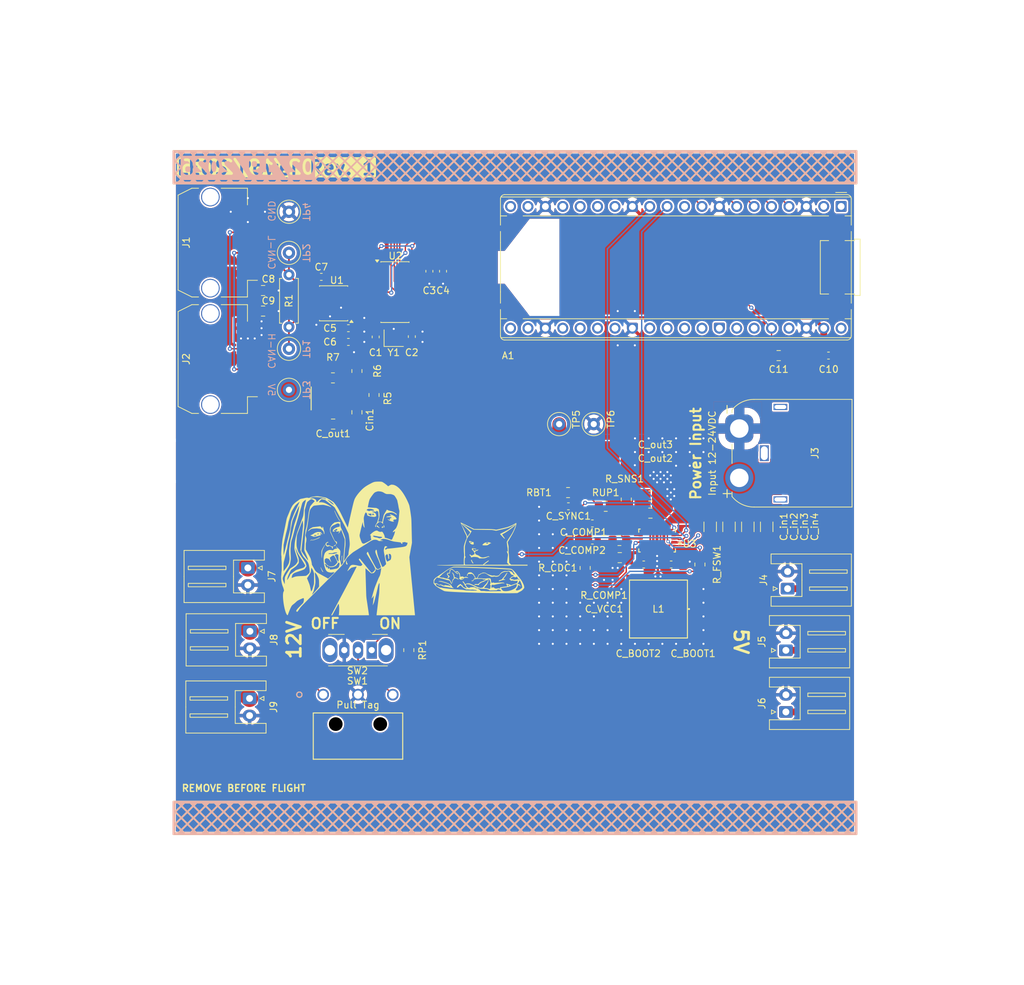
<source format=kicad_pcb>
(kicad_pcb (version 20241229) (generator "pcbnew") (generator_version "9.0")
  (title_block (title "LEOS Power") (date "2026-02-19") (rev "1") (company "Lightning From The Edge of Space"))
  (layers (0 "F.Cu" signal) (2 "B.Cu" signal) (13 "F.Paste" user) (15 "B.Paste" user) (5 "F.SilkS" user "F.Silkscreen") (7 "B.SilkS" user "B.Silkscreen") (1 "F.Mask" user) (3 "B.Mask" user) (25 "Edge.Cuts" user))
  (net 0 "")
  (net 2 "/CANbus/MOSI")
  (net 9 "/CANbus/MISO")
  (net 10 "GND")
  (net 13 "VDD")
  (net 18 "/CANbus/CS")
  (net 22 "/CANbus/SCK")
  (net 27 "/CANbus/INT")
  (net 29 "+5V")
  (net 31 "/CANbus/OSC1")
  (net 32 "/CANbus/OSC2")
  (net 33 "/CANbus/CAN+")
  (net 37 "/CANbus/CAN-")
  (net 38 "Net-(U1-RXD)")
  (net 39 "Net-(U1-TXD)")
  (net 42 "Net-(U3-VCC)")
  (net 43 "GNDA")
  (net 44 "Net-(U3-BOOT1)")
  (net 45 "Net-(U3-SW1)")
  (net 46 "Net-(U3-SW2)")
  (net 47 "Net-(U3-BOOT2)")
  (net 48 "Net-(U3-COMP)")
  (net 49 "Net-(U3-FSW)")
  (net 50 "Net-(U3-FB{slash}INT)")
  (net 51 "Net-(U3-ISP)")
  (net 53 "VDC")
  (net 54 "Net-(U3-DITH{slash}SYNC)")
  (net 55 "Net-(SW2-A)")
  (net 56 "Net-(U3-CDC)")
  (net 57 "+12V")
  (net 58 "Net-(U4-EN)")
  (net 59 "GNDA2")
  (net 63 "Net-(C_COMP2-Pad1)")
  (net 64 "/Power/SDA")
  (net 65 "/Power/SCL")
  (net 66 "/Power/FB")
  (net 67 "/Power/SW")
  (net 68 "Net-(SW1-C)")
  (net 69 "/Power/EN")
  (footprint "Module:RaspberryPi_Pico_Common_THT" (layer "F.Cu") (at 197.62 58.22 -90)
    (property "Reference" "A1")
    (property "Value" "RaspberryPi Pico")
  )
  (footprint "Connector_JST:JST_XH_S2B-XH-A_1x02_P2.50mm_Horizontal" (layer "F.Cu") (at 189.805 114.0275 90)
    (property "Reference" "J4")
    (property "Value" "5V")
  )
  (footprint "Connector_JST:JST_XH_S2B-XH-A_1x02_P2.50mm_Horizontal" (layer "F.Cu") (at 189.555 123.0275 90)
    (property "Reference" "J5")
    (property "Value" "5V")
  )
  (footprint "Package_SO:SOIC-14_3.9x8.7mm_P1.27mm" (layer "F.Cu") (at 132.475 70.73)
    (property "Reference" "U2")
    (property "Value" "MCP2518FD")
  )
  (footprint "Capacitor_SMD:C_0603_1608Metric" (layer "F.Cu") (at 121.725 68.5)
    (property "Reference" "C7")
    (property "Value" "0.1u")
  )
  (footprint "LEOS:Molex_MicroFit3.0_43650-0410_1x04_Horizontal" (layer "F.Cu") (at 105.88 80.5 90)
    (property "Reference" "J2")
    (property "Value" "MicroFit_1x4")
  )
  (footprint "Capacitor_SMD:C_1206_3216Metric" (layer "F.Cu") (at 184 105 -90)
    (property "Reference" "C_in3")
    (property "Value" "10u")
  )
  (footprint "Capacitor_SMD:C_0603_1608Metric" (layer "F.Cu") (at 168.8 110.5 180)
    (property "Reference" "C_BOOT2")
    (property "Value" "0.1u")
  )
  (footprint "Package_SO:SOIC-8_3.9x4.9mm_P1.27mm" (layer "F.Cu") (at 123.525 72.365 180)
    (property "Reference" "U1")
    (property "Value" "MCP2562FD")
  )
  (footprint "Capacitor_SMD:C_0603_1608Metric" (layer "F.Cu") (at 129.665494 77.275 -90)
    (property "Reference" "C1")
    (property "Value" "10p")
  )
  (footprint "Capacitor_SMD:C_0603_1608Metric" (layer "F.Cu") (at 161.3 104.5 180)
    (property "Reference" "C_COMP1")
    (property "Value" "33n")
  )
  (footprint "Connector_JST:JST_XH_S2B-XH-A_1x02_P2.50mm_Horizontal" (layer "F.Cu") (at 111.25 130.055 -90)
    (property "Reference" "J9")
    (property "Value" "12V")
  )
  (footprint "Connector_JST:JST_XH_S2B-XH-A_1x02_P2.50mm_Horizontal" (layer "F.Cu") (at 111 111 -90)
    (property "Reference" "J7")
    (property "Value" "12V")
  )
  (footprint "Capacitor_SMD:C_0805_2012Metric" (layer "F.Cu") (at 113.225 70.5)
    (property "Reference" "C8")
    (property "Value" "22u")
  )
  (footprint "Capacitor_SMD:C_0603_1608Metric" (layer "F.Cu") (at 125.68 78)
    (property "Reference" "C6")
    (property "Value" "1u")
  )
  (footprint "Resistor_SMD:R_0805_2012Metric_Pad1.20x1.40mm_HandSolder" (layer "F.Cu") (at 163.25 102)
    (property "Reference" "RUP1")
    (property "Value" "100k")
  )
  (footprint "Capacitor_SMD:C_0603_1608Metric" (layer "F.Cu") (at 139.5 67.68 -90)
    (property "Reference" "C4")
    (property "Value" "1u")
  )
  (footprint "Resistor_SMD:R_0805_2012Metric_Pad1.20x1.40mm_HandSolder" (layer "F.Cu") (at 166.25 101 -90)
    (property "Reference" "R_SNS1")
    (property "Value" "16m")
  )
  (footprint "Capacitor_SMD:C_0603_1608Metric" (layer "F.Cu") (at 137.5 67.68 -90)
    (property "Reference" "C3")
    (property "Value" "0.1u")
  )
  (footprint "Capacitor_SMD:C_0805_2012Metric" (layer "F.Cu") (at 165.3 109.5 180)
    (property "Reference" "C_VCC1")
    (property "Value" "4.7u")
  )
  (footprint "Capacitor_SMD:C_1206_3216Metric" (layer "F.Cu") (at 186.75 105 -90)
    (property "Reference" "C_in4")
    (property "Value" "10u")
  )
  (footprint "LEOS:IC18_MPM3620AGQV-Z_MNP" (layer "F.Cu") (at 122.921794 86.25 -90)
    (property "Reference" "U4" (hide yes))
    (property "Value" "MPM3620A")
  )
  (footprint "Capacitor_SMD:C_0603_1608Metric" (layer "F.Cu") (at 161.3 107 180)
    (property "Reference" "C_COMP2")
    (property "Value" "15n")
  )
  (footprint "Capacitor_SMD:C_0805_2012Metric" (layer "F.Cu") (at 126.921794 88.275 -90)
    (property "Reference" "Cin1")
    (property "Value" "10u")
  )
  (footprint "Connector_JST:JST_XH_S2B-XH-A_1x02_P2.50mm_Horizontal" (layer "F.Cu") (at 189.555 132.0275 90)
    (property "Reference" "J6")
    (property "Value" "5V")
  )
  (footprint "TestPoint:TestPoint_Loop_D2.60mm_Drill0.9mm_Beaded" (layer "F.Cu") (at 117 79)
    (property "Reference" "TP1")
    (property "Value" "CAN-H Test Point")
  )
  (footprint "Capacitor_SMD:C_0805_2012Metric" (layer "F.Cu") (at 169.775 103 180)
    (property "Reference" "C_out2")
    (property "Value" "22u")
  )
  (footprint "Resistor_SMD:R_0805_2012Metric_Pad1.20x1.40mm_HandSolder" (layer "F.Cu") (at 134.5 123 90)
    (property "Reference" "RP1")
    (property "Value" "11k")
  )
  (footprint "TestPoint:TestPoint_Loop_D2.60mm_Drill0.9mm_Beaded" (layer "F.Cu") (at 117 65)
    (property "Reference" "TP2")
    (property "Value" "CAN-L Test Point")
  )
  (footprint "Capacitor_SMD:C_1206_3216Metric" (layer "F.Cu") (at 181.25 105 -90)
    (property "Reference" "C_in2")
    (property "Value" "10u")
  )
  (footprint "Resistor_SMD:R_0805_2012Metric_Pad1.20x1.40mm_HandSolder" (layer "F.Cu") (at 177 110.5 -90)
    (property "Reference" "R_FSW1")
    (property "Value" "9.1k")
  )
  (footprint "Capacitor_SMD:C_0603_1608Metric" (layer "F.Cu") (at 172.8 110.5)
    (property "Reference" "C_BOOT1")
    (property "Value" "0.1u")
  )
  (footprint "Capacitor_SMD:C_0805_2012Metric" (layer "F.Cu") (at 113.225 73.5)
    (property "Reference" "C9")
    (property "Value" "22u")
  )
  (footprint "LEOS:AMASS_XT60IPW-M_1x03_P7.20mm_Horizontal" (layer "F.Cu") (at 182.75 90.65 -90)
    (property "Reference" "J3")
    (property "Value" "Power Input")
  )
  (footprint "NetTie:NetTie-2_SMD_Pad0.5mm" (layer "F.Cu") (at 163.75 109.5)
    (property "Reference" "NT1" (hide yes))
    (property "Value" "NetTie_2" (hide yes))
  )
  (footprint "Crystal:Crystal_SMD_2016-4Pin_2.0x1.6mm" (layer "F.Cu") (at 132.302994 77.45)
    (property "Reference" "Y1")
    (property "Value" "40 MHz")
  )
  (footprint "Resistor_SMD:R_0805_2012Metric_Pad1.20x1.40mm_HandSolder" (layer "F.Cu") (at 160.25 111 90)
    (property "Reference" "R_CDC1")
    (property "Value" "20k")
  )
  (footprint "Capacitor_SMD:C_0603_1608Metric" (layer "F.Cu") (at 134.940494 77.225 90)
    (property "Reference" "C2")
    (property "Value" "10p")
  )
  (footprint "Button_Switch_THT:SW_Slide_SPDT_Angled_CK_OS102011MA1Q" (layer "F.Cu") (at 129.08 123 180)
    (property "Reference" "SW2")
    (property "Value" "Power Switch")
  )
  (footprint "TestPoint:TestPoint_Loop_D2.60mm_Drill0.9mm_Beaded" (layer "F.Cu") (at 156.45 90 90)
    (property "Reference" "TP5")
    (property "Value" "12V Test")
  )
  (footprint "Resistor_SMD:R_0805_2012Metric_Pad1.20x1.40mm_HandSolder" (layer "F.Cu") (at 165.25 107 180)
    (property "Reference" "R_COMP1")
    (property "Value" "7.5k")
  )
  (footprint "Connector_JST:JST_XH_S2B-XH-A_1x02_P2.50mm_Horizontal" (layer "F.Cu") (at 111.3 120.25 -90)
    (property "Reference" "J8")
    (property "Value" "12V")
  )
  (footprint "LEOS:VQFN21_RYQ_TEX" (layer "F.Cu") (at 170.75 106.997 180)
    (property "Reference" "U3")
    (property "Value" "TPS55287" (hide yes))
  )
  (footprint "Capacitor_SMD:C_0603_1608Metric" (layer "F.Cu") (at 195.775 80)
    (property "Reference" "C10")
    (property "Value" "0.1u")
  )
  (footprint "Resistor_THT:R_Axial_DIN0207_L6.3mm_D2.5mm_P7.62mm_Horizontal" (layer "F.Cu") (at 117 68.19 -90)
    (property "Reference" "R1")
    (property "Value" "120")
  )
  (footprint "Capacitor_SMD:C_1206_3216Metric" (layer "F.Cu") (at 178.5 105 -90)
    (property "Reference" "C_in1")
    (property "Value" "10u")
  )
  (footprint "LEOS:IND_TAIYO_NRS8030_TAY" (layer "F.Cu") (at 170.94965 117 180)
    (property "Reference" "L1")
    (property "Value" "10u")
  )
  (footprint "LEOS:Molex_MicroFit3.0_43650-0410_1x04_Horizontal" (layer "F.Cu") (at 105.88 63.5 90)
    (property "Reference" "J1")
    (property "Value" "MicroFit_1x4")
  )
  (footprint "Capacitor_SMD:C_0805_2012Metric" (layer "F.Cu") (at 188.5 80)
    (property "Reference" "C11")
    (property "Value" "10u")
  )
  (footprint "Capacitor_SMD:C_0805_2012Metric" (layer "F.Cu") (at 169.775 100.5 180)
    (property "Reference" "C_out3")
    (property "Value" "22u")
  )
  (footprint "Resistor_SMD:R_0805_2012Metric_Pad1.20x1.40mm_HandSolder" (layer "F.Cu") (at 157.75 100)
    (property "Reference" "RBT1")
    (property "Value" "11k")
  )
  (footprint "Capacitor_SMD:C_0603_1608Metric" (layer "F.Cu") (at 157.8 102 180)
    (property "Reference" "C_SYNC1")
    (property "Value" "47n")
  )
  (footprint "LEOS:D2F-FL-A1" (layer "F.Cu") (at 122 129.5)
    (property "Reference" "SW1")
    (property "Value" "Pull Tag")
  )
  (footprint "TestPoint:TestPoint_Loop_D2.60mm_Drill0.9mm_Beaded" (layer "F.Cu") (at 117 85)
    (property "Reference" "TP3")
    (property "Value" "5V Test Point")
  )
  (footprint "Resistor_SMD:R_0805_2012Metric_Pad1.20x1.40mm_HandSolder" (layer "F.Cu") (at 123.421794 83.25 180)
    (property "Reference" "R7")
    (property "Value" "19.1k")
  )
  (footprint "TestPoint:TestPoint_Loop_D2.60mm_Drill0.9mm_Beaded" (layer "F.Cu") (at 161.5 90 90)
    (property "Reference" "TP6")
    (property "Value" "GND Test Point")
  )
  (footprint "TestPoint:TestPoint_Loop_D2.60mm_Drill0.9mm_Beaded" (layer "F.Cu") (at 117 59)
    (property "Reference" "TP4")
    (property "Value" "GND Test Point")
  )
  (footprint "Capacitor_SMD:C_0805_2012Metric" (layer "F.Cu") (at 123.45 90)
    (property "Reference" "C_out1")
    (property "Value" "22u")
  )
  (footprint "Resistor_SMD:R_0805_2012Metric_Pad1.20x1.40mm_HandSolder" (layer "F.Cu") (at 126.921794 82.25 -90)
    (property "Reference" "R6")
    (property "Value" "100k")
  )
  (footprint "Resistor_SMD:R_0805_2012Metric_Pad1.20x1.40mm_HandSolder" (layer "F.Cu") (at 129.421794 85.75 90)
    (property "Reference" "R5")
    (property "Value" "100k")
  )
  (footprint "Capacitor_SMD:C_0603_1608Metric" (layer "F.Cu") (at 125.68 76)
    (property "Reference" "C5")
    (property "Value" "0.1u")
  )
  (gr_poly (pts (xy 130.823673 104.706318) (xy 130.825834 104.707209) (xy 130.828324 104.708881) (xy 130.831121 104.711291) (xy 130.834201 104.7144) (xy 130.841113 104.722547) (xy 130.848873 104.732998) (xy 130.857291 104.745425) (xy 130.866177 104.759502) (xy 130.875344 104.774904) (xy 130.884601 104.791304) (xy 130.893761 104.808375) (xy 130.902634 104.825792) (xy 130.911031 104.843229) (xy 130.918762 104.860358) (xy 130.92564 104.876855) (xy 130.931475 104.892392) (xy 130.936078 104.906643) (xy 130.94192 104.927656) (xy 130.944253 104.936945) (xy 130.946198 104.945527) (xy 130.94776 104.953482) (xy 130.948939 104.960888) (xy 130.94974 104.967823) (xy 130.950166 104.974367) (xy 130.950219 104.980597) (xy 130.949903 104.986593) (xy 130.949221 104.992433) (xy 130.948175 104.998196) (xy 130.946769 105.003961) (xy 130.945005 105.009806) (xy 130.942887 105.01581) (xy 130.940418 105.022052) (xy 130.938833 105.025502) (xy 130.936865 105.029153) (xy 130.931871 105.036972) (xy 130.925623 105.045347) (xy 130.918309 105.054115) (xy 130.910114 105.063114) (xy 130.901225 105.072182) (xy 130.891828 105.081157) (xy 130.882111 105.089876) (xy 130.872259 105.098177) (xy 130.862459 105.105897) (xy 130.852899 105.112875) (xy 130.843764 105.118949) (xy 130.83524 105.123955) (xy 130.827515 105.127731) (xy 130.824011 105.129108) (xy 130.820776 105.130116) (xy 130.817833 105.130736) (xy 130.815208 105.130947) (xy 130.814785 105.130834) (xy 130.81442 105.130498) (xy 130.814113 105.129945) (xy 130.813862 105.129181) (xy 130.813667 105.12821) (xy 130.813527 105.127039) (xy 130.813409 105.124118) (xy 130.813501 105.120462) (xy 130.813797 105.116114) (xy 130.814291 105.11112) (xy 130.814977 105.105524) (xy 130.815849 105.09937) (xy 130.8169 105.092703) (xy 130.818125 105.085566) (xy 130.819516 105.078005) (xy 130.821068 105.070064) (xy 130.822775 105.061786) (xy 130.82463 105.053217) (xy 130.826627 105.044401) (xy 130.826635 105.044403) (xy 130.829589 105.031337) (xy 130.832168 105.018972) (xy 130.834374 105.00716) (xy 130.836211 104.995749) (xy 130.83768 104.984592) (xy 130.838784 104.973537) (xy 130.839527 104.962435) (xy 130.83991 104.951137) (xy 130.839936 104.939494) (xy 130.839609 104.927354) (xy 130.838929 104.914569) (xy 130.837902 104.900989) (xy 130.836528 104.886465) (xy 130.83481 104.870846) (xy 130.830355 104.835728) (xy 130.827179 104.811062) (xy 130.824473 104.787792) (xy 130.82228 104.766445) (xy 130.820639 104.747549) (xy 130.819594 104.731633) (xy 130.819183 104.719223) (xy 130.81945 104.710848) (xy 130.81985 104.708339) (xy 130.820435 104.707036) (xy 130.821865 104.706246)) (fill yes) (layer "F.SilkS"))
  (gr_poly (pts (xy 131.812315 103.193851) (xy 131.820866 103.194453) (xy 131.830384 103.195377) (xy 131.840992 103.196579) (xy 131.847981 103.19755) (xy 131.855611 103.198871) (xy 131.872492 103.202476) (xy 131.891034 103.207209) (xy 131.910634 103.212887) (xy 131.930692 103.219327) (xy 131.950606 103.226343) (xy 131.969775 103.233754) (xy 131.987598 103.241376) (xy 132.025561 103.258242) (xy 132.068174 103.276691) (xy 132.110226 103.294489) (xy 132.146502 103.309405) (xy 132.172371 103.320558) (xy 132.200348 103.333979) (xy 132.230024 103.34939) (xy 132.260985 103.366512) (xy 132.29282 103.385069) (xy 132.325118 103.404782) (xy 132.389455 103.446563) (xy 132.450705 103.489631) (xy 132.479142 103.510952) (xy 132.505573 103.531761) (xy 132.529586 103.551779) (xy 132.550768 103.570728) (xy 132.56871 103.588331) (xy 132.582998 103.604309) (xy 132.594416 103.618692) (xy 132.606435 103.634593) (xy 132.631476 103.669655) (xy 132.656517 103.706899) (xy 132.679953 103.743729) (xy 132.70018 103.777548) (xy 132.715592 103.80576) (xy 132.720992 103.816952) (xy 132.724586 103.825769) (xy 132.726175 103.831886) (xy 132.726155 103.833831) (xy 132.725558 103.834979) (xy 132.722894 103.836853) (xy 132.717181 103.840642) (xy 132.698032 103.85305) (xy 132.670956 103.87037) (xy 132.638799 103.890773) (xy 132.616271 103.904692) (xy 132.606349 103.910533) (xy 132.597237 103.915659) (xy 132.588871 103.920092) (xy 132.581189 103.923853) (xy 132.574127 103.926964) (xy 132.567621 103.929449) (xy 132.561609 103.931328) (xy 132.556027 103.932623) (xy 132.550812 103.933358) (xy 132.5459 103.933554) (xy 132.541228 103.933233) (xy 132.536732 103.932417) (xy 132.532351 103.931128) (xy 132.528019 103.929388) (xy 132.524092 103.927873) (xy 132.519587 103.926619) (xy 132.5145 103.925627) (xy 132.50883 103.924897) (xy 132.502576 103.924429) (xy 132.495735 103.924222) (xy 132.488305 103.924278) (xy 132.480285 103.924596) (xy 132.471673 103.925176) (xy 132.462466 103.926019) (xy 132.452663 103.927124) (xy 132.442263 103.928492) (xy 132.431263 103.930122) (xy 132.419661 103.932015) (xy 132.407456 103.93417) (xy 132.394645 103.936589) (xy 132.290238 103.956886) (xy 132.237517 104.053288) (xy 132.227049 104.072776) (xy 132.21752 104.091193) (xy 132.209121 104.108119) (xy 132.202044 104.123134) (xy 132.196481 104.135819) (xy 132.192623 104.145753) (xy 132.191394 104.149557) (xy 132.190663 104.152516) (xy 132.190454 104.154577) (xy 132.190553 104.155255) (xy 132.190792 104.155688) (xy 132.191202 104.155962) (xy 132.19181 104.156165) (xy 132.19261 104.1563) (xy 132.193598 104.156366) (xy 132.196112 104.1563) (xy 132.19931 104.155977) (xy 132.203147 104.155408) (xy 132.207582 104.154603) (xy 132.212569 104.153573) (xy 132.218067 104.152326) (xy 132.224031 104.150874) (xy 132.230419 104.149227) (xy 132.244292 104.145386) (xy 132.259341 104.140886) (xy 132.275217 104.135808) (xy 132.290972 104.130731) (xy 132.30567 104.126236) (xy 132.31899 104.122402) (xy 132.330609 104.11931) (xy 132.340206 104.117042) (xy 132.347459 104.115678) (xy 132.350106 104.115361) (xy 132.352047 104.1153) (xy 132.353241 104.115506) (xy 132.353545 104.115712) (xy 132.353647 104.115988) (xy 132.353437 104.117726) (xy 132.352823 104.119997) (xy 132.350482 104.125985) (xy 132.346826 104.133643) (xy 132.342052 104.142661) (xy 132.329955 104.163546) (xy 132.315788 104.186171) (xy 132.301149 104.208066) (xy 132.294152 104.217969) (xy 132.287636 104.226763) (xy 132.281801 104.23414) (xy 132.276847 104.239792) (xy 132.272973 104.243409) (xy 132.271503 104.244359) (xy 132.270379 104.244684) (xy 132.269123 104.244711) (xy 132.267715 104.24479) (xy 132.264501 104.245094) (xy 132.260859 104.245574) (xy 132.256913 104.246209) (xy 132.252785 104.246977) (xy 132.248598 104.247857) (xy 132.244474 104.248826) (xy 132.240537 104.249864) (xy 132.238234 104.250332) (xy 132.235162 104.250665) (xy 132.231371 104.250867) (xy 132.226915 104.250942) (xy 132.216207 104.250722) (xy 132.203452 104.250034) (xy 132.18906 104.248904) (xy 132.173444 104.247361) (xy 132.157014 104.245432) (xy 132.140183 104.243144) (xy 132.140182 104.243185) (xy 132.092102 104.23525) (xy 132.043591 104.225403) (xy 131.994913 104.21376) (xy 131.946333 104.200434) (xy 131.898116 104.185542) (xy 131.850524 104.169198) (xy 131.803824 104.151516) (xy 131.758278 104.132611) (xy 131.714152 104.112598) (xy 131.671711 104.091592) (xy 131.631217 104.069707) (xy 131.592936 104.047058) (xy 131.557132 104.023761) (xy 131.52407 103.999928) (xy 131.494013 103.975677) (xy 131.467226 103.95112) (xy 131.453353 103.937225) (xy 131.440411 103.923801) (xy 131.428683 103.911174) (xy 131.418452 103.899671) (xy 131.410001 103.88962) (xy 131.403614 103.881346) (xy 131.401283 103.877978) (xy 131.399575 103.875177) (xy 131.398523 103.872984) (xy 131.398165 103.87144) (xy 131.398403 103.870947) (xy 131.39911 103.870672) (xy 131.400274 103.87061) (xy 131.401884 103.870758) (xy 131.406392 103.871663) (xy 131.412543 103.873351) (xy 131.420241 103.875786) (xy 131.429393 103.878931) (xy 131.451689 103.88721) (xy 131.478683 103.897901) (xy 131.509627 103.910715) (xy 131.543774 103.925364) (xy 131.580376 103.941562) (xy 131.651518 103.972937) (xy 131.710525 103.997883) (xy 131.733558 104.007157) (xy 131.751254 104.013879) (xy 131.762846 104.017732) (xy 131.766112 104.018485) (xy 131.767565 104.018402) (xy 131.767784 104.018067) (xy 131.767929 104.017578) (xy 131.768001 104.016941) (xy 131.768002 104.016158) (xy 131.767794 104.014174) (xy 131.767318 104.011661) (xy 131.766585 104.008653) (xy 131.765607 104.005183) (xy 131.764396 104.001284) (xy 131.762963 103.996992) (xy 131.761319 103.992338) (xy 131.759477 103.987359) (xy 131.757448 103.982086) (xy 131.755244 103.976554) (xy 131.752876 103.970797) (xy 131.750356 103.964848) (xy 131.747695 103.958741) (xy 131.744906 103.95251) (xy 131.739348 103.939632) (xy 131.734151 103.926378) (xy 131.72943 103.913127) (xy 131.725298 103.900257) (xy 131.721871 103.888146) (xy 131.719264 103.877175) (xy 131.718303 103.872235) (xy 131.71759 103.867721) (xy 131.71714 103.863682) (xy 131.716965 103.860164) (xy 131.717122 103.857107) (xy 131.717617 103.853609) (xy 131.719545 103.845428) (xy 131.722595 103.835904) (xy 131.726614 103.82532) (xy 131.731446 103.813959) (xy 131.736939 103.802103) (xy 131.742938 103.790034) (xy 131.74929 103.778036) (xy 131.75584 103.766391) (xy 131.762435 103.755381) (xy 131.76892 103.74529) (xy 131.775143 103.7364) (xy 131.780948 103.728993) (xy 131.786181 103.723353) (xy 131.788536 103.721283) (xy 131.79069 103.719761) (xy 131.792624 103.718822) (xy 131.79432 103.718501) (xy 131.794785 103.718538) (xy 131.795347 103.718647) (xy 131.796748 103.719075) (xy 131.798498 103.719772) (xy 131.800573 103.720721) (xy 131.802947 103.72191) (xy 131.805598 103.723323) (xy 131.8085 103.724946) (xy 131.811629 103.726766) (xy 131.818471 103.730933) (xy 131.825928 103.735711) (xy 131.833804 103.740984) (xy 131.841906 103.746635) (xy 131.881418 103.774771) (xy 131.931568 103.696374) (xy 131.943408 103.677323) (xy 131.948519 103.668653) (xy 131.953094 103.66054) (xy 131.957137 103.652978) (xy 131.960651 103.645958) (xy 131.96364 103.639471) (xy 131.966106 103.633508) (xy 131.968054 103.628062) (xy 131.969485 103.623124) (xy 131.970404 103.618685) (xy 131.970814 103.614737) (xy 131.970717 103.611272) (xy 131.970118 103.608281) (xy 131.969019 103.605756) (xy 131.968284 103.604665) (xy 131.967425 103.603688) (xy 131.964456 103.601808) (xy 131.959448 103.600003) (xy 131.943718 103.596624) (xy 131.921032 103.593569) (xy 131.89219 103.590853) (xy 131.81923 103.58651) (xy 131.73123 103.583728) (xy 131.634579 103.58264) (xy 131.535668 103.583382) (xy 131.440887 103.586086) (xy 131.356626 103.590887) (xy 131.289141 103.595814) (xy 131.233352 103.599417) (xy 131.195054 103.601355) (xy 131.184275 103.601594) (xy 131.180041 103.601288) (xy 131.179977 103.601056) (xy 131.180157 103.600665) (xy 131.181225 103.599418) (xy 131.183198 103.597583) (xy 131.186029 103.595191) (xy 131.189673 103.592277) (xy 131.194082 103.588874) (xy 131.205012 103.580738) (xy 131.218445 103.571051) (xy 131.234011 103.560084) (xy 131.251337 103.548106) (xy 131.270051 103.535385) (xy 131.36355 103.472351) (xy 131.657812 103.440613) (xy 131.772047 103.427664) (xy 131.865559 103.415875) (xy 131.9287 103.406545) (xy 131.945866 103.403208) (xy 131.95032 103.401943) (xy 131.951821 103.400973) (xy 131.951338 103.398816) (xy 131.95003 103.396335) (xy 131.947944 103.393553) (xy 131.945122 103.390496) (xy 131.937454 103.383651) (xy 131.927383 103.375993) (xy 131.915268 103.367716) (xy 131.901466 103.359015) (xy 131.886335 103.350082) (xy 131.870232 103.341111) (xy 131.853516 103.332297) (xy 131.836544 103.323833) (xy 131.819674 103.315912) (xy 131.803263 103.308728) (xy 131.787669 103.302475) (xy 131.773251 103.297348) (xy 131.760364 103.293538) (xy 131.749369 103.291241) (xy 131.689159 103.282281) (xy 131.732862 103.235615) (xy 131.740094 103.227974) (xy 131.746686 103.221233) (xy 131.752762 103.21535) (xy 131.758445 103.21028) (xy 131.761179 103.208035) (xy 131.76386 103.205977) (xy 131.766505 103.2041) (xy 131.769129 103.202398) (xy 131.771748 103.200866) (xy 131.774376 103.199497) (xy 131.77703 103.198288) (xy 131.779725 103.197231) (xy 131.782476 103.196322) (xy 131.785299 103.195554) (xy 131.788209 103.194923) (xy 131.791221 103.194422) (xy 131.794352 103.194047) (xy 131.797616 103.193791) (xy 131.801028 103.193649) (xy 131.804606 103.193615)) (fill yes) (layer "F.SilkS"))
  (gr_poly (pts (xy 124.775591 109.180334) (xy 124.775903 109.180522) (xy 124.776314 109.18277) (xy 124.776491 109.188342) (xy 124.77618 109.208766) (xy 124.77504 109.240406) (xy 124.773137 109.281877) (xy 124.767319 109.388768) (xy 124.759271 109.518354) (xy 124.750818 109.656897) (xy 124.743895 109.788176) (xy 124.739218 109.897383) (xy 124.7375 109.969709) (xy 124.737298 110.00244) (xy 124.736623 110.028853) (xy 124.736075 110.039878) (xy 124.73537 110.049549) (xy 124.734493 110.057942) (xy 124.733432 110.065131) (xy 124.732173 110.071193) (xy 124.730704 110.076202) (xy 124.729011 110.080234) (xy 124.727081 110.083364) (xy 124.724901 110.085668) (xy 124.722458 110.08722) (xy 124.719738 110.088096) (xy 124.716728 110.088371) (xy 124.715086 110.088207) (xy 124.713531 110.087685) (xy 124.712061 110.086763) (xy 124.710673 110.085396) (xy 124.709364 110.083541) (xy 124.708134 110.081154) (xy 124.706978 110.078191) (xy 124.705896 110.07461) (xy 124.704885 110.070366) (xy 124.703942 110.065416) (xy 124.703066 110.059716) (xy 124.702253 110.053222) (xy 124.701503 110.045892) (xy 124.700812 110.03768) (xy 124.700178 110.028545) (xy 124.699599 110.018441) (xy 124.698597 109.995156) (xy 124.697787 109.967476) (xy 124.697152 109.935052) (xy 124.696673 109.897536) (xy 124.696332 109.854577) (xy 124.696111 109.805829) (xy 124.695956 109.689564) (xy 124.695958 109.689561) (xy 124.695958 109.290754) (xy 124.733362 109.23307) (xy 124.74098 109.221586) (xy 124.74829 109.211076) (xy 124.755117 109.201755) (xy 124.761287 109.193838) (xy 124.766625 109.18754) (xy 124.768928 109.185066) (xy 124.770957 109.183078) (xy 124.772691 109.181603) (xy 124.774108 109.180667) (xy 124.775186 109.180298)) (fill yes) (layer "F.SilkS"))
  (gr_poly (pts (xy 140.794071 111.154756) (xy 140.80152 111.155255) (xy 140.808823 111.156111) (xy 140.816093 111.157404) (xy 140.823445 111.159216) (xy 140.830992 111.161628) (xy 140.838848 111.164724) (xy 140.847128 111.168583) (xy 140.855946 111.173289) (xy 140.865414 111.178922) (xy 140.875648 111.185564) (xy 140.886762 111.193298) (xy 140.898869 111.202204) (xy 140.912083 111.212365) (xy 140.926519 111.223861) (xy 140.94229 111.236776) (xy 140.978295 111.267186) (xy 141.021011 111.304247) (xy 141.071348 111.348613) (xy 141.130219 111.400939) (xy 141.277213 111.53208) (xy 141.281022 111.535344) (xy 141.284854 111.538357) (xy 141.288715 111.541118) (xy 141.292611 111.543627) (xy 141.296547 111.545883) (xy 141.300529 111.547884) (xy 141.304563 111.549631) (xy 141.308656 111.551121) (xy 141.312812 111.552355) (xy 141.317038 111.553331) (xy 141.32134 111.554049) (xy 141.325723 111.554507) (xy 141.330194 111.554705) (xy 141.334758 111.554642) (xy 141.339421 111.554316) (xy 141.344189 111.553728) (xy 141.349067 111.552876) (xy 141.354062 111.551759) (xy 141.35918 111.550377) (xy 141.364426 111.548728) (xy 141.369807 111.546813) (xy 141.375327 111.544628) (xy 141.380994 111.542175) (xy 141.386812 111.539452) (xy 141.398927 111.533193) (xy 141.411721 111.525844) (xy 141.425238 111.517397) (xy 141.439527 111.507846) (xy 141.454082 111.49811) (xy 141.468438 111.489028) (xy 141.482223 111.480797) (xy 141.495069 111.473617) (xy 141.506606 111.467687) (xy 141.511768 111.465253) (xy 141.516464 111.463205) (xy 141.520648 111.46157) (xy 141.524274 111.46037) (xy 141.527295 111.459633) (xy 141.529665 111.459381) (xy 141.532008 111.459555) (xy 141.53495 111.460064) (xy 141.538448 111.460893) (xy 141.542458 111.462022) (xy 141.546936 111.463436) (xy 141.55184 111.465118) (xy 141.557124 111.467049) (xy 141.562747 111.469214) (xy 141.574831 111.474173) (xy 141.587743 111.479858) (xy 141.601135 111.486133) (xy 141.614657 111.492859) (xy 141.627393 111.499824) (xy 141.6405 111.507851) (xy 141.653973 111.516935) (xy 141.667809 111.527074) (xy 141.682002 111.538262) (xy 141.696548 111.550495) (xy 141.711443 111.56377) (xy 141.726683 111.578082) (xy 141.742263 111.593426) (xy 141.758179 111.6098) (xy 141.774426 111.627198) (xy 141.791001 111.645616) (xy 141.807899 111.665051) (xy 141.825115 111.685497) (xy 141.842645 111.706952) (xy 141.860485 111.72941) (xy 141.871795 111.743633) (xy 141.883139 111.757512) (xy 141.89421 111.770699) (xy 141.904705 111.782846) (xy 141.914319 111.793607) (xy 141.922745 111.802634) (xy 141.929681 111.809579) (xy 141.932494 111.812163) (xy 141.93482 111.814096) (xy 141.936114 111.815289) (xy 141.937419 111.816881) (xy 141.938733 111.818875) (xy 141.940059 111.821274) (xy 141.942744 111.827296) (xy 141.945478 111.834968) (xy 141.948265 111.844312) (xy 141.95111 111.855347) (xy 141.954016 111.868095) (xy 141.956987 111.882577) (xy 141.960028 111.898814) (xy 141.963142 111.916825) (xy 141.966334 111.936634) (xy 141.969608 111.958259) (xy 141.976417 112.007046) (xy 141.983602 112.063352) (xy 141.992802 112.137271) (xy 142.000317 112.193813) (xy 142.006748 112.23536) (xy 142.009745 112.251256) (xy 142.012697 112.264297) (xy 142.015679 112.274781) (xy 142.018765 112.283006) (xy 142.022031 112.289271) (xy 142.025553 112.293873) (xy 142.029405 112.29711) (xy 142.033662 112.29928) (xy 142.0384 112.300681) (xy 142.043694 112.301612) (xy 142.047132 112.301915) (xy 142.050946 112.301918) (xy 142.055096 112.301634) (xy 142.059542 112.301073) (xy 142.064244 112.30025) (xy 142.069163 112.299176) (xy 142.074259 112.297864) (xy 142.079492 112.296326) (xy 142.084821 112.294575) (xy 142.090207 112.292622) (xy 142.095611 112.290481) (xy 142.100992 112.288164) (xy 142.10631 112.285683) (xy 142.111525 112.28305) (xy 142.116599 112.280279) (xy 142.12149 112.277381) (xy 142.128387 112.27329) (xy 142.135266 112.269582) (xy 142.142217 112.266241) (xy 142.149331 112.26325) (xy 142.1567 112.260593) (xy 142.164414 112.258254) (xy 142.172566 112.256215) (xy 142.181247 112.254461) (xy 142.190547 112.252975) (xy 142.200559 112.251741) (xy 142.211373 112.250741) (xy 142.223081 112.24996) (xy 142.235775 112.249382) (xy 142.249544 112.248989) (xy 142.264482 112.248765) (xy 142.280678 112.248694) (xy 142.317551 112.248866) (xy 142.33295 112.24921) (xy 142.346705 112.249843) (xy 142.359103 112.25085) (xy 142.37043 112.252318) (xy 142.380973 112.254334) (xy 142.391018 112.256985) (xy 142.40085 112.260357) (xy 142.410757 112.264536) (xy 142.421024 112.269609) (xy 142.431939 112.275664) (xy 142.443786 112.282786) (xy 142.456853 112.291062) (xy 142.487789 112.311423) (xy 142.582128 112.374155) (xy 142.68073 112.332196) (xy 142.701874 112.323343) (xy 142.721176 112.315639) (xy 142.738927 112.309074) (xy 142.755421 112.30364) (xy 142.770951 112.299327) (xy 142.785807 112.296126) (xy 142.800284 112.294027) (xy 142.814674 112.293021) (xy 142.829269 112.293099) (xy 142.844362 112.29425) (xy 142.860245 112.296467) (xy 142.87721 112.299739) (xy 142.895551 112.304058) (xy 142.91556 112.309413) (xy 142.937529 112.315796) (xy 142.961751 112.323197) (xy 143.003044 112.336404) (xy 143.038086 112.348492) (xy 143.067479 112.359748) (xy 143.080247 112.365155) (xy 143.091828 112.370463) (xy 143.102299 112.375707) (xy 143.111735 112.380923) (xy 143.12021 112.386148) (xy 143.127802 112.391418) (xy 143.134585 112.396769) (xy 143.140634 112.402236) (xy 143.146024 112.407857) (xy 143.150832 112.413666) (xy 143.157086 112.422134) (xy 143.159739 112.426011) (xy 143.162068 112.429654) (xy 143.164066 112.433065) (xy 143.165725 112.436248) (xy 143.16704 112.439205) (xy 143.168004 112.441939) (xy 143.168609 112.444452) (xy 143.168849 112.446748) (xy 143.168718 112.44883) (xy 143.168208 112.4507) (xy 143.167809 112.451556) (xy 143.167313 112.45236) (xy 143.166027 112.453814) (xy 143.164342 112.455065) (xy 143.162251 112.456115) (xy 143.159749 112.456967) (xy 143.156827 112.457624) (xy 143.15348 112.458088) (xy 143.149701 112.458363) (xy 143.145483 112.458451) (xy 143.14082 112.458355) (xy 143.135703 112.458078) (xy 143.130128 112.457623) (xy 143.124087 112.456992) (xy 143.117573 112.456188) (xy 143.1031 112.454073) (xy 143.086657 112.4513) (xy 143.068188 112.447892) (xy 143.045564 112.443872) (xy 143.022484 112.440348) (xy 142.999006 112.43732) (xy 142.97519 112.434788) (xy 142.926781 112.431218) (xy 142.877734 112.429644) (xy 142.828525 112.43007) (xy 142.77963 112.432503) (xy 142.755449 112.434474) (xy 142.731525 112.436948) (xy 142.707917 112.439927) (xy 142.684685 112.443412) (xy 142.669567 112.44593) (xy 142.655982 112.448401) (xy 142.643678 112.450976) (xy 142.632407 112.453804) (xy 142.621915 112.457035) (xy 142.611954 112.460821) (xy 142.607094 112.462968) (xy 142.602272 112.46531) (xy 142.597457 112.467866) (xy 142.592618 112.470653) (xy 142.582742 112.477001) (xy 142.572392 112.484502) (xy 142.561318 112.493308) (xy 142.54927 112.503569) (xy 142.535996 112.515434) (xy 142.521245 112.529054) (xy 142.486312 112.562158) (xy 142.461824 112.585221) (xy 142.438945 112.606011) (xy 142.417455 112.624636) (xy 142.397135 112.641202) (xy 142.377765 112.655815) (xy 142.359126 112.668582) (xy 142.340998 112.679609) (xy 142.323162 112.689004) (xy 142.305398 112.696871) (xy 142.287487 112.703318) (xy 142.269209 112.70845) (xy 142.250344 112.712375) (xy 142.230675 112.715199) (xy 142.209979 112.717028) (xy 142.188039 112.717969) (xy 142.164635 112.718128) (xy 142.144739 112.717817) (xy 142.125359 112.71721) (xy 142.106976 112.716342) (xy 142.090074 112.715253) (xy 142.075136 112.713977) (xy 142.062645 112.712553) (xy 142.053082 112.711018) (xy 142.049551 112.710221) (xy 142.046932 112.709409) (xy 142.046926 112.70929) (xy 142.044252 112.708052) (xy 142.040558 112.706004) (xy 142.035909 112.703193) (xy 142.03037 112.699665) (xy 142.016889 112.690647) (xy 142.000641 112.679321) (xy 141.982154 112.666061) (xy 141.961954 112.651239) (xy 141.948698 112.641315) (xy 142.190629 112.641315) (xy 142.190935 112.644428) (xy 142.191474 112.647215) (xy 142.192254 112.649653) (xy 142.193282 112.651718) (xy 142.194696 112.652428) (xy 142.197414 112.652221) (xy 142.206407 112.649274) (xy 142.219555 112.64332) (xy 142.236154 112.634799) (xy 142.276881 112.611818) (xy 142.322944 112.583859) (xy 142.368699 112.554448) (xy 142.408503 112.527111) (xy 142.42441 112.515323) (xy 142.436712 112.505376) (xy 142.444705 112.49771) (xy 142.446865 112.494871) (xy 142.447683 112.492768) (xy 142.447317 112.490689) (xy 142.44596 112.488867) (xy 142.443672 112.487295) (xy 142.440513 112.485966) (xy 142.436542 112.484873) (xy 142.43182 112.484007) (xy 142.420362 112.482933) (xy 142.406617 112.482684) (xy 142.391065 112.483202) (xy 142.374186 112.484431) (xy 142.356458 112.486311) (xy 142.338362 112.488784) (xy 142.320377 112.491793) (xy 142.302983 112.495279) (xy 142.286658 112.499184) (xy 142.271883 112.503451) (xy 142.259137 112.50802) (xy 142.248899 112.512834) (xy 142.244871 112.515315) (xy 142.241649 112.517835) (xy 142.238921 112.520474) (xy 142.236187 112.523449) (xy 142.23073 112.530312) (xy 142.225349 112.538236) (xy 142.22011 112.547032) (xy 142.215083 112.55651) (xy 142.210336 112.566481) (xy 142.205937 112.576756) (xy 142.201954 112.587147) (xy 142.198457 112.597463) (xy 142.195512 112.607516) (xy 142.193188 112.617117) (xy 142.191554 112.626076) (xy 142.190679 112.634205) (xy 142.190629 112.641315) (xy 141.948698 112.641315) (xy 141.940568 112.635229) (xy 141.918523 112.618402) (xy 141.810891 112.535443) (xy 141.85967 112.502298) (xy 141.908449 112.469153) (xy 141.908449 112.270322) (xy 141.908172 112.225339) (xy 141.907268 112.183955) (xy 141.90563 112.145778) (xy 141.90315 112.110419) (xy 141.899719 112.077487) (xy 141.89523 112.046592) (xy 141.889576 112.017344) (xy 141.882647 111.989352) (xy 141.874336 111.962226) (xy 141.864536 111.935576) (xy 141.853138 111.909012) (xy 141.840034 111.882142) (xy 141.825116 111.854578) (xy 141.808278 111.825929) (xy 141.78941 111.795803) (xy 141.768404 111.763813) (xy 141.751498 111.739065) (xy 141.7353 111.716487) (xy 141.719702 111.695998) (xy 141.704596 111.677521) (xy 141.689875 111.660977) (xy 141.675429 111.646285) (xy 141.661152 111.633367) (xy 141.646936 111.622145) (xy 141.632671 111.612539) (xy 141.61825 111.60447) (xy 141.603565 111.597859) (xy 141.588509 111.592627) (xy 141.572972 111.588695) (xy 141.556847 111.585985) (xy 141.540027 111.584417) (xy 141.522402 111.583911) (xy 141.507306 111.584037) (xy 141.493793 111.584453) (xy 141.48178 111.585221) (xy 141.471181 111.5864) (xy 141.461915 111.588051) (xy 141.457754 111.589073) (xy 141.453895 111.590235) (xy 141.450326 111.591545) (xy 141.447038 111.593012) (xy 141.44402 111.594641) (xy 141.44126 111.596441) (xy 141.43875 111.59842) (xy 141.436477 111.600584) (xy 141.434432 111.602942) (xy 141.432605 111.605501) (xy 141.430984 111.608269) (xy 141.429559 111.611252) (xy 141.428319 111.614459) (xy 141.427255 111.617898) (xy 141.426355 111.621575) (xy 141.42561 111.625498) (xy 141.424539 111.634114) (xy 141.423958 111.643805) (xy 141.423783 111.654633) (xy 141.423807 111.664788) (xy 141.423968 111.673672) (xy 141.424399 111.681366) (xy 141.424756 111.68479) (xy 141.42523 111.687947) (xy 141.425837 111.690845) (xy 141.426595 111.693495) (xy 141.427518 111.695906) (xy 141.428625 111.698089) (xy 141.429931 111.700053) (xy 141.431454 111.701808) (xy 141.433208 111.703364) (xy 141.435212 111.704731) (xy 141.437481 111.705918) (xy 141.440033 111.706936) (xy 141.442883 111.707795) (xy 141.446048 111.708504) (xy 141.449545 111.709074) (xy 141.45339 111.709513) (xy 141.4576 111.709833) (xy 141.462191 111.710043) (xy 141.472583 111.710171) (xy 141.484699 111.709978) (xy 141.514629 111.708942) (xy 141.5232 111.708687) (xy 141.530953 111.708615) (xy 141.53795 111.708754) (xy 141.544249 111.709132) (xy 141.54991 111.709777) (xy 141.554992 111.710716) (xy 141.559555 111.711977) (xy 141.561661 111.712737) (xy 141.563659 111.713587) (xy 141.565557 111.714533) (xy 141.567363 111.715576) (xy 141.569083 111.71672) (xy 141.570726 111.717969) (xy 141.572298 111.719326) (xy 141.573808 111.720795) (xy 141.576668 111.724082) (xy 141.579366 111.727857) (xy 141.581962 111.732148) (xy 141.584515 111.736983) (xy 141.587084 111.742389) (xy 141.589061 111.746245) (xy 141.591619 111.750441) (xy 141.594719 111.754938) (xy 141.598319 111.759694) (xy 141.60238 111.764668) (xy 141.60686 111.76982) (xy 141.61172 111.775109) (xy 141.61692 111.780493) (xy 141.622417 111.785932) (xy 141.628174 111.791385) (xy 141.634148 111.79681) (xy 141.640299 111.802168) (xy 141.646588 111.807417) (xy 141.652973 111.812516) (xy 141.659414 111.817424) (xy 141.665871 111.822101) (xy 141.678438 111.83117) (xy 141.690163 111.840037) (xy 141.700787 111.848479) (xy 141.710055 111.856272) (xy 141.71771 111.863194) (xy 141.720853 111.866259) (xy 141.723496 111.869022) (xy 141.725607 111.871455) (xy 141.727155 111.873532) (xy 141.728108 111.875223) (xy 141.728351 111.875916) (xy 141.728432 111.876502) (xy 141.728373 111.877035) (xy 141.728199 111.877573) (xy 141.727911 111.878114) (xy 141.727514 111.878658) (xy 141.727009 111.879204) (xy 141.7264 111.879751) (xy 141.72569 111.880297) (xy 141.724881 111.880843) (xy 141.723977 111.881386) (xy 141.72298 111.881926) (xy 141.721893 111.882462) (xy 141.720719 111.882994) (xy 141.718122 111.884038) (xy 141.715212 111.885052) (xy 141.712012 111.886027) (xy 141.708545 111.886956) (xy 141.704834 111.887831) (xy 141.700903 111.888646) (xy 141.696773 111.889391) (xy 141.692469 111.890061) (xy 141.688013 111.890647) (xy 141.683428 111.891141) (xy 141.674977 111.891658) (xy 141.666221 111.891609) (xy 141.657165 111.890999) (xy 141.647813 111.88983) (xy 141.638173 111.888106) (xy 141.628249 111.885831) (xy 141.60757 111.879638) (xy 141.585822 111.87128) (xy 141.563046 111.860783) (xy 141.539288 111.848175) (xy 141.514589 111.833483) (xy 141.488994 111.816733) (xy 141.462545 111.797954) (xy 141.435287 111.777171) (xy 141.407263 111.754414) (xy 141.378516 111.729708) (xy 141.34909 111.70308) (xy 141.319028 111.674559) (xy 141.288373 111.644171) (xy 141.237714 111.594051) (xy 141.185416 111.544539) (xy 141.131894 111.49599) (xy 141.077567 111.448759) (xy 141.022852 111.403199) (xy 140.968164 111.359666) (xy 140.91392 111.318515) (xy 140.860538 111.2801) (xy 140.849078 111.272867) (xy 140.836726 111.266515) (xy 140.823602 111.261049) (xy 140.809828 111.256474) (xy 140.795525 111.252792) (xy 140.780814 111.250009) (xy 140.765817 111.248129) (xy 140.750654 111.247155) (xy 140.735447 111.247091) (xy 140.720317 111.247943) (xy 140.705386 111.249714) (xy 140.690773 111.252408) (xy 140.676602 111.25603) (xy 140.662992 111.260583) (xy 140.650065 111.266072) (xy 140.637943 111.272501) (xy 140.634503 111.274576) (xy 140.63123 111.276652) (xy 140.628113 111.27876) (xy 140.62514 111.28093) (xy 140.622299 111.283192) (xy 140.619577 111.285576) (xy 140.616963 111.288112) (xy 140.614444 111.29083) (xy 140.61201 111.29376) (xy 140.609646 111.296934) (xy 140.607342 111.30038) (xy 140.605086 111.304128) (xy 140.602865 111.30821) (xy 140.600667 111.312655) (xy 140.598481 111.317493) (xy 140.596294 111.322755) (xy 140.594094 111.32847) (xy 140.591869 111.334668) (xy 140.589608 111.341381) (xy 140.587297 111.348637) (xy 140.584926 111.356467) (xy 140.582482 111.364902) (xy 140.577326 111.383704) (xy 140.571733 111.405285) (xy 140.565608 111.429885) (xy 140.558854 111.457746) (xy 140.551374 111.489109) (xy 140.539179 111.541515) (xy 140.529644 111.584996) (xy 140.522631 111.620551) (xy 140.518006 111.649175) (xy 140.516546 111.6612) (xy 140.515632 111.671867) (xy 140.515246 111.6813) (xy 140.515372 111.689624) (xy 140.515993 111.696964) (xy 140.517092 111.703443) (xy 140.518652 111.709188) (xy 140.520655 111.714322) (xy 140.522819 111.719273) (xy 140.524617 111.723862) (xy 140.526037 111.728138) (xy 140.526601 111.730172) (xy 140.527065 111.732145) (xy 140.527429 111.734063) (xy 140.527691 111.735932) (xy 140.527849 111.737756) (xy 140.527902 111.739543) (xy 140.527847 111.741298) (xy 140.527685 111.743027) (xy 140.527413 111.744735) (xy 140.527029 111.746429) (xy 140.526533 111.748113) (xy 140.525922 111.749795) (xy 140.525195 111.75148) (xy 140.524351 111.753173) (xy 140.523388 111.754881) (xy 140.522305 111.756609) (xy 140.5211 111.758363) (xy 140.519771 111.760149) (xy 140.516737 111.763841) (xy 140.513191 111.767729) (xy 140.509121 111.771862) (xy 140.504514 111.776285) (xy 140.499669 111.780625) (xy 140.494778 111.784537) (xy 140.492283 111.786338) (xy 140.489737 111.788041) (xy 140.487129 111.789648) (xy 140.484444 111.791162) (xy 140.48167 111.792585) (xy 140.478794 111.79392) (xy 140.475803 111.795171) (xy 140.472684 111.79634) (xy 140.469425 111.797429) (xy 140.466011 111.798442) (xy 140.462432 111.799381) (xy 140.458672 111.800249) (xy 140.45472 111.801049) (xy 140.450563 111.801784) (xy 140.44158 111.803069) (xy 140.431621 111.804126) (xy 140.420582 111.804978) (xy 140.408359 111.805647) (xy 140.39485 111.806156) (xy 140.37995 111.806527) (xy 140.363557 111.806781) (xy 140.253669 111.808182) (xy 140.2008 111.868262) (xy 140.147932 111.928339) (xy 140.21608 111.995044) (xy 140.289213 112.066116) (xy 140.369346 112.14332) (xy 140.392768 112.16619) (xy 140.402761 112.176338) (xy 140.411679 112.185731) (xy 140.419576 112.194447) (xy 140.426505 112.202565) (xy 140.432517 112.210161) (xy 140.437668 112.217315) (xy 140.442009 112.224103) (xy 140.445593 112.230605) (xy 140.448474 112.236897) (xy 140.450705 112.243058) (xy 140.452338 112.249166) (xy 140.453427 112.255298) (xy 140.454025 112.261533) (xy 140.454185 112.267948) (xy 140.454022 112.274579) (xy 140.45357 112.280701) (xy 140.453218 112.283593) (xy 140.452772 112.286384) (xy 140.452225 112.289082) (xy 140.45157 112.291698) (xy 140.450799 112.294238) (xy 140.449906 112.296712) (xy 140.448883 112.299129) (xy 140.447723 112.301498) (xy 140.446418 112.303827) (xy 140.444962 112.306124) (xy 140.443348 112.3084) (xy 140.441567 112.310662) (xy 140.439613 112.312919) (xy 140.437479 112.315179) (xy 140.435158 112.317453) (xy 140.432641 112.319748) (xy 140.429923 112.322073) (xy 140.426995 112.324437) (xy 140.420484 112.329317) (xy 140.413049 112.334457) (xy 140.404634 112.339927) (xy 140.395179 112.345798) (xy 140.384629 112.35214) (xy 140.376039 112.357383) (xy 140.367836 112.362685) (xy 140.360017 112.36805) (xy 140.352576 112.373481) (xy 140.345511 112.378982) (xy 140.338817 112.384558) (xy 140.33249 112.390212) (xy 140.326527 112.395947) (xy 140.320923 112.401769) (xy 140.315675 112.40768) (xy 140.310779 112.413685) (xy 140.30623 112.419788) (xy 140.302025 112.425993) (xy 140.29816 112.432303) (xy 140.294631 112.438722) (xy 140.291434 112.445255) (xy 140.28772 112.453147) (xy 140.28419 112.460222) (xy 140.280788 112.466524) (xy 140.277458 112.472096) (xy 140.274142 112.476981) (xy 140.272473 112.479178) (xy 140.270786 112.48122) (xy 140.269074 112.483112) (xy 140.267331 112.484858) (xy 140.265549 112.486465) (xy 140.263721 112.487937) (xy 140.261841 112.48928) (xy 140.259901 112.4905) (xy 140.257894 112.491601) (xy 140.255814 112.492589) (xy 140.253652 112.49347) (xy 140.251402 112.494249) (xy 140.249058 112.49493) (xy 140.246611 112.49552) (xy 140.241383 112.496447) (xy 140.235661 112.497073) (xy 140.22939 112.497439) (xy 140.222513 112.497589) (xy 140.213523 112.497599) (xy 140.205672 112.497373) (xy 140.202161 112.497124) (xy 140.19892 112.496758) (xy 140.195944 112.496256) (xy 140.193229 112.495598) (xy 140.190768 112.494766) (xy 140.188558 112.493739) (xy 140.186592 112.492498) (xy 140.184867 112.491025) (xy 140.183378 112.489299) (xy 140.182119 112.487301) (xy 140.181085 112.485012) (xy 140.180272 112.482412) (xy 140.179674 112.479483) (xy 140.179287 112.476204) (xy 140.179106 112.472556) (xy 140.179126 112.468521) (xy 140.179341 112.464078) (xy 140.179747 112.459208) (xy 140.18034 112.453892) (xy 140.181113 112.448111) (xy 140.183183 112.435073) (xy 140.185917 112.419941) (xy 140.189277 112.40256) (xy 140.193223 112.382773) (xy 140.19825 112.359011) (xy 140.200638 112.349046) (xy 140.203029 112.340226) (xy 140.205487 112.332452) (xy 140.208077 112.325626) (xy 140.210865 112.319647) (xy 140.213915 112.314418) (xy 140.215559 112.312054) (xy 140.217292 112.309839) (xy 140.219123 112.307763) (xy 140.221061 112.305812) (xy 140.225286 112.302236) (xy 140.230034 112.299013) (xy 140.235367 112.296045) (xy 140.241353 112.293232) (xy 140.248054 112.290474) (xy 140.255537 112.287674) (xy 140.263986 112.284501) (xy 140.271561 112.281404) (xy 140.278267 112.278375) (xy 140.28411 112.275408) (xy 140.289093 112.272495) (xy 140.293223 112.26963) (xy 140.29497 112.268213) (xy 140.296505 112.266806) (xy 140.29783 112.265406) (xy 140.298944 112.264014) (xy 140.299849 112.262629) (xy 140.300544 112.261249) (xy 140.301032 112.259874) (xy 140.301312 112.258503) (xy 140.301385 112.257135) (xy 140.301252 112.255769) (xy 140.300913 112.254405) (xy 140.300369 112.25304) (xy 140.299621 112.251675) (xy 140.298669 112.250309) (xy 140.297514 112.248941) (xy 140.296157 112.247569) (xy 140.294597 112.246193) (xy 140.292837 112.244812) (xy 140.288715 112.242032) (xy 140.286764 112.240423) (xy 140.283719 112.237358) (xy 140.27461 112.227182) (xy 140.261905 112.212141) (xy 140.246123 112.192876) (xy 140.22778 112.170023) (xy 140.207394 112.144223) (xy 140.185483 112.116112) (xy 140.162565 112.086331) (xy 140.049836 111.938922) (xy 140.102598 111.830704) (xy 140.15536 111.722486) (xy 140.274802 111.722486) (xy 140.310828 111.722285) (xy 140.339496 111.721512) (xy 140.351447 111.720831) (xy 140.36201 111.71991) (xy 140.371335 111.718717) (xy 140.379572 111.717219) (xy 140.386872 111.715386) (xy 140.393385 111.713184) (xy 140.399261 111.710582) (xy 140.404651 111.707547) (xy 140.409705 111.704047) (xy 140.414573 111.70005) (xy 140.419406 111.695524) (xy 140.424354 111.690436) (xy 140.429163 111.685115) (xy 140.431365 111.682489) (xy 140.433438 111.679855) (xy 140.435384 111.677189) (xy 140.437208 111.674467) (xy 140.438914 111.671666) (xy 140.440505 111.668763) (xy 140.441986 111.665732) (xy 140.44336 111.662551) (xy 140.444631 111.659196) (xy 140.445804 111.655644) (xy 140.446881 111.65187) (xy 140.447868 111.647851) (xy 140.448767 111.643563) (xy 140.449583 111.638983) (xy 140.450319 111.634086) (xy 140.45098 111.62885) (xy 140.451569 111.623251) (xy 140.45209 111.617264) (xy 140.452944 111.604035) (xy 140.453573 111.588973) (xy 140.454009 111.571889) (xy 140.454281 111.552594) (xy 140.454422 111.530897) (xy 140.454462 111.50661) (xy 140.454462 111.354831) (xy 140.555186 111.254782) (xy 140.655906 111.154734) (xy 140.750632 111.154734) (xy 140.78636 111.15453)) (fill yes) (layer "F.SilkS"))
  (gr_poly (pts (xy 142.071662 104.361895) (xy 142.089247 104.368418) (xy 142.155702 104.397331) (xy 142.262848 104.44691) (xy 142.409453 104.516565) (xy 142.816122 104.713745) (xy 143.365871 104.984158) (xy 144.02708 105.310966) (xy 145.124508 105.311766) (xy 145.803064 105.31377) (xy 146.247884 105.320437) (xy 146.414478 105.326387) (xy 146.560841 105.334546) (xy 146.843807 105.358877) (xy 146.921902 105.367073) (xy 146.989368 105.374909) (xy 147.046919 105.382508) (xy 147.095275 105.389991) (xy 147.13515 105.39748) (xy 147.167263 105.405097) (xy 147.19233 105.412962) (xy 147.202445 105.417026) (xy 147.211068 105.421199) (xy 147.221942 105.42187) (xy 147.245399 105.419362) (xy 147.327002 105.405482) (xy 147.449747 105.380908) (xy 147.607506 105.346991) (xy 147.79415 105.305079) (xy 148.00355 105.256523) (xy 148.229579 105.202673) (xy 148.466106 105.144877) (xy 148.713984 105.082033) (xy 148.809433 105.056099) (xy 148.892469 105.031815) (xy 148.968025 105.007674) (xy 149.041036 104.982169) (xy 149.116435 104.953794) (xy 149.199157 104.921041) (xy 149.311755 104.875455) (xy 149.40369 104.837341) (xy 149.481431 104.803577) (xy 149.551447 104.771043) (xy 149.620205 104.736617) (xy 149.694176 104.697178) (xy 149.779828 104.649605) (xy 149.883629 104.590776) (xy 150.091386 104.473482) (xy 150.155953 104.437801) (xy 150.181289 104.424696) (xy 150.182848 104.425166) (xy 150.18434 104.426546) (xy 150.185764 104.428791) (xy 150.187119 104.431857) (xy 150.189611 104.440272) (xy 150.191805 104.451436) (xy 150.193687 104.46499) (xy 150.195245 104.48058) (xy 150.196465 104.497847) (xy 150.197334 104.516436) (xy 150.19784 104.535989) (xy 150.197971 104.55615) (xy 150.197712 104.576562) (xy 150.197051 104.596869) (xy 150.195975 104.616714) (xy 150.194471 104.635739) (xy 150.192527 104.65359) (xy 150.19013 104.669908) (xy 150.177521 104.732018) (xy 150.159218 104.805576) (xy 150.136264 104.88731) (xy 150.1097 104.973945) (xy 150.08057 105.062207) (xy 150.049916 105.148822) (xy 150.018781 105.230516) (xy 149.988207 105.304016) (xy 149.88588 105.532506) (xy 149.788904 105.739229) (xy 149.743126 105.832968) (xy 149.699531 105.91951) (xy 149.658399 105.998273) (xy 149.620013 106.06867) (xy 149.444891 106.376786) (xy 149.252819 106.707319) (xy 149.082829 106.993761) (xy 148.973949 107.169602) (xy 148.966762 107.180646) (xy 148.963553 107.185881) (xy 148.960608 107.191025) (xy 148.957934 107.196152) (xy 148.955539 107.201337) (xy 148.953429 107.206653) (xy 148.951611 107.212176) (xy 148.950092 107.21798) (xy 148.948878 107.224139) (xy 148.947976 107.230728) (xy 148.947394 107.237822) (xy 148.947137 107.245495) (xy 148.947214 107.253821) (xy 148.947629 107.262875) (xy 148.948391 107.272732) (xy 148.949506 107.283465) (xy 148.950981 107.29515) (xy 148.952823 107.307861) (xy 148.955037 107.321672) (xy 148.957633 107.336658) (xy 148.960615 107.352894) (xy 148.967767 107.389411) (xy 148.976549 107.43182) (xy 148.987015 107.480716) (xy 149.013216 107.600355) (xy 149.067599 107.847258) (xy 149.0682 108.355046) (xy 149.069324 108.610577) (xy 149.07066 108.702486) (xy 149.07265 108.774316) (xy 149.075399 108.828936) (xy 149.079009 108.869214) (xy 149.083585 108.89802) (xy 149.089229 108.918223) (xy 149.094359 108.93477) (xy 149.099248 108.955984) (xy 149.103903 108.981958) (xy 149.108329 109.012785) (xy 149.112533 109.04856) (xy 149.116521 109.089375) (xy 149.123872 109.186499) (xy 149.13043 109.304905) (xy 149.136243 109.445339) (xy 149.141359 109.608548) (xy 149.145827 109.79528) (xy 149.155208 110.243061) (xy 149.292885 110.38726) (xy 149.430562 110.531459) (xy 150.633837 110.531459) (xy 151.837112 110.531459) (xy 151.837112 110.600694) (xy 151.837112 110.669932) (xy 146.218471 110.667112) (xy 139.78975 110.654292) (xy 139.789774 110.654335) (xy 139.273106 110.644912) (xy 138.891538 110.631546) (xy 138.75795 110.623703) (xy 138.665977 110.615258) (xy 138.618232 110.60634) (xy 138.611762 110.601742) (xy 138.617328 110.597074) (xy 138.62262 110.596035) (xy 138.633072 110.595021) (xy 138.668339 110.59309) (xy 138.720886 110.591325) (xy 138.78847 110.589769) (xy 138.959774 110.587461) (xy 139.164307 110.586515) (xy 139.412185 110.584729) (xy 139.701506 110.580139) (xy 139.9963 110.57344) (xy 140.260593 110.56533) (xy 140.550659 110.556566) (xy 140.915623 110.548106) (xy 141.308797 110.54091) (xy 141.683492 110.535942) (xy 142.531716 110.527381) (xy 142.528756 110.110548) (xy 142.528505 109.901073) (xy 142.529566 109.814566) (xy 142.531509 109.737422) (xy 142.534402 109.667548) (xy 142.538314 109.602848) (xy 142.543312 109.541231) (xy 142.549465 109.480601) (xy 142.559081 109.388138) (xy 142.566 109.3058) (xy 142.570233 109.22994) (xy 142.571792 109.156907) (xy 142.570687 109.083053) (xy 142.56693 109.00473) (xy 142.560532 108.918289) (xy 142.551504 108.820082) (xy 142.546812 108.765843) (xy 142.542565 108.703828) (xy 142.538812 108.63531) (xy 142.535604 108.561561) (xy 142.531013 108.403465) (xy 142.529729 108.321663) (xy 142.529186 108.239723) (xy 142.529674 108.036788) (xy 142.531129 107.966423) (xy 142.533842 107.910183) (xy 142.53815 107.863113) (xy 142.544393 107.820257) (xy 142.552907 107.776659) (xy 142.564031 107.727363) (xy 142.592699 107.61472) (xy 142.628259 107.491306) (xy 142.668964 107.362092) (xy 142.713071 107.232048) (xy 142.758832 107.106146) (xy 142.804503 106.989358) (xy 142.848338 106.886653) (xy 142.888592 106.803002) (xy 142.951952 106.6818) (xy 142.937453 106.498358) (xy 142.922954 106.314913) (xy 142.790517 106.058734) (xy 142.740252 105.961407) (xy 142.698932 105.879666) (xy 142.659456 105.797489) (xy 142.614725 105.698858) (xy 142.557638 105.567752) (xy 142.481095 105.38815) (xy 142.241241 104.81938) (xy 142.169413 104.645703) (xy 142.138681 104.56817) (xy 142.175826 104.56817) (xy 142.176805 104.573546) (xy 142.18212 104.587189) (xy 142.205554 104.63886) (xy 142.245714 104.722349) (xy 142.302185 104.836825) (xy 142.4624 105.155401) (xy 142.682882 105.587924) (xy 142.85414 105.924321) (xy 142.992071 106.198356) (xy 143.036903 106.287116) (xy 143.074555 106.35904) (xy 143.089452 106.386386) (xy 143.101073 106.406761) (xy 143.108922 106.419243) (xy 143.111277 106.422236) (xy 143.112505 106.422911) (xy 143.112855 106.42255) (xy 143.113261 106.421998) (xy 143.114235 106.420338) (xy 143.115413 106.417971) (xy 143.116779 106.41494) (xy 143.120013 106.40705) (xy 143.123815 106.397) (xy 143.128063 106.385122) (xy 143.132634 106.371748) (xy 143.137406 106.35721) (xy 143.142257 106.341841) (xy 143.142257 106.341839) (xy 143.148993 106.321768) (xy 143.157012 106.300877) (xy 143.166241 106.279281) (xy 143.176606 106.257098) (xy 143.188035 106.234444) (xy 143.200455 106.211437) (xy 143.213793 106.188194) (xy 143.227976 106.16483) (xy 143.242932 106.141463) (xy 143.258587 106.11821) (xy 143.27487 106.095187) (xy 143.291706 106.072512) (xy 143.309023 106.050301) (xy 143.326749 106.028671) (xy 143.34481 106.007739) (xy 143.363134 105.987622) (xy 143.387718 105.960623) (xy 143.398555 105.947939) (xy 143.408379 105.935693) (xy 143.417156 105.923808) (xy 143.424853 105.912207) (xy 143.431438 105.900811) (xy 143.436878 105.889542) (xy 143.44114 105.878323) (xy 143.444191 105.867076) (xy 143.445999 105.855723) (xy 143.44653 105.844186) (xy 143.445752 105.832387) (xy 143.443632 105.820248) (xy 143.440137 105.807692) (xy 143.435235 105.79464) (xy 143.428891 105.781015) (xy 143.421075 105.766738) (xy 143.411752 105.751732) (xy 143.40089 105.73592) (xy 143.388456 105.719222) (xy 143.374418 105.701561) (xy 143.358742 105.68286) (xy 143.341396 105.663041) (xy 143.322346 105.642025) (xy 143.30156 105.619735) (xy 143.25465 105.57102) (xy 143.200401 105.516273) (xy 143.138552 105.454872) (xy 142.990742 105.310568) (xy 142.832762 105.159231) (xy 142.522326 104.868643) (xy 142.38789 104.74599) (xy 142.279322 104.649495) (xy 142.205631 104.587455) (xy 142.184679 104.57195) (xy 142.175826 104.56817) (xy 142.138681 104.56817) (xy 142.127513 104.539997) (xy 142.274145 104.539997) (xy 142.274999 104.541829) (xy 142.276928 104.544464) (xy 142.279969 104.547936) (xy 142.289544 104.557515) (xy 142.304036 104.57082) (xy 142.323756 104.588108) (xy 142.349015 104.609633) (xy 142.417396 104.66642) (xy 142.511668 104.743223) (xy 142.63432 104.842088) (xy 142.787841 104.965058) (xy 142.974721 105.114176) (xy 143.378586 105.436052) (xy 143.495213 105.527798) (xy 143.569399 105.583804) (xy 143.611964 105.611863) (xy 143.624769 105.617846) (xy 143.633728 105.619765) (xy 143.640191 105.618592) (xy 143.645512 105.615302) (xy 143.658138 105.606266) (xy 143.695943 105.586447) (xy 143.652016 105.673739) (xy 143.610861 105.75168) (xy 143.559932 105.841676) (xy 143.500407 105.941847) (xy 143.433467 106.050315) (xy 143.360288 106.165199) (xy 143.282051 106.284622) (xy 143.199935 106.406704) (xy 143.115117 106.529566) (xy 143.082517 106.58203) (xy 143.048132 106.648065) (xy 143.012502 106.725859) (xy 142.976169 106.813602) (xy 142.93967 106.909485) (xy 142.903547 107.011696) (xy 142.834584 107.227861) (xy 142.773597 107.447614) (xy 142.747444 107.554309) (xy 142.724905 107.65647) (xy 142.706519 107.752286) (xy 142.692825 107.839947) (xy 142.684365 107.917641) (xy 142.681676 107.983558) (xy 142.685436 108.225718) (xy 142.693517 108.662089) (xy 142.704696 109.236763) (xy 142.742776 109.309004) (xy 142.747641 109.318475) (xy 142.752144 109.327748) (xy 142.756291 109.336849) (xy 142.760088 109.345802) (xy 142.763542 109.354633) (xy 142.76666 109.363367) (xy 142.76945 109.372029) (xy 142.771916 109.380645) (xy 142.774068 109.38924) (xy 142.77591 109.39784) (xy 142.77745 109.406469) (xy 142.778695 109.415152) (xy 142.779652 109.423916) (xy 142.780327 109.432785) (xy 142.780727 109.441785) (xy 142.780858 109.450941) (xy 142.780787 109.4643) (xy 142.780547 109.476071) (xy 142.780098 109.486296) (xy 142.7794 109.495018) (xy 142.778415 109.502279) (xy 142.777102 109.508122) (xy 142.776311 109.510526) (xy 142.775422 109.512591) (xy 142.774432 109.514323) (xy 142.773335 109.515728) (xy 142.772127 109.516809) (xy 142.770802 109.517574) (xy 142.769355 109.518028) (xy 142.767782 109.518174) (xy 142.766077 109.51802) (xy 142.764236 109.51757) (xy 142.762254 109.51683) (xy 142.760125 109.515805) (xy 142.755409 109.512921) (xy 142.750048 109.508961) (xy 142.744003 109.503968) (xy 142.737234 109.497984) (xy 142.731651 109.492906) (xy 142.729125 109.49067) (xy 142.72676 109.488697) (xy 142.724543 109.487031) (xy 142.722461 109.485717) (xy 142.721467 109.485206) (xy 142.720502 109.484799) (xy 142.719565 109.484502) (xy 142.718654 109.484322) (xy 142.717768 109.484263) (xy 142.716905 109.484331) (xy 142.716063 109.484531) (xy 142.715242 109.48487) (xy 142.714438 109.485353) (xy 142.713652 109.485985) (xy 142.712881 109.486771) (xy 142.712124 109.487719) (xy 142.711379 109.488832) (xy 142.710645 109.490118) (xy 142.70992 109.49158) (xy 142.709202 109.493226) (xy 142.707784 109.497088) (xy 142.706378 109.501749) (xy 142.704971 109.507254) (xy 142.703552 109.513646) (xy 142.702107 109.520972) (xy 142.700624 109.529275) (xy 142.699092 109.5386) (xy 142.697497 109.548992) (xy 142.695828 109.560496) (xy 142.694071 109.573156) (xy 142.690247 109.602124) (xy 142.685926 109.636254) (xy 142.675399 109.72143) (xy 142.663882 109.835651) (xy 142.656766 109.952627) (xy 142.653928 110.068487) (xy 142.655247 110.179357) (xy 142.660601 110.281368) (xy 142.664754 110.32784) (xy 142.66987 110.370645) (xy 142.675935 110.409299) (xy 142.682933 110.443318) (xy 142.690848 110.472218) (xy 142.699666 110.495515) (xy 142.716067 110.531513) (xy 144.022021 110.531513) (xy 145.327978 110.531513) (xy 145.359548 110.488581) (xy 145.369471 110.47655) (xy 145.383494 110.461736) (xy 145.401262 110.444426) (xy 145.42242 110.424907) (xy 145.473486 110.380394) (xy 145.533849 110.330493) (xy 145.600668 110.277506) (xy 145.671102 110.22373) (xy 145.742308 110.171465) (xy 145.811446 110.123008) (xy 145.935391 110.037673) (xy 145.991409 109.998579) (xy 146.033733 109.968623) (xy 146.113839 109.911167) (xy 146.157433 109.938768) (xy 146.201024 109.966371) (xy 146.09201 110.051612) (xy 145.890545 110.208486) (xy 145.73774 110.325896) (xy 145.626659 110.409114) (xy 145.550368 110.463414) (xy 145.46036 110.524586) (xy 145.647301 110.533107) (xy 146.268489 110.537717) (xy 147.400477 110.535857) (xy 148.505413 110.529501) (xy 149.045443 110.520628) (xy 149.045428 110.52061) (xy 149.127086 110.510731) (xy 148.991625 110.381352) (xy 148.856164 110.251969) (xy 148.863503 110.097474) (xy 148.866178 110.057536) (xy 148.870991 110.003068) (xy 148.885949 109.86023) (xy 148.906211 109.688342) (xy 148.92961 109.506785) (xy 148.967114 109.226996) (xy 148.972201 109.180103) (xy 148.975402 109.139708) (xy 148.976631 109.10445) (xy 148.975802 109.072967) (xy 148.972831 109.043898) (xy 148.967632 109.015882) (xy 148.96012 108.987556) (xy 148.950208 108.95756) (xy 148.922846 108.887108) (xy 148.884862 108.793635) (xy 148.817183 108.624684) (xy 148.79834 108.576314) (xy 148.787844 108.546746) (xy 148.785339 108.537778) (xy 148.784455 108.532029) (xy 148.785039 108.529004) (xy 148.786935 108.528211) (xy 148.789988 108.529154) (xy 148.794044 108.53134) (xy 148.804543 108.537464) (xy 148.807362 108.539039) (xy 148.810102 108.540701) (xy 148.812749 108.542435) (xy 148.815289 108.544229) (xy 148.817707 108.546067) (xy 148.81999 108.547935) (xy 148.822123 108.54982) (xy 148.824092 108.551706) (xy 148.825882 108.55358) (xy 148.82748 108.555427) (xy 148.828871 108.557233) (xy 148.83004 108.558984) (xy 148.830975 108.560666) (xy 148.83166 108.562264) (xy 148.831905 108.563028) (xy 148.832082 108.563765) (xy 148.832189 108.564474) (xy 148.832226 108.565153) (xy 148.832368 108.567182) (xy 148.832786 108.569189) (xy 148.833468 108.57117) (xy 148.834403 108.573121) (xy 148.835578 108.575036) (xy 148.836982 108.576912) (xy 148.838603 108.578744) (xy 148.840429 108.580527) (xy 148.842449 108.582257) (xy 148.844649 108.58393) (xy 148.84702 108.585539) (xy 148.849548 108.587083) (xy 148.852223 108.588554) (xy 148.855031 108.58995) (xy 148.857962 108.591266) (xy 148.861004 108.592496) (xy 148.864144 108.593637) (xy 148.867371 108.594684) (xy 148.870673 108.595632) (xy 148.874038 108.596478) (xy 148.877455 108.597215) (xy 148.880911 108.597841) (xy 148.884395 108.598349) (xy 148.887895 108.598737) (xy 148.8914 108.598999) (xy 148.894896 108.59913) (xy 148.898373 108.599127) (xy 148.901818 108.598984) (xy 148.905221 108.598697) (xy 148.908568 108.598262) (xy 148.911849 108.597674) (xy 148.91505 108.596928) (xy 148.946963 108.588587) (xy 148.938283 108.365696) (xy 148.933781 108.273689) (xy 148.927946 108.187942) (xy 148.924763 108.150411) (xy 148.92153 108.118039) (xy 148.918339 108.092025) (xy 148.915285 108.073567) (xy 148.901587 107.998354) (xy 148.884844 107.893063) (xy 148.848232 107.636744) (xy 148.817458 107.393617) (xy 148.808013 107.304816) (xy 148.804531 107.25269) (xy 148.804735 107.234614) (xy 148.805091 107.226005) (xy 148.805708 107.21752) (xy 148.806652 107.209036) (xy 148.807992 107.200434) (xy 148.809795 107.19159) (xy 148.812129 107.182384) (xy 148.815062 107.172694) (xy 148.818662 107.162397) (xy 148.822996 107.151374) (xy 148.828133 107.139501) (xy 148.834139 107.126657) (xy 148.841083 107.112722) (xy 148.849033 107.097573) (xy 148.858055 107.081088) (xy 148.868219 107.063146) (xy 148.879592 107.043626) (xy 148.906235 106.999362) (xy 148.938526 106.947326) (xy 148.977008 106.886543) (xy 149.022223 106.816041) (xy 149.074713 106.734846) (xy 149.203686 106.536491) (xy 149.305709 106.378753) (xy 149.403509 106.225657) (xy 149.485984 106.094695) (xy 149.542031 106.003361) (xy 149.606076 105.891252) (xy 149.672469 105.766438) (xy 149.739843 105.631876) (xy 149.806836 105.490523) (xy 149.872082 105.345335) (xy 149.934216 105.199269) (xy 149.991875 105.055282) (xy 150.043694 104.916329) (xy 150.088589 104.791853) (xy 150.113067 104.725926) (xy 150.11452 104.722253) (xy 150.115734 104.7189) (xy 150.116706 104.715869) (xy 150.117434 104.713162) (xy 150.117912 104.71078) (xy 150.118139 104.708725) (xy 150.118111 104.707) (xy 150.117825 104.705606) (xy 150.117584 104.705034) (xy 150.117277 104.704545) (xy 150.116904 104.70414) (xy 150.116464 104.703819) (xy 150.115958 104.703582) (xy 150.115383 104.70343) (xy 150.114742 104.703362) (xy 150.114031 104.703379) (xy 150.112405 104.703669) (xy 150.1105 104.704301) (xy 150.108315 104.705277) (xy 150.105845 104.7066) (xy 150.103087 104.70827) (xy 150.100039 104.71029) (xy 150.096696 104.712662) (xy 150.093056 104.715387) (xy 150.089115 104.718468) (xy 150.08487 104.721906) (xy 150.075456 104.729861) (xy 150.064786 104.739267) (xy 150.052836 104.750139) (xy 150.039578 104.762493) (xy 150.024987 104.776343) (xy 149.941389 104.853809) (xy 149.848029 104.935829) (xy 149.637448 105.109673) (xy 149.404094 105.290149) (xy 149.158818 105.469534) (xy 148.91247 105.640105) (xy 148.6759 105.794138) (xy 148.564673 105.862539) (xy 148.459959 105.923909) (xy 148.363115 105.977283) (xy 148.275497 106.021694) (xy 148.251151 106.033635) (xy 148.228179 106.045401) (xy 148.207102 106.05669) (xy 148.188441 106.0672) (xy 148.172718 106.076628) (xy 148.160455 106.084673) (xy 148.155783 106.088081) (xy 148.152172 106.091031) (xy 148.149686 106.093483) (xy 148.148391 106.095401) (xy 148.147446 106.09873) (xy 148.147074 106.102737) (xy 148.147266 106.107403) (xy 148.14801 106.11271) (xy 148.149296 106.11864) (xy 148.151115 106.125173) (xy 148.156304 106.13998) (xy 148.163494 106.156985) (xy 148.1726 106.17604) (xy 148.183538 106.196999) (xy 148.196225 106.219717) (xy 148.210575 106.244046) (xy 148.226506 106.269841) (xy 148.243932 106.296954) (xy 148.26277 106.325239) (xy 148.282936 106.354551) (xy 148.304345 106.384742) (xy 148.326914 106.415666) (xy 148.350558 106.447177) (xy 148.37766 106.483202) (xy 148.404119 106.519113) (xy 148.429271 106.553958) (xy 148.452453 106.586787) (xy 148.473003 106.61665) (xy 148.490256 106.642596) (xy 148.50355 106.663674) (xy 148.512221 106.678935) (xy 148.521261 106.6969) (xy 148.524845 106.704312) (xy 148.527811 106.710764) (xy 148.530168 106.716323) (xy 148.531919 106.721053) (xy 148.533072 106.72502) (xy 148.533426 106.726739) (xy 148.533632 106.728291) (xy 148.533691 106.729685) (xy 148.533605 106.73093) (xy 148.533373 106.732033) (xy 148.532997 106.733003) (xy 148.532477 106.733848) (xy 148.531814 106.734575) (xy 148.531009 106.735195) (xy 148.530062 106.735713) (xy 148.528975 106.73614) (xy 148.527747 106.736482) (xy 148.524875 106.736948) (xy 148.521451 106.737176) (xy 148.517483 106.737231) (xy 148.511914 106.736823) (xy 148.505796 106.735624) (xy 148.499132 106.733636) (xy 148.491927 106.730864) (xy 148.484184 106.72731) (xy 148.475906 106.722977) (xy 148.457759 106.711989) (xy 148.437515 106.697923) (xy 148.415202 106.680807) (xy 148.390848 106.660665) (xy 148.364482 106.637522) (xy 148.336131 106.611404) (xy 148.305823 106.582335) (xy 148.273587 106.550343) (xy 148.239451 106.51545) (xy 148.203443 106.477684) (xy 148.16559 106.437069) (xy 148.125922 106.39363) (xy 148.084466 106.347393) (xy 148.062265 106.322808) (xy 148.038966 106.297712) (xy 148.015265 106.272809) (xy 147.991855 106.248803) (xy 147.969432 106.226397) (xy 147.94869 106.206295) (xy 147.930325 106.1892) (xy 147.915032 106.175817) (xy 147.904981 106.167336) (xy 147.895986 106.159525) (xy 147.887989 106.152293) (xy 147.880935 106.145549) (xy 147.874766 106.139203) (xy 147.869428 106.133163) (xy 147.864862 106.127337) (xy 147.862852 106.124477) (xy 147.861013 106.121635) (xy 147.85934 106.118802) (xy 147.857825 106.115966) (xy 147.856461 106.113115) (xy 147.85524 106.110238) (xy 147.854157 106.107323) (xy 147.853203 106.104359) (xy 147.851658 106.09824) (xy 147.850547 106.091789) (xy 147.849814 106.084914) (xy 147.849403 106.077524) (xy 147.849257 106.069529) (xy 147.849059 106.017993) (xy 148.074084 105.905242) (xy 148.376752 105.751248) (xy 148.680405 105.593098) (xy 148.925825 105.461988) (xy 149.008192 105.416322) (xy 149.053795 105.389114) (xy 149.229183 105.260496) (xy 149.558477 105.014865) (xy 149.889879 104.765865) (xy 150.07159 104.627141) (xy 150.076567 104.623022) (xy 150.081128 104.619095) (xy 150.085278 104.615362) (xy 150.089023 104.611829) (xy 150.092368 104.608499) (xy 150.095317 104.605376) (xy 150.097876 104.602464) (xy 150.10005 104.599768) (xy 150.101845 104.597291) (xy 150.103264 104.595037) (xy 150.104314 104.593011) (xy 150.105 104.591216) (xy 150.105326 104.589657) (xy 150.105297 104.588337) (xy 150.10492 104.587261) (xy 150.104198 104.586432) (xy 150.103138 104.585855) (xy 150.101743 104.585533) (xy 150.10002 104.585472) (xy 150.097973 104.585674) (xy 150.095608 104.586144) (xy 150.09293 104.586885) (xy 150.089943 104.587903) (xy 150.086653 104.5892) (xy 150.083065 104.590782) (xy 150.079184 104.592651) (xy 150.075015 104.594812) (xy 150.070563 104.59727) (xy 150.065834 104.600027) (xy 150.060833 104.603089) (xy 150.055564 104.606459) (xy 150.050033 104.610141) (xy 150.004709 104.638503) (xy 149.933543 104.680213) (xy 149.740986 104.788582) (xy 149.526966 104.905049) (xy 149.428972 104.956883) (xy 149.34609 104.999418) (xy 149.287786 105.028178) (xy 149.235452 105.052727) (xy 149.185832 105.074285) (xy 149.161023 105.084323) (xy 149.135673 105.094071) (xy 149.081719 105.113305) (xy 149.020716 105.133207) (xy 148.94941 105.154996) (xy 148.864547 105.179891) (xy 148.738955 105.215538) (xy 148.609024 105.250826) (xy 148.469565 105.287025) (xy 148.315388 105.325402) (xy 147.942128 105.41376) (xy 147.447732 105.526043) (xy 147.373943 105.54249) (xy 147.317124 105.554652) (xy 147.274139 105.562845) (xy 147.256854 105.565551) (xy 147.241851 105.567384) (xy 147.228738 105.568382) (xy 147.217123 105.568584) (xy 147.206614 105.568032) (xy 147.196819 105.566763) (xy 147.187345 105.564817) (xy 147.177801 105.562235) (xy 147.156933 105.555316) (xy 147.141695 105.550505) (xy 147.122223 105.545228) (xy 147.072149 105.533556) (xy 147.009861 105.520856) (xy 146.938507 105.507685) (xy 146.861236 105.494599) (xy 146.781198 105.482154) (xy 146.701542 105.470906) (xy 146.625417 105.461413) (xy 146.575506 105.45824) (xy 146.482014 105.454863) (xy 146.184884 105.447888) (xy 145.775214 105.441278) (xy 145.294192 105.435826) (xy 144.398377 105.423797) (xy 144.120117 105.416926) (xy 143.992522 105.41022) (xy 143.97838 105.407964) (xy 143.964918 105.405526) (xy 143.952011 105.402857) (xy 143.939534 105.399907) (xy 143.927361 105.396626) (xy 143.91537 105.392965) (xy 143.903433 105.388872) (xy 143.891427 105.384298) (xy 143.879226 105.379194) (xy 143.866706 105.373508) (xy 143.853742 105.367192) (xy 143.840208 105.360196) (xy 143.825981 105.352469) (xy 143.810934 105.343961) (xy 143.777883 105.324404) (xy 143.715438 105.2884) (xy 143.633929 105.243963) (xy 143.54068 105.194811) (xy 143.443018 105.144659) (xy 143.348267 105.097221) (xy 143.263754 105.056214) (xy 143.196804 105.025352) (xy 143.154742 105.008352) (xy 143.141222 105.003155) (xy 143.12159 104.994433) (xy 143.065911 104.967435) (xy 142.991544 104.929405) (xy 142.902329 104.88239) (xy 142.802106 104.828436) (xy 142.694715 104.76959) (xy 142.583995 104.707898) (xy 142.473788 104.645407) (xy 142.397857 104.602549) (xy 142.33494 104.56819) (xy 142.310407 104.555288) (xy 142.291581 104.545822) (xy 142.279281 104.540226) (xy 142.275834 104.539016) (xy 142.274325 104.538937) (xy 142.274145 104.539997) (xy 142.127513 104.539997) (xy 142.11205 104.500985) (xy 142.090667 104.444356) (xy 142.07515 104.40081) (xy 142.066248 104.372295) (xy 142.064512 104.364283) (xy 142.064712 104.360759)) (fill yes) (layer "F.SilkS"))
  (gr_poly (pts (xy 121.545758 104.925084) (xy 121.555954 104.925931) (xy 121.564953 104.927437) (xy 121.573145 104.929596) (xy 121.580918 104.932404) (xy 121.588663 104.935856) (xy 121.605624 104.944676) (xy 121.611258 104.948077) (xy 121.617738 104.952642) (xy 121.624988 104.958293) (xy 121.632934 104.964956) (xy 121.641498 104.972551) (xy 121.650607 104.981004) (xy 121.660182 104.990237) (xy 121.67015 105.000174) (xy 121.680434 105.010738) (xy 121.690959 105.021853) (xy 121.701649 105.033441) (xy 121.712428 105.045427) (xy 121.72322 105.057732) (xy 121.733949 105.070282) (xy 121.744541 105.082999) (xy 121.754919 105.095806) (xy 121.775147 105.120841) (xy 121.794626 105.144398) (xy 121.812888 105.165949) (xy 121.829461 105.184964) (xy 121.843877 105.200911) (xy 121.855665 105.213261) (xy 121.864355 105.221484) (xy 121.867392 105.223882) (xy 121.869478 105.22505) (xy 121.870457 105.225251) (xy 121.871403 105.225192) (xy 121.872317 105.224868) (xy 121.873198 105.224281) (xy 121.874046 105.223427) (xy 121.874863 105.222305) (xy 121.875648 105.220914) (xy 121.876401 105.219251) (xy 121.877122 105.217317) (xy 121.877812 105.215108) (xy 121.878471 105.212624) (xy 121.879099 105.209862) (xy 121.880262 105.203502) (xy 121.881304 105.196014) (xy 121.882226 105.187386) (xy 121.883029 105.177605) (xy 121.883715 105.16666) (xy 121.884285 105.154538) (xy 121.884741 105.141226) (xy 121.885084 105.126711) (xy 121.885317 105.110982) (xy 121.88544 105.094026) (xy 121.88598 104.957858) (xy 121.947478 105.027096) (xy 121.954393 105.035038) (xy 121.960968 105.042901) (xy 121.967188 105.050662) (xy 121.973039 105.058297) (xy 121.978507 105.065781) (xy 121.983577 105.073091) (xy 121.988234 105.080202) (xy 121.992466 105.087091) (xy 121.996257 105.093733) (xy 121.999593 105.100104) (xy 122.00246 105.106181) (xy 122.004843 105.111938) (xy 122.00673 105.117353) (xy 122.008104 105.122401) (xy 122.008952 105.127058) (xy 122.00926 105.1313) (xy 122.010203 105.144175) (xy 122.012767 105.162189) (xy 122.022146 105.211234) (xy 122.036172 105.273633) (xy 122.053623 105.344588) (xy 122.073277 105.419299) (xy 122.093911 105.492966) (xy 122.114302 105.56079) (xy 122.133228 105.61797) (xy 122.14586 105.654682) (xy 122.151126 105.671055) (xy 122.155745 105.686457) (xy 122.15976 105.701152) (xy 122.163212 105.715403) (xy 122.16614 105.729474) (xy 122.168586 105.743627) (xy 122.170591 105.758128) (xy 122.172196 105.773238) (xy 122.173442 105.789221) (xy 122.17437 105.806342) (xy 122.17502 105.824862) (xy 122.175434 105.845046) (xy 122.175715 105.891459) (xy 122.175642 105.94181) (xy 122.175169 105.97973) (xy 122.174664 105.99458) (xy 122.173918 106.006982) (xy 122.172882 106.017158) (xy 122.171509 106.025328) (xy 122.169752 106.031711) (xy 122.167564 106.036529) (xy 122.164897 106.040001) (xy 122.161704 106.042348) (xy 122.157938 106.04379) (xy 122.15355 106.044548) (xy 122.142724 106.044889) (xy 122.137226 106.044794) (xy 122.134712 106.04465) (xy 122.132346 106.044421) (xy 122.130121 106.044091) (xy 122.12803 106.043642) (xy 122.126068 106.043059) (xy 122.124227 106.042327) (xy 122.122502 106.041427) (xy 122.120885 106.040345) (xy 122.119371 106.039065) (xy 122.117952 106.037569) (xy 122.116623 106.035842) (xy 122.115376 106.033867) (xy 122.114205 106.03163) (xy 122.113105 106.029112) (xy 122.112067 106.026298) (xy 122.111087 106.023173) (xy 122.110156 106.019719) (xy 122.10927 106.01592) (xy 122.108421 106.011761) (xy 122.107602 106.007224) (xy 122.106808 106.002295) (xy 122.106032 105.996957) (xy 122.104506 105.984987) (xy 122.102975 105.971186) (xy 122.101384 105.955424) (xy 122.099683 105.937571) (xy 122.099673 105.937568) (xy 122.096309 105.904982) (xy 122.092459 105.874947) (xy 122.087943 105.847117) (xy 122.082579 105.821143) (xy 122.076186 105.796679) (xy 122.068583 105.773376) (xy 122.059589 105.750886) (xy 122.049023 105.728863) (xy 122.036704 105.706959) (xy 122.02245 105.684826) (xy 122.00608 105.662116) (xy 121.987415 105.638482) (xy 121.966271 105.613576) (xy 121.942469 105.58705) (xy 121.915826 105.558558) (xy 121.886163 105.527751) (xy 121.830661 105.47162) (xy 121.782033 105.424434) (xy 121.760031 105.403987) (xy 121.739431 105.385526) (xy 121.720125 105.368967) (xy 121.702008 105.354227) (xy 121.684975 105.341222) (xy 121.668919 105.329868) (xy 121.653735 105.320082) (xy 121.639317 105.311781) (xy 121.625558 105.304881) (xy 121.612354 105.299298) (xy 121.599598 105.294949) (xy 121.587185 105.291751) (xy 121.540628 105.283281) (xy 121.474733 105.273371) (xy 121.311633 105.252383) (xy 121.151295 105.235107) (xy 121.088853 105.229835) (xy 121.04713 105.227861) (xy 121.005174 105.228712) (xy 120.948793 105.231262) (xy 120.804725 105.24058) (xy 120.638871 105.254055) (xy 120.475175 105.269924) (xy 120.439014 105.274286) (xy 120.404598 105.279535) (xy 120.371703 105.285775) (xy 120.340106 105.293114) (xy 120.309584 105.301659) (xy 120.279913 105.311516) (xy 120.25087 105.32279) (xy 120.222233 105.335589) (xy 120.193777 105.350019) (xy 120.165281 105.366187) (xy 120.13652 105.384199) (xy 120.107272 105.40416) (xy 120.077313 105.426179) (xy 120.046421 105.450361) (xy 120.014372 105.476812) (xy 119.980942 105.505639) (xy 119.967443 105.517044) (xy 119.952633 105.528731) (xy 119.936754 105.540559) (xy 119.92005 105.552388) (xy 119.902762 105.564078) (xy 119.885133 105.575488) (xy 119.867405 105.586478) (xy 119.849821 105.596908) (xy 119.832622 105.606636) (xy 119.816051 105.615523) (xy 119.800351 105.623428) (xy 119.785763 105.63021) (xy 119.77253 105.63573) (xy 119.760895 105.639847) (xy 119.751099 105.64242) (xy 119.743385 105.643309) (xy 119.742523 105.642869) (xy 119.74248 105.641571) (xy 119.743227 105.639449) (xy 119.744736 105.636537) (xy 119.749923 105.628471) (xy 119.757813 105.617642) (xy 119.768176 105.604315) (xy 119.780782 105.588756) (xy 119.811804 105.552011) (xy 119.849043 105.509538) (xy 119.890663 105.463468) (xy 119.934827 105.415934) (xy 119.979697 105.369067) (xy 120.014336 105.334119) (xy 120.030101 105.318858) (xy 120.045227 105.304791) (xy 120.060012 105.291704) (xy 120.074755 105.279387) (xy 120.089755 105.267628) (xy 120.105309 105.256214) (xy 120.121717 105.244934) (xy 120.139275 105.233576) (xy 120.158284 105.221928) (xy 120.179041 105.209778) (xy 120.201844 105.196915) (xy 120.226992 105.183126) (xy 120.285516 105.151924) (xy 120.479382 105.049772) (xy 120.797876 105.013882) (xy 121.087303 104.97967) (xy 121.335914 104.947816) (xy 121.408182 104.937957) (xy 121.463205 104.930875) (xy 121.504099 104.926535) (xy 121.52022 104.925381) (xy 121.533977 104.924899)) (fill yes) (layer "F.SilkS"))
  (gr_poly (pts (xy 148.925135 111.686904) (xy 148.925758 111.686987) (xy 148.926332 111.687139) (xy 148.926855 111.687361) (xy 148.927328 111.687652) (xy 148.927748 111.688015) (xy 148.928116 111.688448) (xy 148.92843 111.688951) (xy 148.928688 111.689526) (xy 148.928891 111.690172) (xy 148.929038 111.69089) (xy 148.929126 111.69168) (xy 148.929156 111.692542) (xy 148.929138 111.693362) (xy 148.929085 111.694172) (xy 148.928998 111.69497) (xy 148.928877 111.695756) (xy 148.928724 111.696529) (xy 148.92854 111.697287) (xy 148.928324 111.698029) (xy 148.928079 111.698755) (xy 148.927805 111.699463) (xy 148.927503 111.700153) (xy 148.927173 111.700823) (xy 148.926817 111.701472) (xy 148.926436 111.7021) (xy 148.92603 111.702705) (xy 148.9256 111.703286) (xy 148.925148 111.703842) (xy 148.924673 111.704373) (xy 148.924178 111.704877) (xy 148.923662 111.705353) (xy 148.923127 111.7058) (xy 148.922573 111.706217) (xy 148.922002 111.706604) (xy 148.921414 111.706958) (xy 148.92081 111.70728) (xy 148.920191 111.707567) (xy 148.919559 111.70782) (xy 148.918913 111.708036) (xy 148.918254 111.708216) (xy 148.917584 111.708357) (xy 148.916904 111.708459) (xy 148.916213 111.708521) (xy 148.915514 111.708542) (xy 148.914758 111.708655) (xy 148.913899 111.708991) (xy 148.912941 111.709544) (xy 148.911888 111.710309) (xy 148.910742 111.711279) (xy 148.909508 111.71245) (xy 148.90679 111.715371) (xy 148.903763 111.719028) (xy 148.900457 111.723375) (xy 148.896899 111.728369) (xy 148.89312 111.733966) (xy 148.88915 111.74012) (xy 148.885016 111.746787) (xy 148.88075 111.753924) (xy 148.876379 111.761485) (xy 148.871933 111.769427) (xy 148.867442 111.777704) (xy 148.862935 111.786274) (xy 148.85844 111.79509) (xy 148.848786 111.813753) (xy 148.83798 111.833633) (xy 148.826387 111.854118) (xy 148.814372 111.874597) (xy 148.8023 111.894459) (xy 148.790537 111.91309) (xy 148.779449 111.92988) (xy 148.769399 111.944217) (xy 148.759746 111.958055) (xy 148.749792 111.973413) (xy 148.739823 111.989779) (xy 148.730126 112.006642) (xy 148.720985 112.023491) (xy 148.712686 112.039816) (xy 148.705515 112.055104) (xy 148.702442 112.0622) (xy 148.699758 112.068845) (xy 148.694505 112.081911) (xy 148.688972 112.094638) (xy 148.683075 112.107147) (xy 148.676728 112.119559) (xy 148.669846 112.131995) (xy 148.662347 112.144576) (xy 148.654144 112.157422) (xy 148.645153 112.170655) (xy 148.63529 112.184397) (xy 148.624471 112.198767) (xy 148.61261 112.213887) (xy 148.599622 112.229878) (xy 148.585425 112.246861) (xy 148.569932 112.264957) (xy 148.534722 112.304972) (xy 148.505389 112.339424) (xy 148.472114 112.38107) (xy 148.437084 112.426888) (xy 148.402483 112.473854) (xy 148.370499 112.518947) (xy 148.343317 112.559143) (xy 148.323125 112.591419) (xy 148.316333 112.603643) (xy 148.312108 112.612754) (xy 148.311587 112.614282) (xy 148.311226 112.615749) (xy 148.311031 112.617157) (xy 148.311013 112.618509) (xy 148.311072 112.619164) (xy 148.311178 112.619806) (xy 148.311332 112.620435) (xy 148.311535 112.621051) (xy 148.311788 112.621655) (xy 148.312092 112.622247) (xy 148.312448 112.622827) (xy 148.312857 112.623395) (xy 148.31332 112.623953) (xy 148.313838 112.624499) (xy 148.314412 112.625035) (xy 148.315043 112.625561) (xy 148.31648 112.626583) (xy 148.318157 112.627567) (xy 148.320083 112.628516) (xy 148.322265 112.629432) (xy 148.324711 112.630318) (xy 148.32743 112.631176) (xy 148.33043 112.632008) (xy 148.333718 112.632818) (xy 148.337303 112.633606) (xy 148.341193 112.634376) (xy 148.345396 112.63513) (xy 148.349919 112.635871) (xy 148.354772 112.6366) (xy 148.359962 112.63732) (xy 148.365497 112.638035) (xy 148.371386 112.638745) (xy 148.384254 112.640162) (xy 148.398633 112.641592) (xy 148.414586 112.643054) (xy 148.447111 112.646191) (xy 148.461012 112.647791) (xy 148.473511 112.649469) (xy 148.484741 112.651267) (xy 148.494831 112.653228) (xy 148.503911 112.655396) (xy 148.512112 112.657812) (xy 148.519565 112.660519) (xy 148.526399 112.66356) (xy 148.532746 112.666978) (xy 148.538735 112.670815) (xy 148.544497 112.675114) (xy 148.550162 112.679918) (xy 148.555861 112.68527) (xy 148.561724 112.691211) (xy 148.598501 112.729602) (xy 148.519439 112.730402) (xy 148.489442 112.731545) (xy 148.455815 112.734393) (xy 148.418916 112.738858) (xy 148.3791 112.744854) (xy 148.292141 112.761094) (xy 148.197789 112.782421) (xy 148.098892 112.808142) (xy 147.998299 112.837566) (xy 147.89886 112.870001) (xy 147.803423 112.904755) (xy 147.786539 112.910983) (xy 147.769565 112.916701) (xy 147.752664 112.921886) (xy 147.735999 112.926516) (xy 147.719732 112.930568) (xy 147.704026 112.934021) (xy 147.689046 112.936853) (xy 147.674952 112.939039) (xy 147.661909 112.94056) (xy 147.650079 112.941392) (xy 147.639625 112.941513) (xy 147.630711 112.940901) (xy 147.623498 112.939534) (xy 147.61815 112.937389) (xy 147.616227 112.936018) (xy 147.614831 112.934444) (xy 147.613982 112.932664) (xy 147.613701 112.930677) (xy 147.613686 112.930579) (xy 147.613864 112.927904) (xy 147.614363 112.924982) (xy 147.61517 112.921829) (xy 147.616272 112.918463) (xy 147.619306 112.911155) (xy 147.623359 112.903192) (xy 147.628326 112.894709) (xy 147.6341 112.885839) (xy 147.640575 112.876716) (xy 147.647645 112.867474) (xy 147.655205 112.858247) (xy 147.663147 112.849169) (xy 147.671366 112.840373) (xy 147.679756 112.831995) (xy 147.688211 112.824167) (xy 147.696624 112.817023) (xy 147.70489 112.810698) (xy 147.712902 112.805326) (xy 147.718235 112.802229) (xy 147.724544 112.798913) (xy 147.731747 112.795409) (xy 147.739764 112.791748) (xy 147.757917 112.78407) (xy 147.778358 112.776123) (xy 147.800443 112.768148) (xy 147.823527 112.760385) (xy 147.846966 112.753076) (xy 147.870113 112.746463) (xy 147.902769 112.737401) (xy 147.932392 112.72869) (xy 147.959263 112.720147) (xy 147.983661 112.711593) (xy 148.005865 112.702845) (xy 148.026155 112.693722) (xy 148.04481 112.684044) (xy 148.062109 112.673628) (xy 148.078332 112.662294) (xy 148.093759 112.64986) (xy 148.108668 112.636146) (xy 148.12334 112.620969) (xy 148.138052 112.604149) (xy 148.153086 112.585503) (xy 148.168721 112.564852) (xy 148.185235 112.542014) (xy 148.203801 112.516734) (xy 148.225742 112.488296) (xy 148.250248 112.457667) (xy 148.276506 112.425819) (xy 148.303708 112.393721) (xy 148.331042 112.362342) (xy 148.357697 112.332653) (xy 148.382863 112.305622) (xy 148.410838 112.275435) (xy 148.437483 112.245086) (xy 148.4627 112.214702) (xy 148.486393 112.184411) (xy 148.508466 112.154339) (xy 148.528821 112.124615) (xy 148.547363 112.095365) (xy 148.555924 112.080958) (xy 148.563994 112.066718) (xy 148.581915 112.035482) (xy 148.601092 112.00424) (xy 148.621282 111.97327) (xy 148.642241 111.942852) (xy 148.663726 111.913264) (xy 148.685491 111.884785) (xy 148.707295 111.857694) (xy 148.728892 111.832271) (xy 148.750038 111.808794) (xy 148.770491 111.787542) (xy 148.790006 111.768794) (xy 148.808339 111.75283) (xy 148.825246 111.739927) (xy 148.840485 111.730366) (xy 148.853809 111.724424) (xy 148.859678 111.722898) (xy 148.864977 111.722382) (xy 148.865704 111.722352) (xy 148.866487 111.722263) (xy 148.868212 111.721914) (xy 148.870132 111.721346) (xy 148.872228 111.720572) (xy 148.87448 111.719604) (xy 148.876868 111.718452) (xy 148.879372 111.717129) (xy 148.881972 111.715647) (xy 148.884647 111.714017) (xy 148.887379 111.712251) (xy 148.890147 111.710361) (xy 148.892931 111.708359) (xy 148.895712 111.706256) (xy 148.898469 111.704065) (xy 148.901182 111.701797) (xy 148.903832 111.699463) (xy 148.906611 111.697019) (xy 148.909267 111.694834) (xy 148.911791 111.692909) (xy 148.914176 111.691246) (xy 148.916414 111.689849) (xy 148.918498 111.688718) (xy 148.920419 111.687856) (xy 148.922171 111.687265) (xy 148.922981 111.687072) (xy 148.923746 111.686947) (xy 148.924464 111.686891)) (fill yes) (layer "F.SilkS"))
  (gr_poly (pts (xy 122.708741 107.202192) (xy 122.71465 107.202468) (xy 122.72019 107.202908) (xy 122.725308 107.203514) (xy 122.729954 107.204286) (xy 122.734077 107.205229) (xy 122.771353 107.21519) (xy 122.736134 107.267021) (xy 122.731093 107.274278) (xy 122.726265 107.280877) (xy 122.721612 107.286845) (xy 122.717096 107.292208) (xy 122.712676 107.296991) (xy 122.708316 107.301221) (xy 122.703976 107.304924) (xy 122.701801 107.306586) (xy 122.699616 107.308126) (xy 122.697418 107.309547) (xy 122.6952 107.310853) (xy 122.692958 107.312047) (xy 122.690687 107.313132) (xy 122.688383 107.314112) (xy 122.68604 107.314989) (xy 122.683653 107.315767) (xy 122.681219 107.316449) (xy 122.676186 107.31754) (xy 122.670901 107.318286) (xy 122.665327 107.318715) (xy 122.659425 107.318852) (xy 122.645392 107.319235) (xy 122.631921 107.320391) (xy 122.619001 107.322325) (xy 122.606621 107.325045) (xy 122.59477 107.328557) (xy 122.583438 107.332868) (xy 122.572614 107.337984) (xy 122.562287 107.343913) (xy 122.552446 107.350662) (xy 122.543081 107.358236) (xy 122.534181 107.366643) (xy 122.525735 107.37589) (xy 122.517732 107.385983) (xy 122.510161 107.39693) (xy 122.503013 107.408736) (xy 122.496275 107.421409) (xy 122.489564 107.435729) (xy 122.483893 107.449725) (xy 122.479268 107.463449) (xy 122.475692 107.476954) (xy 122.473172 107.490295) (xy 122.471711 107.503523) (xy 122.471315 107.516693) (xy 122.471988 107.529858) (xy 122.473736 107.54307) (xy 122.476563 107.556384) (xy 122.480475 107.569851) (xy 122.485475 107.583526) (xy 122.49157 107.597462) (xy 122.498764 107.611711) (xy 122.507061 107.626328) (xy 122.516467 107.641365) (xy 122.524882 107.653695) (xy 122.529065 107.659388) (xy 122.53324 107.664769) (xy 122.537416 107.669841) (xy 122.541598 107.674606) (xy 122.545793 107.679067) (xy 122.55001 107.683226) (xy 122.554254 107.687087) (xy 122.558533 107.69065) (xy 122.562854 107.69392) (xy 122.567223 107.696899) (xy 122.571648 107.699588) (xy 122.576136 107.701991) (xy 122.580693 107.704111) (xy 122.585327 107.705949) (xy 122.590044 107.707508) (xy 122.594852 107.708791) (xy 122.599758 107.7098) (xy 122.604768 107.710539) (xy 122.60989 107.711008) (xy 122.61513 107.711212) (xy 122.620496 107.711152) (xy 122.625994 107.710831) (xy 122.631632 107.710252) (xy 122.637416 107.709417) (xy 122.643354 107.708328) (xy 122.649452 107.706989) (xy 122.655718 107.705401) (xy 122.662158 107.703568) (xy 122.675589 107.699174) (xy 122.696788 107.692435) (xy 122.718048 107.687207) (xy 122.739503 107.683517) (xy 122.761286 107.681394) (xy 122.78353 107.680866) (xy 122.806369 107.681961) (xy 122.829936 107.684707) (xy 122.854365 107.689133) (xy 122.879789 107.695267) (xy 122.906342 107.703137) (xy 122.934157 107.712772) (xy 122.963368 107.724198) (xy 122.994108 107.737446) (xy 123.026511 107.752542) (xy 123.06071 107.769516) (xy 123.096838 107.788395) (xy 123.139857 107.811199) (xy 123.157889 107.820477) (xy 123.174055 107.828468) (xy 123.188696 107.835267) (xy 123.202151 107.840971) (xy 123.214761 107.845676) (xy 123.226865 107.849478) (xy 123.238803 107.852472) (xy 123.250916 107.854756) (xy 123.263542 107.856424) (xy 123.277023 107.857574) (xy 123.291697 107.858301) (xy 123.307905 107.858701) (xy 123.346283 107.858906) (xy 123.463763 107.858906) (xy 123.422674 107.931712) (xy 123.417448 107.941123) (xy 123.41271 107.949974) (xy 123.408455 107.958284) (xy 123.404678 107.96607) (xy 123.401373 107.97335) (xy 123.398535 107.980143) (xy 123.396158 107.986466) (xy 123.394237 107.992337) (xy 123.392768 107.997773) (xy 123.391743 108.002794) (xy 123.391159 108.007417) (xy 123.391009 108.011659) (xy 123.391288 108.015539) (xy 123.391992 108.019074) (xy 123.393114 108.022284) (xy 123.394649 108.025184) (xy 123.396874 108.028975) (xy 123.3989 108.03298) (xy 123.40073 108.037186) (xy 123.402365 108.041574) (xy 123.405058 108.050839) (xy 123.406995 108.060646) (xy 123.408191 108.070868) (xy 123.408661 108.081379) (xy 123.40842 108.09205) (xy 123.407484 108.102756) (xy 123.405868 108.113367) (xy 123.403587 108.123757) (xy 123.400656 108.133799) (xy 123.397091 108.143365) (xy 123.392907 108.152328) (xy 123.388119 108.16056) (xy 123.385504 108.164362) (xy 123.382743 108.167934) (xy 123.379838 108.17126) (xy 123.376793 108.174324) (xy 123.345448 108.20377) (xy 123.315185 108.159434) (xy 123.311262 108.153474) (xy 123.307674 108.147573) (xy 123.304414 108.141706) (xy 123.301478 108.135848) (xy 123.298857 108.129976) (xy 123.296546 108.124063) (xy 123.29454 108.118087) (xy 123.29283 108.112022) (xy 123.291413 108.105844) (xy 123.29028 108.099529) (xy 123.289425 108.093051) (xy 123.288844 108.086387) (xy 123.288528 108.079511) (xy 123.288472 108.072399) (xy 123.28867 108.065028) (xy 123.289116 108.057371) (xy 123.28982 108.04724) (xy 123.290273 108.038253) (xy 123.290336 108.030225) (xy 123.290177 108.026512) (xy 123.289867 108.022969) (xy 123.28939 108.019574) (xy 123.288727 108.016302) (xy 123.287861 108.013131) (xy 123.286775 108.010037) (xy 123.285451 108.006997) (xy 123.283871 108.003988) (xy 123.282017 108.000987) (xy 123.279873 107.997971) (xy 123.277421 107.994916) (xy 123.274642 107.9918) (xy 123.271521 107.988598) (xy 123.268038 107.985289) (xy 123.264177 107.981848) (xy 123.25992 107.978253) (xy 123.250146 107.970506) (xy 123.238578 107.961864) (xy 123.225075 107.95214) (xy 123.191701 107.928706) (xy 123.155551 107.903914) (xy 123.122159 107.882058) (xy 123.091192 107.863076) (xy 123.062321 107.84691) (xy 123.035215 107.8335) (xy 123.009543 107.822787) (xy 122.997142 107.818424) (xy 122.984975 107.814712) (xy 122.973002 107.811645) (xy 122.96118 107.809214) (xy 122.94947 107.807414) (xy 122.937828 107.806235) (xy 122.926215 107.805672) (xy 122.914589 107.805716) (xy 122.902908 107.806359) (xy 122.891131 107.807595) (xy 122.867124 107.811816) (xy 122.842238 107.818317) (xy 122.816142 107.827039) (xy 122.788505 107.837923) (xy 122.758998 107.85091) (xy 122.73834 107.860239) (xy 122.719679 107.868248) (xy 122.702735 107.874909) (xy 122.687227 107.880195) (xy 122.679924 107.882313) (xy 122.672874 107.884076) (xy 122.666043 107.885481) (xy 122.659396 107.886525) (xy 122.652897 107.887204) (xy 122.646512 107.887514) (xy 122.640205 107.887452) (xy 122.633942 107.887014) (xy 122.627687 107.886198) (xy 122.621405 107.884998) (xy 122.615061 107.883413) (xy 122.60862 107.881438) (xy 122.602047 107.879069) (xy 122.595307 107.876304) (xy 122.581186 107.86957) (xy 122.565975 107.861207) (xy 122.549394 107.851187) (xy 122.531162 107.839482) (xy 122.511 107.826063) (xy 122.487315 107.809195) (xy 122.476155 107.800524) (xy 122.465448 107.791695) (xy 122.455196 107.782705) (xy 122.445397 107.773556) (xy 122.43605 107.764244) (xy 122.427156 107.75477) (xy 122.418714 107.745133) (xy 122.410724 107.735332) (xy 122.403185 107.725366) (xy 122.396097 107.715233) (xy 122.389459 107.704933) (xy 122.383271 107.694466) (xy 122.377532 107.68383) (xy 122.372243 107.673024) (xy 122.367402 107.662048) (xy 122.363009 107.6509) (xy 122.359065 107.63958) (xy 122.355567 107.628086) (xy 122.352517 107.616419) (xy 122.349913 107.604576) (xy 122.347756 107.592557) (xy 122.346044 107.580362) (xy 122.344777 107.567988) (xy 122.343956 107.555436) (xy 122.343578 107.542704) (xy 122.343645 107.529792) (xy 122.344156 107.516698) (xy 122.345109 107.503422) (xy 122.346506 107.489963) (xy 122.348344 107.476319) (xy 122.350216 107.466146) (xy 122.352784 107.455866) (xy 122.356023 107.445502) (xy 122.359909 107.435076) (xy 122.364419 107.424612) (xy 122.369528 107.414131) (xy 122.375212 107.403655) (xy 122.381448 107.393208) (xy 122.395477 107.372489) (xy 122.411422 107.352152) (xy 122.429093 107.332377) (xy 122.448295 107.313343) (xy 122.468839 107.295231) (xy 122.49053 107.27822) (xy 122.513177 107.262489) (xy 122.536588 107.248218) (xy 122.560571 107.235587) (xy 122.584933 107.224775) (xy 122.597196 107.220108) (xy 122.609482 107.215962) (xy 122.621767 107.212361) (xy 122.634027 107.209327) (xy 122.640615 107.207946) (xy 122.647397 107.206704) (xy 122.661342 107.204651) (xy 122.67545 107.203184) (xy 122.689311 107.20232) (xy 122.702514 107.202076)) (fill yes) (layer "F.SilkS"))
  (gr_poly (pts (xy 141.792436 110.816882) (xy 142.297515 110.823944) (xy 142.928352 110.837674) (xy 143.68798 110.858129) (xy 145.605739 110.919435) (xy 147.049431 110.974346) (xy 148.205121 111.029517) (xy 149.016267 111.081859) (xy 149.274966 111.106004) (xy 149.426324 111.128282) (xy 149.448395 111.134202) (xy 149.471405 111.14235) (xy 149.495365 111.152736) (xy 149.520287 111.165369) (xy 149.546182 111.180258) (xy 149.573062 111.197412) (xy 149.60094 111.216841) (xy 149.629827 111.238552) (xy 149.659734 111.262557) (xy 149.690673 111.288863) (xy 149.722657 111.31748) (xy 149.755697 111.348417) (xy 149.789804 111.381683) (xy 149.824991 111.417287) (xy 149.861269 111.455239) (xy 149.89865 111.495548) (xy 149.97407 111.578516) (xy 150.039566 111.651676) (xy 150.096317 111.716441) (xy 150.145506 111.774222) (xy 150.188313 111.82643) (xy 150.225918 111.874478) (xy 150.259503 111.919777) (xy 150.290249 111.963739) (xy 150.304873 111.984524) (xy 150.324896 112.011856) (xy 150.377563 112.081502) (xy 150.441093 112.163347) (xy 150.50833 112.248062) (xy 150.640688 112.413874) (xy 150.748913 112.552347) (xy 150.837281 112.669744) (xy 150.910068 112.772325) (xy 150.971551 112.866353) (xy 151.026005 112.958088) (xy 151.077707 113.053792) (xy 151.130932 113.159726) (xy 151.186724 113.275577) (xy 151.232321 113.375076) (xy 151.268737 113.461179) (xy 151.283818 113.50013) (xy 151.296985 113.536841) (xy 151.308362 113.571681) (xy 151.318078 113.605019) (xy 151.326259 113.637225) (xy 151.333032 113.668669) (xy 151.338523 113.699719) (xy 151.342859 113.730745) (xy 151.346167 113.762118) (xy 151.348574 113.794205) (xy 151.356313 113.92045) (xy 151.261977 114.036536) (xy 151.204845 114.105662) (xy 151.178757 114.1362) (xy 151.154063 114.164297) (xy 151.130567 114.190133) (xy 151.108075 114.213889) (xy 151.086391 114.235745) (xy 151.065321 114.255883) (xy 151.044671 114.274483) (xy 151.024245 114.291727) (xy 151.003848 114.307794) (xy 150.983287 114.322867) (xy 150.962365 114.337125) (xy 150.940889 114.35075) (xy 150.918664 114.363922) (xy 150.895495 114.376822) (xy 150.750159 114.456232) (xy 150.566021 114.557736) (xy 150.354253 114.674976) (xy 149.749016 114.686637) (xy 149.272756 114.694102) (xy 149.089888 114.695766) (xy 148.977611 114.695658) (xy 148.701612 114.69285) (xy 148.271386 114.689759) (xy 148.271392 114.689746) (xy 146.401049 114.66501) (xy 144.567333 114.630551) (xy 143.124795 114.588688) (xy 141.977685 114.546936) (xy 141.190127 114.509976) (xy 140.528237 114.469443) (xy 140.029784 114.428007) (xy 139.853649 114.407784) (xy 139.732538 114.388336) (xy 139.718966 114.385276) (xy 139.704946 114.381556) (xy 139.690295 114.37709) (xy 139.674828 114.371791) (xy 139.658362 114.365572) (xy 139.640713 114.358346) (xy 139.621696 114.350026) (xy 139.601128 114.340525) (xy 139.578825 114.329756) (xy 139.554602 114.317632) (xy 139.499663 114.288972) (xy 139.434838 114.25385) (xy 139.358655 114.21157) (xy 139.032831 114.02611) (xy 138.895947 113.94558) (xy 138.775674 113.872725) (xy 138.671456 113.807203) (xy 138.582737 113.748672) (xy 138.508961 113.696789) (xy 138.449573 113.651212) (xy 138.4368 113.640344) (xy 138.423097 113.627754) (xy 138.408551 113.613547) (xy 138.393247 113.597825) (xy 138.377272 113.580693) (xy 138.360711 113.562255) (xy 138.343652 113.542613) (xy 138.32618 113.521873) (xy 138.308382 113.500137) (xy 138.290343 113.47751) (xy 138.253888 113.429996) (xy 138.217506 113.380161) (xy 138.199557 113.354633) (xy 138.181885 113.328836) (xy 138.121143 113.238974) (xy 138.121155 113.038037) (xy 138.121342 113.01321) (xy 138.213434 113.01321) (xy 138.213567 113.037599) (xy 138.21438 113.063666) (xy 138.216169 113.101046) (xy 138.218263 113.131128) (xy 138.219515 113.143808) (xy 138.220952 113.155113) (xy 138.22261 113.165195) (xy 138.224526 113.174201) (xy 138.226737 113.182284) (xy 138.229277 113.189593) (xy 138.232184 113.196277) (xy 138.235494 113.202488) (xy 138.239244 113.208374) (xy 138.243468 113.214086) (xy 138.248204 113.219775) (xy 138.253489 113.225589) (xy 138.258637 113.230946) (xy 138.263496 113.235721) (xy 138.26813 113.239934) (xy 138.272598 113.243607) (xy 138.27479 113.245247) (xy 138.276964 113.246759) (xy 138.279127 113.248146) (xy 138.281288 113.249411) (xy 138.283453 113.250556) (xy 138.285632 113.251583) (xy 138.287831 113.252496) (xy 138.290058 113.253297) (xy 138.292321 113.253988) (xy 138.294627 113.254572) (xy 138.296985 113.255051) (xy 138.299401 113.255429) (xy 138.301885 113.255707) (xy 138.304443 113.255888) (xy 138.307082 113.255975) (xy 138.309812 113.255971) (xy 138.315572 113.255697) (xy 138.321783 113.255086) (xy 138.328507 113.25416) (xy 138.335807 113.252939) (xy 138.367984 113.247435) (xy 138.397402 113.243093) (xy 138.424577 113.240057) (xy 138.450025 113.238473) (xy 138.474262 113.238484) (xy 138.486088 113.239133) (xy 138.497805 113.240235) (xy 138.509478 113.241809) (xy 138.521171 113.243871) (xy 138.532948 113.246441) (xy 138.544874 113.249536) (xy 138.557014 113.253175) (xy 138.569432 113.257375) (xy 138.595361 113.267531) (xy 138.623177 113.28015) (xy 138.653397 113.295376) (xy 138.686537 113.313354) (xy 138.723112 113.334227) (xy 138.76364 113.358141) (xy 138.808637 113.385239) (xy 138.971738 113.484122) (xy 139.027244 113.440161) (xy 139.082749 113.396201) (xy 139.211256 113.430435) (xy 139.239457 113.438471) (xy 139.270382 113.448199) (xy 139.303023 113.459249) (xy 139.336373 113.471247) (xy 139.369426 113.483822) (xy 139.401175 113.4966) (xy 139.430613 113.509211) (xy 139.456733 113.52128) (xy 139.480291 113.532534) (xy 139.501711 113.542406) (xy 139.521219 113.550921) (xy 139.539041 113.558106) (xy 139.555405 113.563988) (xy 139.570537 113.568593) (xy 139.584662 113.571949) (xy 139.598008 113.574081) (xy 139.610801 113.575016) (xy 139.623268 113.57478) (xy 139.635634 113.573401) (xy 139.648127 113.570905) (xy 139.660973 113.567319) (xy 139.674398 113.562668) (xy 139.688629 113.55698) (xy 139.703892 113.550281) (xy 139.720908 113.542946) (xy 139.737867 113.536419) (xy 139.754796 113.530699) (xy 139.771722 113.525783) (xy 139.788673 113.521669) (xy 139.805677 113.518356) (xy 139.82276 113.51584) (xy 139.83995 113.514121) (xy 139.857274 113.513195) (xy 139.87476 113.513061) (xy 139.892435 113.513716) (xy 139.910326 113.515159) (xy 139.928462 113.517387) (xy 139.946868 113.520399) (xy 139.965573 113.524191) (xy 139.984604 113.528763) (xy 140.005466 113.533552) (xy 140.030665 113.538341) (xy 140.059239 113.543001) (xy 140.090226 113.547405) (xy 140.122666 113.551425) (xy 140.155595 113.554934) (xy 140.188053 113.557804) (xy 140.219077 113.559906) (xy 140.266007 113.56272) (xy 140.285672 113.564165) (xy 140.303248 113.565757) (xy 140.319068 113.56759) (xy 140.333465 113.569755) (xy 140.346773 113.572345) (xy 140.359325 113.575451) (xy 140.371454 113.579166) (xy 140.383493 113.583583) (xy 140.395774 113.588792) (xy 140.408633 113.594887) (xy 140.4224 113.60196) (xy 140.437411 113.610103) (xy 140.472492 113.629965) (xy 140.494336 113.642258) (xy 140.514998 113.653442) (xy 140.534006 113.663294) (xy 140.550888 113.671588) (xy 140.56517 113.6781) (xy 140.576381 113.682606) (xy 140.580686 113.684036) (xy 140.584047 113.68488) (xy 140.586403 113.685111) (xy 140.587186 113.684987) (xy 140.587696 113.684699) (xy 140.588891 113.682923) (xy 140.589607 113.680502) (xy 140.589863 113.677475) (xy 140.589678 113.673877) (xy 140.589071 113.669746) (xy 140.588063 113.665118) (xy 140.58492 113.654518) (xy 140.580404 113.642372) (xy 140.574671 113.628974) (xy 140.567879 113.614617) (xy 140.560182 113.599597) (xy 140.551736 113.584208) (xy 140.542699 113.568743) (xy 140.533226 113.553496) (xy 140.523474 113.538763) (xy 140.513597 113.524836) (xy 140.503753 113.51201) (xy 140.494098 113.50058) (xy 140.484788 113.490839) (xy 140.46953 113.477421) (xy 140.450462 113.462939) (xy 140.427854 113.447524) (xy 140.401979 113.431308) (xy 140.373106 113.414425) (xy 140.341506 113.397006) (xy 140.307452 113.379183) (xy 140.271213 113.36109) (xy 140.233061 113.342859) (xy 140.193268 113.324621) (xy 140.152103 113.30651) (xy 140.109838 113.288657) (xy 140.066745 113.271195) (xy 140.023094 113.254257) (xy 139.979156 113.237974) (xy 139.935203 113.22248) (xy 139.866778 113.200322) (xy 139.772861 113.171701) (xy 139.545719 113.105626) (xy 139.328108 113.045368) (xy 139.246104 113.024019) (xy 139.194358 113.012043) (xy 139.15823 113.00563) (xy 139.116163 112.998949) (xy 139.073381 112.992787) (xy 139.035111 112.987934) (xy 139.017008 112.98553) (xy 138.997387 112.98234) (xy 138.976874 112.978502) (xy 138.956093 112.974153) (xy 138.93567 112.969433) (xy 138.916228 112.964477) (xy 138.898393 112.959425) (xy 138.882789 112.954413) (xy 138.81355 112.930435) (xy 138.86894 112.918854) (xy 138.882751 112.916526) (xy 138.900826 112.91436) (xy 138.922398 112.912403) (xy 138.946701 112.910702) (xy 138.972968 112.909303) (xy 139.000431 112.908254) (xy 139.028325 112.907603) (xy 139.055881 112.907395) (xy 139.097087 112.90793) (xy 139.116141 112.908688) (xy 139.134717 112.909878) (xy 139.15323 112.911581) (xy 139.172093 112.913875) (xy 139.191722 112.91684) (xy 139.212532 112.920554) (xy 139.234938 112.925098) (xy 139.259354 112.930551) (xy 139.286196 112.936991) (xy 139.315878 112.944499) (xy 139.385423 112.963034) (xy 139.471308 112.986789) (xy 139.668723 113.043654) (xy 139.844167 113.098022) (xy 139.999834 113.150769) (xy 140.137919 113.202774) (xy 140.260618 113.254911) (xy 140.370124 113.308058) (xy 140.468634 113.363091) (xy 140.514451 113.391589) (xy 140.558341 113.420887) (xy 140.57368 113.431648) (xy 140.587867 113.441992) (xy 140.601111 113.452159) (xy 140.613623 113.462389) (xy 140.625614 113.472922) (xy 140.637295 113.483999) (xy 140.648874 113.495858) (xy 140.660564 113.50874) (xy 140.672574 113.522886) (xy 140.685115 113.538534) (xy 140.698397 113.555926) (xy 140.712631 113.575301) (xy 140.728027 113.596899) (xy 140.744795 113.62096) (xy 140.783292 113.677433) (xy 140.825162 113.739218) (xy 140.857575 113.785994) (xy 140.870894 113.804448) (xy 140.882639 113.819985) (xy 140.893075 113.832881) (xy 140.902465 113.843415) (xy 140.911071 113.851865) (xy 140.919158 113.858508) (xy 140.92699 113.863624) (xy 140.934829 113.867489) (xy 140.94294 113.870382) (xy 140.951586 113.87258) (xy 140.971537 113.876007) (xy 140.981172 113.877497) (xy 140.989709 113.878936) (xy 140.997205 113.880368) (xy 141.003716 113.881836) (xy 141.009297 113.883386) (xy 141.014005 113.885062) (xy 141.016049 113.88596) (xy 141.017896 113.886907) (xy 141.019552 113.887906) (xy 141.021025 113.888965) (xy 141.022322 113.890088) (xy 141.023449 113.891281) (xy 141.024414 113.892549) (xy 141.025224 113.893898) (xy 141.025886 113.895334) (xy 141.026406 113.896861) (xy 141.026792 113.898487) (xy 141.027051 113.900215) (xy 141.027215 113.904002) (xy 141.026954 113.908267) (xy 141.026325 113.913055) (xy 141.025382 113.918408) (xy 141.024368 113.923165) (xy 141.023214 113.927477) (xy 141.022575 113.929471) (xy 141.02189 113.931362) (xy 141.021157 113.933151) (xy 141.020371 113.93484) (xy 141.019529 113.936433) (xy 141.018627 113.937931) (xy 141.017662 113.939336) (xy 141.016631 113.940652) (xy 141.01553 113.941881) (xy 141.014355 113.943024) (xy 141.013104 113.944085) (xy 141.011772 113.945065) (xy 141.010356 113.945968) (xy 141.008852 113.946795) (xy 141.007258 113.947549) (xy 141.00557 113.948232) (xy 141.003784 113.948846) (xy 141.001896 113.949395) (xy 140.999904 113.94988) (xy 140.997803 113.950304) (xy 140.995591 113.95067) (xy 140.993264 113.950978) (xy 140.988249 113.951436) (xy 140.982732 113.951697) (xy 140.976685 113.951779) (xy 140.959767 113.950076) (xy 140.92771 113.945194) (xy 140.88238 113.937476) (xy 140.825641 113.927265) (xy 140.685402 113.900729) (xy 140.521915 113.868326) (xy 140.345607 113.834133) (xy 140.182271 113.805184) (xy 140.046552 113.783937) (xy 139.993624 113.776969) (xy 139.953092 113.772849) (xy 139.918133 113.76963) (xy 139.881107 113.765242) (xy 139.8026 113.753369) (xy 139.721058 113.738061) (xy 139.639972 113.720145) (xy 139.56283 113.700451) (xy 139.493122 113.679809) (xy 139.462146 113.669391) (xy 139.434337 113.659048) (xy 139.41013 113.648881) (xy 139.389963 113.638996) (xy 139.375752 113.631178) (xy 139.359896 113.622188) (xy 139.325381 113.601961) (xy 139.29068 113.580861) (xy 139.274592 113.570779) (xy 139.260056 113.561432) (xy 139.2434 113.55116) (xy 139.226637 113.542013) (xy 139.209813 113.533998) (xy 139.192975 113.527118) (xy 139.176168 113.52138) (xy 139.15944 113.516787) (xy 139.142837 113.513345) (xy 139.126405 113.511058) (xy 139.110191 113.509931) (xy 139.094241 113.509969) (xy 139.078603 113.511177) (xy 139.063321 113.51356) (xy 139.048444 113.517123) (xy 139.034017 113.52187) (xy 139.020086 113.527806) (xy 139.006699 113.534937) (xy 138.95637 113.564633) (xy 138.867002 113.500861) (xy 138.842867 113.484062) (xy 138.818839 113.468176) (xy 138.79496 113.453223) (xy 138.771273 113.43922) (xy 138.747821 113.426186) (xy 138.724646 113.414139) (xy 138.701793 113.403098) (xy 138.679303 113.39308) (xy 138.657219 113.384103) (xy 138.635585 113.376187) (xy 138.614443 113.369349) (xy 138.593836 113.363607) (xy 138.573808 113.358981) (xy 138.5544 113.355487) (xy 138.535656 113.353145) (xy 138.517618 113.351972) (xy 138.439667 113.349411) (xy 138.442786 113.401996) (xy 138.443973 113.416023) (xy 138.445867 113.429766) (xy 138.448504 113.443288) (xy 138.451917 113.456651) (xy 138.45614 113.469918) (xy 138.461207 113.483151) (xy 138.467154 113.496413) (xy 138.474012 113.509765) (xy 138.481818 113.523271) (xy 138.490604 113.536993) (xy 138.500405 113.550993) (xy 138.511256 113.565334) (xy 138.523189 113.580078) (xy 138.53624 113.595287) (xy 138.550442 113.611025) (xy 138.56583 113.627353) (xy 138.574882 113.636652) (xy 138.583545 113.645306) (xy 138.591818 113.653312) (xy 138.599695 113.660668) (xy 138.607174 113.667371) (xy 138.61425 113.673417) (xy 138.620919 113.678805) (xy 138.627179 113.683532) (xy 138.633024 113.687594) (xy 138.638452 113.69099) (xy 138.643458 113.693716) (xy 138.64804 113.695769) (xy 138.652192 113.697148) (xy 138.655911 113.697848) (xy 138.657607 113.697943) (xy 138.659194 113.697868) (xy 138.660671 113.697622) (xy 138.662037 113.697205) (xy 138.663292 113.696871) (xy 138.664861 113.696707) (xy 138.668904 113.696875) (xy 138.674089 113.69768) (xy 138.68034 113.699094) (xy 138.687581 113.701087) (xy 138.695735 113.703631) (xy 138.704727 113.706698) (xy 138.714479 113.710259) (xy 138.724915 113.714285) (xy 138.73596 113.718747) (xy 138.747537 113.723617) (xy 138.759569 113.728867) (xy 138.771981 113.734467) (xy 138.784696 113.74039) (xy 138.797638 113.746605) (xy 138.810731 113.753086) (xy 138.869336 113.781773) (xy 138.92222 113.806003) (xy 138.969958 113.825971) (xy 138.992076 113.834417) (xy 139.013124 113.84187) (xy 139.033172 113.848356) (xy 139.052292 113.853897) (xy 139.070557 113.85852) (xy 139.088038 113.862247) (xy 139.104807 113.865103) (xy 139.120936 113.867113) (xy 139.136496 113.868302) (xy 139.15156 113.868692) (xy 139.158527 113.868831) (xy 139.166248 113.869237) (xy 139.183628 113.870796) (xy 139.203057 113.873262) (xy 139.223891 113.876524) (xy 139.245487 113.880473) (xy 139.267202 113.884999) (xy 139.288392 113.889994) (xy 139.308414 113.895346) (xy 139.375719 113.911393) (xy 139.469254 113.928847) (xy 139.725093 113.966974) (xy 140.056088 114.00773) (xy 140.442396 114.049114) (xy 140.864173 114.08913) (xy 141.301575 114.125777) (xy 141.734758 114.157056) (xy 142.14388 114.18097) (xy 142.188114 114.183754) (xy 142.236259 114.187824) (xy 142.287335 114.193056) (xy 142.340363 114.199328) (xy 142.394362 114.206515) (xy 142.448352 114.214495) (xy 142.501352 114.223143) (xy 142.552382 114.232337) (xy 142.621315 114.245015) (xy 142.682413 114.25509) (xy 142.740577 114.262985) (xy 142.800706 114.26912) (xy 142.867699 114.273917) (xy 142.946456 114.277796) (xy 143.041876 114.281181) (xy 143.158858 114.284491) (xy 143.308991 114.289109) (xy 143.433227 114.294183) (xy 143.518654 114.299097) (xy 143.54278 114.3013) (xy 143.552361 114.303232) (xy 143.564729 114.305736) (xy 143.594699 114.307803) (xy 143.69735 114.310683) (xy 144.00283 114.311799) (xy 144.307284 114.307437) (xy 144.408652 114.303469) (xy 144.437788 114.301085) (xy 144.449193 114.298453) (xy 144.449169 114.298514) (xy 144.450178 114.296056) (xy 144.450309 114.293421) (xy 144.449604 114.290625) (xy 144.448103 114.287685) (xy 144.445847 114.284617) (xy 144.442875 114.281439) (xy 144.439229 114.278168) (xy 144.434948 114.274819) (xy 144.424647 114.267958) (xy 144.412296 114.26099) (xy 144.398218 114.25405) (xy 144.382737 114.247271) (xy 144.366177 114.240787) (xy 144.348862 114.234733) (xy 144.331116 114.229242) (xy 144.313263 114.224449) (xy 144.295626 114.220488) (xy 144.27853 114.217493) (xy 144.262299 114.215597) (xy 144.254608 114.215104) (xy 144.247256 114.214936) (xy 144.22917 114.214328) (xy 144.205132 114.212586) (xy 144.176181 114.209832) (xy 144.143356 114.206188) (xy 144.107695 114.201776) (xy 144.070236 114.196718) (xy 144.032018 114.191137) (xy 143.994079 114.185153) (xy 143.93835 114.176271) (xy 143.891827 114.169646) (xy 143.851659 114.165159) (xy 143.833066 114.163679) (xy 143.814992 114.16269) (xy 143.797081 114.162175) (xy 143.778977 114.16212) (xy 143.760322 114.16251) (xy 143.74076 114.163331) (xy 143.69749 114.166202) (xy 143.646316 114.170615) (xy 143.595974 114.17496) (xy 143.553511 114.177828) (xy 143.516491 114.179128) (xy 143.499261 114.179163) (xy 143.482479 114.178772) (xy 143.46584 114.177946) (xy 143.449041 114.176672) (xy 143.431777 114.17494) (xy 143.413743 114.172738) (xy 143.374149 114.166882) (xy 143.327825 114.159015) (xy 143.292923 114.153374) (xy 143.255272 114.148219) (xy 143.215783 114.14363) (xy 143.175369 114.139689) (xy 143.134943 114.136475) (xy 143.095417 114.134071) (xy 143.057701 114.132555) (xy 143.02271 114.13201) (xy 142.869921 114.131858) (xy 142.701909 114.043473) (xy 142.666014 114.024235) (xy 142.628381 114.003422) (xy 142.590129 113.981694) (xy 142.552379 113.959711) (xy 142.516252 113.938133) (xy 142.482867 113.917621) (xy 142.453344 113.898836) (xy 142.428805 113.882437) (xy 142.408083 113.867587) (xy 142.386543 113.851172) (xy 142.364439 113.833443) (xy 142.342022 113.814648) (xy 142.319545 113.795039) (xy 142.297261 113.774866) (xy 142.275422 113.754378) (xy 142.254281 113.733826) (xy 142.234092 113.71346) (xy 142.215105 113.69353) (xy 142.197575 113.674286) (xy 142.181754 113.655979) (xy 142.167894 113.638858) (xy 142.156248 113.623174) (xy 142.147069 113.609177) (xy 142.140609 113.597116) (xy 142.13815 113.591984) (xy 142.136911 113.589625) (xy 142.135652 113.587401) (xy 142.134363 113.585307) (xy 142.133033 113.583339) (xy 142.131652 113.581494) (xy 142.130209 113.579767) (xy 142.128695 113.578156) (xy 142.127098 113.576655) (xy 142.125409 113.575262) (xy 142.123618 113.573973) (xy 142.121713 113.572783) (xy 142.119684 113.571689) (xy 142.117521 113.570688) (xy 142.115215 113.569775) (xy 142.112753 113.568946) (xy 142.110127 113.568199) (xy 142.107326 113.567528) (xy 142.104338 113.566931) (xy 142.101155 113.566403) (xy 142.097765 113.565942) (xy 142.094159 113.565542) (xy 142.090325 113.5652) (xy 142.081936 113.564676) (xy 142.072514 113.564339) (xy 142.061976 113.564159) (xy 142.05024 113.564106) (xy 142.037797 113.564168) (xy 142.0266 113.564401) (xy 142.016488 113.564876) (xy 142.0073 113.565662) (xy 141.998875 113.56683) (xy 141.991053 113.568448) (xy 141.983672 113.570588) (xy 141.980096 113.571875) (xy 141.976571 113.573319) (xy 141.973075 113.574928) (xy 141.969589 113.576711) (xy 141.962565 113.580835) (xy 141.955338 113.58576) (xy 141.947748 113.591555) (xy 141.939633 113.598292) (xy 141.930832 113.606041) (xy 141.910528 113.624851) (xy 141.829657 113.700896) (xy 141.766586 113.759299) (xy 141.718315 113.802368) (xy 141.698791 113.818875) (xy 141.681843 113.832414) (xy 141.667096 113.843274) (xy 141.654173 113.851744) (xy 141.642701 113.858113) (xy 141.632304 113.86267) (xy 141.622608 113.865702) (xy 141.613237 113.867498) (xy 141.603816 113.868348) (xy 141.593972 113.86854) (xy 141.578382 113.868303) (xy 141.564616 113.867683) (xy 141.55262 113.866591) (xy 141.547269 113.86584) (xy 141.54234 113.864937) (xy 141.537827 113.863871) (xy 141.533722 113.862632) (xy 141.530018 113.861208) (xy 141.52671 113.859587) (xy 141.523789 113.857759) (xy 141.52125 113.855713) (xy 141.519085 113.853437) (xy 141.517288 113.85092) (xy 141.515852 113.848151) (xy 141.51477 113.845119) (xy 141.514036 113.841813) (xy 141.513641 113.838222) (xy 141.513581 113.834333) (xy 141.513847 113.830138) (xy 141.514433 113.825623) (xy 141.515333 113.820778) (xy 141.516538 113.815592) (xy 141.518044 113.810054) (xy 141.521927 113.797875) (xy 141.526926 113.784153) (xy 141.532989 113.768799) (xy 141.541718 113.748775) (xy 141.551557 113.729026) (xy 141.56255 113.709505) (xy 141.574743 113.690163) (xy 141.588181 113.670954) (xy 141.602908 113.65183) (xy 141.618971 113.632744) (xy 141.636413 113.613648) (xy 141.655279 113.594495) (xy 141.675616 113.575237) (xy 141.697468 113.555827) (xy 141.720879 113.536218) (xy 141.745895 113.516362) (xy 141.772561 113.496211) (xy 141.800922 113.475719) (xy 141.831023 113.454837) (xy 141.875129 113.425089) (xy 141.910691 113.40196) (xy 141.925818 113.392621) (xy 141.93947 113.384631) (xy 141.951868 113.377886) (xy 141.963231 113.372286) (xy 141.973781 113.367727) (xy 141.983737 113.364107) (xy 141.993319 113.361324) (xy 142.002749 113.359277) (xy 142.012246 113.357862) (xy 142.022031 113.356978) (xy 142.032324 113.356523) (xy 142.043346 113.356394) (xy 142.064602 113.356607) (xy 142.073461 113.356959) (xy 142.081285 113.357551) (xy 142.088182 113.35844) (xy 142.094261 113.359683) (xy 142.097027 113.360455) (xy 142.099629 113.361338) (xy 142.102081 113.362337) (xy 142.104396 113.363461) (xy 142.106587 113.364716) (xy 142.108668 113.36611) (xy 142.110652 113.367649) (xy 142.112554 113.369341) (xy 142.114386 113.371193) (xy 142.116162 113.373212) (xy 142.119601 113.377781) (xy 142.122979 113.383104) (xy 142.126403 113.389238) (xy 142.129982 113.396241) (xy 142.133825 113.404169) (xy 142.137215 113.41076) (xy 142.141059 113.417228) (xy 142.1454 113.423611) (xy 142.150285 113.429946) (xy 142.155759 113.436272) (xy 142.161869 113.442628) (xy 142.168659 113.44905) (xy 142.176176 113.455578) (xy 142.184465 113.462249) (xy 142.193571 113.469101) (xy 142.203541 113.476174) (xy 142.21442 113.483504) (xy 142.226254 113.491129) (xy 142.239088 113.499089) (xy 142.252968 113.507421) (xy 142.26794 113.516162) (xy 142.290305 113.529264) (xy 142.311169 113.541876) (xy 142.330076 113.553694) (xy 142.34657 113.564415) (xy 142.360193 113.573735) (xy 142.37049 113.581349) (xy 142.374247 113.584422) (xy 142.377002 113.586954) (xy 142.378697 113.588909) (xy 142.379275 113.590247) (xy 142.379254 113.590772) (xy 142.379194 113.591332) (xy 142.378956 113.592545) (xy 142.37857 113.593874) (xy 142.378044 113.595305) (xy 142.377385 113.596826) (xy 142.376601 113.598422) (xy 142.375701 113.600082) (xy 142.374692 113.601793) (xy 142.373583 113.60354) (xy 142.372381 113.605312) (xy 142.371095 113.607094) (xy 142.369732 113.608875) (xy 142.3683 113.610641) (xy 142.366808 113.612378) (xy 142.365263 113.614075) (xy 142.363674 113.615717) (xy 142.362633 113.616817) (xy 142.361682 113.617949) (xy 142.360821 113.619114) (xy 142.360051 113.620315) (xy 142.359372 113.621555) (xy 142.358786 113.622836) (xy 142.358292 113.624162) (xy 142.357891 113.625534) (xy 142.357584 113.626956) (xy 142.357372 113.62843) (xy 142.357254 113.629958) (xy 142.357232 113.631544) (xy 142.357306 113.63319) (xy 142.357477 113.634898) (xy 142.357745 113.636671) (xy 142.358111 113.638512) (xy 142.358575 113.640423) (xy 142.359138 113.642407) (xy 142.3598 113.644467) (xy 142.360563 113.646605) (xy 142.361427 113.648824) (xy 142.362391 113.651126) (xy 142.364627 113.655992) (xy 142.367274 113.661224) (xy 142.370338 113.666842) (xy 142.373823 113.672867) (xy 142.377733 113.679322) (xy 142.385175 113.690821) (xy 142.393037 113.701808) (xy 142.401501 113.712414) (xy 142.41075 113.722771) (xy 142.420966 113.733011) (xy 142.432331 113.743265) (xy 142.445027 113.753666) (xy 142.459237 113.764345) (xy 142.475144 113.775435) (xy 142.492929 113.787066) (xy 142.512775 113.79937) (xy 142.534865 113.812481) (xy 142.559379 113.826528) (xy 142.586502 113.841644) (xy 142.616415 113.857961) (xy 142.6493 113.875611) (xy 142.693065 113.898623) (xy 142.729653 113.917013) (xy 142.745675 113.924628) (xy 142.760406 113.931271) (xy 142.774013 113.937004) (xy 142.786665 113.941889) (xy 142.798529 113.945987) (xy 142.809772 113.949359) (xy 142.820564 113.952067) (xy 142.83107 113.954173) (xy 142.84146 113.955737) (xy 142.8519 113.956822) (xy 142.862559 113.957488) (xy 142.873604 113.957798) (xy 142.893988 113.9578) (xy 142.911821 113.957173) (xy 142.927118 113.955858) (xy 142.93382 113.954927) (xy 142.939894 113.953802) (xy 142.945341 113.952479) (xy 142.950163 113.950949) (xy 142.954362 113.949206) (xy 142.957941 113.947243) (xy 142.9609 113.945053) (xy 142.963241 113.942629) (xy 142.964967 113.939964) (xy 142.96608 113.937051) (xy 142.96658 113.933884) (xy 142.96647 113.930454) (xy 142.965753 113.926756) (xy 142.964429 113.922783) (xy 142.9625 113.918527) (xy 142.959969 113.913981) (xy 142.956838 113.909139) (xy 142.953107 113.903994) (xy 142.948779 113.898539) (xy 142.943856 113.892766) (xy 142.932232 113.880241) (xy 142.918249 113.866365) (xy 142.901922 113.851081) (xy 142.891561 113.841441) (xy 142.881804 113.832025) (xy 142.872625 113.822798) (xy 142.864 113.813725) (xy 142.855902 113.804774) (xy 142.848308 113.795908) (xy 142.841191 113.787094) (xy 142.834527 113.778299) (xy 142.828292 113.769487) (xy 142.822458 113.760624) (xy 142.817003 113.751677) (xy 142.8119 113.742611) (xy 142.807124 113.733391) (xy 142.802651 113.723984) (xy 142.798456 113.714356) (xy 142.794512 113.704471) (xy 142.788306 113.688924) (xy 142.781536 113.673295) (xy 142.774241 113.657649) (xy 142.766465 113.64205) (xy 142.758249 113.626564) (xy 142.749635 113.611254) (xy 142.740665 113.596185) (xy 142.731379 113.581422) (xy 142.721821 113.56703) (xy 142.712031 113.553072) (xy 142.702051 113.539614) (xy 142.691924 113.52672) (xy 142.681691 113.514454) (xy 142.671393 113.502882) (xy 142.661073 113.492067) (xy 142.650771 113.482074) (xy 142.647096 113.478506) (xy 142.643522 113.474745) (xy 142.640067 113.470823) (xy 142.637121 113.467224) (xy 142.808538 113.467224) (xy 142.808789 113.470161) (xy 142.809527 113.474002) (xy 142.810727 113.478686) (xy 142.812363 113.484151) (xy 142.814412 113.490334) (xy 142.816847 113.497173) (xy 142.82278 113.512574) (xy 142.829963 113.529857) (xy 142.838197 113.548528) (xy 142.847284 113.56809) (xy 142.857024 113.588047) (xy 142.872419 113.616973) (xy 142.889025 113.644609) (xy 142.906858 113.67097) (xy 142.925938 113.696068) (xy 142.946282 113.719919) (xy 142.967907 113.742536) (xy 142.990832 113.763934) (xy 143.015075 113.784126) (xy 143.040653 113.803126) (xy 143.067585 113.82095) (xy 143.095888 113.83761) (xy 143.12558 113.853121) (xy 143.156679 113.867497) (xy 143.189204 113.880752) (xy 143.223171 113.8929) (xy 143.258599 113.903955) (xy 143.340517 113.927768) (xy 143.37571 113.886045) (xy 143.381505 113.87938) (xy 143.384347 113.876295) (xy 143.387182 113.873365) (xy 143.390033 113.870579) (xy 143.392923 113.867931) (xy 143.395875 113.865412) (xy 143.398911 113.863014) (xy 143.402054 113.860727) (xy 143.405327 113.858545) (xy 143.408753 113.856458) (xy 143.412355 113.854459) (xy 143.416154 113.852538) (xy 143.420175 113.850688) (xy 143.424439 113.848901) (xy 143.428971 113.847167) (xy 143.433791 113.845479) (xy 143.438924 113.843828) (xy 143.444391 113.842206) (xy 143.450216 113.840604) (xy 143.456422 113.839015) (xy 143.46303 113.83743) (xy 143.477549 113.834238) (xy 143.493953 113.830962) (xy 143.512426 113.827535) (xy 143.533148 113.82389) (xy 143.556304 113.819962) (xy 143.620395 113.810305) (xy 143.682671 113.803172) (xy 143.743703 113.798555) (xy 143.804062 113.796445) (xy 143.86432 113.796835) (xy 143.925046 113.799717) (xy 143.986813 113.805081) (xy 144.050191 113.812921) (xy 144.091689 113.818925) (xy 144.108827 113.821652) (xy 144.123917 113.824355) (xy 144.13723 113.827152) (xy 144.149035 113.830164) (xy 144.159602 113.833508) (xy 144.169202 113.837305) (xy 144.178103 113.841672) (xy 144.186576 113.84673) (xy 144.194891 113.852597) (xy 144.203318 113.859393) (xy 144.212126 113.867236) (xy 144.221585 113.876246) (xy 144.243539 113.898242) (xy 144.309954 113.965671) (xy 144.423125 113.965671) (xy 144.458182 113.965841) (xy 144.48559 113.966555) (xy 144.496811 113.967213) (xy 144.506583 113.968123) (xy 144.51506 113.969323) (xy 144.522395 113.970852) (xy 144.528743 113.972748) (xy 144.534258 113.975051) (xy 144.539095 113.977799) (xy 144.543407 113.981029) (xy 144.547349 113.984782) (xy 144.551075 113.989094) (xy 144.554739 113.994006) (xy 144.558495 113.999555) (xy 144.559803 114.001393) (xy 144.561388 114.003345) (xy 144.565358 114.00757) (xy 144.57034 114.012189) (xy 144.57627 114.017159) (xy 144.583081 114.022439) (xy 144.590709 114.027986) (xy 144.599088 114.033759) (xy 144.608153 114.039715) (xy 144.61784 114.045814) (xy 144.628082 114.052013) (xy 144.638815 114.058269) (xy 144.649973 114.064542) (xy 144.661491 114.070789) (xy 144.673304 114.076968) (xy 144.685347 114.083038) (xy 144.697555 114.088956) (xy 144.731265 114.105429) (xy 144.746125 114.113119) (xy 144.759843 114.120587) (xy 144.772561 114.12794) (xy 144.78442 114.135284) (xy 144.79556 114.142725) (xy 144.806124 114.150369) (xy 144.816251 114.158324) (xy 144.826084 114.166695) (xy 144.835763 114.175589) (xy 144.845429 114.185113) (xy 144.855225 114.195372) (xy 144.86529 114.206473) (xy 144.875766 114.218523) (xy 144.886794 114.231629) (xy 144.923515 114.27587) (xy 144.938946 114.293573) (xy 144.946229 114.301416) (xy 144.953337 114.308623) (xy 144.960356 114.315222) (xy 144.967372 114.32124) (xy 144.974471 114.326705) (xy 144.981737 114.331644) (xy 144.989257 114.336085) (xy 144.997117 114.340054) (xy 145.005401 114.343581) (xy 145.014195 114.346691) (xy 145.023586 114.349412) (xy 145.033658 114.351773) (xy 145.044497 114.353799) (xy 145.056189 114.35552) (xy 145.068819 114.356961) (xy 145.082474 114.358152) (xy 145.113197 114.359888) (xy 145.149044 114.360949) (xy 145.190699 114.361553) (xy 145.294173 114.362271) (xy 145.360048 114.363029) (xy 145.420936 114.364396) (xy 145.47672 114.366362) (xy 145.527283 114.368919) (xy 145.572508 114.372057) (xy 145.612277 114.375765) (xy 145.646474 114.380035) (xy 145.674981 114.384857) (xy 145.692798 114.38798) (xy 145.71365 114.390747) (xy 145.738527 114.393169) (xy 145.768423 114.395258) (xy 145.80433 114.397025) (xy 145.847238 114.39848) (xy 145.958031 114.400501) (xy 146.108738 114.401408) (xy 146.307297 114.401291) (xy 146.879714 114.398337) (xy 147.658692 114.392012) (xy 147.985638 114.386856) (xy 147.985634 114.386866) (xy 147.98628 114.385915) (xy 147.98654 114.384523) (xy 147.986431 114.382713) (xy 147.985969 114.380508) (xy 147.984048 114.375009) (xy 147.980908 114.368215) (xy 147.976678 114.360314) (xy 147.971485 114.351495) (xy 147.96546 114.341947) (xy 147.958731 114.331858) (xy 147.951426 114.321416) (xy 147.943675 114.310811) (xy 147.935607 114.30023) (xy 147.92735 114.289863) (xy 147.919033 114.279898) (xy 147.910786 114.270523) (xy 147.902737 114.261928) (xy 147.895016 114.2543) (xy 147.88635 114.246528) (xy 147.877126 114.239026) (xy 147.867299 114.231776) (xy 147.856826 114.224757) (xy 147.845663 114.217951) (xy 147.833768 114.211338) (xy 147.821096 114.204899) (xy 147.807604 114.198614) (xy 147.79325 114.192464) (xy 147.777989 114.186429) (xy 147.761777 114.180491) (xy 147.744573 114.174629) (xy 147.726332 114.168825) (xy 147.70701 114.163059) (xy 147.686565 114.157311) (xy 147.664953 114.151563) (xy 147.64484 114.146822) (xy 147.6253 114.143181) (xy 147.606292 114.140651) (xy 147.58778 114.139238) (xy 147.569725 114.138951) (xy 147.55209 114.1398) (xy 147.534836 114.141791) (xy 147.517926 114.144935) (xy 147.50132 114.149238) (xy 147.484983 114.15471) (xy 147.468875 114.16136) (xy 147.452958 114.169195) (xy 147.437195 114.178223) (xy 147.421548 114.188455) (xy 147.405978 114.199897) (xy 147.390447 114.212558) (xy 147.33099 114.263401) (xy 147.184972 114.266681) (xy 146.685845 114.278281) (xy 146.332732 114.2866) (xy 146.242724 114.228055) (xy 146.225677 114.217181) (xy 146.208851 114.206904) (xy 146.192079 114.197156) (xy 146.175195 114.187866) (xy 146.158035 114.178967) (xy 146.14043 114.17039) (xy 146.122216 114.162064) (xy 146.103226 114.153922) (xy 146.083295 114.145894) (xy 146.062256 114.137912) (xy 146.039943 114.129906) (xy 146.01619 114.121807) (xy 145.963701 114.105056) (xy 145.90346 114.087107) (xy 145.887761 114.082749) (xy 145.871919 114.078814) (xy 145.855463 114.075268) (xy 145.837917 114.072079) (xy 145.818811 114.069212) (xy 145.79767 114.066634) (xy 145.774022 114.064311) (xy 145.747394 114.062211) (xy 145.717313 114.060299) (xy 145.683306 114.058543) (xy 145.601622 114.055361) (xy 145.498557 114.052399) (xy 145.37033 114.049387) (xy 145.130003 114.043355) (xy 145.049666 114.04027) (xy 144.989708 114.036658) (xy 144.9455 114.032158) (xy 144.912412 114.026408) (xy 144.885817 114.019049) (xy 144.861083 114.00972) (xy 144.853123 114.006609) (xy 144.844367 114.003491) (xy 144.824826 113.997317) (xy 144.803168 113.991359) (xy 144.780104 113.985779) (xy 144.756345 113.980736) (xy 144.732599 113.976393) (xy 144.709578 113.972911) (xy 144.68799 113.97045) (xy 144.665683 113.968093) (xy 144.643962 113.965071) (xy 144.622325 113.961177) (xy 144.600271 113.956205) (xy 144.577299 113.949952) (xy 144.552908 113.94221) (xy 144.526595 113.932774) (xy 144.497861 113.921438) (xy 144.466203 113.907997) (xy 144.431121 113.892246) (xy 144.392113 113.873978) (xy 144.348678 113.852987) (xy 144.246521 113.802018) (xy 144.120641 113.737693) (xy 143.954923 113.654593) (xy 143.802518 113.582667) (xy 143.663341 113.521884) (xy 143.537307 113.472211) (xy 143.479192 113.451531) (xy 143.42433 113.433617) (xy 143.372712 113.418465) (xy 143.324326 113.406072) (xy 143.279163 113.396432) (xy 143.23721 113.389543) (xy 143.198458 113.3854) (xy 143.162896 113.384) (xy 143.144891 113.383688) (xy 143.126037 113.382826) (xy 143.106895 113.381473) (xy 143.088023 113.379689) (xy 143.069981 113.377533) (xy 143.05333 113.375067) (xy 143.038628 113.372349) (xy 143.026436 113.36944) (xy 143.018014 113.367192) (xy 143.010234 113.365349) (xy 143.002957 113.363943) (xy 142.996047 113.363003) (xy 142.992685 113.362717) (xy 142.989364 113.36256) (xy 142.986064 113.362534) (xy 142.98277 113.362643) (xy 142.979464 113.362893) (xy 142.976129 113.363285) (xy 142.972747 113.363824) (xy 142.969302 113.364514) (xy 142.965775 113.365358) (xy 142.96215 113.366361) (xy 142.954537 113.368856) (xy 142.946323 113.37203) (xy 142.937371 113.375913) (xy 142.927543 113.380536) (xy 142.916702 113.385928) (xy 142.904708 113.39212) (xy 142.891424 113.399143) (xy 142.881888 113.404328) (xy 142.872871 113.40944) (xy 142.864386 113.414469) (xy 142.856446 113.419403) (xy 142.849063 113.424232) (xy 142.842253 113.428944) (xy 142.836028 113.433528) (xy 142.830401 113.437973) (xy 142.825386 113.442269) (xy 142.820996 113.446404) (xy 142.817245 113.450367) (xy 142.814146 113.454148) (xy 142.811713 113.457735) (xy 142.809958 113.461117) (xy 142.808895 113.464284) (xy 142.808627 113.465783) (xy 142.808538 113.467224) (xy 142.637121 113.467224) (xy 142.636752 113.466773) (xy 142.633593 113.462626) (xy 142.63061 113.458414) (xy 142.627822 113.454169) (xy 142.625247 113.449923) (xy 142.622903 113.445708) (xy 142.62081 113.441556) (xy 142.618985 113.4375) (xy 142.617448 113.43357) (xy 142.616217 113.429799) (xy 142.615311 113.426219) (xy 142.614748 113.422863) (xy 142.614547 113.41976) (xy 142.614337 113.41446) (xy 142.613752 113.408838) (xy 142.611502 113.396705) (xy 142.607884 113.38351) (xy 142.602986 113.369403) (xy 142.596895 113.354534) (xy 142.589699 113.339051) (xy 142.581485 113.323103) (xy 142.572341 113.306841) (xy 142.562354 113.290412) (xy 142.551613 113.273967) (xy 142.540204 113.257654) (xy 142.528215 113.241623) (xy 142.515734 113.226023) (xy 142.502847 113.211003) (xy 142.489644 113.196713) (xy 142.476211 113.183301) (xy 142.463226 113.170466) (xy 142.450692 113.157239) (xy 142.438662 113.143707) (xy 142.427188 113.129954) (xy 142.416321 113.116067) (xy 142.406115 113.102132) (xy 142.396622 113.088236) (xy 142.387893 113.074462) (xy 142.379982 113.060899) (xy 142.37294 113.047631) (xy 142.366821 113.034746) (xy 142.361675 113.022327) (xy 142.357556 113.010463) (xy 142.354516 112.999238) (xy 142.352607 112.988738) (xy 142.351882 112.97905) (xy 142.351896 112.977404) (xy 142.351978 112.975825) (xy 142.35213 112.974312) (xy 142.352352 112.972864) (xy 142.352647 112.97148) (xy 142.353016 112.970159) (xy 142.353461 112.968901) (xy 142.353985 112.967703) (xy 142.354588 112.966566) (xy 142.355272 112.965489) (xy 142.356039 112.964469) (xy 142.35689 112.963507) (xy 142.357828 112.962601) (xy 142.358855 112.961751) (xy 142.359971 112.960955) (xy 142.361178 112.960213) (xy 142.362479 112.959523) (xy 142.363874 112.958885) (xy 142.365366 112.958297) (xy 142.366957 112.957759) (xy 142.368648 112.957269) (xy 142.37044 112.956827) (xy 142.372336 112.956432) (xy 142.374337 112.956083) (xy 142.376444 112.955778) (xy 142.378661 112.955517) (xy 142.380988 112.955299) (xy 142.383426 112.955122) (xy 142.388646 112.954891) (xy 142.394335 112.954816) (xy 142.399509 112.955048) (xy 142.404812 112.955748) (xy 142.410248 112.956921) (xy 142.415823 112.958573) (xy 142.421543 112.960709) (xy 142.427412 112.963335) (xy 142.433435 112.966456) (xy 142.439619 112.970078) (xy 142.445967 112.974206) (xy 142.452486 112.978845) (xy 142.459181 112.984001) (xy 142.466056 112.98968) (xy 142.473118 112.995887) (xy 142.48037 113.002627) (xy 142.49547 113.017729) (xy 142.511398 113.03503) (xy 142.528196 113.054574) (xy 142.545905 113.076404) (xy 142.564567 113.100564) (xy 142.584225 113.127098) (xy 142.60492 113.15605) (xy 142.626693 113.187463) (xy 142.649587 113.221381) (xy 142.668068 113.248503) (xy 142.686066 113.273804) (xy 142.703132 113.296733) (xy 142.718819 113.316734) (xy 142.732678 113.333255) (xy 142.738782 113.340037) (xy 142.744262 113.345741) (xy 142.749061 113.350298) (xy 142.753123 113.353638) (xy 142.756392 113.355693) (xy 142.757712 113.356217) (xy 142.758813 113.356394) (xy 142.761329 113.356124) (xy 142.764882 113.355334) (xy 142.769406 113.354049) (xy 142.774836 113.352296) (xy 142.788148 113.347494) (xy 142.804295 113.34114) (xy 142.822752 113.333447) (xy 142.842994 113.324628) (xy 142.864496 113.314897) (xy 142.886733 113.304465) (xy 142.922663 113.287506) (xy 142.937937 113.280628) (xy 142.951934 113.274722) (xy 142.965043 113.269715) (xy 142.977653 113.265535) (xy 142.99015 113.26211) (xy 143.002924 113.259367) (xy 143.016363 113.257235) (xy 143.030855 113.255642) (xy 143.046788 113.254514) (xy 143.06455 113.253781) (xy 143.08453 113.253369) (xy 143.107117 113.253207) (xy 143.16166 113.253342) (xy 143.212684 113.253851) (xy 143.254353 113.25502) (xy 143.272409 113.255966) (xy 143.289002 113.257215) (xy 143.304422 113.25881) (xy 143.318963 113.260798) (xy 143.332916 113.263225) (xy 143.346571 113.266135) (xy 143.360222 113.269575) (xy 143.37416 113.27359) (xy 143.388676 113.278226) (xy 143.404063 113.283527) (xy 143.438613 113.296311) (xy 143.538721 113.33538) (xy 143.645414 113.378787) (xy 143.755957 113.425326) (xy 143.867618 113.473793) (xy 143.977662 113.522985) (xy 144.083357 113.571696) (xy 144.181968 113.618724) (xy 144.270763 113.662863) (xy 144.340408 113.697915) (xy 144.40136 113.727412) (xy 144.45665 113.752562) (xy 144.509308 113.774571) (xy 144.562364 113.794645) (xy 144.618848 113.81399) (xy 144.681791 113.833813) (xy 144.754223 113.855319) (xy 144.834062 113.878445) (xy 144.895201 113.895657) (xy 144.940824 113.907494) (xy 144.958812 113.911564) (xy 144.974116 113.914492) (xy 144.987133 113.916345) (xy 144.998261 113.917191) (xy 145.007898 113.917095) (xy 145.016443 113.916126) (xy 145.024293 113.914351) (xy 145.031846 113.911836) (xy 145.047655 113.904859) (xy 145.052678 113.902587) (xy 145.058083 113.900372) (xy 145.063821 113.898223) (xy 145.069841 113.896153) (xy 145.076093 113.894175) (xy 145.082527 113.892299) (xy 145.089093 113.890538) (xy 145.095739 113.888904) (xy 145.102417 113.887407) (xy 145.109074 113.886061) (xy 145.115662 113.884877) (xy 145.12213 113.883867) (xy 145.128428 113.883042) (xy 145.134504 113.882415) (xy 145.14031 113.881997) (xy 145.145794 113.8818) (xy 145.168886 113.881318) (xy 145.189581 113.880463) (xy 145.20827 113.878985) (xy 145.216984 113.877933) (xy 145.225344 113.876631) (xy 145.233397 113.875048) (xy 145.241194 113.873151) (xy 145.248783 113.87091) (xy 145.256213 113.868294) (xy 145.263533 113.86527) (xy 145.270791 113.861808) (xy 145.278037 113.857876) (xy 145.28532 113.853443) (xy 145.292689 113.848477) (xy 145.300192 113.842947) (xy 145.307878 113.836822) (xy 145.315797 113.83007) (xy 145.332527 113.81456) (xy 145.350774 113.796166) (xy 145.370929 113.774637) (xy 145.393383 113.749722) (xy 145.446755 113.68873) (xy 145.514469 113.611687) (xy 145.587845 113.529873) (xy 145.658041 113.453057) (xy 145.716216 113.391007) (xy 145.741425 113.364144) (xy 145.76734 113.335549) (xy 145.793223 113.306101) (xy 145.818336 113.276679) (xy 145.841938 113.248161) (xy 145.863293 113.221425) (xy 145.881661 113.197351) (xy 145.896303 113.176816) (xy 145.908077 113.158903) (xy 145.920039 113.139648) (xy 145.944008 113.09821) (xy 145.967174 113.054702) (xy 145.988499 113.011327) (xy 146.006947 112.970285) (xy 146.014768 112.951327) (xy 146.02148 112.933778) (xy 146.026955 112.917913) (xy 146.031062 112.904007) (xy 146.033672 112.892335) (xy 146.034655 112.883173) (xy 146.034856 112.880407) (xy 146.035379 112.877413) (xy 146.036212 112.874202) (xy 146.037344 112.870789) (xy 146.040463 112.863407) (xy 146.044649 112.855373) (xy 146.049815 112.846793) (xy 146.055873 112.837772) (xy 146.062738 112.828417) (xy 146.070321 112.818834) (xy 146.078537 112.809128) (xy 146.087298 112.799405) (xy 146.096517 112.789771) (xy 146.106107 112.780333) (xy 146.115982 112.771195) (xy 146.126053 112.762464) (xy 146.136235 112.754246) (xy 146.146441 112.746646) (xy 146.186431 112.71817) (xy 146.110012 112.943808) (xy 146.068752 113.063066) (xy 146.050114 113.114214) (xy 146.032296 113.160607) (xy 146.014916 113.202918) (xy 145.997594 113.241822) (xy 145.979948 113.277993) (xy 145.961597 113.312106) (xy 145.94216 113.344835) (xy 145.921256 113.376852) (xy 145.898504 113.408834) (xy 145.873523 113.441454) (xy 145.845931 113.475386) (xy 145.815348 113.511305) (xy 145.743682 113.591797) (xy 145.682453 113.659808) (xy 145.631858 113.717124) (xy 145.591134 113.764717) (xy 145.559518 113.803557) (xy 145.536247 113.834616) (xy 145.527503 113.847532) (xy 145.520559 113.858867) (xy 145.515319 113.868743) (xy 145.511689 113.877281) (xy 145.509574 113.884603) (xy 145.508877 113.89083) (xy 145.509144 113.891722) (xy 145.509947 113.89266) (xy 145.511278 113.89364) (xy 145.513131 113.894663) (xy 145.518371 113.896828) (xy 145.525612 113.899145) (xy 145.534794 113.901603) (xy 145.545863 113.904191) (xy 145.558759 113.9069) (xy 145.573427 113.909719) (xy 145.58981 113.912636) (xy 145.60785 113.915642) (xy 145.648673 113.921876) (xy 145.69544 113.928338) (xy 145.747695 113.934943) (xy 145.819876 113.943956) (xy 145.879072 113.952137) (xy 145.928263 113.960164) (xy 145.970433 113.96872) (xy 145.989816 113.973408) (xy 146.008562 113.978483) (xy 146.045634 113.990135) (xy 146.084629 114.004355) (xy 146.12853 114.021823) (xy 146.270495 114.079749) (xy 146.330343 114.03071) (xy 146.390191 113.981671) (xy 146.419301 113.769425) (xy 146.448415 113.557178) (xy 146.394045 113.501264) (xy 146.383123 113.489806) (xy 146.372933 113.478679) (xy 146.3637 113.468159) (xy 146.355644 113.458519) (xy 146.348991 113.450036) (xy 146.34626 113.446313) (xy 146.343962 113.442983) (xy 146.342127 113.440079) (xy 146.340782 113.437636) (xy 146.339954 113.435687) (xy 146.339672 113.434268) (xy 146.339928 113.432555) (xy 146.340681 113.429745) (xy 146.343574 113.421089) (xy 146.348147 113.408806) (xy 146.354198 113.393403) (xy 146.361524 113.375387) (xy 146.369922 113.355263) (xy 146.379189 113.333539) (xy 146.389123 113.310721) (xy 146.405383 113.273501) (xy 146.411882 113.258167) (xy 146.417349 113.244661) (xy 146.421826 113.232719) (xy 146.425354 113.222073) (xy 146.427974 113.212459) (xy 146.429729 113.20361) (xy 146.430659 113.195261) (xy 146.430806 113.187144) (xy 146.430212 113.178996) (xy 146.428918 113.170549) (xy 146.426965 113.161537) (xy 146.424395 113.151696) (xy 146.417571 113.128458) (xy 146.407053 113.092616) (xy 146.393925 113.046623) (xy 146.379865 112.996403) (xy 146.366549 112.947882) (xy 146.358565 112.919553) (xy 146.350366 112.89269) (xy 146.341936 112.867268) (xy 146.333261 112.843261) (xy 146.324328 112.820643) (xy 146.315121 112.79939) (xy 146.305628 112.779475) (xy 146.295833 112.760874) (xy 146.285723 112.74356) (xy 146.275284 112.727508) (xy 146.264501 112.712693) (xy 146.25336 112.699088) (xy 146.241847 112.68667) (xy 146.229949 112.675411) (xy 146.21765 112.665287) (xy 146.204937 112.656272) (xy 146.199457 112.652771) (xy 146.196895 112.651231) (xy 146.194429 112.649839) (xy 146.19204 112.648603) (xy 146.189711 112.647527) (xy 146.187426 112.64662) (xy 146.185167 112.645886) (xy 146.182916 112.645333) (xy 146.180656 112.644967) (xy 146.178369 112.644794) (xy 146.176039 112.64482) (xy 146.173647 112.645052) (xy 146.171177 112.645496) (xy 146.168611 112.646158) (xy 146.165932 112.647046) (xy 146.163122 112.648164) (xy 146.160164 112.64952) (xy 146.15704 112.65112) (xy 146.153734 112.65297) (xy 146.150227 112.655077) (xy 146.146502 112.657446) (xy 146.142543 112.660085) (xy 146.138331 112.662999) (xy 146.12908 112.66968) (xy 146.118611 112.67754) (xy 146.106785 112.686629) (xy 146.093462 112.696997) (xy 146.083473 112.704633) (xy 146.073484 112.711936) (xy 146.06349 112.718907) (xy 146.053486 112.72555) (xy 146.043469 112.731866) (xy 146.033435 112.737857) (xy 146.023378 112.743527) (xy 146.013296 112.748876) (xy 146.003182 112.753908) (xy 145.993034 112.758623) (xy 145.982846 112.763026) (xy 145.972615 112.767117) (xy 145.962336 112.770899) (xy 145.952005 112.774375) (xy 145.941618 112.777546) (xy 145.93117 112.780414) (xy 145.87435 112.796321) (xy 145.81881 112.814206) (xy 145.764814 112.833952) (xy 145.712628 112.855446) (xy 145.662516 112.878571) (xy 145.638321 112.890709) (xy 145.614743 112.903212) (xy 145.591817 112.916065) (xy 145.569574 112.929253) (xy 145.548048 112.942763) (xy 145.527273 112.95658) (xy 145.521011 112.960708) (xy 145.514173 112.964919) (xy 145.506827 112.969183) (xy 145.499039 112.97347) (xy 145.48241 112.981992) (xy 145.464825 112.990242) (xy 145.446823 112.997977) (xy 145.428946 113.004955) (xy 145.420222 113.008085) (xy 145.411732 113.010934) (xy 145.403542 113.013473) (xy 145.39572 113.015671) (xy 145.361826 113.024939) (xy 145.331645 113.033932) (xy 145.303652 113.043256) (xy 145.29 113.048231) (xy 145.276324 113.053517) (xy 145.248136 113.06532) (xy 145.217566 113.079271) (xy 145.183088 113.095976) (xy 145.143178 113.11604) (xy 145.099671 113.139651) (xy 145.047354 113.170298) (xy 144.990454 113.205237) (xy 144.933201 113.241726) (xy 144.879824 113.27702) (xy 144.83455 113.308375) (xy 144.801609 113.333049) (xy 144.791084 113.342023) (xy 144.785229 113.348297) (xy 144.784012 113.350241) (xy 144.78253 113.35294) (xy 144.778848 113.360411) (xy 144.774347 113.370325) (xy 144.769191 113.382292) (xy 144.763543 113.395925) (xy 144.757569 113.410835) (xy 144.751431 113.426635) (xy 144.745293 113.442935) (xy 144.73361 113.473852) (xy 144.7236 113.499169) (xy 144.719556 113.508912) (xy 144.716328 113.516276) (xy 144.714052 113.520934) (xy 144.713312 113.522146) (xy 144.712859 113.522559) (xy 144.712318 113.522433) (xy 144.711312 113.522064) (xy 144.708006 113.520647) (xy 144.703148 113.518407) (xy 144.696944 113.515442) (xy 144.689599 113.511852) (xy 144.681321 113.507736) (xy 144.672314 113.503194) (xy 144.662786 113.498325) (xy 144.655436 113.494793) (xy 144.647683 113.491595) (xy 144.639355 113.488715) (xy 144.630282 113.486135) (xy 144.620293 113.48384) (xy 144.609216 113.481811) (xy 144.59688 113.480032) (xy 144.583116 113.478486) (xy 144.56775 113.477157) (xy 144.550614 113.476026) (xy 144.531535 113.475079) (xy 144.510343 113.474297) (xy 144.486866 113.473663) (xy 144.460933 113.473161) (xy 144.401018 113.472486) (xy 144.200848 113.470715) (xy 144.141444 113.469194) (xy 144.103076 113.466542) (xy 144.090354 113.464627) (xy 144.08118 113.462231) (xy 144.074982 113.459289) (xy 144.07119 113.455733) (xy 144.069234 113.451498) (xy 144.068544 113.446517) (xy 144.068676 113.434055) (xy 144.068715 113.431681) (xy 144.068835 113.429378) (xy 144.069039 113.427141) (xy 144.069331 113.424967) (xy 144.069715 113.422852) (xy 144.070193 113.420793) (xy 144.07077 113.418787) (xy 144.071449 113.416829) (xy 144.072233 113.414917) (xy 144.073127 113.413046) (xy 144.074133 113.411213) (xy 144.075255 113.409415) (xy 144.076497 113.407648) (xy 144.077862 113.405909) (xy 144.079353 113.404193) (xy 144.080975 113.402499) (xy 144.082731 113.400821) (xy 144.084624 113.399156) (xy 144.086658 113.397502) (xy 144.088837 113.395853) (xy 144.091163 113.394208) (xy 144.093641 113.392562) (xy 144.099065 113.389253) (xy 144.105138 113.3859) (xy 144.111887 113.382472) (xy 144.119341 113.378943) (xy 144.127529 113.375284) (xy 144.136857 113.371397) (xy 144.146173 113.367926) (xy 144.1557 113.364853) (xy 144.165661 113.362159) (xy 144.176279 113.359827) (xy 144.187775 113.357837) (xy 144.200373 113.356172) (xy 144.214296 113.354813) (xy 144.229765 113.353741) (xy 144.247004 113.352938) (xy 144.266235 113.352385) (xy 144.28768 113.352066) (xy 144.311564 113.35196) (xy 144.338107 113.352049) (xy 144.400063 113.352741) (xy 144.480678 113.354032) (xy 144.513216 113.354183) (xy 144.541551 113.353604) (xy 144.566416 113.351993) (xy 144.588542 113.34905) (xy 144.598808 113.346986) (xy 144.608663 113.344475) (xy 144.6182 113.341482) (xy 144.627511 113.337968) (xy 144.636686 113.333895) (xy 144.645818 113.329226) (xy 144.654998 113.323924) (xy 144.664318 113.317951) (xy 144.683741 113.303841) (xy 144.704822 113.286597) (xy 144.728292 113.265916) (xy 144.754884 113.2415) (xy 144.820363 113.180255) (xy 144.86233 113.141686) (xy 144.880816 113.12535) (xy 144.89809 113.110711) (xy 144.914492 113.097569) (xy 144.93036 113.085722) (xy 144.946035 113.07497) (xy 144.961855 113.065111) (xy 144.978161 113.055946) (xy 144.99529 113.047271) (xy 145.013584 113.038887) (xy 145.033381 113.030593) (xy 145.055021 113.022187) (xy 145.078844 113.013469) (xy 145.134392 112.99429) (xy 145.195084 112.971011) (xy 145.281479 112.934333) (xy 145.38318 112.889101) (xy 145.489791 112.840155) (xy 145.590915 112.79234) (xy 145.676156 112.750498) (xy 145.735116 112.719471) (xy 145.751492 112.709526) (xy 145.7574 112.704102) (xy 145.757015 112.703008) (xy 145.755697 112.701901) (xy 145.753483 112.700783) (xy 145.750406 112.699658) (xy 145.741813 112.697399) (xy 145.730205 112.695149) (xy 145.715869 112.692932) (xy 145.699091 112.690773) (xy 145.659357 112.686734) (xy 145.613297 112.683232) (xy 145.563206 112.680469) (xy 145.511378 112.678646) (xy 145.460107 112.677964) (xy 145.42671 112.677682) (xy 145.412408 112.6773) (xy 145.39949 112.676708) (xy 145.387795 112.675869) (xy 145.377162 112.674746) (xy 145.367431 112.673302) (xy 145.358441 112.671501) (xy 145.350032 112.669305) (xy 145.342043 112.666678) (xy 145.334313 112.663582) (xy 145.326682 112.659981) (xy 145.31899 112.655837) (xy 145.311075 112.651115) (xy 145.302777 112.645777) (xy 145.293935 112.639786) (xy 145.238793 112.601703) (xy 144.823366 112.60188) (xy 144.606705 112.602861) (xy 144.52923 112.604235) (xy 144.468074 112.606404) (xy 144.420048 112.609522) (xy 144.381962 112.613744) (xy 144.350628 112.619223) (xy 144.322857 112.626114) (xy 144.30424 112.630944) (xy 144.283926 112.63545) (xy 144.262569 112.639536) (xy 144.240825 112.6431) (xy 144.219349 112.646045) (xy 144.198796 112.648271) (xy 144.179822 112.64968) (xy 144.163082 112.650171) (xy 144.153777 112.650292) (xy 144.14458 112.650656) (xy 144.13549 112.651263) (xy 144.126506 112.652112) (xy 144.117627 112.653205) (xy 144.108852 112.654541) (xy 144.10018 112.65612) (xy 144.091611 112.657943) (xy 144.083142 112.66001) (xy 144.074773 112.662322) (xy 144.066504 112.664878) (xy 144.058332 112.667678) (xy 144.050258 112.670723) (xy 144.04228 112.674013) (xy 144.034397 112.677549) (xy 144.026607 112.68133) (xy 144.016126 112.68666) (xy 144.006889 112.691511) (xy 143.998812 112.696011) (xy 143.991807 112.700291) (xy 143.988681 112.702389) (xy 143.985791 112.70448) (xy 143.983126 112.706582) (xy 143.980675 112.708709) (xy 143.978429 112.710879) (xy 143.976376 112.713107) (xy 143.974505 112.71541) (xy 143.972806 112.717804) (xy 143.971268 112.720305) (xy 143.969881 112.72293) (xy 143.968633 112.725694) (xy 143.967513 112.728614) (xy 143.966512 112.731706) (xy 143.965618 112.734987) (xy 143.964821 112.738472) (xy 143.96411 112.742178) (xy 143.962902 112.750317) (xy 143.961908 112.759535) (xy 143.961044 112.76996) (xy 143.960222 112.781723) (xy 143.955623 112.850962) (xy 143.846538 112.902014) (xy 143.737453 112.953067) (xy 143.680407 112.884931) (xy 143.62336 112.816794) (xy 143.681591 112.837339) (xy 143.693762 112.841466) (xy 143.706031 112.845317) (xy 143.718065 112.848806) (xy 143.729529 112.85185) (xy 143.74009 112.854364) (xy 143.749413 112.856265) (xy 143.757165 112.857467) (xy 143.760348 112.857779) (xy 143.763012 112.857886) (xy 143.766446 112.857496) (xy 143.770504 112.856354) (xy 143.775139 112.854506) (xy 143.780302 112.851994) (xy 143.79202 112.845159) (xy 143.805275 112.836201) (xy 143.81968 112.825475) (xy 143.834851 112.813333) (xy 143.850404 112.800128) (xy 143.865954 112.786214) (xy 143.881115 112.771944) (xy 143.895504 112.75767) (xy 143.908734 112.743747) (xy 143.920422 112.730527) (xy 143.930183 112.718362) (xy 143.937631 112.707608) (xy 143.940368 112.702869) (xy 143.942382 112.698616) (xy 143.943626 112.694891) (xy 143.944051 112.691739) (xy 143.944264 112.682962) (xy 143.94493 112.674744) (xy 143.945447 112.670828) (xy 143.946092 112.667031) (xy 143.946872 112.663348) (xy 143.947792 112.65977) (xy 143.948856 112.656293) (xy 143.950071 112.652908) (xy 143.951441 112.64961) (xy 143.952971 112.646392) (xy 143.954668 112.643247) (xy 143.956535 112.640168) (xy 143.958579 112.637149) (xy 143.960805 112.634183) (xy 143.963217 112.631263) (xy 143.965822 112.628383) (xy 143.968624 112.625536) (xy 143.971629 112.622716) (xy 143.974842 112.619915) (xy 143.978267 112.617128) (xy 143.985779 112.611565) (xy 143.994206 112.605975) (xy 144.003591 112.600304) (xy 144.013976 112.5945) (xy 144.025402 112.588507) (xy 144.032136 112.584956) (xy 144.039093 112.581071) (xy 144.05346 112.572455) (xy 144.068076 112.562967) (xy 144.08251 112.552916) (xy 144.096336 112.54261) (xy 144.109124 112.532357) (xy 144.114995 112.527348) (xy 144.120446 112.522467) (xy 144.125423 112.517754) (xy 144.129873 112.513248) (xy 144.138179 112.504549) (xy 144.145324 112.496816) (xy 144.148427 112.493185) (xy 144.151198 112.489642) (xy 144.153622 112.486136) (xy 144.155687 112.482617) (xy 144.157378 112.479032) (xy 144.158079 112.477199) (xy 144.158681 112.47533) (xy 144.159182 112.47342) (xy 144.159581 112.471462) (xy 144.159876 112.469449) (xy 144.160066 112.467374) (xy 144.160148 112.465233) (xy 144.160121 112.463017) (xy 144.159982 112.460722) (xy 144.159731 112.458339) (xy 144.158884 112.453289) (xy 144.157565 112.447816) (xy 144.15576 112.441868) (xy 144.153454 112.435395) (xy 144.150635 112.428345) (xy 144.147288 112.420667) (xy 144.143399 112.41231) (xy 144.138954 112.403223) (xy 144.133939 112.393354) (xy 144.12834 112.382653) (xy 144.115335 112.358549) (xy 144.099825 112.3305) (xy 144.060848 112.260935) (xy 144.02701 112.202341) (xy 143.993198 112.147119) (xy 143.960047 112.096146) (xy 143.928189 112.050302) (xy 143.898256 112.010462) (xy 143.88421 111.993068) (xy 143.870882 111.977505) (xy 143.858353 111.963881) (xy 143.8467 111.952308) (xy 143.836003 111.942894) (xy 143.826342 111.935749) (xy 143.822277 111.933213) (xy 143.817472 111.93044) (xy 143.805891 111.924289) (xy 143.792088 111.917517) (xy 143.776554 111.910343) (xy 143.759778 111.90299) (xy 143.74225 111.895676) (xy 143.724461 111.888623) (xy 143.706899 111.88205) (xy 143.679368 111.872189) (xy 143.667982 111.868297) (xy 143.657926 111.86509) (xy 143.649006 111.86256) (xy 143.641027 111.860702) (xy 143.633797 111.85951) (xy 143.627123 111.858977) (xy 143.62081 111.859098) (xy 143.614665 111.859867) (xy 143.608496 111.861276) (xy 143.602107 111.863321) (xy 143.595307 111.865995) (xy 143.587901 111.869291) (xy 143.570498 111.877729) (xy 143.562223 111.881759) (xy 143.554661 111.885282) (xy 143.547723 111.888306) (xy 143.541317 111.890837) (xy 143.535352 111.892884) (xy 143.529739 111.894452) (xy 143.524385 111.895549) (xy 143.519201 111.896182) (xy 143.514095 111.896359) (xy 143.508978 111.896086) (xy 143.503757 111.895371) (xy 143.498343 111.89422) (xy 143.492645 111.892642) (xy 143.486572 111.890643) (xy 143.480034 111.88823) (xy 143.472939 111.88541) (xy 143.466028 111.88277) (xy 143.458999 111.880475) (xy 143.451719 111.878523) (xy 143.444056 111.876914) (xy 143.435878 111.875647) (xy 143.427051 111.874721) (xy 143.417445 111.874135) (xy 143.406927 111.873888) (xy 143.395363 111.873979) (xy 143.382623 111.874407) (xy 143.368573 111.875172) (xy 143.353082 111.876272) (xy 143.336016 111.877707) (xy 143.317245 111.879475) (xy 143.274053 111.884009) (xy 143.162289 111.896207) (xy 143.109737 111.90167) (xy 143.109204 111.901839) (xy 143.108678 111.902269) (xy 143.10816 111.902951) (xy 143.107649 111.903881) (xy 143.107148 111.905051) (xy 143.106656 111.906454) (xy 143.105703 111.909937) (xy 143.104796 111.914276) (xy 143.10394 111.91942) (xy 143.103141 111.925316) (xy 143.102403 111.931913) (xy 143.101733 111.939158) (xy 143.101134 111.946999) (xy 143.100614 111.955384) (xy 143.100176 111.96426) (xy 143.099826 111.973577) (xy 143.09957 111.98328) (xy 143.099412 111.993319) (xy 143.099358 112.003641) (xy 143.099358 112.104932) (xy 143.049178 112.128861) (xy 143.038991 112.13356) (xy 143.029282 112.137739) (xy 143.020277 112.14132) (xy 143.012204 112.144225) (xy 143.005291 112.146379) (xy 143.002339 112.14715) (xy 142.999763 112.147704) (xy 142.997591 112.148032) (xy 142.99585 112.148124) (xy 142.994569 112.147971) (xy 142.99411 112.147799) (xy 142.993777 112.147562) (xy 142.993528 112.147141) (xy 142.993322 112.146424) (xy 142.993035 112.144132) (xy 142.99291 112.140748) (xy 142.992942 112.136335) (xy 142.99346 112.124671) (xy 142.994546 112.109638) (xy 142.996161 112.091736) (xy 142.998265 112.071463) (xy 143.000817 112.049319) (xy 143.003777 112.025803) (xy 143.007784 111.997559) (xy 143.012006 111.97266) (xy 143.016471 111.951017) (xy 143.018802 111.941388) (xy 143.021203 111.93254) (xy 143.023677 111.92446) (xy 143.026228 111.917139) (xy 143.028859 111.910564) (xy 143.031572 111.904724) (xy 143.034372 111.899609) (xy 143.03726 111.895206) (xy 143.040242 111.891505) (xy 143.043319 111.888495) (xy 143.046038 111.886021) (xy 143.049154 111.882911) (xy 143.052631 111.879211) (xy 143.056433 111.874969) (xy 143.064864 111.865038) (xy 143.074158 111.853488) (xy 143.084022 111.840689) (xy 143.094167 111.827009) (xy 143.104303 111.812819) (xy 143.114138 111.798487) (xy 143.124052 111.784087) (xy 143.134415 111.769705) (xy 143.14492 111.755723) (xy 143.155261 111.742524) (xy 143.165131 111.73049) (xy 143.174223 111.720003) (xy 143.182232 111.711447) (xy 143.185735 111.708012) (xy 143.188851 111.705204) (xy 143.198516 111.697765) (xy 143.209579 111.6907) (xy 143.221975 111.684024) (xy 143.235643 111.67775) (xy 143.250517 111.671895) (xy 143.266535 111.666471) (xy 143.283632 111.661495) (xy 143.301745 111.65698) (xy 143.32081 111.652942) (xy 143.340764 111.649395) (xy 143.361543 111.646353) (xy 143.383083 111.643831) (xy 143.405321 111.641844) (xy 143.428193 111.640407) (xy 143.451636 111.639534) (xy 143.475585 111.63924) (xy 143.515187 111.63942) (xy 143.531774 111.639765) (xy 143.546614 111.640384) (xy 143.560006 111.641358) (xy 143.572248 111.642765) (xy 143.583637 111.644685) (xy 143.594472 111.647196) (xy 143.60505 111.650378) (xy 143.615669 111.654311) (xy 143.626626 111.659073) (xy 143.638221 111.664743) (xy 143.65075 111.671401) (xy 143.664511 111.679126) (xy 143.696923 111.698093) (xy 143.719771 111.71209) (xy 143.742721 111.727056) (xy 143.765613 111.742847) (xy 143.78829 111.759322) (xy 143.810592 111.776336) (xy 143.832362 111.793748) (xy 143.853442 111.811416) (xy 143.873672 111.829195) (xy 143.892894 111.846945) (xy 143.91095 111.864521) (xy 143.927682 111.881782) (xy 143.942931 111.898584) (xy 143.956539 111.914786) (xy 143.968347 111.930244) (xy 143.978197 111.944816) (xy 143.98593 111.958359) (xy 143.988709 111.963632) (xy 143.991627 111.968841) (xy 143.99466 111.973955) (xy 143.997785 111.978943) (xy 144.000976 111.983776) (xy 144.004209 111.988422) (xy 144.00746 111.992851) (xy 144.010704 111.997032) (xy 144.013917 112.000936) (xy 144.017075 112.004531) (xy 144.020153 112.007786) (xy 144.023126 112.010672) (xy 144.025971 112.013158) (xy 144.028663 112.015213) (xy 144.031177 112.016806) (xy 144.033489 112.017908) (xy 144.034773 112.018452) (xy 144.03602 112.019085) (xy 144.037228 112.019807) (xy 144.038398 112.020617) (xy 144.039529 112.021516) (xy 144.040622 112.022501) (xy 144.041676 112.023574) (xy 144.042691 112.024733) (xy 144.043666 112.025977) (xy 144.044603 112.027307) (xy 144.045499 112.028721) (xy 144.046356 112.03022) (xy 144.047173 112.031802) (xy 144.047949 112.033467) (xy 144.048686 112.035215) (xy 144.049381 112.037045) (xy 144.050037 112.038956) (xy 144.050651 112.040948) (xy 144.051224 112.043021) (xy 144.051755 112.045173) (xy 144.052246 112.047404) (xy 144.052694 112.049715) (xy 144.053101 112.052103) (xy 144.053466 112.05457) (xy 144.054068 112.059733) (xy 144.054501 112.065201) (xy 144.054761 112.070969) (xy 144.054848 112.077033) (xy 144.054994 112.084579) (xy 144.055459 112.091752) (xy 144.056284 112.09863) (xy 144.057508 112.105286) (xy 144.059173 112.111799) (xy 144.061319 112.118243) (xy 144.063986 112.124694) (xy 144.067215 112.131229) (xy 144.071047 112.137923) (xy 144.075522 112.144853) (xy 144.08068 112.152093) (xy 144.086562 112.159721) (xy 144.093209 112.167812) (xy 144.100661 112.176442) (xy 144.108958 112.185688) (xy 144.118142 112.195624) (xy 144.131168 112.209979) (xy 144.143432 112.224385) (xy 144.154945 112.238867) (xy 144.165722 112.253452) (xy 144.175775 112.268164) (xy 144.185116 112.283031) (xy 144.193758 112.298078) (xy 144.201715 112.313331) (xy 144.208999 112.328815) (xy 144.215622 112.344557) (xy 144.221598 112.360582) (xy 144.22694 112.376916) (xy 144.23166 112.393585) (xy 144.235771 112.410616) (xy 144.239286 112.428033) (xy 144.242217 112.445862) (xy 144.245407 112.466301) (xy 144.246952 112.474712) (xy 144.248541 112.48202) (xy 144.250234 112.488301) (xy 144.252089 112.493632) (xy 144.253096 112.495966) (xy 144.254166 112.498091) (xy 144.255305 112.500017) (xy 144.256522 112.501754) (xy 144.257824 112.503311) (xy 144.259218 112.504698) (xy 144.260711 112.505925) (xy 144.262311 112.507) (xy 144.264025 112.507935) (xy 144.265861 112.508737) (xy 144.267825 112.509418) (xy 144.269926 112.509986) (xy 144.274565 112.510824) (xy 144.279837 112.511327) (xy 144.285801 112.511572) (xy 144.292516 112.511637) (xy 144.304265 112.511259) (xy 144.315688 112.510083) (xy 144.321307 112.509175) (xy 144.326881 112.508043) (xy 144.332422 112.506677) (xy 144.336994 112.505347) (xy 144.497945 112.505347) (xy 144.498412 112.505771) (xy 144.499795 112.506179) (xy 144.505223 112.506949) (xy 144.526081 112.508292) (xy 144.559057 112.509358) (xy 144.602689 112.510129) (xy 144.655513 112.510586) (xy 144.716068 112.510711) (xy 144.782891 112.510484) (xy 144.854519 112.509888) (xy 145.028808 112.508928) (xy 145.093465 112.509478) (xy 145.145156 112.51079) (xy 145.1854 112.51292) (xy 145.215715 112.515926) (xy 145.237621 112.519862) (xy 145.252636 112.524787) (xy 145.268938 112.530234) (xy 145.291811 112.535098) (xy 145.320386 112.539366) (xy 145.353795 112.543022) (xy 145.431648 112.548445) (xy 145.518429 112.551253) (xy 145.607196 112.551331) (xy 145.691008 112.548565) (xy 145.728887 112.54608) (xy 145.762924 112.542841) (xy 145.792252 112.538835) (xy 145.816002 112.534046) (xy 145.828441 112.531118) (xy 145.841537 112.528421) (xy 145.855374 112.525949) (xy 145.870036 112.523697) (xy 145.885608 112.521659) (xy 145.902171 112.519828) (xy 145.938613 112.516766) (xy 145.980034 112.514465) (xy 146.027103 112.51288) (xy 146.080494 112.511963) (xy 146.140877 112.511667) (xy 146.376516 112.511667) (xy 146.419933 112.572119) (xy 146.428829 112.584927) (xy 146.436942 112.597595) (xy 146.44434 112.610385) (xy 146.45109 112.623558) (xy 146.457259 112.637374) (xy 146.462914 112.652094) (xy 146.468122 112.667978) (xy 146.472949 112.685286) (xy 146.477464 112.70428) (xy 146.481733 112.725221) (xy 146.485824 112.748367) (xy 146.489802 112.773981) (xy 146.493736 112.802323) (xy 146.497693 112.833653) (xy 146.505941 112.90632) (xy 146.511678 112.957881) (xy 146.514392 112.979366) (xy 146.517221 112.998568) (xy 146.520326 113.015923) (xy 146.523872 113.031866) (xy 146.528022 113.046834) (xy 146.532937 113.061262) (xy 146.538783 113.075586) (xy 146.545721 113.09024) (xy 146.553915 113.105662) (xy 146.563528 113.122287) (xy 146.574723 113.14055) (xy 146.587663 113.160886) (xy 146.61943 113.209525) (xy 146.620032 113.210323) (xy 146.620709 113.211002) (xy 146.621459 113.211561) (xy 146.622281 113.212002) (xy 146.623174 113.212326) (xy 146.624136 113.212532) (xy 146.625166 113.212623) (xy 146.626263 113.212598) (xy 146.627425 113.212459) (xy 146.628651 113.212207) (xy 146.62994 113.211842) (xy 146.63129 113.211365) (xy 146.6327 113.210776) (xy 146.634169 113.210078) (xy 146.635695 113.20927) (xy 146.637277 113.208353) (xy 146.638914 113.207329) (xy 146.640605 113.206197) (xy 146.642347 113.20496) (xy 146.64414 113.203616) (xy 146.645983 113.202169) (xy 146.647873 113.200617) (xy 146.651793 113.197206) (xy 146.65589 113.193389) (xy 146.660152 113.189174) (xy 146.664569 113.184566) (xy 146.669131 113.179572) (xy 146.67589 113.172091) (xy 146.682104 113.165491) (xy 146.687939 113.159717) (xy 146.690767 113.157122) (xy 146.693563 113.154713) (xy 146.696349 113.152483) (xy 146.699144 113.150425) (xy 146.70197 113.148533) (xy 146.704848 113.146799) (xy 146.707799 113.145216) (xy 146.710843 113.143778) (xy 146.714002 113.142478) (xy 146.717296 113.141309) (xy 146.720747 113.140263) (xy 146.724375 113.139335) (xy 146.728201 113.138517) (xy 146.732246 113.137803) (xy 146.736532 113.137185) (xy 146.741078 113.136657) (xy 146.745906 113.136212) (xy 146.751036 113.135843) (xy 146.762289 113.135306) (xy 146.775004 113.134989) (xy 146.789349 113.13484) (xy 146.805489 113.134803) (xy 146.825859 113.135118) (xy 146.845159 113.13603) (xy 146.863027 113.137486) (xy 146.879099 113.139433) (xy 146.893012 113.141819) (xy 146.899046 113.14316) (xy 146.904403 113.144591) (xy 146.909039 113.146106) (xy 146.912909 113.147697) (xy 146.915966 113.149358) (xy 146.918166 113.151084) (xy 146.921672 113.154205) (xy 146.925779 113.157139) (xy 146.930514 113.159887) (xy 146.935903 113.16245) (xy 146.941973 113.164827) (xy 146.948752 113.167019) (xy 146.956265 113.169027) (xy 146.96454 113.170851) (xy 146.983482 113.17395) (xy 147.005792 113.176319) (xy 147.031685 113.177962) (xy 147.061375 113.178882) (xy 147.095077 113.179084) (xy 147.133004 113.178572) (xy 147.175372 113.177349) (xy 147.222395 113.175418) (xy 147.274287 113.172785) (xy 147.331262 113.169452) (xy 147.461321 113.160703) (xy 147.627211 113.149945) (xy 147.797384 113.140842) (xy 147.951849 113.134355) (xy 148.070614 113.131446) (xy 148.299099 113.129447) (xy 148.416802 113.195517) (xy 148.453375 113.216153) (xy 148.480511 113.231854) (xy 148.490723 113.238029) (xy 148.498798 113.243181) (xy 148.504807 113.247378) (xy 148.508825 113.250692) (xy 148.510111 113.252039) (xy 148.510926 113.253192) (xy 148.51128 113.254159) (xy 148.511182 113.254948) (xy 148.510642 113.255569) (xy 148.509669 113.25603) (xy 148.506459 113.256509) (xy 148.501625 113.256454) (xy 148.495243 113.255934) (xy 148.478124 113.253784) (xy 148.413385 113.245803) (xy 148.350429 113.239972) (xy 148.289937 113.236296) (xy 148.23259 113.234782) (xy 148.179069 113.235434) (xy 148.130057 113.238259) (xy 148.107454 113.240487) (xy 148.086233 113.243261) (xy 148.066481 113.24658) (xy 148.048281 113.250446) (xy 147.989397 113.263145) (xy 147.899571 113.28095) (xy 147.79102 113.301501) (xy 147.67596 113.322437) (xy 147.455412 113.36288) (xy 147.285515 113.396727) (xy 147.218496 113.411402) (xy 147.16286 113.424699) (xy 147.118182 113.436707) (xy 147.084035 113.447516) (xy 147.067888 113.452431) (xy 147.048913 113.456869) (xy 147.027533 113.460815) (xy 147.004175 113.464254) (xy 146.979263 113.467171) (xy 146.953221 113.46955) (xy 146.899449 113.472634) (xy 146.872568 113.473308) (xy 146.846257 113.473384) (xy 146.820941 113.472846) (xy 146.797045 113.471679) (xy 146.774993 113.469868) (xy 146.75521 113.467397) (xy 146.738121 113.464252) (xy 146.724151 113.460416) (xy 146.715067 113.457342) (xy 146.707024 113.454745) (xy 146.699867 113.452687) (xy 146.696572 113.45188) (xy 146.69344 113.451231) (xy 146.690453 113.450747) (xy 146.687589 113.450437) (xy 146.684831 113.450307) (xy 146.682158 113.450367) (xy 146.679552 113.450623) (xy 146.676993 113.451083) (xy 146.674461 113.451755) (xy 146.671937 113.452647) (xy 146.669402 113.453767) (xy 146.666836 113.455121) (xy 146.66422 113.456718) (xy 146.661535 113.458566) (xy 146.658761 113.460672) (xy 146.655878 113.463043) (xy 146.652868 113.465689) (xy 146.649711 113.468616) (xy 146.642878 113.475344) (xy 146.635224 113.483291) (xy 146.616833 113.503086) (xy 146.561236 113.563401) (xy 146.561236 113.735987) (xy 146.561679 113.793469) (xy 146.563116 113.839207) (xy 146.564258 113.857882) (xy 146.565708 113.873873) (xy 146.567488 113.887263) (xy 146.569617 113.898138) (xy 146.572116 113.906581) (xy 146.575004 113.912676) (xy 146.576601 113.91487) (xy 146.578303 113.916508) (xy 146.580112 113.917601) (xy 146.582031 113.918159) (xy 146.584062 113.918194) (xy 146.586209 113.917715) (xy 146.590858 113.915259) (xy 146.595997 113.910875) (xy 146.601647 113.904648) (xy 146.603632 113.902544) (xy 146.606289 113.900185) (xy 146.609572 113.897599) (xy 146.613437 113.894809) (xy 146.617839 113.891843) (xy 146.622733 113.888725) (xy 146.628075 113.88548) (xy 146.633819 113.882136) (xy 146.639922 113.878716) (xy 146.646338 113.875247) (xy 146.653022 113.871754) (xy 146.659931 113.868263) (xy 146.667018 113.8648) (xy 146.674241 113.861389) (xy 146.681552 113.858056) (xy 146.688909 113.854828) (xy 146.706612 113.84771) (xy 146.723941 113.841754) (xy 146.740905 113.836959) (xy 146.757513 113.833328) (xy 146.773777 113.830861) (xy 146.789705 113.829559) (xy 146.805307 113.829423) (xy 146.820593 113.830455) (xy 146.835574 113.832655) (xy 146.850258 113.836025) (xy 146.864656 113.840565) (xy 146.878777 113.846276) (xy 146.892632 113.853161) (xy 146.906229 113.861219) (xy 146.91958 113.870451) (xy 146.932693 113.88086) (xy 146.948362 113.893827) (xy 146.963936 113.906137) (xy 146.979405 113.917784) (xy 146.99476 113.928764) (xy 147.009991 113.93907) (xy 147.025088 113.948699) (xy 147.040044 113.957645) (xy 147.054847 113.965904) (xy 147.069489 113.973469) (xy 147.083961 113.980337) (xy 147.098253 113.986501) (xy 147.112355 113.991958) (xy 147.126259 113.996702) (xy 147.139955 114.000727) (xy 147.153434 114.00403) (xy 147.166686 114.006604) (xy 147.241433 114.019364) (xy 147.243155 114.019367) (xy 147.246494 114.019084) (xy 147.257666 114.017716) (xy 147.274244 114.015367) (xy 147.29552 114.012142) (xy 147.349347 114.003488) (xy 147.4135 113.992606) (xy 147.413488 113.992685) (xy 147.474798 113.982939) (xy 147.502952 113.979221) (xy 147.529643 113.976279) (xy 147.555023 113.974116) (xy 147.579246 113.972738) (xy 147.602465 113.972147) (xy 147.624833 113.972349) (xy 147.646503 113.973347) (xy 147.667628 113.975146) (xy 147.688361 113.97775) (xy 147.708855 113.981162) (xy 147.729263 113.985388) (xy 147.749738 113.990431) (xy 147.770434 113.996295) (xy 147.791503 114.002985) (xy 147.803678 114.006926) (xy 147.81521 114.010426) (xy 147.825832 114.013422) (xy 147.835282 114.015848) (xy 147.843294 114.017642) (xy 147.849603 114.018738) (xy 147.852036 114.019005) (xy 147.853944 114.019074) (xy 147.855295 114.018937) (xy 147.856054 114.018585) (xy 147.856237 114.018251) (xy 147.856332 114.017714) (xy 147.85627 114.01605) (xy 147.855881 114.013638) (xy 147.855181 114.010521) (xy 147.854184 114.006741) (xy 147.852904 114.002344) (xy 147.849554 113.991866) (xy 147.845247 113.979435) (xy 147.840101 113.965398) (xy 147.834232 113.950102) (xy 147.830777 113.941455) (xy 147.95982 113.941455) (xy 147.959949 113.942972) (xy 147.960329 113.944821) (xy 147.960947 113.946976) (xy 147.96179 113.949412) (xy 147.962845 113.952103) (xy 147.9641 113.955023) (xy 147.96554 113.958148) (xy 147.967155 113.961452) (xy 147.96893 113.964908) (xy 147.970853 113.968492) (xy 147.972912 113.972178) (xy 147.975093 113.97594) (xy 147.977383 113.979753) (xy 147.97977 113.983591) (xy 147.982241 113.987429) (xy 147.984783 113.991242) (xy 147.990487 113.999979) (xy 147.997146 114.010748) (xy 148.004519 114.023125) (xy 148.012365 114.036689) (xy 148.020441 114.051014) (xy 148.028506 114.06568) (xy 148.036318 114.080263) (xy 148.043636 114.094339) (xy 148.065744 114.135439) (xy 148.076962 114.154598) (xy 148.088337 114.172855) (xy 148.099903 114.190229) (xy 148.111697 114.206738) (xy 148.123755 114.2224) (xy 148.136111 114.237235) (xy 148.148802 114.251261) (xy 148.161862 114.264496) (xy 148.175328 114.27696) (xy 148.189234 114.28867) (xy 148.203617 114.299645) (xy 148.218512 114.309905) (xy 148.233954 114.319467) (xy 148.249979 114.32835) (xy 148.266623 114.336573) (xy 148.283921 114.344154) (xy 148.301908 114.351112) (xy 148.320621 114.357466) (xy 148.340094 114.363234) (xy 148.360363 114.368435) (xy 148.381464 114.373087) (xy 148.403432 114.377209) (xy 148.426303 114.38082) (xy 148.450113 114.383938) (xy 148.500688 114.38877) (xy 148.555444 114.391854) (xy 148.614663 114.393338) (xy 148.644638 114.393336) (xy 148.677908 114.392764) (xy 148.713365 114.391673) (xy 148.749901 114.390113) (xy 148.786409 114.388135) (xy 148.821781 114.385789) (xy 148.85491 114.383126) (xy 148.884688 114.380197) (xy 148.884691 114.380207) (xy 148.979266 114.367783) (xy 149.074315 114.351329) (xy 149.169268 114.331094) (xy 149.263555 114.307325) (xy 149.356604 114.280271) (xy 149.447846 114.250179) (xy 149.536709 114.217298) (xy 149.558615 114.208265) (xy 150.114053 114.208265) (xy 150.114166 114.210262) (xy 150.114998 114.211225) (xy 150.11654 114.21187) (xy 150.118673 114.212915) (xy 150.12456 114.216106) (xy 150.132353 114.220613) (xy 150.141749 114.22625) (xy 150.152444 114.232832) (xy 150.164131 114.240173) (xy 150.176508 114.248088) (xy 150.189269 114.256391) (xy 150.195933 114.260644) (xy 150.202642 114.264693) (xy 150.209357 114.268521) (xy 150.216038 114.272114) (xy 150.222646 114.275456) (xy 150.229141 114.278533) (xy 150.235485 114.281327) (xy 150.241639 114.283826) (xy 150.247562 114.286013) (xy 150.253216 114.287873) (xy 150.25856 114.28939) (xy 150.263557 114.29055) (xy 150.268167 114.291338) (xy 150.272349 114.291737) (xy 150.276066 114.291734) (xy 150.279278 114.291312) (xy 150.302517 114.285658) (xy 150.345308 114.274695) (xy 150.401555 114.260003) (xy 150.46516 114.243158) (xy 150.465169 114.243164) (xy 150.527845 114.226019) (xy 150.554628 114.218104) (xy 150.579102 114.210231) (xy 150.601813 114.202102) (xy 150.623307 114.193418) (xy 150.644131 114.183881) (xy 150.664831 114.173195) (xy 150.685952 114.16106) (xy 150.70804 114.147178) (xy 150.731642 114.131252) (xy 150.757304 114.112984) (xy 150.785572 114.092075) (xy 150.816992 114.068228) (xy 150.891472 114.010526) (xy 150.938866 113.973242) (xy 150.976957 113.942414) (xy 151.006663 113.917135) (xy 151.018659 113.906291) (xy 151.028903 113.896493) (xy 151.03751 113.887628) (xy 151.044594 113.879582) (xy 151.050271 113.87224) (xy 151.054656 113.86549) (xy 151.057862 113.859218) (xy 151.060006 113.85331) (xy 151.061201 113.847653) (xy 151.061562 113.842133) (xy 151.060545 113.82117) (xy 151.057686 113.795038) (xy 151.047139 113.73008) (xy 151.031322 113.652884) (xy 151.011634 113.569076) (xy 150.989474 113.484281) (xy 150.96624 113.404125) (xy 150.943332 113.334233) (xy 150.932437 113.304894) (xy 150.922149 113.280231) (xy 150.909328 113.250437) (xy 150.892808 113.210258) (xy 150.874722 113.164959) (xy 150.857204 113.119803) (xy 150.847932 113.096806) (xy 150.836908 113.071682) (xy 150.824545 113.045245) (xy 150.811252 113.018306) (xy 150.797442 112.991677) (xy 150.783525 112.966172) (xy 150.769913 112.942601) (xy 150.757015 112.921778) (xy 150.696877 112.828788) (xy 150.640404 112.920584) (xy 150.610009 112.969321) (xy 150.568995 113.034166) (xy 150.476613 113.178342) (xy 150.434942 113.24326) (xy 150.400818 113.297329) (xy 150.377761 113.334907) (xy 150.371483 113.345747) (xy 150.369292 113.350348) (xy 150.369443 113.350658) (xy 150.369889 113.350963) (xy 150.371639 113.351561) (xy 150.374485 113.352138) (xy 150.378366 113.352693) (xy 150.383224 113.35322) (xy 150.389 113.353718) (xy 150.40307 113.354613) (xy 150.420105 113.355352) (xy 150.439633 113.355911) (xy 150.461181 113.356264) (xy 150.484279 113.356388) (xy 150.52148 113.356525) (xy 150.536822 113.356787) (xy 150.550273 113.357259) (xy 150.562044 113.358003) (xy 150.572346 113.359077) (xy 150.581392 113.360544) (xy 150.589393 113.362463) (xy 150.596559 113.364895) (xy 150.603102 113.367902) (xy 150.609233 113.371543) (xy 150.615164 113.37588) (xy 150.621107 113.380972) (xy 150.627271 113.386881) (xy 150.641112 113.401392) (xy 150.658385 113.420558) (xy 150.676018 113.441228) (xy 150.693793 113.463067) (xy 150.71149 113.48574) (xy 150.745772 113.532251) (xy 150.777108 113.578085) (xy 150.791122 113.599912) (xy 150.803741 113.620567) (xy 150.814745 113.639714) (xy 150.823915 113.65702) (xy 150.831031 113.67215) (xy 150.835873 113.684768) (xy 150.838222 113.694542) (xy 150.838394 113.698257) (xy 150.837859 113.701136) (xy 150.837474 113.701682) (xy 150.836807 113.702008) (xy 150.835865 113.702119) (xy 150.834657 113.702019) (xy 150.833189 113.701711) (xy 150.831468 113.701202) (xy 150.8273 113.699594) (xy 150.822211 113.69723) (xy 150.816261 113.694147) (xy 150.809508 113.690379) (xy 150.802013 113.685962) (xy 150.793834 113.680933) (xy 150.785031 113.675326) (xy 150.775662 113.669177) (xy 150.765786 113.662523) (xy 150.755464 113.655398) (xy 150.744753 113.647839) (xy 150.733714 113.63988) (xy 150.722405 113.631559) (xy 150.668676 113.591988) (xy 150.625972 113.561695) (xy 150.608143 113.54974) (xy 150.592339 113.539761) (xy 150.578314 113.531643) (xy 150.565823 113.525272) (xy 150.554624 113.520531) (xy 150.54447 113.517309) (xy 150.535119 113.515488) (xy 150.526326 113.514956) (xy 150.517846 113.515598) (xy 150.509435 113.517298) (xy 150.50085 113.519942) (xy 150.491845 113.523416) (xy 150.487383 113.525391) (xy 150.483014 113.527574) (xy 150.47874 113.529963) (xy 150.474566 113.53255) (xy 150.470493 113.535331) (xy 150.466525 113.5383) (xy 150.462666 113.541452) (xy 150.458918 113.544781) (xy 150.455284 113.548282) (xy 150.451768 113.551949) (xy 150.448373 113.555778) (xy 150.445102 113.559762) (xy 150.441958 113.563897) (xy 150.438944 113.568176) (xy 150.436063 113.572595) (xy 150.433319 113.577148) (xy 150.430714 113.581829) (xy 150.428252 113.586634) (xy 150.425936 113.591557) (xy 150.42377 113.596592) (xy 150.421755 113.601734) (xy 150.419895 113.606977) (xy 150.418194 113.612317) (xy 150.416655 113.617747) (xy 150.41528 113.623263) (xy 150.414073 113.628858) (xy 150.413037 113.634528) (xy 150.412175 113.640267) (xy 150.41149 113.64607) (xy 150.410986 113.651931) (xy 150.410665 113.657845) (xy 150.410531 113.663806) (xy 150.409975 113.67509) (xy 150.408474 113.687122) (xy 150.406052 113.699847) (xy 150.402736 113.713209) (xy 150.398549 113.727153) (xy 150.393516 113.741623) (xy 150.387664 113.756565) (xy 150.381016 113.771923) (xy 150.373598 113.787641) (xy 150.365435 113.803665) (xy 150.356552 113.819938) (xy 150.346973 113.836406) (xy 150.336724 113.853012) (xy 150.32583 113.869703) (xy 150.314315 113.886421) (xy 150.302205 113.903113) (xy 150.269228 113.94896) (xy 150.235287 113.998802) (xy 150.202232 114.049593) (xy 150.171913 114.098289) (xy 150.146181 114.141844) (xy 150.126884 114.177216) (xy 150.120227 114.19088) (xy 150.115873 114.201357) (xy 150.114053 114.208265) (xy 149.558615 114.208265) (xy 149.622624 114.181874) (xy 149.705018 114.144157) (xy 149.783322 114.104395) (xy 149.856966 114.062835) (xy 149.925377 114.019725) (xy 149.987986 113.975313) (xy 150.044222 113.929847) (xy 150.093515 113.883576) (xy 150.135293 113.836746) (xy 150.151564 113.815973) (xy 150.16662 113.795595) (xy 150.180485 113.775549) (xy 150.193184 113.755773) (xy 150.204744 113.736204) (xy 150.215188 113.716781) (xy 150.224542 113.697439) (xy 150.232831 113.678117) (xy 150.24008 113.658753) (xy 150.246315 113.639283) (xy 150.251559 113.619646) (xy 150.25584 113.599779) (xy 150.259181 113.579619) (xy 150.261607 113.559103) (xy 150.263144 113.538171) (xy 150.263817 113.516757) (xy 150.263599 113.47688) (xy 150.262992 113.458786) (xy 150.262058 113.441941) (xy 150.260798 113.426359) (xy 150.259217 113.412056) (xy 150.257315 113.399046) (xy 150.255097 113.387343) (xy 150.252564 113.376963) (xy 150.24972 113.367919) (xy 150.246567 113.360227) (xy 150.243109 113.3539) (xy 150.239347 113.348954) (xy 150.235284 113.345403) (xy 150.233141 113.344155) (xy 150.230924 113.343262) (xy 150.228633 113.342724) (xy 150.226269 113.342545) (xy 150.22273 113.343231) (xy 150.215915 113.345243) (xy 150.193175 113.352977) (xy 150.159482 113.365204) (xy 150.116269 113.381381) (xy 150.007016 113.423419) (xy 149.876882 113.474753) (xy 149.55835 113.599465) (xy 149.431682 113.646818) (xy 149.322433 113.685652) (xy 149.227369 113.717079) (xy 149.143256 113.742211) (xy 149.066859 113.762161) (xy 148.994945 113.77804) (xy 148.919903 113.792081) (xy 148.823768 113.808472) (xy 148.589486 113.845117) (xy 148.334636 113.881616) (xy 148.101757 113.911606) (xy 148.073244 113.915253) (xy 148.046645 113.919168) (xy 148.02254 113.923229) (xy 148.001513 113.927315) (xy 147.984145 113.931302) (xy 147.971019 113.935069) (xy 147.966228 113.936832) (xy 147.962717 113.938494) (xy 147.960556 113.940041) (xy 147.960005 113.940765) (xy 147.95982 113.941455) (xy 147.830777 113.941455) (xy 147.827755 113.933893) (xy 147.795067 113.853656) (xy 147.830633 113.840137) (xy 147.846009 113.835145) (xy 147.867456 113.829484) (xy 147.926677 113.816468) (xy 148.004518 113.801707) (xy 148.097203 113.785824) (xy 148.200953 113.769438) (xy 148.311992 113.75317) (xy 148.426543 113.73764) (xy 148.540829 113.723468) (xy 148.65701 113.709086) (xy 148.753699 113.695759) (xy 148.820805 113.684975) (xy 148.840112 113.681002) (xy 148.845653 113.679452) (xy 148.848241 113.678223) (xy 148.849774 113.676282) (xy 148.851016 113.67383) (xy 148.851972 113.67088) (xy 148.852646 113.667449) (xy 148.853043 113.663551) (xy 148.853166 113.659202) (xy 148.852613 113.649208) (xy 148.851023 113.637587) (xy 148.848432 113.624459) (xy 148.844877 113.609944) (xy 148.840393 113.594162) (xy 148.835017 113.577234) (xy 148.828785 113.559278) (xy 148.822087 113.541364) (xy 148.942998 113.541364) (xy 148.943146 113.561087) (xy 148.943455 113.569153) (xy 148.94403 113.57616) (xy 148.944444 113.5793) (xy 148.944955 113.582214) (xy 148.945575 113.584917) (xy 148.946313 113.58742) (xy 148.947179 113.589738) (xy 148.948185 113.591882) (xy 148.94934 113.593867) (xy 148.950655 113.595705) (xy 148.95214 113.59741) (xy 148.953805 113.598994) (xy 148.955661 113.600471) (xy 148.957718 113.601854) (xy 148.959987 113.603156) (xy 148.962477 113.604389) (xy 148.965199 113.605568) (xy 148.968164 113.606705) (xy 148.974863 113.608905) (xy 148.982655 113.611095) (xy 149.001851 113.615863) (xy 149.029374 113.622312) (xy 149.041047 113.62485) (xy 149.051549 113.626932) (xy 149.061043 113.628559) (xy 149.069696 113.629731) (xy 149.077673 113.63045) (xy 149.085138 113.630716) (xy 149.092257 113.63053) (xy 149.099195 113.629894) (xy 149.106117 113.628808) (xy 149.113188 113.627273) (xy 149.120573 113.62529) (xy 149.128438 113.62286) (xy 149.146267 113.616663) (xy 149.146267 113.616712) (xy 149.150951 113.614962) (xy 149.155505 113.613151) (xy 149.159903 113.611291) (xy 149.164123 113.609398) (xy 149.16814 113.607485) (xy 149.171932 113.605567) (xy 149.175475 113.603657) (xy 149.178745 113.60177) (xy 149.181719 113.59992) (xy 149.184372 113.598121) (xy 149.186682 113.596388) (xy 149.188625 113.594733) (xy 149.190177 113.593172) (xy 149.191315 113.591719) (xy 149.192015 113.590387) (xy 149.192194 113.589771) (xy 149.192254 113.589191) (xy 149.191712 113.587471) (xy 149.190129 113.585336) (xy 149.184093 113.579944) (xy 149.174647 113.57326) (xy 149.162297 113.565531) (xy 149.147547 113.557004) (xy 149.130901 113.547925) (xy 149.093936 113.529098) (xy 149.055435 113.511021) (xy 149.036868 113.502881) (xy 149.01943 113.495668) (xy 149.003624 113.489628) (xy 148.989955 113.485009) (xy 148.978926 113.482057) (xy 148.974559 113.481283) (xy 148.971041 113.481018) (xy 148.968861 113.481046) (xy 148.966793 113.481132) (xy 148.964835 113.481283) (xy 148.962983 113.481505) (xy 148.961236 113.481804) (xy 148.95959 113.482186) (xy 148.958042 113.482657) (xy 148.95659 113.483224) (xy 148.95523 113.483893) (xy 148.953961 113.484669) (xy 148.952778 113.485559) (xy 148.951679 113.486569) (xy 148.950662 113.487705) (xy 148.949723 113.488973) (xy 148.94886 113.490379) (xy 148.948069 113.49193) (xy 148.947349 113.493631) (xy 148.946695 113.495488) (xy 148.946106 113.497509) (xy 148.945578 113.499698) (xy 148.945109 113.502062) (xy 148.944695 113.504607) (xy 148.944334 113.50734) (xy 148.944024 113.510266) (xy 148.94376 113.513391) (xy 148.943541 113.516721) (xy 148.943224 113.524024) (xy 148.943051 113.532222) (xy 148.942998 113.541364) (xy 148.822087 113.541364) (xy 148.821733 113.540416) (xy 148.813897 113.520767) (xy 148.805314 113.500452) (xy 148.79602 113.479589) (xy 148.78605 113.4583) (xy 148.775442 113.436704) (xy 148.760527 113.40652) (xy 148.748839 113.381581) (xy 148.744156 113.370916) (xy 148.74022 113.361369) (xy 148.737012 113.352873) (xy 148.734512 113.345365) (xy 148.732699 113.338781) (xy 148.731555 113.333054) (xy 148.731059 113.328121) (xy 148.731192 113.323916) (xy 148.731933 113.320376) (xy 148.733264 113.317435) (xy 148.735163 113.315029) (xy 148.737612 113.313092) (xy 148.740854 113.311189) (xy 148.744296 113.309459) (xy 148.74793 113.307904) (xy 148.75175 113.30652) (xy 148.755751 113.305309) (xy 148.759926 113.304269) (xy 148.768773 113.302699) (xy 148.77824 113.301803) (xy 148.78828 113.301577) (xy 148.79884 113.302013) (xy 148.809873 113.303105) (xy 148.821327 113.304846) (xy 148.833152 113.307232) (xy 148.8453 113.310254) (xy 148.85772 113.313908) (xy 148.870361 113.318186) (xy 148.883175 113.323082) (xy 148.896112 113.328591) (xy 148.909121 113.334705) (xy 148.916924 113.338323) (xy 148.92613 113.3422) (xy 148.948281 113.350592) (xy 148.97464 113.359596) (xy 149.004273 113.368928) (xy 149.036247 113.378306) (xy 149.069625 113.387443) (xy 149.103476 113.396057) (xy 149.136864 113.403864) (xy 149.177805 113.413343) (xy 149.213887 113.422522) (xy 149.245587 113.431569) (xy 149.273384 113.440652) (xy 149.285967 113.44526) (xy 149.297754 113.449941) (xy 149.308803 113.454714) (xy 149.319175 113.459602) (xy 149.328929 113.464625) (xy 149.338126 113.469804) (xy 149.346824 113.475161) (xy 149.355083 113.480716) (xy 149.414055 113.522138) (xy 149.728966 113.410581) (xy 150.182354 113.250061) (xy 150.23688 113.230347) (xy 150.282979 113.212863) (xy 150.30135 113.205551) (xy 150.315791 113.199509) (xy 150.325695 113.194974) (xy 150.328757 113.193347) (xy 150.330456 113.192185) (xy 150.332806 113.187114) (xy 150.336172 113.175801) (xy 150.345261 113.138032) (xy 150.356347 113.086048) (xy 150.368051 113.027022) (xy 150.378997 112.968125) (xy 150.387807 112.916529) (xy 150.393104 112.879404) (xy 150.394005 112.86851) (xy 150.393511 112.863922) (xy 150.393225 112.86378) (xy 150.392709 112.863689) (xy 150.391009 112.863659) (xy 150.38846 112.863823) (xy 150.385111 112.864173) (xy 150.376204 112.865398) (xy 150.364674 112.867265) (xy 150.350908 112.869707) (xy 150.335293 112.872656) (xy 150.318214 112.876044) (xy 150.30006 112.879804) (xy 150.270479 112.885397) (xy 150.23918 112.890079) (xy 150.206389 112.893855) (xy 150.17233 112.896732) (xy 150.137228 112.898718) (xy 150.101309 112.899818) (xy 150.064797 112.900038) (xy 150.027918 112.899387) (xy 149.990896 112.89787) (xy 149.953956 112.895493) (xy 149.917323 112.892264) (xy 149.881223 112.888189) (xy 149.84588 112.883275) (xy 149.81152 112.877528) (xy 149.778366 112.870955) (xy 149.746645 112.863562) (xy 149.710957 112.854815) (xy 149.680445 112.847903) (xy 149.654813 112.842788) (xy 149.633766 112.83943) (xy 149.62487 112.838398) (xy 149.617008 112.83779) (xy 149.610145 112.837603) (xy 149.604242 112.83783) (xy 149.599264 112.838467) (xy 149.595173 112.839509) (xy 149.591932 112.840951) (xy 149.589504 112.842789) (xy 149.588611 112.843561) (xy 149.587488 112.844323) (xy 149.584582 112.845813) (xy 149.580842 112.847253) (xy 149.576322 112.848635) (xy 149.571078 112.849951) (xy 149.565166 112.851193) (xy 149.558641 112.852353) (xy 149.551559 112.853424) (xy 149.543974 112.854398) (xy 149.535942 112.855267) (xy 149.527518 112.856024) (xy 149.518759 112.856661) (xy 149.509719 112.857169) (xy 149.500454 112.857542) (xy 149.491018 112.857771) (xy 149.481469 112.857849) (xy 149.388494 112.857849) (xy 149.34609 112.788935) (xy 149.338607 112.777492) (xy 149.330052 112.76568) (xy 149.320565 112.753628) (xy 149.310286 112.741462) (xy 149.299354 112.729311) (xy 149.287909 112.717302) (xy 149.27609 112.705563) (xy 149.264037 112.694222) (xy 149.251889 112.683407) (xy 149.239787 112.673246) (xy 149.22787 112.663866) (xy 149.216276 112.655395) (xy 149.205147 112.64796) (xy 149.194621 112.641691) (xy 149.184839 112.636714) (xy 149.175939 112.633158) (xy 149.175415 112.632688) (xy 149.175333 112.631787) (xy 149.175683 112.630466) (xy 149.176454 112.628734) (xy 149.179225 112.624087) (xy 149.183566 112.617935) (xy 149.189399 112.610368) (xy 149.196645 112.601474) (xy 149.205225 112.591343) (xy 149.214106 112.581159) (xy 149.365841 112.581159) (xy 149.365965 112.581808) (xy 149.366189 112.582321) (xy 149.367424 112.583725) (xy 149.369454 112.585254) (xy 149.375752 112.588655) (xy 149.384781 112.59245) (xy 149.396243 112.596565) (xy 149.409839 112.600925) (xy 149.425268 112.605457) (xy 149.460433 112.614738) (xy 149.499342 112.623816) (xy 149.539601 112.632097) (xy 149.578815 112.638987) (xy 149.597282 112.641725) (xy 149.61459 112.643894) (xy 149.63086 112.646005) (xy 149.647408 112.648711) (xy 149.66408 112.651955) (xy 149.680719 112.655682) (xy 149.69717 112.659837) (xy 149.713278 112.664363) (xy 149.728888 112.669205) (xy 149.743845 112.674308) (xy 149.757992 112.679616) (xy 149.771176 112.685073) (xy 149.78324 112.690624) (xy 149.794029 112.696214) (xy 149.803389 112.701786) (xy 149.811163 112.707286) (xy 149.817196 112.712657) (xy 149.821334 112.717844) (xy 149.822695 112.719895) (xy 149.824188 112.721797) (xy 149.825864 112.723545) (xy 149.827774 112.725137) (xy 149.829971 112.726566) (xy 149.832504 112.727831) (xy 149.835427 112.728926) (xy 149.838789 112.729847) (xy 149.842644 112.730592) (xy 149.847041 112.731155) (xy 149.852033 112.731532) (xy 149.857671 112.731721) (xy 149.864007 112.731716) (xy 149.871091 112.731514) (xy 149.878976 112.73111) (xy 149.887712 112.730501) (xy 149.897352 112.729683) (xy 149.907946 112.728652) (xy 149.919547 112.727404) (xy 149.932205 112.725934) (xy 149.960899 112.722314) (xy 149.994441 112.717762) (xy 150.033242 112.712245) (xy 150.077713 112.705731) (xy 150.128267 112.698188) (xy 150.185314 112.689585) (xy 150.479085 112.645133) (xy 150.559194 112.708554) (xy 150.575386 112.721201) (xy 150.590682 112.732818) (xy 150.604735 112.743165) (xy 150.617195 112.751999) (xy 150.627716 112.759081) (xy 150.635947 112.764168) (xy 150.639095 112.765888) (xy 150.641541 112.767018) (xy 150.64324 112.76753) (xy 150.643796 112.767544) (xy 150.644149 112.767392) (xy 150.644376 112.767088) (xy 150.644558 112.766651) (xy 150.644695 112.766085) (xy 150.64479 112.765393) (xy 150.644851 112.763647) (xy 150.644747 112.761442) (xy 150.644485 112.758808) (xy 150.644069 112.755775) (xy 150.643505 112.752372) (xy 150.642799 112.748629) (xy 150.641958 112.744574) (xy 150.640986 112.740237) (xy 150.63989 112.735648) (xy 150.638675 112.730837) (xy 150.637348 112.725832) (xy 150.635914 112.720663) (xy 150.634378 112.71536) (xy 150.632748 112.709952) (xy 150.63276 112.709946) (xy 150.625321 112.686456) (xy 150.61708 112.661569) (xy 150.609039 112.638256) (xy 150.602199 112.619483) (xy 150.587881 112.581879) (xy 150.536983 112.607846) (xy 150.486086 112.633814) (xy 150.424303 112.513901) (xy 150.371503 112.412563) (xy 150.348306 112.368778) (xy 150.331313 112.337308) (xy 150.300106 112.280625) (xy 150.166717 112.3271) (xy 150.033327 112.373575) (xy 149.949837 112.331855) (xy 149.930212 112.322642) (xy 149.910445 112.314512) (xy 149.890653 112.307472) (xy 149.870952 112.301528) (xy 149.851457 112.296685) (xy 149.832285 112.29295) (xy 149.813551 112.290329) (xy 149.795372 112.288828) (xy 149.777862 112.288453) (xy 149.761138 112.289211) (xy 149.745316 112.291107) (xy 149.730512 112.294147) (xy 149.71684 112.298338) (xy 149.704418 112.303685) (xy 149.693361 112.310195) (xy 149.688381 112.313888) (xy 149.683785 112.317874) (xy 149.68021 112.321006) (xy 149.675623 112.324648) (xy 149.670094 112.328756) (xy 149.663696 112.333286) (xy 149.648574 112.343436) (xy 149.630826 112.354741) (xy 149.611022 112.366847) (xy 149.589731 112.379399) (xy 149.567522 112.392043) (xy 149.544964 112.404422) (xy 149.517581 112.419649) (xy 149.505025 112.427029) (xy 149.493192 112.43428) (xy 149.482056 112.441422) (xy 149.471591 112.448476) (xy 149.461772 112.45546) (xy 149.452574 112.462394) (xy 149.443971 112.469299) (xy 149.435938 112.476195) (xy 149.428449 112.4831) (xy 149.421478 112.490036) (xy 149.415 112.497021) (xy 149.408989 112.504077) (xy 149.403421 112.511221) (xy 149.398269 112.518476) (xy 149.390865 112.529748) (xy 149.384168 112.540604) (xy 149.378308 112.550782) (xy 149.373419 112.560018) (xy 149.371379 112.564202) (xy 149.369631 112.568053) (xy 149.368191 112.571537) (xy 149.367075 112.574623) (xy 149.366301 112.577277) (xy 149.365884 112.579466) (xy 149.365841 112.581159) (xy 149.214106 112.581159) (xy 149.21506 112.580064) (xy 149.226073 112.567726) (xy 149.238183 112.554419) (xy 149.265383 112.525252) (xy 149.296031 112.493277) (xy 149.329497 112.459207) (xy 149.371838 112.417052) (xy 149.408525 112.381519) (xy 149.439924 112.352299) (xy 149.466402 112.329083) (xy 149.47791 112.319631) (xy 149.488325 112.311564) (xy 149.497693 112.304844) (xy 149.506061 112.299432) (xy 149.513472 112.29529) (xy 149.519975 112.29238) (xy 149.525613 112.290661) (xy 149.530434 112.290097) (xy 149.538205 112.2892) (xy 149.548691 112.286619) (xy 149.561542 112.282524) (xy 149.576405 112.277084) (xy 149.592929 112.270469) (xy 149.610762 112.262845) (xy 149.648951 112.245254) (xy 149.688157 112.22566) (xy 149.725569 112.205417) (xy 149.742722 112.195474) (xy 149.758372 112.185876) (xy 149.772167 112.17679) (xy 149.783755 112.168387) (xy 149.814431 112.144699) (xy 149.765298 112.085846) (xy 149.75692 112.075875) (xy 149.749363 112.067096) (xy 149.742463 112.059434) (xy 149.736055 112.052814) (xy 149.732984 112.04987) (xy 149.729975 112.047158) (xy 149.727007 112.044668) (xy 149.724058 112.04239) (xy 149.72111 112.040316) (xy 149.71814 112.038436) (xy 149.71513 112.03674) (xy 149.712057 112.035219) (xy 149.708902 112.033863) (xy 149.705643 112.032662) (xy 149.702261 112.031608) (xy 149.698735 112.03069) (xy 149.695044 112.0299) (xy 149.691168 112.029228) (xy 149.687086 112.028663) (xy 149.682777 112.028198) (xy 149.673398 112.027525) (xy 149.662867 112.027132) (xy 149.651018 112.026945) (xy 149.637688 112.026886) (xy 149.624055 112.026826) (xy 149.611901 112.026601) (xy 149.600973 112.026083) (xy 149.591019 112.025144) (xy 149.586328 112.024477) (xy 149.581786 112.023656) (xy 149.57736 112.022667) (xy 149.573019 112.021492) (xy 149.568732 112.020116) (xy 149.564467 112.018523) (xy 149.560192 112.016697) (xy 149.555875 112.014621) (xy 149.551486 112.012281) (xy 149.546991 112.009659) (xy 149.542361 112.00674) (xy 149.537562 112.003509) (xy 149.527334 111.996042) (xy 149.516055 111.987131) (xy 149.503471 111.976648) (xy 149.489329 111.964465) (xy 149.455358 111.934488) (xy 149.425788 111.907733) (xy 149.413022 111.895731) (xy 149.401471 111.884478) (xy 149.391039 111.873847) (xy 149.381627 111.86371) (xy 149.373139 111.853943) (xy 149.365475 111.844418) (xy 149.35854 111.835008) (xy 149.352235 111.825588) (xy 149.346463 111.81603) (xy 149.341126 111.806208) (xy 149.336127 111.795996) (xy 149.331367 111.785266) (xy 149.326751 111.773893) (xy 149.322179 111.76175) (xy 149.315149 111.743313) (xy 149.307765 111.725618) (xy 149.300016 111.708647) (xy 149.291888 111.692385) (xy 149.283371 111.676816) (xy 149.274452 111.661923) (xy 149.265119 111.647691) (xy 149.25536 111.634104) (xy 149.245163 111.621146) (xy 149.234517 111.6088) (xy 149.223408 111.597051) (xy 149.211825 111.585883) (xy 149.199756 111.57528) (xy 149.187189 111.565225) (xy 149.174112 111.555703) (xy 149.160512 111.546698) (xy 149.143992 111.53676) (xy 149.127912 111.528115) (xy 149.112183 111.520763) (xy 149.096718 111.514702) (xy 149.08143 111.50993) (xy 149.06623 111.506445) (xy 149.058636 111.505185) (xy 149.051031 111.504246) (xy 149.043404 111.503629) (xy 149.035745 111.503332) (xy 149.028042 111.503357) (xy 149.020284 111.503701) (xy 149.004561 111.505352) (xy 148.988488 111.508282) (xy 148.971977 111.512491) (xy 148.954941 111.517976) (xy 148.937291 111.524737) (xy 148.91894 111.532771) (xy 148.899801 111.542078) (xy 148.875785 111.553995) (xy 148.865258 111.558963) (xy 148.855634 111.563292) (xy 148.846851 111.566999) (xy 148.838846 111.5701) (xy 148.831555 111.572612) (xy 148.824916 111.574551) (xy 148.818867 111.575933) (xy 148.813344 111.576775) (xy 148.808284 111.577094) (xy 148.803625 111.576906) (xy 148.799304 111.576227) (xy 148.795258 111.575074) (xy 148.791425 111.573463) (xy 148.78774 111.571411) (xy 148.78367 111.569213) (xy 148.778815 111.567196) (xy 148.766896 111.563701) (xy 148.752279 111.560913) (xy 148.735255 111.558822) (xy 148.716119 111.557418) (xy 148.695164 111.556689) (xy 148.672684 111.556623) (xy 148.648973 111.55721) (xy 148.624323 111.55844) (xy 148.599029 111.5603) (xy 148.573383 111.56278) (xy 148.547681 111.565869) (xy 148.522214 111.569556) (xy 148.497277 111.573829) (xy 148.473164 111.578678) (xy 148.450167 111.584091) (xy 148.399507 111.598154) (xy 148.349981 111.614233) (xy 148.301578 111.632336) (xy 148.254289 111.652469) (xy 148.208106 111.674638) (xy 148.16302 111.698849) (xy 148.11902 111.725109) (xy 148.076098 111.753424) (xy 148.034244 111.7838) (xy 147.993451 111.816244) (xy 147.953708 111.850763) (xy 147.915006 111.887361) (xy 147.877336 111.926047) (xy 147.840689 111.966826) (xy 147.805056 112.009704) (xy 147.770428 112.054688) (xy 147.756672 112.073046) (xy 147.743783 112.089791) (xy 147.731612 112.105053) (xy 147.72001 112.11896) (xy 147.708829 112.131639) (xy 147.697919 112.143221) (xy 147.687132 112.153832) (xy 147.676319 112.163602) (xy 147.665332 112.172659) (xy 147.654021 112.181131) (xy 147.642238 112.189147) (xy 147.629835 112.196835) (xy 147.616663 112.204323) (xy 147.602572 112.211741) (xy 147.587414 112.219216) (xy 147.571041 112.226877) (xy 147.543833 112.238407) (xy 147.515073 112.248852) (xy 147.484994 112.258191) (xy 147.453828 112.266404) (xy 147.421809 112.273472) (xy 147.389167 112.279372) (xy 147.356135 112.284086) (xy 147.322946 112.287593) (xy 147.289832 112.289873) (xy 147.257026 112.290905) (xy 147.224759 112.290669) (xy 147.193264 112.289145) (xy 147.162774 112.286313) (xy 147.13352 112.282152) (xy 147.105736 112.276642) (xy 147.079653 112.269763) (xy 147.068911 112.26662) (xy 147.058835 112.263896) (xy 147.049244 112.261591) (xy 147.039959 112.259705) (xy 147.030801 112.258237) (xy 147.021589 112.257189) (xy 147.012145 112.256558) (xy 147.002288 112.256346) (xy 146.99184 112.256553) (xy 146.98062 112.257178) (xy 146.96845 112.258221) (xy 146.955149 112.259683) (xy 146.940538 112.261562) (xy 146.924438 112.26386) (xy 146.88705 112.269709) (xy 146.843335 112.276269) (xy 146.801142 112.281529) (xy 146.760503 112.285492) (xy 146.721447 112.28816) (xy 146.684005 112.289536) (xy 146.648208 112.289624) (xy 146.614087 112.288426) (xy 146.581671 112.285945) (xy 146.550991 112.282185) (xy 146.522079 112.277149) (xy 146.494963 112.270838) (xy 146.469676 112.263257) (xy 146.446246 112.254409) (xy 146.424706 112.244296) (xy 146.405085 112.232921) (xy 146.387414 112.220288) (xy 146.381725 112.215945) (xy 146.375117 112.211215) (xy 146.359464 112.200778) (xy 146.341096 112.189347) (xy 146.320656 112.177291) (xy 146.298785 112.164979) (xy 146.276123 112.152783) (xy 146.253314 112.141069) (xy 146.230999 112.13021) (xy 146.208158 112.118967) (xy 146.183844 112.106157) (xy 146.158805 112.092226) (xy 146.133787 112.077621) (xy 146.109537 112.062787) (xy 146.086803 112.048171) (xy 146.066332 112.034221) (xy 146.04887 112.021381) (xy 146.007227 111.990224) (xy 145.961517 111.957804) (xy 145.913417 111.925187) (xy 145.864604 111.893442) (xy 145.816754 111.863637) (xy 145.771545 111.836838) (xy 145.730654 111.814115) (xy 145.695757 111.796533) (xy 145.679426 111.789651) (xy 145.661636 111.783562) (xy 145.642492 111.778272) (xy 145.622098 111.773783) (xy 145.600558 111.770099) (xy 145.577975 111.767224) (xy 145.554454 111.765161) (xy 145.530099 111.763913) (xy 145.505012 111.763484) (xy 145.4793 111.763878) (xy 145.453064 111.765098) (xy 145.42641 111.767148) (xy 145.399441 111.770031) (xy 145.372261 111.77375) (xy 145.344974 111.77831) (xy 145.317684 111.783713) (xy 145.277822 111.792034) (xy 145.237843 111.800039) (xy 145.202393 111.806816) (xy 145.176116 111.811454) (xy 145.170553 111.812634) (xy 145.16421 111.814478) (xy 145.157153 111.81695) (xy 145.149449 111.820015) (xy 145.141165 111.823636) (xy 145.132365 111.827778) (xy 145.123118 111.832405) (xy 145.11349 111.837481) (xy 145.103547 111.84297) (xy 145.093356 111.848835) (xy 145.082983 111.855043) (xy 145.072494 111.861555) (xy 145.061957 111.868337) (xy 145.051438 111.875353) (xy 145.041003 111.882566) (xy 145.030718 111.889942) (xy 144.990921 111.918214) (xy 144.952765 111.943686) (xy 144.916418 111.966265) (xy 144.898976 111.976442) (xy 144.882049 111.985863) (xy 144.865658 111.994514) (xy 144.849824 112.002386) (xy 144.834568 112.009467) (xy 144.819911 112.015746) (xy 144.805874 112.021211) (xy 144.792478 112.02585) (xy 144.779744 112.029653) (xy 144.767693 112.032608) (xy 144.761115 112.034136) (xy 144.755184 112.035777) (xy 144.752444 112.036664) (xy 144.749845 112.037609) (xy 144.747379 112.038621) (xy 144.745041 112.03971) (xy 144.742822 112.040884) (xy 144.740716 112.042155) (xy 144.738717 112.043532) (xy 144.736816 112.045024) (xy 144.735007 112.046641) (xy 144.733284 112.048392) (xy 144.731638 112.050288) (xy 144.730064 112.052337) (xy 144.728554 112.05455) (xy 144.727101 112.056937) (xy 144.725698 112.059506) (xy 144.724338 112.062268) (xy 144.723014 112.065231) (xy 144.72172 112.068407) (xy 144.720448 112.071804) (xy 144.719192 112.075433) (xy 144.716696 112.083421) (xy 144.714178 112.09245) (xy 144.711582 112.102597) (xy 144.708852 112.113938) (xy 144.704135 112.132271) (xy 144.698459 112.15135) (xy 144.691885 112.171051) (xy 144.684476 112.191252) (xy 144.676291 112.211828) (xy 144.667393 112.232657) (xy 144.657843 112.253616) (xy 144.647702 112.274582) (xy 144.637032 112.295432) (xy 144.625893 112.316041) (xy 144.614347 112.336288) (xy 144.602455 112.35605) (xy 144.590279 112.375202) (xy 144.57788 112.393622) (xy 144.565319 112.411188) (xy 144.552657 112.427774) (xy 144.541666 112.441849) (xy 144.531413 112.45531) (xy 144.522121 112.467837) (xy 144.514016 112.479114) (xy 144.507322 112.488821) (xy 144.502262 112.496641) (xy 144.499062 112.502256) (xy 144.498229 112.504137) (xy 144.497945 112.505347) (xy 144.336994 112.505347) (xy 144.337941 112.505071) (xy 144.343452 112.503216) (xy 144.348965 112.501104) (xy 144.354493 112.498725) (xy 144.360049 112.496073) (xy 144.365643 112.493139) (xy 144.371289 112.489915) (xy 144.382781 112.482561) (xy 144.394623 112.473948) (xy 144.40691 112.464008) (xy 144.419738 112.452676) (xy 144.433206 112.439885) (xy 144.447407 112.42557) (xy 144.46244 112.409666) (xy 144.478401 112.392104) (xy 144.495385 112.372821) (xy 144.514138 112.350978) (xy 144.531221 112.330477) (xy 144.546715 112.311165) (xy 144.560704 112.292885) (xy 144.573268 112.275483) (xy 144.584491 112.258803) (xy 144.594455 112.242689) (xy 144.603241 112.226986) (xy 144.610932 112.211539) (xy 144.617611 112.196193) (xy 144.623358 112.180792) (xy 144.628257 112.165181) (xy 144.63239 112.149204) (xy 144.635838 112.132706) (xy 144.638685 112.115531) (xy 144.641012 112.097525) (xy 144.643352 112.080089) (xy 144.646318 112.06399) (xy 144.649994 112.04914) (xy 144.652124 112.042155) (xy 144.654463 112.03545) (xy 144.657022 112.029012) (xy 144.65981 112.022832) (xy 144.662839 112.016897) (xy 144.666119 112.011198) (xy 144.66966 112.005722) (xy 144.673472 112.000459) (xy 144.677567 111.995398) (xy 144.681954 111.990528) (xy 144.686644 111.985838) (xy 144.691649 111.981317) (xy 144.696977 111.976953) (xy 144.702639 111.972736) (xy 144.708647 111.968654) (xy 144.71501 111.964698) (xy 144.721739 111.960855) (xy 144.728845 111.957114) (xy 144.744227 111.949897) (xy 144.76124 111.942957) (xy 144.779969 111.936208) (xy 144.800497 111.92956) (xy 144.811583 111.925997) (xy 144.822412 111.922238) (xy 144.832986 111.918283) (xy 144.843306 111.914131) (xy 144.853373 111.909782) (xy 144.863188 111.905234) (xy 144.872752 111.900487) (xy 144.882065 111.895541) (xy 144.891131 111.890394) (xy 144.899948 111.885047) (xy 144.908519 111.879498) (xy 144.916844 111.873747) (xy 144.924925 111.867794) (xy 144.932763 111.861636) (xy 144.940359 111.855275) (xy 144.947713 111.848709) (xy 144.955302 111.841896) (xy 144.96289 111.835451) (xy 144.970499 111.829364) (xy 144.978149 111.823625) (xy 144.98586 111.818221) (xy 144.993652 111.813142) (xy 145.001547 111.808377) (xy 145.009565 111.803915) (xy 145.017726 111.799746) (xy 145.026051 111.795858) (xy 145.03456 111.79224) (xy 145.043273 111.788882) (xy 145.052212 111.785772) (xy 145.061396 111.782899) (xy 145.070847 111.780253) (xy 145.080584 111.777823) (xy 145.095613 111.774139) (xy 145.110205 111.770261) (xy 145.124349 111.766193) (xy 145.138035 111.761939) (xy 145.151252 111.757505) (xy 145.163989 111.752896) (xy 145.176234 111.748116) (xy 145.187977 111.74317) (xy 145.199207 111.738062) (xy 145.209914 111.732798) (xy 145.220086 111.727382) (xy 145.229712 111.721819) (xy 145.238781 111.716114) (xy 145.247283 111.710272) (xy 145.255207 111.704297) (xy 145.262542 111.698194) (xy 145.264403 111.696651) (xy 145.26638 111.69519) (xy 145.268486 111.693811) (xy 145.270739 111.692511) (xy 145.273153 111.691291) (xy 145.275744 111.690148) (xy 145.278528 111.689082) (xy 145.28152 111.688091) (xy 145.284737 111.687174) (xy 145.288193 111.686331) (xy 145.291904 111.685559) (xy 145.295885 111.684859) (xy 145.304724 111.683665) (xy 145.314832 111.682741) (xy 145.326336 111.682078) (xy 145.339359 111.681666) (xy 145.354027 111.681496) (xy 145.370464 111.681558) (xy 145.388796 111.681845) (xy 145.409147 111.682346) (xy 145.431641 111.683052) (xy 145.456405 111.683954) (xy 145.517849 111.687185) (xy 145.545401 111.689386) (xy 145.571083 111.692042) (xy 145.595075 111.695205) (xy 145.617559 111.698924) (xy 145.638718 111.703248) (xy 145.658732 111.708227) (xy 145.677785 111.71391) (xy 145.696057 111.720348) (xy 145.71373 111.727589) (xy 145.730987 111.735684) (xy 145.748008 111.744682) (xy 145.764975 111.754633) (xy 145.782071 111.765586) (xy 145.799477 111.777591) (xy 145.837239 111.802799) (xy 145.880312 111.82857) (xy 145.928047 111.854659) (xy 145.979795 111.88082) (xy 146.034906 111.906805) (xy 146.092731 111.932369) (xy 146.152621 111.957264) (xy 146.213925 111.981246) (xy 146.275994 112.004066) (xy 146.338179 112.02548) (xy 146.39983 112.04524) (xy 146.460298 112.0631) (xy 146.518933 112.078814) (xy 146.575085 112.092135) (xy 146.628106 112.102818) (xy 146.677346 112.110614) (xy 146.709859 112.114682) (xy 146.73731 112.117443) (xy 146.749451 112.118322) (xy 146.760705 112.118862) (xy 146.771197 112.119059) (xy 146.781052 112.118907) (xy 146.790398 112.118403) (xy 146.799359 112.117542) (xy 146.808062 112.116321) (xy 146.816633 112.114734) (xy 146.825197 112.112779) (xy 146.833881 112.11045) (xy 146.84281 112.107743) (xy 146.852111 112.104654) (xy 146.862451 112.101157) (xy 146.871893 112.098163) (xy 146.880667 112.095689) (xy 146.889002 112.093752) (xy 146.89713 112.092371) (xy 146.901187 112.091893) (xy 146.905278 112.091561) (xy 146.909432 112.091377) (xy 146.913677 112.091342) (xy 146.918043 112.091459) (xy 146.922557 112.09173) (xy 146.927249 112.092157) (xy 146.932147 112.092742) (xy 146.942677 112.094397) (xy 146.954377 112.096712) (xy 146.967476 112.099704) (xy 146.982203 112.103391) (xy 146.99879 112.107789) (xy 147.038457 112.118793) (xy 147.066183 112.126244) (xy 147.093204 112.132774) (xy 147.119673 112.138384) (xy 147.145746 112.143081) (xy 147.171576 112.146866) (xy 147.197317 112.149744) (xy 147.223124 112.151718) (xy 147.249151 112.152793) (xy 147.275552 112.152971) (xy 147.302482 112.152257) (xy 147.330094 112.150653) (xy 147.358543 112.148165) (xy 147.387984 112.144795) (xy 147.418569 112.140548) (xy 147.450455 112.135426) (xy 147.483794 112.129434) (xy 147.526892 112.121181) (xy 147.544637 112.117529) (xy 147.560236 112.113999) (xy 147.573982 112.110442) (xy 147.586169 112.106712) (xy 147.59709 112.102661) (xy 147.607038 112.098142) (xy 147.616305 112.093008) (xy 147.625186 112.087111) (xy 147.633972 112.080305) (xy 147.642957 112.072442) (xy 147.652434 112.063374) (xy 147.662696 112.052956) (xy 147.686748 112.027475) (xy 147.703059 112.009632) (xy 147.721724 111.988532) (xy 147.742088 111.964956) (xy 147.763497 111.939683) (xy 147.785295 111.913494) (xy 147.806826 111.887169) (xy 147.827437 111.861489) (xy 147.846471 111.837235) (xy 147.87134 111.80597) (xy 147.895988 111.776793) (xy 147.920645 111.749546) (xy 147.945545 111.724074) (xy 147.970919 111.700222) (xy 147.996998 111.677833) (xy 148.024015 111.656751) (xy 148.0522 111.63682) (xy 148.081787 111.617885) (xy 148.113006 111.59979) (xy 148.146089 111.582378) (xy 148.181268 111.565494) (xy 148.218776 111.548983) (xy 148.258843 111.532687) (xy 148.301701 111.516451) (xy 148.347582 111.500119) (xy 148.38499 111.487544) (xy 148.41788 111.477412) (xy 148.433019 111.47319) (xy 148.447495 111.469492) (xy 148.461462 111.466289) (xy 148.475076 111.463552) (xy 148.488493 111.461253) (xy 148.501867 111.459361) (xy 148.515353 111.45785) (xy 148.529108 111.456688) (xy 148.543286 111.455848) (xy 148.558043 111.455301) (xy 148.589913 111.454969) (xy 148.612977 111.45537) (xy 148.636061 111.456379) (xy 148.658546 111.457928) (xy 148.679816 111.459949) (xy 148.699253 111.462375) (xy 148.71624 111.465138) (xy 148.730161 111.468172) (xy 148.735779 111.469769) (xy 148.740398 111.471408) (xy 148.746562 111.473752) (xy 148.752566 111.475694) (xy 148.758521 111.477221) (xy 148.761514 111.477823) (xy 148.764536 111.478317) (xy 148.7676 111.478699) (xy 148.77072 111.478968) (xy 148.773909 111.479123) (xy 148.777182 111.47916) (xy 148.780552 111.479079) (xy 148.784033 111.478877) (xy 148.791381 111.478106) (xy 148.799335 111.476831) (xy 148.808006 111.475037) (xy 148.817503 111.472711) (xy 148.827934 111.469836) (xy 148.83941 111.4664) (xy 148.852039 111.462386) (xy 148.865932 111.457781) (xy 148.881197 111.45257) (xy 148.909454 111.443289) (xy 148.922853 111.439285) (xy 148.935912 111.435684) (xy 148.948738 111.432467) (xy 148.961439 111.429619) (xy 148.974125 111.427122) (xy 148.986903 111.424959) (xy 148.999882 111.423115) (xy 149.013171 111.42157) (xy 149.026877 111.42031) (xy 149.041109 111.419317) (xy 149.055976 111.418574) (xy 149.071586 111.418064) (xy 149.105468 111.417676) (xy 149.144999 111.417815) (xy 149.175645 111.418522) (xy 149.188169 111.419226) (xy 149.199112 111.420236) (xy 149.208685 111.421607) (xy 149.217104 111.423394) (xy 149.22458 111.425651) (xy 149.231327 111.428433) (xy 149.237559 111.431795) (xy 149.243487 111.435792) (xy 149.249327 111.440478) (xy 149.25529 111.445907) (xy 149.268441 111.459217) (xy 149.274188 111.465064) (xy 149.279734 111.470377) (xy 149.285131 111.47518) (xy 149.290427 111.479494) (xy 149.295675 111.483339) (xy 149.300922 111.48674) (xy 149.306221 111.489717) (xy 149.311621 111.492292) (xy 149.317173 111.494488) (xy 149.322927 111.496326) (xy 149.328932 111.497828) (xy 149.335241 111.499015) (xy 149.341902 111.499911) (xy 149.348966 111.500537) (xy 149.356483 111.500914) (xy 149.364504 111.501065) (xy 149.37626 111.501456) (xy 149.388103 111.502509) (xy 149.400022 111.504213) (xy 149.412002 111.506558) (xy 149.424032 111.509534) (xy 149.436097 111.513129) (xy 149.448186 111.517333) (xy 149.460284 111.522136) (xy 149.48446 111.533494) (xy 149.50852 111.54712) (xy 149.53236 111.562929) (xy 149.555878 111.580836) (xy 149.578968 111.600756) (xy 149.601528 111.622606) (xy 149.623453 111.646299) (xy 149.644639 111.671753) (xy 149.664983 111.698881) (xy 149.68438 111.7276) (xy 149.702727 111.757825) (xy 149.719921 111.789472) (xy 149.726759 111.802619) (xy 149.73321 111.814596) (xy 149.739341 111.825482) (xy 149.745223 111.835354) (xy 149.750926 111.844289) (xy 149.756519 111.852365) (xy 149.762072 111.859661) (xy 149.767653 111.866252) (xy 149.773334 111.872217) (xy 149.779183 111.877634) (xy 149.78527 111.882581) (xy 149.791665 111.887134) (xy 149.798437 111.891371) (xy 149.805656 111.895371) (xy 149.813391 111.89921) (xy 149.821712 111.902967) (xy 149.834987 111.908526) (xy 149.848258 111.913724) (xy 149.861406 111.918533) (xy 149.874315 111.92293) (xy 149.886867 111.926889) (xy 149.898944 111.930385) (xy 149.910429 111.933392) (xy 149.921205 111.935886) (xy 149.931152 111.93784) (xy 149.940155 111.939231) (xy 149.948096 111.940031) (xy 149.954856 111.940217) (xy 149.960319 111.939763) (xy 149.964366 111.938644) (xy 149.965822 111.937827) (xy 149.966881 111.936834) (xy 149.967527 111.935662) (xy 149.967745 111.934308) (xy 149.966418 111.928935) (xy 149.962575 111.919916) (xy 149.956422 111.907585) (xy 149.948165 111.892275) (xy 149.926163 111.854054) (xy 149.898216 111.807924) (xy 149.865972 111.756553) (xy 149.83108 111.702611) (xy 149.795187 111.648768) (xy 149.759942 111.597693) (xy 149.742754 111.572637) (xy 149.725687 111.546532) (xy 149.709188 111.520146) (xy 149.693703 111.494244) (xy 149.679682 111.469593) (xy 149.66757 111.44696) (xy 149.657815 111.427111) (xy 149.653962 111.41847) (xy 149.650866 111.410813) (xy 149.646604 111.399738) (xy 149.642608 111.389836) (xy 149.638788 111.381016) (xy 149.635057 111.373189) (xy 149.631324 111.366267) (xy 149.627502 111.360161) (xy 149.62553 111.357385) (xy 149.623502 111.35478) (xy 149.621407 111.352334) (xy 149.619235 111.350036) (xy 149.616973 111.347875) (xy 149.614612 111.345839) (xy 149.61214 111.343919) (xy 149.609545 111.342101) (xy 149.606817 111.340377) (xy 149.603945 111.338733) (xy 149.597723 111.335644) (xy 149.590791 111.332747) (xy 149.58306 111.329951) (xy 149.574441 111.327167) (xy 149.564846 111.324308) (xy 149.558693 111.322442) (xy 149.552601 111.320429) (xy 149.546606 111.318288) (xy 149.540745 111.316037) (xy 149.535053 111.313695) (xy 149.529568 111.311282) (xy 149.524325 111.308816) (xy 149.519361 111.306316) (xy 149.514711 111.303802) (xy 149.510413 111.301292) (xy 149.506502 111.298805) (xy 149.503016 111.296361) (xy 149.499989 111.293977) (xy 149.497459 111.291674) (xy 149.495461 111.28947) (xy 149.494033 111.287384) (xy 149.493402 111.286369) (xy 149.492645 111.285345) (xy 149.491766 111.284314) (xy 149.490768 111.283278) (xy 149.489656 111.282239) (xy 149.488434 111.281198) (xy 149.485674 111.279119) (xy 149.482522 111.277056) (xy 149.47901 111.275023) (xy 149.475169 111.273034) (xy 149.471033 111.271103) (xy 149.466632 111.269245) (xy 149.462 111.267475) (xy 149.457168 111.265806) (xy 149.452169 111.264252) (xy 149.447035 111.262829) (xy 149.441798 111.26155) (xy 149.436491 111.260429) (xy 149.431145 111.259482) (xy 149.265928 111.240527) (xy 148.992949 111.218724) (xy 148.154462 111.168218) (xy 146.977202 111.111242) (xy 145.522686 111.051078) (xy 144.435147 111.011049) (xy 142.919347 110.961009) (xy 142.226467 110.940754) (xy 141.669363 110.928817) (xy 141.273103 110.925595) (xy 141.143123 110.927376) (xy 141.062754 110.931486) (xy 141.033163 110.934716) (xy 141.003897 110.938624) (xy 140.974995 110.943198) (xy 140.946495 110.948427) (xy 140.918436 110.954298) (xy 140.890856 110.960801) (xy 140.863792 110.967922) (xy 140.837283 110.975652) (xy 140.811368 110.983977) (xy 140.786084 110.992887) (xy 140.76147 111.00237) (xy 140.737564 111.012413) (xy 140.714404 111.023006) (xy 140.692028 111.034136) (xy 140.670476 111.045793) (xy 140.649784 111.057963) (xy 140.63288 111.067831) (xy 140.609188 111.080925) (xy 140.579794 111.09668) (xy 140.545781 111.114531) (xy 140.468241 111.154266) (xy 140.385248 111.195612) (xy 140.332478 111.222166) (xy 140.28182 111.249057) (xy 140.232545 111.27673) (xy 140.183923 111.305632) (xy 140.135222 111.33621) (xy 140.085713 111.368909) (xy 140.034664 111.404177) (xy 139.981345 111.442459) (xy 139.825669 111.556977) (xy 139.694263 111.655766) (xy 139.582979 111.742314) (xy 139.487671 111.820107) (xy 139.404191 111.892632) (xy 139.328393 111.963376) (xy 139.256129 112.035824) (xy 139.183253 112.113465) (xy 139.17675 112.120333) (xy 139.16958 112.127489) (xy 139.161815 112.134874) (xy 139.153529 112.14243) (xy 139.144794 112.150101) (xy 139.135686 112.157829) (xy 139.116638 112.173225) (xy 139.096972 112.188157) (xy 139.087091 112.195307) (xy 139.077275 112.202168) (xy 139.067599 112.208683) (xy 139.058135 112.214795) (xy 139.048956 112.220447) (xy 139.040137 112.22558) (xy 138.956595 112.27266) (xy 138.995856 112.300327) (xy 139.019664 112.316357) (xy 139.043996 112.331241) (xy 139.068913 112.344996) (xy 139.094474 112.357638) (xy 139.120739 112.369183) (xy 139.147766 112.379646) (xy 139.175616 112.389044) (xy 139.204347 112.397392) (xy 139.23402 112.404706) (xy 139.264694 112.411003) (xy 139.296427 112.416298) (xy 139.329281 112.420607) (xy 139.363313 112.423947) (xy 139.398584 112.426332) (xy 139.435152 112.42778) (xy 139.473078 112.428305) (xy 139.506926 112.428619) (xy 139.535783 112.429459) (xy 139.559978 112.430868) (xy 139.579839 112.432888) (xy 139.588246 112.434141) (xy 139.595693 112.435563) (xy 139.602221 112.43716) (xy 139.60787 112.438936) (xy 139.612681 112.440897) (xy 139.616696 112.443049) (xy 139.619956 112.445397) (xy 139.622501 112.447946) (xy 139.625224 112.450715) (xy 139.628861 112.453573) (xy 139.638778 112.459535) (xy 139.652065 112.465785) (xy 139.668532 112.472277) (xy 139.687989 112.478965) (xy 139.710248 112.485801) (xy 139.735118 112.492739) (xy 139.762411 112.499732) (xy 139.791937 112.506735) (xy 139.823507 112.513699) (xy 139.856931 112.52058) (xy 139.892021 112.527329) (xy 139.928587 112.5339) (xy 139.966439 112.540247) (xy 140.005389 112.546323) (xy 140.045246 112.552082) (xy 140.106953 112.561426) (xy 140.163312 112.571821) (xy 140.214839 112.583678) (xy 140.262046 112.597405) (xy 140.284191 112.605099) (xy 140.305449 112.613414) (xy 140.325885 112.622401) (xy 140.345562 112.632113) (xy 140.364545 112.6426) (xy 140.382899 112.653914) (xy 140.400687 112.666106) (xy 140.417973 112.679226) (xy 140.434823 112.693327) (xy 140.4513 112.70846) (xy 140.467468 112.724675) (xy 140.483393 112.742024) (xy 140.514766 112.78033) (xy 140.545934 112.823787) (xy 140.577411 112.872806) (xy 140.609711 112.927796) (xy 140.643348 112.989168) (xy 140.678837 113.057331) (xy 140.795905 113.286743) (xy 140.76536 113.315436) (xy 140.734815 113.344129) (xy 140.691242 113.291376) (xy 140.686727 113.285714) (xy 140.682187 113.279648) (xy 140.677654 113.273232) (xy 140.673156 113.266521) (xy 140.668725 113.259572) (xy 140.664389 113.25244) (xy 140.660179 113.24518) (xy 140.656124 113.237847) (xy 140.652255 113.230497) (xy 140.648601 113.223186) (xy 140.645193 113.215969) (xy 140.64206 113.208901) (xy 140.639233 113.202038) (xy 140.63674 113.195435) (xy 140.634613 113.189147) (xy 140.63288 113.183231) (xy 140.629049 113.170526) (xy 140.623872 113.155867) (xy 140.617506 113.139568) (xy 140.610112 113.121938) (xy 140.59287 113.083937) (xy 140.573416 113.044358) (xy 140.553019 113.005694) (xy 140.532951 112.970439) (xy 140.523436 112.954869) (xy 140.514479 112.941087) (xy 140.506239 112.929403) (xy 140.498874 112.92013) (xy 140.485098 112.904509) (xy 140.47187 112.890251) (xy 140.459076 112.877293) (xy 140.446601 112.86557) (xy 140.434329 112.855017) (xy 140.422147 112.845571) (xy 140.409939 112.837167) (xy 140.397589 112.829742) (xy 140.384984 112.82323) (xy 140.372008 112.817568) (xy 140.358546 112.812692) (xy 140.344483 112.808537) (xy 140.329704 112.80504) (xy 140.314094 112.802135) (xy 140.297539 112.79976) (xy 140.279923 112.797849) (xy 140.243857 112.794237) (xy 140.227373 112.792238) (xy 140.211032 112.789887) (xy 140.194165 112.787017) (xy 140.176105 112.78346) (xy 140.156182 112.779048) (xy 140.13373 112.773615) (xy 140.10808 112.766993) (xy 140.078565 112.759014) (xy 140.005264 112.738317) (xy 139.908484 112.710184) (xy 139.78288 112.673276) (xy 139.66597 112.639905) (xy 139.542148 112.606295) (xy 139.42618 112.576359) (xy 139.332834 112.55401) (xy 139.292931 112.544709) (xy 139.251161 112.534289) (xy 139.208762 112.523103) (xy 139.166973 112.511504) (xy 139.127035 112.499844) (xy 139.090186 112.488476) (xy 139.057666 112.477753) (xy 139.030714 112.468027) (xy 138.992747 112.453576) (xy 138.977085 112.44781) (xy 138.963283 112.442974) (xy 138.951076 112.439037) (xy 138.940199 112.435968) (xy 138.930387 112.433734) (xy 138.921374 112.432305) (xy 138.912895 112.431648) (xy 138.904685 112.431732) (xy 138.896479 112.432526) (xy 138.888012 112.433996) (xy 138.879018 112.436113) (xy 138.869231 112.438845) (xy 138.846223 112.446024) (xy 138.776911 112.468189) (xy 138.722849 112.419345) (xy 138.668787 112.370502) (xy 138.621668 112.399622) (xy 138.608669 112.408491) (xy 138.593584 112.420232) (xy 138.576704 112.43454) (xy 138.558316 112.451105) (xy 138.538712 112.469621) (xy 138.518181 112.48978) (xy 138.497011 112.511275) (xy 138.475492 112.533799) (xy 138.432567 112.580702) (xy 138.41174 112.604466) (xy 138.391721 112.628029) (xy 138.372801 112.651083) (xy 138.35527 112.673322) (xy 138.339416 112.694437) (xy 138.325529 112.714121) (xy 138.308162 112.740113) (xy 138.292539 112.764437) (xy 138.278584 112.787332) (xy 138.266221 112.809037) (xy 138.255375 112.82979) (xy 138.245968 112.849832) (xy 138.237925 112.8694) (xy 138.23117 112.888734) (xy 138.225628 112.908074) (xy 138.221221 112.927657) (xy 138.217874 112.947723) (xy 138.215512 112.968511) (xy 138.214057 112.990261) (xy 138.213434 113.01321) (xy 138.121342 113.01321) (xy 138.121882 112.941235) (xy 138.12306 112.900496) (xy 138.125025 112.864124) (xy 138.12796 112.831564) (xy 138.132047 112.80226) (xy 138.137471 112.775658) (xy 138.144414 112.751202) (xy 138.153058 112.728337) (xy 138.163586 112.706507) (xy 138.176183 112.685157) (xy 138.191029 112.663732) (xy 138.208309 112.641676) (xy 138.228205 112.618434) (xy 138.276578 112.566172) (xy 138.307814 112.534317) (xy 138.340155 112.503287) (xy 138.356845 112.487995) (xy 138.373937 112.472806) (xy 138.409493 112.442598) (xy 138.447158 112.412389) (xy 138.487265 112.381901) (xy 138.53015 112.350859) (xy 138.576145 112.318988) (xy 138.972767 112.047928) (xy 139.318955 111.810709) (xy 139.444405 111.724516) (xy 139.561286 111.643372) (xy 139.782847 111.489099) (xy 139.897114 111.40892) (xy 140.016282 111.323886) (xy 140.049793 111.30116) (xy 140.093496 111.273875) (xy 140.146411 111.242581) (xy 140.207556 111.207826) (xy 140.275948 111.170159) (xy 140.350606 111.130129) (xy 140.430548 111.088285) (xy 140.514792 111.045176) (xy 140.714023 110.945618) (xy 140.785909 110.911199) (xy 140.843755 110.885104) (xy 140.890895 110.86589) (xy 140.930664 110.852121) (xy 140.966397 110.842356) (xy 141.001429 110.835157) (xy 141.060034 110.828042) (xy 141.147426 110.822545) (xy 141.410084 110.816434)) (fill yes) (layer "F.SilkS"))
  (gr_poly (pts (xy 140.800329 111.65579) (xy 140.80361 111.656554) (xy 140.807369 111.657739) (xy 140.811605 111.659342) (xy 140.816319 111.661365) (xy 140.827181 111.666666) (xy 140.839958 111.67364) (xy 140.854652 111.682285) (xy 140.871265 111.692597) (xy 140.883774 111.700906) (xy 140.896104 111.709853) (xy 140.908251 111.719425) (xy 140.920209 111.729612) (xy 140.93197 111.740402) (xy 140.943531 111.751786) (xy 140.966024 111.776287) (xy 140.987642 111.803027) (xy 141.008336 111.831919) (xy 141.028059 111.862875) (xy 141.046765 111.895806) (xy 141.064407 111.930626) (xy 141.080937 111.967245) (xy 141.096307 112.005577) (xy 141.110472 112.045534) (xy 141.123384 112.087027) (xy 141.134996 112.129969) (xy 141.14526 112.174272) (xy 141.15413 112.219849) (xy 141.162389 112.265375) (xy 141.169662 112.303098) (xy 141.175158 112.329094) (xy 141.176994 112.336468) (xy 141.178089 112.339438) (xy 141.179106 112.339967) (xy 141.181435 112.340938) (xy 141.189753 112.344107) (xy 141.219086 112.354668) (xy 141.261647 112.36955) (xy 141.312998 112.387183) (xy 141.381999 112.411832) (xy 141.445638 112.436986) (xy 141.475541 112.449803) (xy 141.504218 112.462806) (xy 141.531707 112.476015) (xy 141.558044 112.489451) (xy 141.58327 112.503133) (xy 141.60742 112.517081) (xy 141.630534 112.531316) (xy 141.65265 112.545856) (xy 141.673805 112.560723) (xy 141.694038 112.575936) (xy 141.713385 112.591515) (xy 141.731887 112.60748) (xy 141.739425 112.614582) (xy 141.746183 112.621675) (xy 141.752141 112.628672) (xy 141.757277 112.635489) (xy 141.761572 112.64204) (xy 141.765004 112.64824) (xy 141.767554 112.654004) (xy 141.768491 112.656695) (xy 141.769201 112.659246) (xy 141.769679 112.661645) (xy 141.769924 112.663882) (xy 141.769933 112.665945) (xy 141.769703 112.667825) (xy 141.769233 112.669511) (xy 141.768518 112.670991) (xy 141.767557 112.672256) (xy 141.766348 112.673295) (xy 141.764887 112.674096) (xy 141.763172 112.67465) (xy 141.761201 112.674946) (xy 141.758971 112.674973) (xy 141.756479 112.67472) (xy 141.753723 112.674177) (xy 141.7507 112.673333) (xy 141.747408 112.672177) (xy 141.741573 112.670119) (xy 141.733604 112.667581) (xy 141.723856 112.664663) (xy 141.712684 112.661465) (xy 141.700444 112.658086) (xy 141.687491 112.654627) (xy 141.674179 112.651186) (xy 141.660863 112.647864) (xy 141.645363 112.643782) (xy 141.629569 112.63907) (xy 141.613602 112.633788) (xy 141.597585 112.627996) (xy 141.58164 112.621757) (xy 141.565888 112.615129) (xy 141.550452 112.608175) (xy 141.535453 112.600954) (xy 141.521015 112.593528) (xy 141.507258 112.585957) (xy 141.494304 112.578302) (xy 141.482277 112.570624) (xy 141.471296 112.562983) (xy 141.461486 112.55544) (xy 141.452967 112.548055) (xy 141.445862 112.540891) (xy 141.441622 112.536419) (xy 141.439495 112.534361) (xy 141.437343 112.532417) (xy 141.435151 112.530584) (xy 141.432905 112.528859) (xy 141.43059 112.527239) (xy 141.42819 112.525721) (xy 141.425692 112.524301) (xy 141.423079 112.522977) (xy 141.420337 112.521746) (xy 141.417452 112.520603) (xy 141.414407 112.519547) (xy 141.411189 112.518574) (xy 141.407783 112.517681) (xy 141.404173 112.516864) (xy 141.400344 112.516122) (xy 141.396283 112.515449) (xy 141.391973 112.514845) (xy 141.3874 112.514304) (xy 141.382549 112.513825) (xy 141.377406 112.513404) (xy 141.36618 112.512723) (xy 141.353604 112.512237) (xy 141.339559 112.511921) (xy 141.323925 112.511749) (xy 141.306583 112.511698) (xy 141.193683 112.511698) (xy 141.049088 112.687705) (xy 140.904493 112.863712) (xy 140.897571 113.058127) (xy 140.89065 113.252539) (xy 140.859498 113.172391) (xy 140.853306 113.155471) (xy 140.847821 113.138347) (xy 140.843039 113.12096) (xy 140.838957 113.103255) (xy 140.835574 113.085174) (xy 140.832885 113.066661) (xy 140.830889 113.047657) (xy 140.829582 113.028107) (xy 140.828962 113.007952) (xy 140.829026 112.987136) (xy 140.829771 112.965603) (xy 140.831194 112.943294) (xy 140.833293 112.920153) (xy 140.836065 112.896123) (xy 140.839507 112.871146) (xy 140.843616 112.845166) (xy 140.846296 112.829491) (xy 140.848885 112.815477) (xy 140.851551 112.802853) (xy 140.854467 112.791343) (xy 140.857802 112.780672) (xy 140.85968 112.775567) (xy 140.861727 112.770568) (xy 140.863963 112.765642) (xy 140.866411 112.760755) (xy 140.869091 112.755872) (xy 140.872026 112.75096) (xy 140.875235 112.745983) (xy 140.878741 112.740907) (xy 140.886727 112.730324) (xy 140.896154 112.718936) (xy 140.907192 112.706468) (xy 140.920013 112.692646) (xy 140.934786 112.677197) (xy 140.970869 112.640317) (xy 141.082844 112.526609) (xy 141.067185 112.376889) (xy 141.061261 112.326647) (xy 141.054116 112.277509) (xy 141.045767 112.229518) (xy 141.036229 112.182715) (xy 141.025516 112.137142) (xy 141.013643 112.092843) (xy 141.000626 112.049857) (xy 140.986479 112.008229) (xy 140.971218 111.967998) (xy 140.954858 111.929208) (xy 140.937414 111.8919) (xy 140.918901 111.856117) (xy 140.899333 111.8219) (xy 140.878727 111.789291) (xy 140.857097 111.758332) (xy 140.834458 111.729065) (xy 140.822529 111.714113) (xy 140.812485 111.700861) (xy 140.804331 111.689307) (xy 140.798067 111.67945) (xy 140.795645 111.675156) (xy 140.793697 111.671286) (xy 140.792222 111.667838) (xy 140.791222 111.664813) (xy 140.790697 111.66221) (xy 140.790646 111.66003) (xy 140.79107 111.658271) (xy 140.79197 111.656933) (xy 140.793345 111.656016) (xy 140.795197 111.65552) (xy 140.797525 111.655445)) (fill yes) (layer "F.SilkS"))
  (gr_poly (pts (xy 121.518626 106.501897) (xy 121.518959 106.502002) (xy 121.519287 106.502176) (xy 121.51961 106.502416) (xy 121.519928 106.502721) (xy 121.52024 106.503089) (xy 121.520545 106.503518) (xy 121.520844 106.504007) (xy 121.521135 106.504554) (xy 121.521419 106.505156) (xy 121.521695 106.505813) (xy 121.521962 106.506522) (xy 121.522469 106.508091) (xy 121.522937 106.509848) (xy 121.523362 106.511781) (xy 121.523742 106.513875) (xy 121.524073 106.516116) (xy 121.524351 106.518491) (xy 121.524573 106.520984) (xy 121.524736 106.523582) (xy 121.524836 106.526272) (xy 121.52487 106.529039) (xy 121.524257 106.533645) (xy 121.522449 106.538711) (xy 121.519495 106.544207) (xy 121.515442 106.550103) (xy 121.510339 106.55637) (xy 121.504234 106.562978) (xy 121.489208 106.577101) (xy 121.470749 106.592236) (xy 121.44924 106.608148) (xy 121.425067 106.624602) (xy 121.398614 106.641361) (xy 121.370264 106.658191) (xy 121.340401 106.674856) (xy 121.309411 106.69112) (xy 121.277677 106.706749) (xy 121.245583 106.721505) (xy 121.213514 106.735155) (xy 121.181854 106.747463) (xy 121.150986 106.758192) (xy 121.109156 106.772527) (xy 121.051563 106.793254) (xy 120.985804 106.817599) (xy 120.919475 106.842787) (xy 120.868932 106.861725) (xy 120.819854 106.879048) (xy 120.772315 106.894743) (xy 120.726385 106.908798) (xy 120.682137 106.9212) (xy 120.639643 106.931937) (xy 120.598976 106.940996) (xy 120.560207 106.948365) (xy 120.523409 106.954032) (xy 120.488653 106.957983) (xy 120.456012 106.960207) (xy 120.425558 106.960692) (xy 120.397363 106.959424) (xy 120.3715 106.956391) (xy 120.348039 106.951581) (xy 120.327054 106.944981) (xy 120.321232 106.942964) (xy 120.318373 106.942142) (xy 120.315527 106.941453) (xy 120.312675 106.940904) (xy 120.3098 106.940499) (xy 120.306885 106.940247) (xy 120.303913 106.940152) (xy 120.300866 106.940221) (xy 120.297728 106.940461) (xy 120.29448 106.940878) (xy 120.291105 106.941477) (xy 120.287587 106.942265) (xy 120.283908 106.943249) (xy 120.28005 106.944434) (xy 120.275996 106.945828) (xy 120.271729 106.947435) (xy 120.267231 106.949263) (xy 120.262486 106.951317) (xy 120.257475 106.953604) (xy 120.24659 106.958902) (xy 120.234436 106.965207) (xy 120.220876 106.972568) (xy 120.20577 106.981036) (xy 120.18898 106.99066) (xy 120.170368 107.00149) (xy 120.050107 107.071852) (xy 120.147718 106.973234) (xy 120.245328 106.874624) (xy 120.342502 106.889704) (xy 120.3734 106.893828) (xy 120.404074 106.896454) (xy 120.434985 106.897471) (xy 120.466593 106.896766) (xy 120.499359 106.894228) (xy 120.533744 106.889745) (xy 120.570207 106.883203) (xy 120.60921 106.874493) (xy 120.651212 106.863501) (xy 120.696675 106.850115) (xy 120.746058 106.834224) (xy 120.799823 106.815716) (xy 120.858429 106.794478) (xy 120.922337 106.770398) (xy 121.067902 106.713267) (xy 121.108076 106.696849) (xy 121.150622 106.678838) (xy 121.237657 106.640381) (xy 121.279558 106.62111) (xy 121.318657 106.602593) (xy 121.35366 106.585417) (xy 121.383275 106.570169) (xy 121.433661 106.543646) (xy 121.475912 106.521926) (xy 121.505598 106.507251) (xy 121.514345 106.503255) (xy 121.518288 106.501861)) (fill yes) (layer "F.SilkS"))
  (gr_poly (pts (xy 123.858359 107.582232) (xy 123.859382 107.583023) (xy 123.860083 107.584308) (xy 123.860473 107.586057) (xy 123.860567 107.588245) (xy 123.860376 107.590841) (xy 123.859914 107.59382) (xy 123.859194 107.597152) (xy 123.857029 107.604765) (xy 123.853986 107.613457) (xy 123.850165 107.623005) (xy 123.845671 107.633186) (xy 123.840606 107.643776) (xy 123.835073 107.654551) (xy 123.829175 107.665288) (xy 123.823015 107.675764) (xy 123.816695 107.685755) (xy 123.810318 107.695038) (xy 123.803987 107.703389) (xy 123.797806 107.710585) (xy 123.789366 107.71933) (xy 123.780706 107.727592) (xy 123.77176 107.735403) (xy 123.762464 107.742797) (xy 123.75275 107.749806) (xy 123.742554 107.756464) (xy 123.731809 107.762805) (xy 123.720451 107.768861) (xy 123.708413 107.774666) (xy 123.69563 107.780254) (xy 123.682035 107.785657) (xy 123.667564 107.790908) (xy 123.652151 107.796042) (xy 123.63573 107.801092) (xy 123.618236 107.80609) (xy 123.599602 107.81107) (xy 123.566671 107.81971) (xy 123.535997 107.82794) (xy 123.511007 107.834832) (xy 123.495128 107.839457) (xy 123.493944 107.839777) (xy 123.492937 107.839945) (xy 123.492104 107.839963) (xy 123.491443 107.839836) (xy 123.491176 107.839718) (xy 123.49095 107.839565) (xy 123.490767 107.839377) (xy 123.490625 107.839155) (xy 123.490524 107.838898) (xy 123.490463 107.838608) (xy 123.490464 107.837928) (xy 123.490623 107.837118) (xy 123.49094 107.83618) (xy 123.491412 107.835119) (xy 123.492036 107.833937) (xy 123.492809 107.832637) (xy 123.49373 107.831223) (xy 123.494796 107.829698) (xy 123.496005 107.828065) (xy 123.497353 107.826328) (xy 123.49884 107.824488) (xy 123.502216 107.820517) (xy 123.506115 107.816177) (xy 123.510516 107.811495) (xy 123.515401 107.806495) (xy 123.52075 107.801202) (xy 123.526544 107.795643) (xy 123.532763 107.789842) (xy 123.532763 107.789845) (xy 123.546412 107.777538) (xy 123.561329 107.764526) (xy 123.577034 107.751203) (xy 123.593044 107.737963) (xy 123.608874 107.725201) (xy 123.624044 107.713311) (xy 123.638069 107.702687) (xy 123.650468 107.693724) (xy 123.673489 107.678577) (xy 123.702308 107.661061) (xy 123.734427 107.642528) (xy 123.767344 107.624332) (xy 123.79856 107.607824) (xy 123.825574 107.594358) (xy 123.845888 107.585287) (xy 123.852751 107.582821) (xy 123.857001 107.581962)) (fill yes) (layer "F.SilkS"))
  (gr_poly (pts (xy 129.847109 104.784854) (xy 129.850038 104.785139) (xy 129.853053 104.785625) (xy 129.856168 104.786321) (xy 129.859394 104.787236) (xy 129.862742 104.788377) (xy 129.866224 104.789755) (xy 129.869852 104.791378) (xy 129.873636 104.793254) (xy 129.877589 104.795393) (xy 129.886046 104.800494) (xy 129.895317 104.806751) (xy 129.905492 104.814234) (xy 129.916666 104.823013) (xy 129.92893 104.83316) (xy 129.942376 104.844745) (xy 129.957098 104.857838) (xy 129.973188 104.872509) (xy 129.990737 104.888829) (xy 130.00984 104.906868) (xy 130.030587 104.926698) (xy 130.061148 104.95663) (xy 130.09022 104.986217) (xy 130.11718 105.014752) (xy 130.141405 105.04153) (xy 130.162272 105.065846) (xy 130.17916 105.086994) (xy 130.185917 105.09616) (xy 130.191445 105.104269) (xy 130.195667 105.111233) (xy 130.198505 105.116964) (xy 130.203047 105.128279) (xy 130.206764 105.138483) (xy 130.209644 105.147597) (xy 130.211677 105.155643) (xy 130.212372 105.159272) (xy 130.21285 105.162641) (xy 130.213111 105.165753) (xy 130.213152 105.168612) (xy 130.212973 105.171218) (xy 130.212572 105.173576) (xy 130.211947 105.175687) (xy 130.211097 105.177554) (xy 130.210021 105.179181) (xy 130.208717 105.180568) (xy 130.207184 105.18172) (xy 130.20542 105.182638) (xy 130.203424 105.183326) (xy 130.201195 105.183785) (xy 130.19873 105.184019) (xy 130.196029 105.18403) (xy 130.19309 105.18382) (xy 130.189912 105.183393) (xy 130.186493 105.18275) (xy 130.182832 105.181895) (xy 130.174777 105.179557) (xy 130.165735 105.1764) (xy 130.163247 105.175262) (xy 130.160097 105.17347) (xy 130.156333 105.171063) (xy 130.152001 105.16808) (xy 130.14715 105.164558) (xy 130.141827 105.160538) (xy 130.129955 105.151152) (xy 130.116765 105.14023) (xy 130.102639 105.128081) (xy 130.087954 105.115012) (xy 130.073093 105.101332) (xy 130.061834 105.090877) (xy 130.05154 105.081541) (xy 130.042091 105.073262) (xy 130.033367 105.065979) (xy 130.025248 105.059629) (xy 130.017614 105.054153) (xy 130.010345 105.049487) (xy 130.00332 105.04557) (xy 129.996421 105.04234) (xy 129.989526 105.039737) (xy 129.982517 105.037699) (xy 129.975272 105.036163) (xy 129.967672 105.035068) (xy 129.959597 105.034353) (xy 129.950927 105.033956) (xy 129.941541 105.033816) (xy 129.931417 105.033734) (xy 129.922414 105.033501) (xy 129.914405 105.033027) (xy 129.907266 105.032223) (xy 129.903983 105.031671) (xy 129.900871 105.031002) (xy 129.897913 105.030207) (xy 129.895094 105.029274) (xy 129.892399 105.028192) (xy 129.889811 105.02695) (xy 129.887315 105.025537) (xy 129.884896 105.023942) (xy 129.882537 105.022153) (xy 129.880224 105.02016) (xy 129.877939 105.017951) (xy 129.875669 105.015516) (xy 129.873396 105.012843) (xy 129.871105 105.009921) (xy 129.866409 105.003286) (xy 129.861453 104.995523) (xy 129.856113 104.986542) (xy 129.850264 104.976254) (xy 129.84378 104.964572) (xy 129.839449 104.956475) (xy 129.835343 104.948308) (xy 129.83147 104.940093) (xy 129.827837 104.931856) (xy 129.824452 104.923621) (xy 129.821322 104.915411) (xy 129.818455 104.907253) (xy 129.815857 104.89917) (xy 129.813538 104.891186) (xy 129.811503 104.883327) (xy 129.809761 104.875616) (xy 129.808319 104.868078) (xy 129.807184 104.860737) (xy 129.806364 104.853618) (xy 129.805867 104.846746) (xy 129.8057 104.840144) (xy 129.80574 104.831059) (xy 129.80589 104.82302) (xy 129.806194 104.815964) (xy 129.806696 104.809826) (xy 129.80744 104.804543) (xy 129.807917 104.802203) (xy 129.808471 104.800053) (xy 129.809108 104.798085) (xy 129.809833 104.796291) (xy 129.810652 104.794664) (xy 129.811569 104.793195) (xy 129.812592 104.791876) (xy 129.813725 104.7907) (xy 129.814974 104.789659) (xy 129.816344 104.788744) (xy 129.817841 104.787948) (xy 129.81947 104.787263) (xy 129.821237 104.78668) (xy 129.823147 104.786193) (xy 129.827421 104.785471) (xy 129.832334 104.785034) (xy 129.837932 104.784819) (xy 129.844257 104.784761)) (fill yes) (layer "F.SilkS"))
  (gr_poly (pts (xy 143.432625 107.070639) (xy 143.45106 107.072222) (xy 143.469921 107.074652) (xy 143.489079 107.077928) (xy 143.508409 107.082046) (xy 143.527786 107.087005) (xy 143.547083 107.092803) (xy 143.566173 107.099436) (xy 143.594293 107.110135) (xy 143.618761 107.120076) (xy 143.630057 107.124989) (xy 143.640959 107.129985) (xy 143.651639 107.135154) (xy 143.662271 107.140587) (xy 143.673027 107.146376) (xy 143.68408 107.15261) (xy 143.707769 107.166777) (xy 143.734721 107.183815) (xy 143.76632 107.20445) (xy 143.782516 107.214952) (xy 143.789328 107.219133) (xy 143.795426 107.222619) (xy 143.800917 107.225423) (xy 143.803468 107.226573) (xy 143.805908 107.227558) (xy 143.808251 107.228378) (xy 143.810509 107.229037) (xy 143.812695 107.229535) (xy 143.814825 107.229874) (xy 143.81691 107.230056) (xy 143.818964 107.230083) (xy 143.821001 107.229955) (xy 143.823034 107.229675) (xy 143.825077 107.229245) (xy 143.827142 107.228666) (xy 143.829245 107.227939) (xy 143.831397 107.227067) (xy 143.835904 107.224893) (xy 143.840773 107.222156) (xy 143.84611 107.218871) (xy 143.852022 107.215049) (xy 143.857917 107.211234) (xy 143.863221 107.207948) (xy 143.86803 107.205204) (xy 143.87028 107.204037) (xy 143.872442 107.20301) (xy 143.874528 107.202123) (xy 143.876551 107.201378) (xy 143.878522 107.200776) (xy 143.880454 107.200318) (xy 143.882359 107.200005) (xy 143.884248 107.19984) (xy 143.886134 107.199823) (xy 143.888029 107.199956) (xy 143.889944 107.200239) (xy 143.891892 107.200675) (xy 143.893885 107.201264) (xy 143.895935 107.202008) (xy 143.898054 107.202908) (xy 143.900253 107.203966) (xy 143.902546 107.205182) (xy 143.904943 107.206558) (xy 143.910101 107.209797) (xy 143.915823 107.213691) (xy 143.922206 107.218252) (xy 143.929345 107.22349) (xy 143.971734 107.254829) (xy 143.971734 107.409989) (xy 143.971537 107.453686) (xy 143.970865 107.488866) (xy 143.969592 107.516467) (xy 143.968691 107.527718) (xy 143.967592 107.537425) (xy 143.966281 107.545705) (xy 143.964741 107.552676) (xy 143.962958 107.558454) (xy 143.960914 107.563157) (xy 143.958595 107.566901) (xy 143.955984 107.569804) (xy 143.953068 107.571983) (xy 143.949828 107.573555) (xy 143.940495 107.576356) (xy 143.928903 107.578548) (xy 143.915318 107.580148) (xy 143.900005 107.581174) (xy 143.88323 107.581644) (xy 143.865259 107.581576) (xy 143.846357 107.580987) (xy 143.82679 107.579897) (xy 143.806823 107.578322) (xy 143.786721 107.57628) (xy 143.766751 107.57379) (xy 143.747178 107.570869) (xy 143.728268 107.567535) (xy 143.710285 107.563806) (xy 143.693497 107.5597) (xy 143.678167 107.555235) (xy 143.67817 107.555241) (xy 143.669842 107.552442) (xy 143.661183 107.549275) (xy 143.643147 107.541977) (xy 143.624614 107.533629) (xy 143.606135 107.524515) (xy 143.588261 107.51492) (xy 143.571543 107.505127) (xy 143.56379 107.500244) (xy 143.556532 107.495418) (xy 143.549839 107.490685) (xy 143.54378 107.486079) (xy 143.532495 107.476539) (xy 143.520264 107.465083) (xy 143.507202 107.451862) (xy 143.493427 107.437028) (xy 143.479055 107.420733) (xy 143.464202 107.403128) (xy 143.448985 107.384364) (xy 143.43352 107.364594) (xy 143.417924 107.343968) (xy 143.402313 107.322638) (xy 143.386805 107.300756) (xy 143.371514 107.278473) (xy 143.356559 107.255941) (xy 143.342055 107.233311) (xy 143.328798 107.211836) (xy 143.41885 107.211836) (xy 143.45606 107.241123) (xy 143.483553 107.262202) (xy 143.510491 107.281807) (xy 143.536114 107.299464) (xy 143.559659 107.314699) (xy 143.580368 107.327038) (xy 143.589421 107.331973) (xy 143.59748 107.336007) (xy 143.604449 107.33908) (xy 143.610233 107.341133) (xy 143.614737 107.342106) (xy 143.61648 107.34217) (xy 143.617867 107.341941) (xy 143.61855 107.341687) (xy 143.619247 107.341348) (xy 143.619957 107.340927) (xy 143.620678 107.340427) (xy 143.62141 107.339851) (xy 143.622151 107.3392) (xy 143.622898 107.338477) (xy 143.623652 107.337685) (xy 143.624411 107.336826) (xy 143.625172 107.335902) (xy 143.626699 107.33387) (xy 143.628221 107.331608) (xy 143.629727 107.329136) (xy 143.631206 107.326474) (xy 143.632647 107.32364) (xy 143.634038 107.320654) (xy 143.635368 107.317536) (xy 143.636626 107.314305) (xy 143.6378 107.31098) (xy 143.638879 107.307581) (xy 143.639852 107.304127) (xy 143.639855 107.304115) (xy 143.650046 107.26566) (xy 143.657144 107.237379) (xy 143.659425 107.226569) (xy 143.660804 107.217719) (xy 143.661236 107.210636) (xy 143.661084 107.207697) (xy 143.660679 107.205126) (xy 143.660017 107.2029) (xy 143.65909 107.200994) (xy 143.657895 107.199385) (xy 143.656425 107.198047) (xy 143.654676 107.196956) (xy 143.652642 107.196089) (xy 143.650317 107.195421) (xy 143.647696 107.194927) (xy 143.641544 107.194367) (xy 143.634144 107.194215) (xy 143.615426 107.194355) (xy 143.603468 107.194557) (xy 143.589465 107.195086) (xy 143.573925 107.195909) (xy 143.55736 107.196988) (xy 143.540278 107.198288) (xy 143.523192 107.199773) (xy 143.50661 107.201408) (xy 143.491042 107.203157) (xy 143.41885 107.211836) (xy 143.328798 107.211836) (xy 143.328119 107.210735) (xy 143.314867 107.188365) (xy 143.275365 107.120179) (xy 143.306591 107.094895) (xy 143.310861 107.091715) (xy 143.315536 107.088751) (xy 143.320602 107.086005) (xy 143.326041 107.083475) (xy 143.331838 107.081161) (xy 143.337977 107.079063) (xy 143.351221 107.075515) (xy 143.365645 107.072827) (xy 143.381123 107.070998) (xy 143.39753 107.070025) (xy 143.414739 107.069906)) (fill yes) (layer "F.SilkS"))
  (gr_poly (pts (xy 121.626913 110.899376) (xy 121.62788 110.899744) (xy 121.628961 110.900357) (xy 121.630161 110.901219) (xy 121.631486 110.902331) (xy 121.632944 110.903698) (xy 121.634539 110.905322) (xy 121.636279 110.907205) (xy 121.640215 110.911765) (xy 121.644802 110.9174) (xy 121.650089 110.924134) (xy 121.662961 110.940995) (xy 121.671237 110.952127) (xy 121.678972 110.962905) (xy 121.685998 110.973067) (xy 121.692142 110.982349) (xy 121.697235 110.990485) (xy 121.701107 110.997212) (xy 121.702531 110.999965) (xy 121.703587 111.002267) (xy 121.704251 111.004084) (xy 121.704504 111.005384) (xy 121.706887 111.015519) (xy 121.713218 111.032539) (xy 121.735748 111.08342) (xy 121.768139 111.150393) (xy 121.806438 111.225822) (xy 121.84669 111.302073) (xy 121.884941 111.37151) (xy 121.917237 111.426498) (xy 121.929915 111.446188) (xy 121.939622 111.459403) (xy 121.950285 111.472578) (xy 121.960621 111.486094) (xy 121.970376 111.499567) (xy 121.979296 111.512614) (xy 121.987128 111.524851) (xy 121.993617 111.535895) (xy 121.996279 111.540851) (xy 121.998509 111.545364) (xy 122.000277 111.549387) (xy 122.001551 111.552872) (xy 122.003003 111.557646) (xy 122.004145 111.561916) (xy 122.004956 111.565709) (xy 122.005229 111.567435) (xy 122.00541 111.569052) (xy 122.005496 111.570563) (xy 122.005484 111.571971) (xy 122.005371 111.573281) (xy 122.005155 111.574495) (xy 122.004831 111.575617) (xy 122.004398 111.57665) (xy 122.003853 111.577597) (xy 122.003192 111.578462) (xy 122.002412 111.579249) (xy 122.00151 111.579961) (xy 122.000485 111.5806) (xy 121.999332 111.581171) (xy 121.998048 111.581677) (xy 121.996631 111.582121) (xy 121.995078 111.582507) (xy 121.993386 111.582838) (xy 121.991551 111.583117) (xy 121.989572 111.583348) (xy 121.985166 111.583679) (xy 121.980143 111.583858) (xy 121.974482 111.583911) (xy 121.970131 111.583734) (xy 121.965668 111.583207) (xy 121.961109 111.582339) (xy 121.956469 111.581138) (xy 121.951763 111.579613) (xy 121.947007 111.577771) (xy 121.942217 111.575621) (xy 121.937407 111.573172) (xy 121.932592 111.57043) (xy 121.927789 111.567405) (xy 121.923012 111.564106) (xy 121.918277 111.560539) (xy 121.913599 111.556714) (xy 121.908994 111.552638) (xy 121.904477 111.54832) (xy 121.900062 111.543769) (xy 121.900062 111.543756) (xy 121.896011 111.539233) (xy 121.891619 111.533984) (xy 121.886928 111.528073) (xy 121.881981 111.521563) (xy 121.871486 111.507003) (xy 121.86047 111.490812) (xy 121.84927 111.473497) (xy 121.838224 111.455567) (xy 121.827668 111.437529) (xy 121.817938 111.419892) (xy 121.791537 111.366456) (xy 121.760883 111.298297) (xy 121.72837 111.221506) (xy 121.696396 111.142174) (xy 121.667356 111.066394) (xy 121.643647 111.000257) (xy 121.627664 110.949853) (xy 121.623319 110.932455) (xy 121.621804 110.921275) (xy 121.621841 110.915564) (xy 121.621986 110.910669) (xy 121.622288 110.906612) (xy 121.622513 110.904906) (xy 121.622796 110.903419) (xy 121.623143 110.902153) (xy 121.62356 110.901111) (xy 121.624054 110.900297) (xy 121.624629 110.899714) (xy 121.625294 110.899364) (xy 121.626053 110.89925)) (fill yes) (layer "F.SilkS"))
  (gr_poly (pts (xy 123.647428 102.627056) (xy 123.648374 102.627268) (xy 123.649433 102.627681) (xy 123.651902 102.629086) (xy 123.654863 102.631229) (xy 123.658342 102.634066) (xy 123.666965 102.641655) (xy 123.669813 102.644482) (xy 123.672817 102.647971) (xy 123.675951 102.652074) (xy 123.679189 102.65674) (xy 123.682506 102.661919) (xy 123.685877 102.667563) (xy 123.689274 102.673621) (xy 123.692674 102.680043) (xy 123.69605 102.686781) (xy 123.699377 102.693784) (xy 123.702629 102.701002) (xy 123.705781 102.708387) (xy 123.708807 102.715887) (xy 123.711681 102.723454) (xy 123.714378 102.731038) (xy 123.716873 102.738589) (xy 123.725438 102.761147) (xy 123.741005 102.797489) (xy 123.762693 102.845726) (xy 123.789618 102.903969) (xy 123.855651 103.042917) (xy 123.932045 103.199219) (xy 123.997478 103.329989) (xy 124.058028 103.448049) (xy 124.114903 103.555554) (xy 124.169309 103.654656) (xy 124.222452 103.747509) (xy 124.275539 103.836265) (xy 124.329776 103.923078) (xy 124.386369 104.010101) (xy 124.437862 104.088193) (xy 124.465455 104.130667) (xy 124.466543 104.132564) (xy 124.467394 104.134346) (xy 124.468015 104.136013) (xy 124.468412 104.137563) (xy 124.468592 104.138997) (xy 124.468561 104.140314) (xy 124.468327 104.141514) (xy 124.467896 104.142598) (xy 124.467273 104.143563) (xy 124.466467 104.144412) (xy 124.465482 104.145142) (xy 124.464327 104.145754) (xy 124.463007 104.146248) (xy 124.46153 104.146622) (xy 124.459901 104.146878) (xy 124.458127 104.147015) (xy 124.456215 104.147031) (xy 124.454172 104.146928) (xy 124.452003 104.146705) (xy 124.449716 104.146362) (xy 124.447317 104.145897) (xy 124.444812 104.145312) (xy 124.442209 104.144606) (xy 124.439514 104.143778) (xy 124.436733 104.142828) (xy 124.433873 104.141756) (xy 124.43094 104.140562) (xy 124.427942 104.139245) (xy 124.424884 104.137806) (xy 124.421774 104.136243) (xy 124.418617 104.134557) (xy 124.41542 104.132747) (xy 124.415422 104.132748) (xy 124.410256 104.12927) (xy 124.404413 104.12447) (xy 124.390778 104.111023) (xy 124.374671 104.092648) (xy 124.35625 104.069584) (xy 124.335671 104.042072) (xy 124.313091 104.010351) (xy 124.288666 103.974661) (xy 124.262553 103.935242) (xy 124.234909 103.892333) (xy 124.20589 103.846174) (xy 124.144353 103.745068) (xy 124.079196 103.63384) (xy 124.011671 103.51441) (xy 123.964376 103.42387) (xy 123.909001 103.30938) (xy 123.84983 103.180823) (xy 123.791148 103.048085) (xy 123.737239 102.921051) (xy 123.692387 102.809604) (xy 123.660876 102.723629) (xy 123.651463 102.693282) (xy 123.646991 102.67301) (xy 123.644874 102.655208) (xy 123.644135 102.64807) (xy 123.643644 102.642051) (xy 123.643428 102.637108) (xy 123.643515 102.633199) (xy 123.64368 102.631619) (xy 123.643931 102.630282) (xy 123.644272 102.629182) (xy 123.644704 102.628314) (xy 123.645233 102.627672) (xy 123.645861 102.627253) (xy 123.646591 102.627049)) (fill yes) (layer "F.SilkS"))
  (gr_poly (pts (xy 143.652998 109.784091) (xy 143.653589 109.78463) (xy 143.655145 109.786728) (xy 143.657177 109.790127) (xy 143.659652 109.794757) (xy 143.662541 109.800548) (xy 143.665812 109.807429) (xy 143.673379 109.824183) (xy 143.682104 109.844456) (xy 143.691742 109.867689) (xy 143.702046 109.893318) (xy 143.712768 109.920784) (xy 143.724474 109.949762) (xy 143.737597 109.979727) (xy 143.751693 110.009813) (xy 143.766318 110.039157) (xy 143.781025 110.066891) (xy 143.795371 110.09215) (xy 143.808911 110.11407) (xy 143.815239 110.123507) (xy 143.8212 110.131785) (xy 143.843331 110.161793) (xy 143.862026 110.18845) (xy 143.870194 110.20072) (xy 143.877634 110.212389) (xy 143.88439 110.223536) (xy 143.890505 110.234239) (xy 143.896023 110.244579) (xy 143.900987 110.254634) (xy 143.905441 110.264483) (xy 143.909428 110.274205) (xy 143.912993 110.283878) (xy 143.916179 110.293582) (xy 143.919029 110.303396) (xy 143.921587 110.313398) (xy 143.922519 110.317482) (xy 143.923294 110.321322) (xy 143.923907 110.32492) (xy 143.924353 110.328277) (xy 143.924629 110.331394) (xy 143.924728 110.334272) (xy 143.924647 110.336912) (xy 143.92438 110.339315) (xy 143.923924 110.341482) (xy 143.923272 110.343414) (xy 143.922421 110.345112) (xy 143.921366 110.346577) (xy 143.920102 110.347809) (xy 143.918625 110.348811) (xy 143.916929 110.349582) (xy 143.91501 110.350125) (xy 143.912863 110.350439) (xy 143.910484 110.350526) (xy 143.907868 110.350387) (xy 143.905009 110.350023) (xy 143.901905 110.349435) (xy 143.898548 110.348624) (xy 143.894936 110.34759) (xy 143.891063 110.346336) (xy 143.886925 110.344861) (xy 143.882516 110.343167) (xy 143.87287 110.339126) (xy 143.862086 110.334221) (xy 143.850127 110.328459) (xy 143.850127 110.328446) (xy 143.839572 110.322927) (xy 143.834525 110.320016) (xy 143.829607 110.316967) (xy 143.824798 110.313754) (xy 143.820079 110.310349) (xy 143.815432 110.306724) (xy 143.810837 110.302853) (xy 143.806276 110.298708) (xy 143.801729 110.294262) (xy 143.797177 110.289487) (xy 143.792603 110.284356) (xy 143.787985 110.278843) (xy 143.783306 110.272918) (xy 143.778547 110.266556) (xy 143.773688 110.259729) (xy 143.76871 110.252409) (xy 143.763595 110.24457) (xy 143.752877 110.227222) (xy 143.74138 110.207468) (xy 143.728954 110.185088) (xy 143.715446 110.159865) (xy 143.700704 110.131579) (xy 143.684577 110.100012) (xy 143.666912 110.064946) (xy 143.586373 109.904219) (xy 143.615642 109.843974) (xy 143.621679 109.831876) (xy 143.62761 109.820597) (xy 143.633287 109.810382) (xy 143.638556 109.801478) (xy 143.643267 109.794132) (xy 143.645366 109.79112) (xy 143.647268 109.78859) (xy 143.648956 109.786572) (xy 143.650409 109.785098) (xy 143.65161 109.784198) (xy 143.652109 109.783973) (xy 143.652538 109.783903)) (fill yes) (layer "F.SilkS"))
  (gr_poly (pts (xy 144.049641 107.863164) (xy 144.050042 107.863374) (xy 144.050835 107.864632) (xy 144.051121 107.866282) (xy 144.050924 107.868301) (xy 144.050266 107.870663) (xy 144.049172 107.873346) (xy 144.047664 107.876326) (xy 144.043497 107.883076) (xy 144.037953 107.890722) (xy 144.031215 107.899072) (xy 144.02347 107.907933) (xy 144.014901 107.917111) (xy 144.005694 107.926416) (xy 143.996034 107.935655) (xy 143.986107 107.944634) (xy 143.976096 107.953162) (xy 143.966188 107.961046) (xy 143.956567 107.968094) (xy 143.947418 107.974113) (xy 143.943079 107.976676) (xy 143.938927 107.97891) (xy 143.932684 107.982014) (xy 143.927429 107.984454) (xy 143.923184 107.986196) (xy 143.921446 107.986794) (xy 143.91997 107.987204) (xy 143.918757 107.987421) (xy 143.91781 107.987442) (xy 143.917131 107.987262) (xy 143.916894 107.987095) (xy 143.916725 107.986876) (xy 143.916624 107.986605) (xy 143.916593 107.986281) (xy 143.916737 107.985471) (xy 143.917162 107.984442) (xy 143.917869 107.98319) (xy 143.918862 107.981711) (xy 143.920143 107.98) (xy 143.921714 107.978052) (xy 143.923579 107.975864) (xy 143.9282 107.970747) (xy 143.934028 107.964614) (xy 143.941085 107.957429) (xy 143.949393 107.949158) (xy 143.958973 107.939765) (xy 143.969848 107.929216) (xy 143.969848 107.929212) (xy 143.984889 107.914919) (xy 143.999154 107.901818) (xy 144.012316 107.890179) (xy 144.024044 107.880273) (xy 144.034009 107.872369) (xy 144.038229 107.869252) (xy 144.041884 107.866738) (xy 144.044934 107.864859) (xy 144.047337 107.863649) (xy 144.049054 107.863143)) (fill yes) (layer "F.SilkS"))
  (gr_poly (pts (xy 122.264685 107.560019) (xy 122.265208 107.560642) (xy 122.265551 107.563377) (xy 122.264947 107.568116) (xy 122.260595 107.586104) (xy 122.253405 107.609493) (xy 122.231655 107.669864) (xy 122.201988 107.744003) (xy 122.166695 107.826684) (xy 122.128066 107.912682) (xy 122.088391 107.996769) (xy 122.04996 108.07372) (xy 122.015064 108.13831) (xy 121.994474 108.175447) (xy 121.97559 108.211855) (xy 121.958223 108.247976) (xy 121.942186 108.284258) (xy 121.927291 108.321144) (xy 121.913348 108.359079) (xy 121.900171 108.398509) (xy 121.88757 108.439878) (xy 121.873415 108.489813) (xy 121.867459 108.512282) (xy 121.862169 108.53368) (xy 121.857483 108.554456) (xy 121.853338 108.575057) (xy 121.849674 108.595929) (xy 121.846427 108.61752) (xy 121.843537 108.640277) (xy 121.84094 108.664647) (xy 121.838576 108.691077) (xy 121.836383 108.720015) (xy 121.83226 108.787202) (xy 121.828077 108.869786) (xy 121.814777 109.095152) (xy 121.797654 109.320922) (xy 121.780958 109.496671) (xy 121.774096 109.550029) (xy 121.771269 109.565322) (xy 121.768934 109.571974) (xy 121.7686 109.572169) (xy 121.76824 109.572117) (xy 121.767856 109.571823) (xy 121.767448 109.571293) (xy 121.767018 109.570533) (xy 121.766567 109.569548) (xy 121.765605 109.566927) (xy 121.764572 109.563475) (xy 121.763476 109.559237) (xy 121.762328 109.554259) (xy 121.761135 109.548587) (xy 121.759908 109.542265) (xy 121.758655 109.535338) (xy 121.75611 109.519854) (xy 121.753572 109.502497) (xy 121.751114 109.483628) (xy 121.751113 109.483628) (xy 121.748782 109.456296) (xy 121.746607 109.414679) (xy 121.744637 109.360842) (xy 121.742918 109.296847) (xy 121.740424 109.14664) (xy 121.739509 108.980564) (xy 121.74018 108.748059) (xy 121.741548 108.671702) (xy 121.744072 108.614818) (xy 121.748106 108.572063) (xy 121.754 108.538092) (xy 121.762106 108.507562) (xy 121.772777 108.475129) (xy 121.793213 108.418225) (xy 121.814911 108.363009) (xy 121.838026 108.309163) (xy 121.862715 108.256368) (xy 121.88913 108.204307) (xy 121.917429 108.152661) (xy 121.947766 108.101112) (xy 121.980295 108.049342) (xy 121.999211 108.019365) (xy 122.021007 107.983491) (xy 122.044908 107.943072) (xy 122.070142 107.899457) (xy 122.121512 107.808046) (xy 122.1461 107.762951) (xy 122.168926 107.720063) (xy 122.192387 107.675875) (xy 122.212804 107.638522) (xy 122.230063 107.608186) (xy 122.244047 107.585047) (xy 122.254642 107.569289) (xy 122.258634 107.564235) (xy 122.261734 107.561094) (xy 122.26393 107.559888)) (fill yes) (layer "F.SilkS"))
  (gr_poly (pts (xy 146.102435 107.246471) (xy 146.147384 107.248813) (xy 146.190997 107.253441) (xy 146.233584 107.260382) (xy 146.275459 107.269658) (xy 146.316933 107.281295) (xy 146.358318 107.295318) (xy 146.399927 107.311751) (xy 146.442072 107.330618) (xy 146.485064 107.351945) (xy 146.568151 107.395024) (xy 146.487993 107.399183) (xy 146.474893 107.399955) (xy 146.462929 107.400898) (xy 146.4519 107.402105) (xy 146.441601 107.403666) (xy 146.43183 107.405673) (xy 146.422384 107.408218) (xy 146.413058 107.411393) (xy 146.403651 107.415288) (xy 146.393958 107.419996) (xy 146.383776 107.425607) (xy 146.372903 107.432214) (xy 146.361136 107.439907) (xy 146.34827 107.448779) (xy 146.334103 107.458921) (xy 146.301052 107.483381) (xy 146.202506 107.5566) (xy 146.161066 107.586282) (xy 146.123594 107.611768) (xy 146.08915 107.633374) (xy 146.056795 107.651417) (xy 146.041107 107.659202) (xy 146.025588 107.666214) (xy 146.010122 107.672493) (xy 145.99459 107.67808) (xy 145.978876 107.683013) (xy 145.96286 107.687332) (xy 145.946428 107.691077) (xy 145.929459 107.694287) (xy 145.893446 107.699261) (xy 145.853882 107.70257) (xy 145.809826 107.704531) (xy 145.760339 107.705461) (xy 145.641311 107.705491) (xy 145.563821 107.704945) (xy 145.500944 107.703918) (xy 145.450277 107.702206) (xy 145.409422 107.699602) (xy 145.375979 107.695899) (xy 145.347547 107.690891) (xy 145.321726 107.684372) (xy 145.296117 107.676136) (xy 145.296117 107.676145) (xy 145.214974 107.647883) (xy 145.334856 107.527442) (xy 145.362763 107.499787) (xy 145.389133 107.474498) (xy 145.414194 107.451438) (xy 145.438172 107.43047) (xy 145.461295 107.411458) (xy 145.483789 107.394262) (xy 145.505882 107.378747) (xy 145.511826 107.374958) (xy 145.766869 107.374958) (xy 145.814397 107.415589) (xy 145.82407 107.423763) (xy 145.833335 107.431411) (xy 145.841973 107.438363) (xy 145.849763 107.444452) (xy 145.856486 107.449507) (xy 145.861922 107.45336) (xy 145.86585 107.455841) (xy 145.86718 107.456515) (xy 145.86805 107.456782) (xy 145.871915 107.456451) (xy 145.880604 107.455222) (xy 145.910242 107.45045) (xy 145.952538 107.44323) (xy 146.003063 107.434324) (xy 146.003066 107.434318) (xy 146.028953 107.429528) (xy 146.053098 107.424739) (xy 146.074972 107.420077) (xy 146.094047 107.415671) (xy 146.109796 107.411649) (xy 146.12169 107.408138) (xy 146.129201 107.405267) (xy 146.131148 107.404111) (xy 146.131801 107.403163) (xy 146.131685 107.402678) (xy 146.131356 107.402067) (xy 146.130819 107.401333) (xy 146.13008 107.40048) (xy 146.128015 107.398433) (xy 146.125206 107.395956) (xy 146.121693 107.393079) (xy 146.117519 107.389833) (xy 146.112728 107.386248) (xy 146.107361 107.382355) (xy 146.101462 107.378183) (xy 146.095072 107.373765) (xy 146.080991 107.364307) (xy 146.06546 107.354224) (xy 146.048818 107.34376) (xy 146.021547 107.327004) (xy 146.010281 107.320299) (xy 146.000337 107.314654) (xy 145.991523 107.310025) (xy 145.983646 107.30637) (xy 145.976513 107.303647) (xy 145.973164 107.302622) (xy 145.96993 107.301813) (xy 145.966785 107.301216) (xy 145.963706 107.300826) (xy 145.960668 107.300636) (xy 145.957647 107.300642) (xy 145.954619 107.300839) (xy 145.95156 107.301221) (xy 145.945252 107.302519) (xy 145.938531 107.304493) (xy 145.931204 107.307101) (xy 145.913958 107.314051) (xy 145.814397 107.355278) (xy 145.766869 107.374958) (xy 145.511826 107.374958) (xy 145.527801 107.364775) (xy 145.549773 107.352208) (xy 145.572025 107.340909) (xy 145.594784 107.330741) (xy 145.618277 107.321566) (xy 145.642732 107.313248) (xy 145.668375 107.305649) (xy 145.695434 107.298631) (xy 145.724135 107.292057) (xy 145.787183 107.279077) (xy 145.846709 107.268211) (xy 145.903025 107.259486) (xy 145.956444 107.252924) (xy 146.007277 107.248552) (xy 146.055837 107.246393)) (fill yes) (layer "F.SilkS"))
  (gr_poly (pts (xy 130.218036 98.394609) (xy 130.325851 98.398555) (xy 130.421864 98.405154) (xy 130.503351 98.414265) (xy 130.537796 98.419718) (xy 130.567588 98.425746) (xy 130.592386 98.432332) (xy 130.611851 98.439458) (xy 130.646277 98.455896) (xy 130.685227 98.476607) (xy 130.728098 98.501165) (xy 130.774287 98.529142) (xy 130.874207 98.593641) (xy 130.980166 98.666682) (xy 131.08734 98.744845) (xy 131.190908 98.824708) (xy 131.286046 98.90285) (xy 131.328947 98.940206) (xy 131.367933 98.975849) (xy 131.479215 99.080533) (xy 131.556408 99.031153) (xy 131.574812 99.019806) (xy 131.59758 99.00646) (xy 131.623815 98.991605) (xy 131.652617 98.975731) (xy 131.683088 98.959326) (xy 131.714329 98.94288) (xy 131.745442 98.926883) (xy 131.775527 98.911824) (xy 131.917451 98.841876) (xy 132.076699 98.847515) (xy 132.124053 98.849522) (xy 132.164454 98.852145) (xy 132.182693 98.853805) (xy 132.199969 98.855758) (xy 132.21654 98.858053) (xy 132.232665 98.860735) (xy 132.248603 98.863852) (xy 132.26461 98.867449) (xy 132.280947 98.871575) (xy 132.297871 98.876275) (xy 132.334515 98.887586) (xy 132.376609 98.901757) (xy 132.434558 98.923254) (xy 132.492485 98.947688) (xy 132.550387 98.975059) (xy 132.608263 99.005364) (xy 132.666113 99.038602) (xy 132.723935 99.074772) (xy 132.83949 99.155901) (xy 132.954918 99.248738) (xy 133.070208 99.353272) (xy 133.185351 99.469491) (xy 133.300336 99.597383) (xy 133.415153 99.736936) (xy 133.529792 99.888139) (xy 133.644244 100.05098) (xy 133.758497 100.225447) (xy 133.872542 100.411529) (xy 133.986368 100.609212) (xy 134.099966 100.818486) (xy 134.213325 101.039339) (xy 134.264955 101.145073) (xy 134.3188 101.259581) (xy 134.372563 101.377582) (xy 134.423945 101.493799) (xy 134.470649 101.602952) (xy 134.510378 101.699761) (xy 134.540834 101.778948) (xy 134.559719 101.835234) (xy 134.57893 101.910085) (xy 134.600405 102.008155) (xy 134.624007 102.128653) (xy 134.649599 102.270791) (xy 134.677044 102.43378) (xy 134.706206 102.616833) (xy 134.736946 102.819159) (xy 134.769127 103.03997) (xy 134.806532 103.303407) (xy 134.834888 103.518683) (xy 134.855994 103.715519) (xy 134.864389 103.816309) (xy 134.871645 103.923633) (xy 134.88364 104.172748) (xy 134.893776 104.492582) (xy 134.915656 105.46329) (xy 134.943821 106.647254) (xy 134.960021 107.277317) (xy 134.959939 107.289181) (xy 134.959321 107.303074) (xy 134.956503 107.33677) (xy 134.951619 107.378052) (xy 134.94472 107.426564) (xy 134.935854 107.481951) (xy 134.925074 107.543859) (xy 134.912429 107.611934) (xy 134.89797 107.68582) (xy 134.856186 107.897852) (xy 134.813733 108.121913) (xy 134.762537 108.401416) (xy 134.694524 108.779774) (xy 134.616566 109.215205) (xy 134.578242 109.429075) (xy 134.650916 110.163761) (xy 134.859617 112.297046) (xy 134.949839 113.224832) (xy 135.012577 113.868741) (xy 135.137429 115.14964) (xy 135.206469 115.862787) (xy 135.275794 116.582859) (xy 135.33173 117.157532) (xy 135.380068 117.650366) (xy 135.387847 117.731174) (xy 135.394217 117.801842) (xy 135.398521 117.854759) (xy 135.400101 117.882315) (xy 135.400101 117.912226) (xy 132.595971 117.912226) (xy 129.791845 117.912226) (xy 129.791845 117.87703) (xy 129.794235 117.843441) (xy 129.801473 117.772246) (xy 129.830902 117.513563) (xy 129.880946 117.094031) (xy 129.952419 116.506699) (xy 130.048765 115.717389) (xy 130.079302 115.473933) (xy 130.124546 115.121945) (xy 130.141391 114.989887) (xy 130.154775 114.877922) (xy 130.165263 114.778673) (xy 130.173419 114.684761) (xy 130.179809 114.588808) (xy 130.184998 114.483438) (xy 130.194036 114.214933) (xy 130.207412 113.800243) (xy 130.220222 113.474091) (xy 130.224696 113.371587) (xy 130.227709 113.28699) (xy 130.228994 113.229076) (xy 130.228904 113.212867) (xy 130.228281 113.20662) (xy 130.22801 113.206447) (xy 130.227648 113.206378) (xy 130.227197 113.206409) (xy 130.22666 113.206539) (xy 130.226041 113.206766) (xy 130.225341 113.207087) (xy 130.223709 113.208002) (xy 130.221787 113.209268) (xy 130.219596 113.210866) (xy 130.217155 113.21278) (xy 130.214487 113.21499) (xy 130.211611 113.21748) (xy 130.20855 113.220231) (xy 130.205323 113.223226) (xy 130.201952 113.226448) (xy 130.198458 113.229877) (xy 130.194862 113.233498) (xy 130.191184 113.237291) (xy 130.187446 113.241239) (xy 130.172733 113.258266) (xy 130.158372 113.277568) (xy 130.144324 113.299263) (xy 130.130545 113.323466) (xy 130.116995 113.350297) (xy 130.103631 113.37987) (xy 130.090414 113.412305) (xy 130.0773 113.447717) (xy 130.064249 113.486225) (xy 130.051219 113.527945) (xy 130.038168 113.572994) (xy 130.025056 113.621491) (xy 130.01184 113.673551) (xy 129.99848 113.729292) (xy 129.984933 113.788831) (xy 129.971158 113.852286) (xy 129.919873 114.080285) (xy 129.837208 114.430317) (xy 129.726514 114.888374) (xy 129.591143 115.440445) (xy 129.540827 115.638432) (xy 129.492184 115.819226) (xy 129.45076 115.962848) (xy 129.434489 116.014476) (xy 129.422103 116.04932) (xy 129.402582 116.096162) (xy 129.376945 116.154691) (xy 129.317256 116.28552) (xy 129.262895 116.399228) (xy 129.243918 116.436356) (xy 129.237566 116.447659) (xy 129.233719 116.453235) (xy 129.233533 116.453255) (xy 129.233394 116.452902) (xy 129.233255 116.451111) (xy 129.233294 116.447934) (xy 129.233505 116.443443) (xy 129.234416 116.430804) (xy 129.235934 116.413768) (xy 129.238006 116.392911) (xy 129.240576 116.368807) (xy 129.243592 116.34203) (xy 129.246999 116.313153) (xy 129.293149 115.917781) (xy 129.363347 115.303733) (xy 129.373828 115.206404) (xy 129.381611 115.124356) (xy 129.385946 115.066219) (xy 129.386587 115.048816) (xy 129.386086 115.040628) (xy 129.385761 115.039928) (xy 129.385341 115.039434) (xy 129.385095 115.039264) (xy 129.384827 115.039143) (xy 129.384222 115.039049) (xy 129.38353 115.03915) (xy 129.382753 115.039441) (xy 129.381894 115.039919) (xy 129.380956 115.04058) (xy 129.379942 115.041419) (xy 129.378854 115.042434) (xy 129.377695 115.043619) (xy 129.376468 115.044972) (xy 129.373823 115.048164) (xy 129.37094 115.051979) (xy 129.367843 115.056384) (xy 129.364553 115.061351) (xy 129.361093 115.066846) (xy 129.357486 115.072841) (xy 129.353755 115.079302) (xy 129.349922 115.0862) (xy 129.346009 115.093504) (xy 129.34204 115.101181) (xy 129.320781 115.141137) (xy 129.297632 115.181134) (xy 129.272874 115.220767) (xy 129.24679 115.259632) (xy 129.219661 115.297321) (xy 129.19177 115.333431) (xy 129.163399 115.367554) (xy 129.149121 115.383744) (xy 129.134829 115.399286) (xy 129.070104 115.46814) (xy 129.078744 115.414884) (xy 129.096706 115.334462) (xy 129.132655 115.19612) (xy 129.241148 114.806428) (xy 129.369499 114.367318) (xy 129.430271 114.167204) (xy 129.482986 114.000302) (xy 129.538208 113.84399) (xy 129.621005 113.625916) (xy 129.83137 113.097645) (xy 130.03818 112.601815) (xy 130.116533 112.424292) (xy 130.165534 112.32475) (xy 130.185997 112.28935) (xy 130.204952 112.254908) (xy 130.222531 112.221014) (xy 130.238869 112.187256) (xy 130.254097 112.153224) (xy 130.26835 112.118508) (xy 130.28176 112.082696) (xy 130.294461 112.045378) (xy 130.306585 112.006144) (xy 130.318267 111.964582) (xy 130.329638 111.920282) (xy 130.340833 111.872834) (xy 130.351984 111.821826) (xy 130.363225 111.766849) (xy 130.386509 111.643341) (xy 130.420779 111.438938) (xy 130.450874 111.23545) (xy 130.470614 111.077665) (xy 130.474671 111.029907) (xy 130.474908 111.016261) (xy 130.473823 111.010371) (xy 130.473371 111.010166) (xy 130.472633 111.01016) (xy 130.471615 111.010349) (xy 130.470326 111.010727) (xy 130.466962 111.012034) (xy 130.462604 111.014047) (xy 130.457312 111.01673) (xy 130.451146 111.020047) (xy 130.444169 111.023962) (xy 130.43644 111.028439) (xy 130.418973 111.038937) (xy 130.399234 111.051256) (xy 130.377711 111.065108) (xy 130.354891 111.080207) (xy 130.330084 111.096463) (xy 130.302865 111.11363) (xy 130.274121 111.131188) (xy 130.244739 111.148619) (xy 130.215607 111.165405) (xy 130.187611 111.181025) (xy 130.16164 111.194963) (xy 130.138579 111.206699) (xy 130.107704 111.221492) (xy 130.094006 111.227699) (xy 130.08123 111.233172) (xy 130.069197 111.237956) (xy 130.05773 111.242096) (xy 130.046648 111.245637) (xy 130.035775 111.248624) (xy 130.024932 111.251102) (xy 130.01394 111.253115) (xy 130.002621 111.254709) (xy 129.990795 111.255928) (xy 129.978286 111.256817) (xy 129.964915 111.257422) (xy 129.93487 111.257956) (xy 129.834476 111.258557) (xy 129.765384 111.190519) (xy 129.745705 111.17147) (xy 129.737199 111.163547) (xy 129.729493 111.156642) (xy 129.722523 111.150719) (xy 129.716222 111.145739) (xy 129.710525 111.141666) (xy 129.705367 111.138463) (xy 129.70068 111.136091) (xy 129.698494 111.135206) (xy 129.696401 111.134515) (xy 129.694393 111.134013) (xy 129.692462 111.133696) (xy 129.690601 111.133559) (xy 129.688799 111.133598) (xy 129.68705 111.133807) (xy 129.685346 111.134183) (xy 129.683677 111.13472) (xy 129.682036 111.135414) (xy 129.678804 111.137253) (xy 129.675585 111.139665) (xy 129.67412 111.140914) (xy 129.672741 111.142159) (xy 129.671446 111.143403) (xy 129.670235 111.14465) (xy 129.669109 111.145902) (xy 129.668066 111.147163) (xy 129.667106 111.148436) (xy 129.666229 111.149725) (xy 129.665434 111.151033) (xy 129.664722 111.152362) (xy 129.664091 111.153717) (xy 129.663541 111.155101) (xy 129.663072 111.156516) (xy 129.662683 111.157967) (xy 129.662374 111.159457) (xy 129.662145 111.160988) (xy 129.661995 111.162564) (xy 129.661924 111.164189) (xy 129.661932 111.165865) (xy 129.662017 111.167596) (xy 129.66218 111.169386) (xy 129.662421 111.171237) (xy 129.662738 111.173153) (xy 129.663132 111.175137) (xy 129.663601 111.177192) (xy 129.664147 111.179323) (xy 129.665463 111.18382) (xy 129.667077 111.188656) (xy 129.668986 111.193857) (xy 129.672175 111.203416) (xy 129.674659 111.213484) (xy 129.676448 111.224039) (xy 129.677551 111.23506) (xy 129.677977 111.246525) (xy 129.677736 111.258413) (xy 129.676838 111.270703) (xy 129.675292 111.283372) (xy 129.670295 111.309764) (xy 129.66282 111.337418) (xy 129.652945 111.36616) (xy 129.640745 111.39582) (xy 129.626297 111.426225) (xy 129.609678 111.457203) (xy 129.590963 111.488582) (xy 129.570228 111.52019) (xy 129.547551 111.551854) (xy 129.523008 111.583404) (xy 129.496674 111.614666) (xy 129.468627 111.645468) (xy 129.369497 111.75022) (xy 129.18416 111.771018) (xy 128.998827 111.791812) (xy 128.907883 111.712125) (xy 128.859357 111.669166) (xy 128.79446 111.611103) (xy 128.649469 111.480118) (xy 128.364035 111.222053) (xy 128.273119 111.141297) (xy 128.21669 111.092683) (xy 128.171686 111.055308) (xy 128.171831 111.177705) (xy 128.173517 111.276584) (xy 128.178 111.455331) (xy 128.19263 111.950937) (xy 128.269173 114.491962) (xy 128.281577 114.897691) (xy 128.288878 115.051061) (xy 128.298108 115.186201) (xy 128.31016 115.314184) (xy 128.325931 115.446085) (xy 128.346317 115.592978) (xy 128.372214 115.765937) (xy 128.448448 116.271372) (xy 128.53842 116.880664) (xy 128.636634 117.557187) (xy 128.684003 117.90192) (xy 128.63876 117.904008) (xy 128.509077 117.905954) (xy 128.032762 117.909254) (xy 126.466957 117.912299) (xy 124.570067 117.90882) (xy 124.304367 117.901569) (xy 124.26528 117.89572) (xy 124.259562 117.892133) (xy 124.259398 117.888065) (xy 124.271587 117.849008) (xy 124.282926 117.796911) (xy 124.29335 117.733305) (xy 124.302793 117.659719) (xy 124.31848 117.48873) (xy 124.329465 117.296183) (xy 124.33523 117.094321) (xy 124.335255 116.895382) (xy 124.329019 116.711609) (xy 124.323391 116.629234) (xy 124.316003 116.55524) (xy 124.307891 116.49583) (xy 124.298278 116.439411) (xy 124.287574 116.387478) (xy 124.276185 116.341524) (xy 124.270362 116.321256) (xy 124.26452 116.303042) (xy 124.258712 116.28707) (xy 124.252987 116.273527) (xy 124.247396 116.262598) (xy 124.241992 116.25447) (xy 124.236824 116.249331) (xy 124.234345 116.24794) (xy 124.231944 116.247367) (xy 124.230326 116.247392) (xy 124.229483 116.247535) (xy 124.228604 116.247791) (xy 124.227679 116.248177) (xy 124.226697 116.248713) (xy 124.225648 116.249416) (xy 124.224521 116.250306) (xy 124.223308 116.251401) (xy 124.221996 116.25272) (xy 124.220576 116.254281) (xy 124.219038 116.256103) (xy 124.215566 116.260604) (xy 124.211496 116.266371) (xy 124.206747 116.273553) (xy 124.201236 116.2823) (xy 124.194881 116.292759) (xy 124.1876 116.30508) (xy 124.17931 116.31941) (xy 124.169929 116.3359) (xy 124.159375 116.354698) (xy 124.147565 116.375952) (xy 124.134418 116.399811) (xy 124.11985 116.426424) (xy 124.086124 116.488506) (xy 124.04573 116.563389) (xy 123.998009 116.652263) (xy 123.942303 116.756316) (xy 123.877953 116.87674) (xy 123.720686 117.171457) (xy 123.446288 117.68328) (xy 123.360373 117.841525) (xy 123.325918 117.902668) (xy 123.325269 117.903232) (xy 123.324426 117.903779) (xy 123.323396 117.904307) (xy 123.322183 117.904817) (xy 123.319235 117.905777) (xy 123.315627 117.906657) (xy 123.311405 117.907451) (xy 123.306613 117.908158) (xy 123.301298 117.908773) (xy 123.295504 117.909292) (xy 123.289277 117.909713) (xy 123.282663 117.910032) (xy 123.275707 117.910244) (xy 123.268454 117.910346) (xy 123.26095 117.910336) (xy 123.253239 117.910208) (xy 123.245368 117.909961) (xy 123.237382 117.909589) (xy 123.159527 117.905368) (xy 123.326778 117.593799) (xy 123.729965 116.839109) (xy 124.017695 116.299054) (xy 124.986473 114.471179) (xy 125.5 113.5) (xy 126.412509 111.757517) (xy 126.750351 111.098331) (xy 126.883864 110.823066) (xy 126.883806 110.821839) (xy 126.883632 110.820679) (xy 126.883336 110.819584) (xy 126.882915 110.818554) (xy 126.882365 110.817589) (xy 126.881682 110.816689) (xy 126.880862 110.815852) (xy 126.879901 110.815079) (xy 126.878795 110.814369) (xy 126.877539 110.813722) (xy 126.876132 110.813137) (xy 126.874567 110.812614) (xy 126.872841 110.812152) (xy 126.870951 110.811751) (xy 126.868892 110.811411) (xy 126.86666 110.811131) (xy 126.864252 110.81091) (xy 126.861663 110.810749) (xy 126.85889 110.810646) (xy 126.855928 110.810602) (xy 126.852773 110.810616) (xy 126.849423 110.810687) (xy 126.845871 110.810815) (xy 126.842116 110.811) (xy 126.838152 110.811241) (xy 126.833976 110.811538) (xy 126.824971 110.812297) (xy 126.81507 110.813275) (xy 126.80424 110.814466) (xy 126.725706 110.825729) (xy 126.631354 110.842715) (xy 126.528182 110.863788) (xy 126.423188 110.887313) (xy 126.323371 110.911654) (xy 126.235728 110.935175) (xy 126.167258 110.956242) (xy 126.142399 110.965344) (xy 126.124959 110.973219) (xy 126.116258 110.978357) (xy 126.105339 110.985607) (xy 126.092397 110.994807) (xy 126.07763 111.005794) (xy 126.04341 111.032473) (xy 126.004254 111.06434) (xy 125.96174 111.100088) (xy 125.917444 111.138413) (xy 125.872943 111.178008) (xy 125.829814 111.217569) (xy 125.779808 111.263544) (xy 125.727723 111.310245) (xy 125.676164 111.355467) (xy 125.627733 111.397004) (xy 125.585034 111.432652) (xy 125.550672 111.460204) (xy 125.527249 111.477457) (xy 125.520453 111.481532) (xy 125.518427 111.482311) (xy 125.517369 111.482205) (xy 125.51927 111.473825) (xy 125.528073 111.453378) (xy 125.563011 111.382502) (xy 125.615436 111.282006) (xy 125.678603 111.164319) (xy 125.745765 111.041873) (xy 125.810178 110.927094) (xy 125.865093 110.832414) (xy 125.903767 110.770262) (xy 125.923815 110.742498) (xy 125.934298 110.729294) (xy 125.945087 110.716541) (xy 125.956181 110.70424) (xy 125.967582 110.692391) (xy 125.979289 110.680992) (xy 125.991302 110.670046) (xy 126.00362 110.65955) (xy 126.016246 110.649506) (xy 126.029177 110.639914) (xy 126.042414 110.630773) (xy 126.055958 110.622083) (xy 126.069807 110.613845) (xy 126.083964 110.606058) (xy 126.098426 110.598722) (xy 126.113195 110.591838) (xy 126.12827 110.585405) (xy 126.143651 110.579423) (xy 126.159339 110.573893) (xy 126.175333 110.568814) (xy 126.191634 110.564186) (xy 126.225155 110.556284) (xy 126.259902 110.550187) (xy 126.295876 110.545894) (xy 126.333077 110.543406) (xy 126.371504 110.542723) (xy 126.402961 110.543841) (xy 126.441638 110.546778) (xy 126.536504 110.557389) (xy 126.647799 110.573125) (xy 126.76722 110.592555) (xy 126.886466 110.614248) (xy 126.997234 110.636772) (xy 127.091222 110.658696) (xy 127.12933 110.668986) (xy 127.160129 110.67859) (xy 127.168123 110.68112) (xy 127.176995 110.683525) (xy 127.186717 110.685801) (xy 127.197262 110.687947) (xy 127.208604 110.689959) (xy 127.220717 110.691834) (xy 127.247147 110.695163) (xy 127.27634 110.69791) (xy 127.308083 110.700051) (xy 127.342164 110.701565) (xy 127.378371 110.702427) (xy 127.533613 110.704646) (xy 127.604492 110.635408) (xy 127.619289 110.620726) (xy 127.634172 110.605537) (xy 127.64874 110.59028) (xy 127.662588 110.575393) (xy 127.675315 110.561316) (xy 127.686517 110.548488) (xy 127.695791 110.537347) (xy 127.702734 110.528334) (xy 127.730099 110.490501) (xy 127.700268 110.459098) (xy 127.690582 110.447701) (xy 127.674404 110.427234) (xy 127.6526 110.39885) (xy 127.626034 110.363698) (xy 127.562074 110.277697) (xy 127.489444 110.178437) (xy 127.3443 109.97971) (xy 127.249498 109.851936) (xy 127.190545 109.774687) (xy 127.246573 109.689433) (xy 127.258074 109.672458) (xy 127.269281 109.656918) (xy 127.279914 109.64313) (xy 127.284927 109.636993) (xy 127.289693 109.631414) (xy 127.294175 109.626433) (xy 127.298339 109.622089) (xy 127.30215 109.618423) (xy 127.305574 109.615473) (xy 127.308574 109.613281) (xy 127.311116 109.611886) (xy 127.312205 109.6115) (xy 127.313166 109.611328) (xy 127.313995 109.611375) (xy 127.314688 109.611647) (xy 127.318154 109.614652) (xy 127.324757 109.621648) (xy 127.335306 109.633621) (xy 127.350607 109.651557) (xy 127.398702 109.70926) (xy 127.475508 109.802647) (xy 127.741115 110.128025) (xy 128.19915 110.690797) (xy 128.53951 111.107535) (xy 128.789875 111.41035) (xy 128.95014 111.599114) (xy 128.99645 111.650686) (xy 129.020196 111.673697) (xy 129.028245 111.678988) (xy 129.032226 111.681327) (xy 129.036193 111.683459) (xy 129.040159 111.685383) (xy 129.044136 111.687098) (xy 129.048135 111.688603) (xy 129.052169 111.689896) (xy 129.05625 111.690975) (xy 129.06039 111.691839) (xy 129.0646 111.692487) (xy 129.068894 111.692917) (xy 129.073282 111.693128) (xy 129.077778 111.693119) (xy 129.082392 111.692887) (xy 129.087138 111.692433) (xy 129.092027 111.691753) (xy 129.097071 111.690847) (xy 129.102282 111.689714) (xy 129.107673 111.688352) (xy 129.113255 111.686759) (xy 129.11904 111.684934) (xy 129.131269 111.680583) (xy 129.144456 111.675288) (xy 129.158697 111.669037) (xy 129.174089 111.661819) (xy 129.190728 111.653623) (xy 129.215348 111.640166) (xy 129.240995 111.624106) (xy 129.267423 111.605695) (xy 129.294386 111.585183) (xy 129.321637 111.562821) (xy 129.348931 111.538859) (xy 129.376023 111.51355) (xy 129.402666 111.487142) (xy 129.428614 111.459889) (xy 129.453621 111.43204) (xy 129.477442 111.403846) (xy 129.499831 111.375558) (xy 129.520541 111.347427) (xy 129.539327 111.319704) (xy 129.555942 111.29264) (xy 129.570142 111.266486) (xy 129.578342 111.24908) (xy 129.581896 111.240541) (xy 129.585077 111.232068) (xy 129.587878 111.223628) (xy 129.590295 111.215187) (xy 129.592319 111.206714) (xy 129.593946 111.198176) (xy 129.595168 111.189539) (xy 129.595979 111.180771) (xy 129.596373 111.17184) (xy 129.596344 111.162712) (xy 129.595885 111.153355) (xy 129.59499 111.143736) (xy 129.593653 111.133822) (xy 129.591867 111.123581) (xy 129.589626 111.11298) (xy 129.586924 111.101985) (xy 129.583754 111.090565) (xy 129.58011 111.078687) (xy 129.571374 111.053423) (xy 129.560667 111.025932) (xy 129.547937 110.995953) (xy 129.533134 110.963222) (xy 129.516207 110.927478) (xy 129.497106 110.888459) (xy 129.441162 110.779042) (xy 129.372792 110.652097) (xy 129.288267 110.501221) (xy 129.183859 110.320014) (xy 129.055841 110.102071) (xy 128.900484 109.840992) (xy 128.492842 109.163813) (xy 128.339851 108.910804) (xy 128.393297 108.783006) (xy 128.405026 108.755867) (xy 128.416518 108.73102) (xy 128.427565 108.708833) (xy 128.437956 108.689673) (xy 128.447482 108.67391) (xy 128.451855 108.667416) (xy 128.455933 108.661909) (xy 128.459689 108.657434) (xy 128.463098 108.654038) (xy 128.466134 108.651767) (xy 128.46877 108.650666) (xy 128.472658 108.650171) (xy 128.476715 108.650238) (xy 128.480929 108.650853) (xy 128.485287 108.651998) (xy 128.489777 108.653658) (xy 128.494386 108.655817) (xy 128.499101 108.65846) (xy 128.50391 108.66157) (xy 128.5088 108.665132) (xy 128.513759 108.669129) (xy 128.518775 108.673547) (xy 128.523834 108.678368) (xy 128.528924 108.683578) (xy 128.534033 108.68916) (xy 128.544256 108.701378) (xy 128.554402 108.714894) (xy 128.564372 108.729583) (xy 128.574064 108.745317) (xy 128.583378 108.761969) (xy 128.592214 108.779412) (xy 128.600472 108.79752) (xy 128.60805 108.816165) (xy 128.611553 108.82565) (xy 128.614848 108.835221) (xy 128.622988 108.858225) (xy 128.633832 108.886516) (xy 128.646911 108.918985) (xy 128.661754 108.954525) (xy 128.677892 108.992029) (xy 128.694855 109.030389) (xy 128.712174 109.068497) (xy 128.729378 109.105247) (xy 128.765112 109.181127) (xy 128.80151 109.259774) (xy 128.834311 109.331903) (xy 128.859254 109.388227) (xy 128.89413 109.461367) (xy 128.955455 109.582281) (xy 129.13396 109.923127) (xy 129.347787 110.322165) (xy 129.549953 110.690791) (xy 129.606521 110.790466) (xy 129.655816 110.873042) (xy 129.678287 110.908623) (xy 129.699601 110.940775) (xy 129.719978 110.96978) (xy 129.739638 110.995919) (xy 129.758801 111.019476) (xy 129.777688 111.040731) (xy 129.796519 111.059967) (xy 129.815514 111.077465) (xy 129.834894 111.093508) (xy 129.854878 111.108377) (xy 129.875687 111.122354) (xy 129.897541 111.135722) (xy 129.906835 111.141073) (xy 129.915512 111.145851) (xy 129.92366 111.150075) (xy 129.931366 111.153765) (xy 129.938718 111.156942) (xy 129.945805 111.159624) (xy 129.952714 111.161832) (xy 129.959532 111.163586) (xy 129.966347 111.164904) (xy 129.973248 111.165807) (xy 129.980321 111.166315) (xy 129.987655 111.166447) (xy 129.995338 111.166223) (xy 130.003456 111.165664) (xy 130.012098 111.164788) (xy 130.021352 111.163615) (xy 130.036303 111.161332) (xy 130.05061 111.158618) (xy 130.064475 111.155364) (xy 130.078096 111.15146) (xy 130.091676 111.146798) (xy 130.105413 111.141268) (xy 130.119509 111.134761) (xy 130.134164 111.127168) (xy 130.149579 111.11838) (xy 130.165952 111.108286) (xy 130.183487 111.096779) (xy 130.202381 111.083749) (xy 130.222837 111.069087) (xy 130.245053 111.052683) (xy 130.295572 111.014213) (xy 130.320543 110.995142) (xy 130.344376 110.977351) (xy 130.366512 110.961228) (xy 130.38639 110.947164) (xy 130.403451 110.935547) (xy 130.417134 110.926767) (xy 130.42688 110.921214) (xy 130.430101 110.919768) (xy 130.432128 110.919276) (xy 130.434051 110.919023) (xy 130.435718 110.918254) (xy 130.437123 110.916951) (xy 130.438264 110.915098) (xy 130.439135 110.91268) (xy 130.439734 110.909679) (xy 130.440055 110.906078) (xy 130.440095 110.901862) (xy 130.43985 110.897014) (xy 130.439315 110.891517) (xy 130.438487 110.885355) (xy 130.437361 110.878511) (xy 130.434201 110.862713) (xy 130.429802 110.84399) (xy 130.424132 110.82221) (xy 130.417158 110.797243) (xy 130.408847 110.768954) (xy 130.399167 110.737214) (xy 130.388087 110.701889) (xy 130.375572 110.662847) (xy 130.36159 110.619958) (xy 130.34611 110.573088) (xy 130.290847 110.409872) (xy 130.235665 110.252881) (xy 130.18114 110.103599) (xy 130.127848 109.963508) (xy 130.076365 109.834091) (xy 130.027269 109.716832) (xy 129.981135 109.613213) (xy 129.938541 109.524717) (xy 129.92345 109.49348) (xy 129.904368 109.4518) (xy 129.857331 109.344352) (xy 129.803634 109.216843) (xy 129.749482 109.083741) (xy 129.712089 108.989423) (xy 129.682565 108.913136) (xy 129.659926 108.851755) (xy 129.643185 108.802157) (xy 129.631357 108.761219) (xy 129.623456 108.725815) (xy 129.618496 108.692824) (xy 129.615491 108.65912) (xy 129.613451 108.625159) (xy 129.612877 108.610667) (xy 129.612668 108.597495) (xy 129.612873 108.585388) (xy 129.613543 108.574094) (xy 129.614729 108.563359) (xy 129.61648 108.552928) (xy 129.618848 108.542549) (xy 129.621881 108.531966) (xy 129.625631 108.520926) (xy 129.630147 108.509176) (xy 129.635481 108.496461) (xy 129.641681 108.482528) (xy 129.656885 108.449992) (xy 129.667213 108.428872) (xy 129.677084 108.410008) (xy 129.686539 108.393377) (xy 129.695616 108.378953) (xy 129.704357 108.366712) (xy 129.708614 108.361402) (xy 129.712802 108.35663) (xy 129.716926 108.352391) (xy 129.720991 108.348682) (xy 129.725002 108.345501) (xy 129.728964 108.342844) (xy 129.732882 108.340709) (xy 129.736761 108.339092) (xy 129.740606 108.33799) (xy 129.744423 108.337401) (xy 129.748215 108.337321) (xy 129.751988 108.337746) (xy 129.755748 108.338675) (xy 129.759499 108.340104) (xy 129.763246 108.34203) (xy 129.766994 108.34445) (xy 129.770749 108.34736) (xy 129.774515 108.350759) (xy 129.778297 108.354642) (xy 129.7821 108.359007) (xy 129.789791 108.369169) (xy 129.794857 108.377479) (xy 129.799942 108.387982) (xy 129.805074 108.400811) (xy 129.810281 108.416098) (xy 129.815591 108.433972) (xy 129.82103 108.454567) (xy 129.826628 108.478012) (xy 129.832411 108.504441) (xy 129.838406 108.533983) (xy 129.844643 108.56677) (xy 129.857949 108.642608) (xy 129.872549 108.733003) (xy 129.888665 108.839009) (xy 129.898426 108.896746) (xy 129.911366 108.959349) (xy 129.927687 109.027382) (xy 129.947591 109.101411) (xy 129.971279 109.182001) (xy 129.998952 109.269716) (xy 130.067061 109.468784) (xy 130.153531 109.703136) (xy 130.259974 109.977292) (xy 130.388001 110.295773) (xy 130.539226 110.663099) (xy 130.551316 110.691567) (xy 130.563627 110.719384) (xy 130.575817 110.74585) (xy 130.587542 110.770268) (xy 130.598459 110.791937) (xy 130.608225 110.810161) (xy 130.616496 110.824239) (xy 130.619963 110.829505) (xy 130.622928 110.833473) (xy 130.627192 110.838597) (xy 130.63108 110.843078) (xy 130.634654 110.846929) (xy 130.636343 110.848623) (xy 130.637976 110.850163) (xy 130.639562 110.851553) (xy 130.641109 110.852793) (xy 130.642624 110.853885) (xy 130.644115 110.854832) (xy 130.64559 110.855633) (xy 130.647057 110.856292) (xy 130.648522 110.85681) (xy 130.649996 110.857188) (xy 130.651484 110.857428) (xy 130.652995 110.857531) (xy 130.654536 110.8575) (xy 130.656116 110.857336) (xy 130.657742 110.85704) (xy 130.659423 110.856615) (xy 130.661164 110.856061) (xy 130.662976 110.85538) (xy 130.664865 110.854575) (xy 130.666838 110.853646) (xy 130.671073 110.851424) (xy 130.675741 110.848729) (xy 130.680906 110.845573) (xy 130.684666 110.843359) (xy 130.689348 110.840823) (xy 130.701201 110.834906) (xy 130.715921 110.828058) (xy 130.732963 110.820514) (xy 130.751785 110.812509) (xy 130.771841 110.804279) (xy 130.792587 110.79606) (xy 130.81348 110.788087) (xy 130.842625 110.776879) (xy 130.855045 110.771799) (xy 130.866161 110.766977) (xy 130.876071 110.762346) (xy 130.884873 110.757837) (xy 130.892664 110.753382) (xy 130.899542 110.748912) (xy 130.905605 110.74436) (xy 130.910952 110.739656) (xy 130.91568 110.734734) (xy 130.919886 110.729524) (xy 130.923669 110.723959) (xy 130.927127 110.71797) (xy 130.930358 110.711489) (xy 130.933459 110.704447) (xy 130.936016 110.699107) (xy 130.93946 110.693168) (xy 130.943745 110.686679) (xy 130.948826 110.679687) (xy 130.954658 110.672241) (xy 130.961197 110.664387) (xy 130.968398 110.656175) (xy 130.976215 110.647652) (xy 130.984605 110.638865) (xy 130.993523 110.629863) (xy 131.002923 110.620694) (xy 131.012761 110.611404) (xy 131.022992 110.602043) (xy 131.033571 110.592658) (xy 131.044453 110.583296) (xy 131.055594 110.574006) (xy 131.076604 110.556307) (xy 131.096848 110.538384) (xy 131.115835 110.520731) (xy 131.133077 110.503841) (xy 131.148085 110.488207) (xy 131.154599 110.481016) (xy 131.16037 110.474323) (xy 131.165339 110.468191) (xy 131.169444 110.462682) (xy 131.172623 110.457856) (xy 131.174816 110.453776) (xy 131.177122 110.447986) (xy 131.178101 110.444881) (xy 131.178961 110.441602) (xy 131.179699 110.438127) (xy 131.180312 110.43443) (xy 131.180796 110.430487) (xy 131.18115 110.426274) (xy 131.181454 110.416937) (xy 131.181201 110.406227) (xy 131.180368 110.393946) (xy 131.178932 110.379899) (xy 131.17687 110.363892) (xy 131.174159 110.345728) (xy 131.170778 110.325214) (xy 131.166702 110.302152) (xy 131.16191 110.276348) (xy 131.156378 110.247607) (xy 131.143004 110.180531) (xy 131.09498 109.937356) (xy 131.040011 109.64715) (xy 130.975824 109.297696) (xy 130.958286 109.200154) (xy 131.089789 109.200154) (xy 131.09959 109.32544) (xy 131.103788 109.372855) (xy 131.10887 109.41886) (xy 131.114871 109.463576) (xy 131.121828 109.507124) (xy 131.129775 109.549625) (xy 131.138748 109.591201) (xy 131.148782 109.631971) (xy 131.159914 109.672056) (xy 131.172179 109.711578) (xy 131.185612 109.750658) (xy 131.200248 109.789415) (xy 131.216124 109.827972) (xy 131.233274 109.866449) (xy 131.251735 109.904967) (xy 131.271542 109.943647) (xy 131.29273 109.982609) (xy 131.34323 110.072914) (xy 131.39493 110.051536) (xy 131.408 110.045863) (xy 131.425384 110.037906) (xy 131.470086 110.016603) (xy 131.523022 109.990543) (xy 131.578181 109.962641) (xy 131.578184 109.962641) (xy 131.656817 109.921707) (xy 131.689777 109.903931) (xy 131.718903 109.887618) (xy 131.744498 109.872519) (xy 131.766866 109.858386) (xy 131.786309 109.84497) (xy 131.803131 109.832025) (xy 131.817635 109.8193) (xy 131.830123 109.806548) (xy 131.840898 109.79352) (xy 131.850265 109.779968) (xy 131.858525 109.765644) (xy 131.865983 109.750299) (xy 131.87294 109.733684) (xy 131.8797 109.715553) (xy 131.886625 109.694341) (xy 131.893246 109.670574) (xy 131.899522 109.6446) (xy 131.905415 109.616765) (xy 131.915886 109.556907) (xy 131.924341 109.49378) (xy 131.930459 109.430167) (xy 131.933921 109.368846) (xy 131.934556 109.339915) (xy 131.934407 109.3126) (xy 131.933434 109.287249) (xy 131.931597 109.26421) (xy 131.930321 109.25356) (xy 131.928718 109.242825) (xy 131.926785 109.231995) (xy 131.924519 109.221058) (xy 131.921916 109.210006) (xy 131.918972 109.198827) (xy 131.915684 109.187511) (xy 131.91205 109.176048) (xy 131.908064 109.164428) (xy 131.903725 109.152641) (xy 131.899028 109.140676) (xy 131.893971 109.128523) (xy 131.888549 109.116172) (xy 131.882759 109.103613) (xy 131.876598 109.090834) (xy 131.870063 109.077827) (xy 131.859219 109.056964) (xy 131.849181 109.038536) (xy 131.839681 109.022398) (xy 131.835049 109.015142) (xy 131.830451 109.008404) (xy 131.825852 109.002165) (xy 131.82122 108.996408) (xy 131.816521 108.991114) (xy 131.811721 108.986265) (xy 131.806787 108.981843) (xy 131.801684 108.977829) (xy 131.79638 108.974206) (xy 131.790841 108.970954) (xy 131.785033 108.968057) (xy 131.778923 108.965496) (xy 131.772477 108.963252) (xy 131.765661 108.961307) (xy 131.758442 108.959644) (xy 131.750786 108.958243) (xy 131.74266 108.957087) (xy 131.734029 108.956158) (xy 131.715122 108.954906) (xy 131.693796 108.954341) (xy 131.669782 108.954318) (xy 131.642811 108.954692) (xy 131.613068 108.955347) (xy 131.590443 108.956316) (xy 131.581536 108.957014) (xy 131.574091 108.957905) (xy 131.568002 108.959027) (xy 131.563164 108.960417) (xy 131.559471 108.962116) (xy 131.558021 108.963092) (xy 131.556817 108.964159) (xy 131.555847 108.965322) (xy 131.555097 108.966586) (xy 131.554553 108.967955) (xy 131.554204 108.969434) (xy 131.554033 108.972742) (xy 131.554478 108.976547) (xy 131.555434 108.980889) (xy 131.556794 108.985804) (xy 131.576603 109.054714) (xy 131.592044 109.112555) (xy 131.598311 109.138553) (xy 131.603706 109.163258) (xy 131.608304 109.187162) (xy 131.612179 109.210755) (xy 131.615403 109.23453) (xy 131.61805 109.258977) (xy 131.620194 109.284588) (xy 131.621909 109.311855) (xy 131.624346 109.37332) (xy 131.625948 109.447303) (xy 131.627088 109.520084) (xy 131.62751 109.575581) (xy 131.626901 109.616589) (xy 131.626111 109.632532) (xy 131.624946 109.645902) (xy 131.623366 109.657046) (xy 131.621332 109.666314) (xy 131.618806 109.674056) (xy 131.615747 109.680621) (xy 131.612117 109.686358) (xy 131.607876 109.691616) (xy 131.597407 109.702095) (xy 131.592857 109.706299) (xy 131.588678 109.710009) (xy 131.584849 109.71323) (xy 131.581351 109.715966) (xy 131.578162 109.718225) (xy 131.575264 109.72001) (xy 131.573918 109.720728) (xy 131.572636 109.721329) (xy 131.571417 109.721815) (xy 131.570258 109.722186) (xy 131.569157 109.722443) (xy 131.568111 109.722587) (xy 131.567117 109.722618) (xy 131.566174 109.722538) (xy 131.565278 109.722346) (xy 131.564427 109.722044) (xy 131.563618 109.721631) (xy 131.56285 109.72111) (xy 131.562119 109.72048) (xy 131.561424 109.719742) (xy 131.560761 109.718898) (xy 131.560128 109.717947) (xy 131.559522 109.71689) (xy 131.558942 109.715729) (xy 131.557847 109.713093) (xy 131.538653 109.660084) (xy 131.521811 109.61069) (xy 131.507542 109.565727) (xy 131.496067 109.526011) (xy 131.487608 109.492356) (xy 131.482387 109.465578) (xy 131.48106 109.455023) (xy 131.480625 109.446494) (xy 131.48111 109.440091) (xy 131.482543 109.435917) (xy 131.484181 109.433039) (xy 131.485696 109.429785) (xy 131.488355 109.422217) (xy 131.490524 109.413347) (xy 131.492209 109.40331) (xy 131.493412 109.39224) (xy 131.49414 109.380271) (xy 131.494395 109.367537) (xy 131.494183 109.354172) (xy 131.493508 109.340309) (xy 131.492374 109.326084) (xy 131.490786 109.311631) (xy 131.488748 109.297082) (xy 131.486264 109.282573) (xy 131.483339 109.268237) (xy 131.479977 109.254209) (xy 131.476183 109.240623) (xy 131.470981 109.224824) (xy 131.464243 109.206688) (xy 131.447089 109.165255) (xy 131.426579 109.12003) (xy 131.404573 109.074718) (xy 131.38293 109.033025) (xy 131.363509 108.998657) (xy 131.355212 108.985377) (xy 131.348168 108.975318) (xy 131.342609 108.968943) (xy 131.340459 108.967282) (xy 131.338767 108.966716) (xy 131.338032 108.966868) (xy 131.336999 108.967321) (xy 131.33407 108.969098) (xy 131.330049 108.971986) (xy 131.325001 108.975925) (xy 131.318993 108.980857) (xy 131.312091 108.98672) (xy 131.295876 109.001002) (xy 131.276889 109.018293) (xy 131.255663 109.038114) (xy 131.232732 109.059987) (xy 131.208629 109.083433) (xy 131.089789 109.200154) (xy 130.958286 109.200154) (xy 130.900141 108.876774) (xy 130.883834 108.783047) (xy 130.870713 108.702066) (xy 130.860596 108.632093) (xy 130.8533 108.571393) (xy 130.848643 108.518229) (xy 130.846442 108.470865) (xy 130.846515 108.427565) (xy 130.848681 108.386592) (xy 130.850765 108.364752) (xy 130.853743 108.340875) (xy 130.862132 108.288063) (xy 130.873346 108.230273) (xy 130.886884 108.16962) (xy 130.902244 108.10822) (xy 130.918926 108.048189) (xy 130.936428 107.991642) (xy 130.954249 107.940696) (xy 130.958707 107.92904) (xy 130.962926 107.918535) (xy 130.966987 107.90909) (xy 130.970968 107.900615) (xy 130.974949 107.89302) (xy 130.97901 107.886213) (xy 130.98323 107.880106) (xy 130.987689 107.874606) (xy 130.992468 107.869625) (xy 130.997644 107.865071) (xy 131.003299 107.860855) (xy 131.009511 107.856886) (xy 131.016361 107.853073) (xy 131.023928 107.849326) (xy 131.032291 107.845555) (xy 131.04153 107.84167) (xy 131.054706 107.836462) (xy 131.067191 107.831922) (xy 131.079043 107.828049) (xy 131.090322 107.824843) (xy 131.101085 107.8223) (xy 131.111392 107.820421) (xy 131.121299 107.819202) (xy 131.130867 107.818644) (xy 131.140152 107.818745) (xy 131.149214 107.819502) (xy 131.15811 107.820916) (xy 131.1669 107.822984) (xy 131.175641 107.825704) (xy 131.184392 107.829076) (xy 131.193211 107.833099) (xy 131.202157 107.83777) (xy 131.210605 107.842273) (xy 131.220543 107.847288) (xy 131.231608 107.852646) (xy 131.243434 107.858178) (xy 131.255657 107.863718) (xy 131.267911 107.869096) (xy 131.279834 107.874145) (xy 131.291059 107.878697) (xy 131.296552 107.880988) (xy 131.301871 107.883447) (xy 131.30701 107.886063) (xy 131.31196 107.888823) (xy 131.316715 107.891712) (xy 131.321268 107.89472) (xy 131.32561 107.897832) (xy 131.329735 107.901036) (xy 131.333636 107.90432) (xy 131.337304 107.90767) (xy 131.340733 107.911073) (xy 131.343916 107.914518) (xy 131.346845 107.91799) (xy 131.349512 107.921478) (xy 131.351911 107.924968) (xy 131.354034 107.928447) (xy 131.355873 107.931903) (xy 131.357423 107.935324) (xy 131.358674 107.938695) (xy 131.35962 107.942004) (xy 131.360253 107.945239) (xy 131.360567 107.948387) (xy 131.360554 107.951435) (xy 131.360206 107.954369) (xy 131.359516 107.957178) (xy 131.358478 107.959848) (xy 131.357083 107.962367) (xy 131.355324 107.964722) (xy 131.353194 107.9669) (xy 131.350686 107.968887) (xy 131.347791 107.970673) (xy 131.344504 107.972242) (xy 131.342009 107.973207) (xy 131.339185 107.974154) (xy 131.336065 107.975079) (xy 131.33268 107.975976) (xy 131.329062 107.97684) (xy 131.325242 107.977665) (xy 131.317124 107.979179) (xy 131.308578 107.980475) (xy 131.299857 107.981509) (xy 131.291213 107.982239) (xy 131.287 107.982476) (xy 131.2829 107.982621) (xy 131.280266 107.982751) (xy 131.277562 107.983029) (xy 131.274784 107.983457) (xy 131.271929 107.984037) (xy 131.265977 107.985661) (xy 131.259681 107.987917) (xy 131.253014 107.990821) (xy 131.245952 107.99439) (xy 131.238469 107.99864) (xy 131.230541 108.003585) (xy 131.222141 108.009243) (xy 131.213244 108.01563) (xy 131.203826 108.022761) (xy 131.193861 108.030652) (xy 131.183323 108.03932) (xy 131.172187 108.04878) (xy 131.160428 108.059049) (xy 131.148022 108.070143) (xy 131.129884 108.086835) (xy 131.113748 108.102389) (xy 131.099559 108.116947) (xy 131.087262 108.13065) (xy 131.076803 108.143638) (xy 131.072247 108.149908) (xy 131.068129 108.156053) (xy 131.064445 108.16209) (xy 131.061185 108.168036) (xy 131.058345 108.17391) (xy 131.055918 108.179728) (xy 131.053895 108.185509) (xy 131.052272 108.191271) (xy 131.05104 108.19703) (xy 131.050193 108.202804) (xy 131.049725 108.208612) (xy 131.049629 108.21447) (xy 131.049897 108.220397) (xy 131.050523 108.22641) (xy 131.051501 108.232527) (xy 131.052824 108.238765) (xy 131.054484 108.245142) (xy 131.056475 108.251675) (xy 131.061423 108.265283) (xy 131.067614 108.279728) (xy 131.069063 108.282564) (xy 131.070854 108.285491) (xy 131.072965 108.288492) (xy 131.075372 108.291555) (xy 131.080979 108.297803) (xy 131.087486 108.304117) (xy 131.094704 108.310378) (xy 131.102446 108.316469) (xy 131.110522 108.322272) (xy 131.118744 108.327668) (xy 131.126923 108.332539) (xy 131.134871 108.336768) (xy 131.142399 108.340236) (xy 131.149318 108.342825) (xy 131.152491 108.343754) (xy 131.15544 108.344418) (xy 131.158143 108.344803) (xy 131.160577 108.344895) (xy 131.162716 108.344679) (xy 131.164539 108.34414) (xy 131.16602 108.343262) (xy 131.167138 108.342033) (xy 131.17259 108.334858) (xy 131.184759 108.319269) (xy 131.201859 108.297563) (xy 131.222109 108.272032) (xy 131.230881 108.26108) (xy 131.238806 108.251419) (xy 131.246062 108.242955) (xy 131.252826 108.235595) (xy 131.256078 108.2323) (xy 131.259275 108.229246) (xy 131.262436 108.226421) (xy 131.265585 108.223815) (xy 131.268745 108.221414) (xy 131.271936 108.219208) (xy 131.275181 108.217185) (xy 131.278503 108.215333) (xy 131.281923 108.21364) (xy 131.285464 108.212096) (xy 131.289147 108.210687) (xy 131.292996 108.209404) (xy 131.297031 108.208233) (xy 131.301276 108.207164) (xy 131.310482 108.205282) (xy 131.32079 108.203667) (xy 131.332378 108.202224) (xy 131.345424 108.20086) (xy 131.360103 108.199482) (xy 131.778946 108.158724) (xy 132.251193 108.107814) (xy 132.777265 108.046704) (xy 133.357584 107.975349) (xy 133.543219 107.949969) (xy 133.624819 107.93706) (xy 133.69946 107.923829) (xy 133.767534 107.910144) (xy 133.82943 107.895873) (xy 133.885538 107.880882) (xy 133.93625 107.865041) (xy 133.981955 107.848217) (xy 134.023044 107.830277) (xy 134.059906 107.811089) (xy 134.092933 107.790522) (xy 134.122514 107.768442) (xy 134.149039 107.744718) (xy 134.1729 107.719217) (xy 134.194486 107.691807) (xy 134.201878 107.680731) (xy 134.209695 107.667398) (xy 134.217848 107.652047) (xy 134.226246 107.634918) (xy 134.234799 107.616251) (xy 134.243416 107.596284) (xy 134.260479 107.55341) (xy 134.276711 107.508213) (xy 134.29139 107.462608) (xy 134.297919 107.440251) (xy 134.303789 107.41851) (xy 134.308908 107.397626) (xy 134.313186 107.377836) (xy 134.314108 107.372914) (xy 134.314845 107.368241) (xy 134.31538 107.363809) (xy 134.315696 107.359608) (xy 134.315778 107.35563) (xy 134.315607 107.351865) (xy 134.315167 107.348304) (xy 134.314442 107.344938) (xy 134.313414 107.341758) (xy 134.312067 107.338755) (xy 134.310384 107.33592) (xy 134.308348 107.333244) (xy 134.305942 107.330717) (xy 134.30315 107.328331) (xy 134.299954 107.326076) (xy 134.296339 107.323943) (xy 134.292286 107.321924) (xy 134.28778 107.320009) (xy 134.282804 107.318188) (xy 134.277341 107.316454) (xy 134.271373 107.314797) (xy 134.264885 107.313207) (xy 134.257859 107.311676) (xy 134.250279 107.310194) (xy 134.242128 107.308753) (xy 134.233388 107.307343) (xy 134.214079 107.304582) (xy 134.192216 107.301836) (xy 134.167666 107.299034) (xy 134.149161 107.296679) (xy 134.131078 107.293771) (xy 134.113871 107.290426) (xy 134.097995 107.286758) (xy 134.083904 107.282882) (xy 134.07767 107.280902) (xy 134.072053 107.278913) (xy 134.067109 107.276929) (xy 134.062895 107.274965) (xy 134.059468 107.273035) (xy 134.056885 107.271153) (xy 134.050783 107.266245) (xy 134.044158 107.261617) (xy 134.037031 107.25727) (xy 134.029425 107.253205) (xy 134.02136 107.249423) (xy 134.012857 107.245925) (xy 133.994627 107.239782) (xy 133.974907 107.234784) (xy 133.953866 107.230938) (xy 133.931678 107.228251) (xy 133.908514 107.226728) (xy 133.884545 107.226378) (xy 133.859943 107.227206) (xy 133.83488 107.22922) (xy 133.809527 107.232427) (xy 133.784056 107.236833) (xy 133.758638 107.242444) (xy 133.733445 107.249269) (xy 133.708649 107.257313) (xy 133.70251 107.259354) (xy 133.695857 107.261338) (xy 133.681259 107.265095) (xy 133.665367 107.2685) (xy 133.648689 107.271471) (xy 133.631737 107.273925) (xy 133.615019 107.27578) (xy 133.599046 107.276954) (xy 133.591498 107.277259) (xy 133.584327 107.277363) (xy 133.570769 107.277552) (xy 133.55812 107.278093) (xy 133.546657 107.278948) (xy 133.536658 107.28008) (xy 133.528399 107.281452) (xy 133.525009 107.282215) (xy 133.522157 107.283024) (xy 133.519879 107.283874) (xy 133.518209 107.28476) (xy 133.517181 107.285678) (xy 133.516919 107.286147) (xy 133.516831 107.286622) (xy 133.517043 107.287942) (xy 133.517664 107.289961) (xy 133.518673 107.292637) (xy 133.520051 107.295928) (xy 133.523824 107.304191) (xy 133.528818 107.314413) (xy 133.534864 107.326262) (xy 133.541796 107.339402) (xy 133.549447 107.353498) (xy 133.557648 107.368217) (xy 133.570735 107.391615) (xy 133.575945 107.40125) (xy 133.580292 107.409682) (xy 133.583797 107.41704) (xy 133.586479 107.423453) (xy 133.588359 107.429051) (xy 133.589005 107.431584) (xy 133.589457 107.433962) (xy 133.589718 107.436201) (xy 133.589792 107.438317) (xy 133.58968 107.440326) (xy 133.589384 107.442244) (xy 133.588909 107.444088) (xy 133.588255 107.445873) (xy 133.587425 107.447616) (xy 133.586422 107.449333) (xy 133.583907 107.452754) (xy 133.58073 107.456265) (xy 133.57691 107.459995) (xy 133.572468 107.464073) (xy 133.568133 107.467901) (xy 133.566075 107.469625) (xy 133.564072 107.471224) (xy 133.562108 107.472697) (xy 133.560169 107.474044) (xy 133.558242 107.475266) (xy 133.556312 107.476363) (xy 133.554365 107.477336) (xy 133.552386 107.478184) (xy 133.550362 107.478908) (xy 133.548278 107.479508) (xy 133.546119 107.479985) (xy 133.543872 107.480338) (xy 133.541522 107.480567) (xy 133.539056 107.480674) (xy 133.536458 107.480658) (xy 133.533714 107.48052) (xy 133.530811 107.48026) (xy 133.527734 107.479878) (xy 133.524469 107.479374) (xy 133.521001 107.478748) (xy 133.517316 107.478002) (xy 133.5134 107.477134) (xy 133.504819 107.475038) (xy 133.495143 107.472461) (xy 133.484258 107.469405) (xy 133.47205 107.465873) (xy 133.459472 107.462168) (xy 133.448316 107.458721) (xy 133.438448 107.45541) (xy 133.429732 107.452109) (xy 133.422035 107.448696) (xy 133.418527 107.446908) (xy 133.415222 107.445045) (xy 133.412106 107.443093) (xy 133.409159 107.441035) (xy 133.406367 107.438855) (xy 133.403711 107.436539) (xy 133.401176 107.434071) (xy 133.398744 107.431436) (xy 133.396398 107.428617) (xy 133.394122 107.425599) (xy 133.3919 107.422368) (xy 133.389713 107.418907) (xy 133.385381 107.411235) (xy 133.380993 107.402458) (xy 133.376412 107.392454) (xy 133.371506 107.381098) (xy 133.36614 107.368266) (xy 133.362812 107.360491) (xy 133.359341 107.352862) (xy 133.355757 107.345424) (xy 133.352086 107.338217) (xy 133.348356 107.331285) (xy 133.344597 107.32467) (xy 133.340835 107.318414) (xy 133.337099 107.312561) (xy 133.333417 107.307153) (xy 133.329816 107.302231) (xy 133.326325 107.29784) (xy 133.322972 107.294021) (xy 133.319785 107.290816) (xy 133.316791 107.288269) (xy 133.31402 107.286421) (xy 133.311498 107.285316) (xy 133.28315 107.278634) (xy 133.237137 107.270205) (xy 133.174802 107.26022) (xy 133.097484 107.248868) (xy 133.006524 107.236339) (xy 132.903264 107.222825) (xy 132.665204 107.193598) (xy 132.558134 107.180669) (xy 132.469394 107.169179) (xy 132.394853 107.158368) (xy 132.330383 107.147479) (xy 132.271852 107.13575) (xy 132.215132 107.122423) (xy 132.156092 107.106739) (xy 132.090603 107.087937) (xy 131.995813 107.059101) (xy 131.896335 107.027232) (xy 131.803981 106.996202) (xy 131.730567 106.969886) (xy 131.606316 106.924094) (xy 131.494758 106.885663) (xy 131.392534 106.853752) (xy 131.296287 106.827518) (xy 131.202661 106.806119) (xy 131.108297 106.788713) (xy 131.009838 106.774457) (xy 130.903928 106.76251) (xy 130.84056 106.756728) (xy 130.813307 106.754979) (xy 130.788214 106.75417) (xy 130.764688 106.75443) (xy 130.742134 106.755894) (xy 130.719957 106.758692) (xy 130.697562 106.762957) (xy 130.674355 106.768821) (xy 130.649741 106.776416) (xy 130.623126 106.785874) (xy 130.593914 106.797328) (xy 130.561512 106.81091) (xy 130.525324 106.826751) (xy 130.439213 106.865742) (xy 130.398176 106.885054) (xy 130.38093 106.893626) (xy 130.365846 106.901491) (xy 130.352913 106.90866) (xy 130.342117 106.915145) (xy 130.333445 106.920958) (xy 130.326883 106.926111) (xy 130.322419 106.930613) (xy 130.320969 106.932625) (xy 130.320039 106.934478) (xy 130.319626 106.936175) (xy 130.31973 106.937717) (xy 130.320348 106.939105) (xy 130.321478 106.940341) (xy 130.32312 106.941426) (xy 130.325272 106.942361) (xy 130.331097 106.94379) (xy 130.338941 106.944639) (xy 130.348789 106.94492) (xy 130.358983 106.94584) (xy 130.375544 106.948457) (xy 130.424075 106.957912) (xy 130.487005 106.971545) (xy 130.556955 106.987621) (xy 130.626546 107.004402) (xy 130.688401 107.02015) (xy 130.735141 107.033128) (xy 130.750537 107.038036) (xy 130.759388 107.0416) (xy 130.760492 107.042601) (xy 130.760145 107.043627) (xy 130.758389 107.044674) (xy 130.755268 107.04574) (xy 130.745104 107.047917) (xy 130.730002 107.050136) (xy 130.686372 107.054608) (xy 130.627157 107.058978) (xy 130.555138 107.063067) (xy 130.473097 107.066695) (xy 130.383813 107.069684) (xy 130.290067 107.071855) (xy 130.144385 107.074455) (xy 130.022089 107.007792) (xy 129.988154 106.989552) (xy 129.956491 106.973125) (xy 129.926775 106.958423) (xy 129.898684 106.945355) (xy 129.871893 106.933834) (xy 129.846077 106.92377) (xy 129.820912 106.915074) (xy 129.796076 106.907658) (xy 129.771242 106.901431) (xy 129.746088 106.896305) (xy 129.720289 106.892191) (xy 129.693522 106.889001) (xy 129.665461 106.886644) (xy 129.635783 106.885032) (xy 129.604164 106.884077) (xy 129.57028 106.883688) (xy 129.529273 106.88388) (xy 129.492288 106.884789) (xy 129.458845 106.886466) (xy 129.428464 106.888959) (xy 129.400664 106.892319) (xy 129.374965 106.896595) (xy 129.350886 106.901837) (xy 129.327947 106.908096) (xy 129.30222 106.916478) (xy 129.273517 106.926976) (xy 129.208623 106.953599) (xy 129.136133 106.986514) (xy 129.058918 107.024273) (xy 128.979847 107.065426) (xy 128.90179 107.108525) (xy 128.827617 107.152121) (xy 128.760198 107.194764) (xy 128.683026 107.245262) (xy 128.585503 107.308351) (xy 128.379391 107.440104) (xy 128.04705 107.65124) (xy 127.761128 107.8307) (xy 127.219537 108.168864) (xy 126.682128 108.505173) (xy 126.406256 108.680171) (xy 126.37711 108.70056) (xy 126.343263 108.725707) (xy 126.263576 108.788434) (xy 126.171422 108.864673) (xy 126.071027 108.950743) (xy 125.966617 109.042967) (xy 125.862419 109.137665) (xy 125.762658 109.231158) (xy 125.67156 109.319767) (xy 125.605414 109.385919) (xy 125.553219 109.439371) (xy 125.5314 109.46253) (xy 125.511924 109.483947) (xy 125.494411 109.504101) (xy 125.478478 109.523469) (xy 125.463745 109.54253) (xy 125.44983 109.561762) (xy 125.436351 109.581642) (xy 125.422928 109.602648) (xy 125.409179 109.625259) (xy 125.394722 109.649952) (xy 125.362161 109.707496) (xy 125.296839 109.819815) (xy 125.220904 109.942746) (xy 125.137163 110.072194) (xy 125.048423 110.204063) (xy 124.957494 110.334257) (xy 124.867181 110.458683) (xy 124.780294 110.573245) (xy 124.699638 110.673847) (xy 124.620807 110.763226) (xy 124.487849 110.904569) (xy 124.2845 111.114322) (xy 123.994495 111.408931) (xy 123.089462 112.318496) (xy 121.642634 113.764826) (xy 119.867404 115.5381) (xy 118.99224 116.426059) (xy 118.774574 116.661235) (xy 118.640794 116.822909) (xy 118.436716 117.122855) (xy 118.378856 117.208653) (xy 118.327331 117.283596) (xy 118.287754 117.339616) (xy 118.274198 117.35801) (xy 118.265733 117.36865) (xy 118.262034 117.372602) (xy 118.258175 117.376285) (xy 118.254164 117.379698) (xy 118.250006 117.382843) (xy 118.245711 117.385718) (xy 118.241285 117.388324) (xy 118.236734 117.390662) (xy 118.232068 117.392732) (xy 118.227292 117.394535) (xy 118.222415 117.396069) (xy 118.217443 117.397336) (xy 118.212384 117.398337) (xy 118.207244 117.39907) (xy 118.202032 117.399537) (xy 118.196755 117.399737) (xy 118.191419 117.399672) (xy 118.186032 117.399341) (xy 118.180602 117.398744) (xy 118.175135 117.397882) (xy 118.169639 117.396756) (xy 118.164121 117.395364) (xy 118.158589 117.393708) (xy 118.153049 117.391788) (xy 118.147509 117.389605) (xy 118.141977 117.387157) (xy 118.136459 117.384447) (xy 118.130963 117.381473) (xy 118.125495 117.378237) (xy 118.120065 117.374738) (xy 118.114677 117.370976) (xy 118.109341 117.366953) (xy 118.104063 117.362668) (xy 118.096987 117.35663) (xy 118.090727 117.351064) (xy 118.085243 117.345867) (xy 118.08278 117.343375) (xy 118.080496 117.340937) (xy 118.078387 117.33854) (xy 118.076447 117.336171) (xy 118.074673 117.333818) (xy 118.073057 117.331467) (xy 118.071597 117.329106) (xy 118.070286 117.326722) (xy 118.069121 117.324302) (xy 118.068096 117.321833) (xy 118.067205 117.319303) (xy 118.066445 117.316699) (xy 118.065811 117.314008) (xy 118.065297 117.311217) (xy 118.064898 117.308313) (xy 118.06461 117.305283) (xy 118.064428 117.302115) (xy 118.064346 117.298796) (xy 118.064361 117.295313) (xy 118.064466 117.291654) (xy 118.06493 117.283753) (xy 118.065699 117.274991) (xy 118.066734 117.265265) (xy 118.06834 117.253978) (xy 118.070674 117.242411) (xy 118.073784 117.230506) (xy 118.07772 117.218203) (xy 118.08253 117.205443) (xy 118.088263 117.192168) (xy 118.094968 117.178317) (xy 118.102693 117.163832) (xy 118.111488 117.148653) (xy 118.121401 117.132721) (xy 118.144777 117.098363) (xy 118.173212 117.060284) (xy 118.207097 117.018011) (xy 118.246822 116.971069) (xy 118.292778 116.918987) (xy 118.345355 116.861289) (xy 118.404945 116.797504) (xy 118.471937 116.727157) (xy 118.546722 116.649775) (xy 118.721234 116.472013) (xy 118.828641 116.363146) (xy 118.912159 116.277575) (xy 118.97517 116.211419) (xy 119.021051 116.160797) (xy 119.038625 116.140098) (xy 119.053184 116.121827) (xy 119.065151 116.105499) (xy 119.074947 116.090628) (xy 119.082997 116.076729) (xy 119.089722 116.063318) (xy 119.100886 116.036017) (xy 119.117408 115.988376) (xy 119.132131 115.940607) (xy 119.145035 115.89299) (xy 119.156105 115.845804) (xy 119.165323 115.799328) (xy 119.172672 115.753842) (xy 119.178134 115.709626) (xy 119.181691 115.666959) (xy 119.183327 115.62612) (xy 119.183024 115.587389) (xy 119.180765 115.551045) (xy 119.176532 115.517368) (xy 119.170307 115.486638) (xy 119.162075 115.459134) (xy 119.151816 115.435135) (xy 119.139514 115.41492) (xy 119.137936 115.412843) (xy 119.136335 115.410932) (xy 119.134677 115.409198) (xy 119.132927 115.407648) (xy 119.131051 115.406291) (xy 119.130055 115.405689) (xy 119.129014 115.405138) (xy 119.127925 115.40464) (xy 119.126783 115.404197) (xy 119.125583 115.403808) (xy 119.124322 115.403476) (xy 119.122995 115.403201) (xy 119.121598 115.402985) (xy 119.120127 115.402829) (xy 119.118576 115.402733) (xy 119.115222 115.402729) (xy 119.111502 115.402982) (xy 119.107381 115.4035) (xy 119.102825 115.404294) (xy 119.0978 115.405371) (xy 119.092271 115.406741) (xy 119.086203 115.408413) (xy 119.079564 115.410396) (xy 119.072317 115.412698) (xy 119.06443 115.41533) (xy 119.055867 115.418299) (xy 119.046595 115.421615) (xy 119.036578 115.425287) (xy 119.025784 115.429324) (xy 119.001722 115.438529) (xy 118.974134 115.449301) (xy 118.942747 115.461713) (xy 118.907285 115.475836) (xy 118.8124 115.514894) (xy 118.714796 115.557244) (xy 118.617401 115.601469) (xy 118.523139 115.64615) (xy 118.434938 115.68987) (xy 118.355723 115.731212) (xy 118.288421 115.768758) (xy 118.235957 115.80109) (xy 118.217684 115.813886) (xy 118.196773 115.829679) (xy 118.173959 115.847846) (xy 118.149975 115.867767) (xy 118.125557 115.88882) (xy 118.101437 115.910384) (xy 118.078349 115.931838) (xy 118.057027 115.952561) (xy 118.011093 115.997531) (xy 117.963618 116.042256) (xy 117.914018 116.087238) (xy 117.861709 116.132981) (xy 117.806104 116.179988) (xy 117.746619 116.22876) (xy 117.68267 116.2798) (xy 117.61367 116.333612) (xy 117.576989 116.362495) (xy 117.543995 116.389696) (xy 117.514446 116.41545) (xy 117.4881 116.439989) (xy 117.476052 116.451876) (xy 117.464715 116.463548) (xy 117.454058 116.475033) (xy 117.444051 116.486361) (xy 117.434663 116.49756) (xy 117.425864 116.508661) (xy 117.417625 116.519692) (xy 117.409914 116.530683) (xy 117.385949 116.567981) (xy 117.360031 116.612066) (xy 117.33235 116.662507) (xy 117.303094 116.718874) (xy 117.24061 116.847665) (xy 117.174085 116.994995) (xy 117.105028 117.157422) (xy 117.034944 117.331501) (xy 116.965342 117.513791) (xy 116.897727 117.700849) (xy 116.882182 117.744149) (xy 116.867161 117.78413) (xy 116.852991 117.820037) (xy 116.839999 117.851115) (xy 116.828513 117.876608) (xy 116.818858 117.895761) (xy 116.81482 117.902724) (xy 116.811362 117.907818) (xy 116.808526 117.91095) (xy 116.806352 117.912024) (xy 116.805394 117.911965) (xy 116.804303 117.911776) (xy 116.801744 117.911022) (xy 116.798712 117.909788) (xy 116.795244 117.908099) (xy 116.791379 117.905981) (xy 116.787152 117.90346) (xy 116.782603 117.900562) (xy 116.777768 117.897312) (xy 116.772684 117.893737) (xy 116.76739 117.889861) (xy 116.761922 117.885712) (xy 116.756319 117.881314) (xy 116.750617 117.876694) (xy 116.744854 117.871877) (xy 116.739067 117.866889) (xy 116.733295 117.861756) (xy 116.733304 117.861823) (xy 116.710057 117.837977) (xy 116.68658 117.808354) (xy 116.639144 117.732659) (xy 116.591415 117.636511) (xy 116.543813 117.521683) (xy 116.496757 117.389948) (xy 116.450666 117.24308) (xy 116.40596 117.082852) (xy 116.363058 116.911037) (xy 116.322379 116.729408) (xy 116.284343 116.539739) (xy 116.249369 116.343802) (xy 116.217877 116.143371) (xy 116.190285 115.94022) (xy 116.167012 115.736121) (xy 116.148479 115.532847) (xy 116.135105 115.332172) (xy 116.128424 115.160516) (xy 116.127572 115.004267) (xy 116.131245 114.899759) (xy 120.375616 114.899759) (xy 120.375989 114.901067) (xy 120.376447 114.901399) (xy 120.377086 114.901518) (xy 120.378905 114.901112) (xy 120.381446 114.899851) (xy 120.384708 114.897735) (xy 120.388692 114.894764) (xy 120.39882 114.886261) (xy 120.411825 114.874348) (xy 120.427703 114.859029) (xy 120.446448 114.840309) (xy 120.468056 114.818193) (xy 120.492522 114.792685) (xy 120.519842 114.763791) (xy 120.583024 114.695862) (xy 120.657565 114.614444) (xy 120.743426 114.519577) (xy 120.743427 114.519577) (xy 120.90126 114.342385) (xy 121.036997 114.185702) (xy 121.150882 114.04921) (xy 121.243158 113.932591) (xy 121.314068 113.835527) (xy 121.341586 113.794228) (xy 121.363855 113.757698) (xy 121.380904 113.725898) (xy 121.392763 113.698787) (xy 121.399463 113.676326) (xy 121.401034 113.658475) (xy 121.399971 113.61379) (xy 121.398579 113.515831) (xy 121.395528 113.217908) (xy 121.392857 113.0373) (xy 121.387178 112.889155) (xy 121.382711 112.824722) (xy 121.376893 112.765362) (xy 121.369524 112.710063) (xy 121.360403 112.657811) (xy 121.349332 112.607591) (xy 121.336111 112.55839) (xy 121.32054 112.509195) (xy 121.302418 112.45899) (xy 121.281547 112.406763) (xy 121.257727 112.351499) (xy 121.200439 112.227808) (xy 121.160414 112.146288) (xy 121.121732 112.072742) (xy 121.102665 112.038609) (xy 121.083657 112.00605) (xy 121.064617 111.974924) (xy 121.045451 111.945093) (xy 121.026068 111.916415) (xy 121.006375 111.888751) (xy 120.986281 111.861961) (xy 120.965693 111.835905) (xy 120.944519 111.810443) (xy 120.922667 111.785435) (xy 120.900044 111.760741) (xy 120.876559 111.736222) (xy 120.774957 111.632364) (xy 120.782879 111.743143) (xy 120.833295 112.387055) (xy 120.850765 112.619725) (xy 120.861624 112.811612) (xy 120.864323 112.896244) (xy 120.865067 112.975461) (xy 120.863756 113.050854) (xy 120.86029 113.124019) (xy 120.854568 113.196547) (xy 120.84649 113.270033) (xy 120.835954 113.346069) (xy 120.822861 113.426249) (xy 120.788602 113.605415) (xy 120.742907 113.820276) (xy 120.713285 113.954194) (xy 120.687254 114.067311) (xy 120.663999 114.162546) (xy 120.642706 114.242817) (xy 120.622559 114.311043) (xy 120.602744 114.370143) (xy 120.582447 114.423036) (xy 120.560853 114.472641) (xy 120.486991 114.63503) (xy 120.428285 114.767754) (xy 120.389553 114.859701) (xy 120.379184 114.886911) (xy 120.375616 114.899759) (xy 116.131245 114.899759) (xy 116.13251 114.863754) (xy 116.137139 114.799501) (xy 116.143201 114.739303) (xy 116.150692 114.683204) (xy 116.159607 114.631242) (xy 116.169941 114.58346) (xy 116.181689 114.539898) (xy 116.194847 114.500596) (xy 116.209409 114.465597) (xy 116.225371 114.43494) (xy 116.242729 114.408667) (xy 116.248511 114.400834) (xy 116.253621 114.393582) (xy 116.258088 114.386775) (xy 116.261941 114.380278) (xy 116.263647 114.377103) (xy 116.26521 114.373954) (xy 116.266633 114.370815) (xy 116.267922 114.367669) (xy 116.269078 114.364498) (xy 116.270107 114.361285) (xy 116.271011 114.358014) (xy 116.271794 114.354668) (xy 116.27246 114.35123) (xy 116.273012 114.347682) (xy 116.273455 114.344008) (xy 116.273791 114.340191) (xy 116.274158 114.332058) (xy 116.274143 114.323149) (xy 116.273775 114.313328) (xy 116.273083 114.302459) (xy 116.272096 114.290406) (xy 116.270843 114.277033) (xy 116.267702 114.251257) (xy 116.263074 114.222672) (xy 116.257024 114.191492) (xy 116.249617 114.157929) (xy 116.230993 114.084514) (xy 116.207724 114.004135) (xy 116.180333 113.918504) (xy 116.14934 113.829328) (xy 116.115267 113.738318) (xy 116.078636 113.647183) (xy 116.064902 113.612572) (xy 116.051076 113.574563) (xy 116.023408 113.48943) (xy 115.996153 113.393949) (xy 115.969829 113.290286) (xy 115.944956 113.180605) (xy 115.922053 113.067071) (xy 115.90164 112.951848) (xy 115.884237 112.837101) (xy 115.874626 112.755371) (xy 115.866615 112.663482) (xy 115.860385 112.566692) (xy 115.859573 112.548349) (xy 116.098555 112.548349) (xy 116.099532 112.584051) (xy 116.102768 112.621054) (xy 116.108318 112.659679) (xy 116.116236 112.700247) (xy 116.126578 112.743079) (xy 116.139396 112.788496) (xy 116.154747 112.836819) (xy 116.172685 112.888368) (xy 116.193264 112.943464) (xy 116.216538 113.002429) (xy 116.242564 113.065583) (xy 116.307514 113.219528) (xy 116.329524 113.270583) (xy 116.345927 113.307344) (xy 116.357753 113.332052) (xy 116.36603 113.346944) (xy 116.369158 113.35141) (xy 116.371785 113.354261) (xy 116.374039 113.355778) (xy 116.376048 113.356241) (xy 116.376536 113.355646) (xy 116.37703 113.353867) (xy 116.378035 113.346873) (xy 116.380082 113.319966) (xy 116.38213 113.277409) (xy 116.384122 113.22109) (xy 116.385997 113.152897) (xy 116.387699 113.074717) (xy 116.390344 112.895951) (xy 116.390351 112.895954) (xy 116.392316 112.711564) (xy 116.745927 112.711564) (xy 116.746129 112.739484) (xy 116.746533 112.748912) (xy 116.746822 112.753019) (xy 116.747198 112.756682) (xy 116.747685 112.759873) (xy 116.748305 112.762563) (xy 116.74908 112.764723) (xy 116.749533 112.765596) (xy 116.750034 112.766325) (xy 116.750584 112.766907) (xy 116.751188 112.76734) (xy 116.751847 112.767618) (xy 116.752565 112.767738) (xy 116.753345 112.767697) (xy 116.754189 112.767492) (xy 116.755099 112.767118) (xy 116.75608 112.766572) (xy 116.758263 112.76495) (xy 116.760759 112.762597) (xy 116.763591 112.759483) (xy 116.766782 112.755582) (xy 116.770354 112.750862) (xy 116.77433 112.745297) (xy 116.778732 112.738856) (xy 116.783583 112.731512) (xy 116.794722 112.713997) (xy 116.807928 112.692522) (xy 116.823381 112.666856) (xy 116.841262 112.63677) (xy 116.885029 112.562415) (xy 116.885028 112.562409) (xy 116.91242 112.515224) (xy 119.640069 112.515224) (xy 119.640324 112.519356) (xy 119.641124 112.523288) (xy 119.642446 112.527076) (xy 119.644264 112.530777) (xy 119.663608 112.572146) (xy 119.6977 112.651514) (xy 119.792619 112.881239) (xy 119.894016 113.133927) (xy 119.966882 113.323554) (xy 119.99218 113.39524) (xy 120.014652 113.46401) (xy 120.035555 113.534878) (xy 120.056144 113.612859) (xy 120.077676 113.702966) (xy 120.101409 113.810215) (xy 120.128597 113.939618) (xy 120.160499 114.096192) (xy 120.185958 114.220399) (xy 120.207917 114.323912) (xy 120.224033 114.395919) (xy 120.229166 114.416731) (xy 120.231959 114.425614) (xy 120.233035 114.426369) (xy 120.234721 114.426212) (xy 120.236981 114.425189) (xy 120.239782 114.423344) (xy 120.246858 114.41737) (xy 120.255665 114.408654) (xy 120.265916 114.397556) (xy 120.277327 114.384439) (xy 120.289613 114.369664) (xy 120.302488 114.353594) (xy 120.315668 114.33659) (xy 120.328868 114.319014) (xy 120.341802 114.301228) (xy 120.354185 114.283594) (xy 120.365733 114.266473) (xy 120.376159 114.250228) (xy 120.38518 114.23522) (xy 120.39251 114.221811) (xy 120.392511 114.221811) (xy 120.395226 114.215608) (xy 120.39895 114.205703) (xy 120.40916 114.17565) (xy 120.422617 114.133385) (xy 120.438797 114.08064) (xy 120.477229 113.95064) (xy 120.520264 113.799506) (xy 120.600125 113.518357) (xy 120.628022 113.423333) (xy 120.642547 113.377155) (xy 120.644528 113.369247) (xy 120.646408 113.356186) (xy 120.649872 113.314316) (xy 120.652955 113.250971) (xy 120.655672 113.165575) (xy 120.658037 113.057555) (xy 120.660068 112.926336) (xy 120.663181 112.591999) (xy 120.668053 111.848386) (xy 120.625739 111.695938) (xy 120.598419 111.601289) (xy 120.571682 111.517457) (xy 120.558136 111.478705) (xy 120.544258 111.441585) (xy 120.529891 111.405742) (xy 120.514874 111.370817) (xy 120.49905 111.336453) (xy 120.48226 111.302294) (xy 120.464344 111.267982) (xy 120.445143 111.233161) (xy 120.402251 111.160559) (xy 120.352314 111.081632) (xy 120.305153 111.009242) (xy 120.282976 110.975764) (xy 120.281346 110.974171) (xy 120.279671 110.973623) (xy 120.277952 110.974119) (xy 120.27619 110.975657) (xy 120.274385 110.978235) (xy 120.272537 110.981851) (xy 120.270647 110.986503) (xy 120.268715 110.992189) (xy 120.264725 111.006656) (xy 120.26057 111.025235) (xy 120.256252 111.047911) (xy 120.251775 111.074669) (xy 120.24714 111.105493) (xy 120.24235 111.140367) (xy 120.237408 111.179277) (xy 120.232315 111.222205) (xy 120.22169 111.320057) (xy 120.210494 111.433799) (xy 120.206346 111.473871) (xy 120.204145 111.491616) (xy 120.20177 111.508146) (xy 120.199154 111.523696) (xy 120.196231 111.538498) (xy 120.192934 111.552787) (xy 120.189197 111.566797) (xy 120.184951 111.580762) (xy 120.180131 111.594915) (xy 120.17467 111.609492) (xy 120.168501 111.624725) (xy 120.161558 111.640848) (xy 120.153773 111.658096) (xy 120.135411 111.696903) (xy 120.093817 111.778755) (xy 120.043152 111.871575) (xy 119.985914 111.971264) (xy 119.924606 112.073723) (xy 119.861728 112.174851) (xy 119.79978 112.270551) (xy 119.741264 112.356721) (xy 119.688679 112.429264) (xy 119.67304 112.450341) (xy 119.666463 112.459611) (xy 119.660682 112.468111) (xy 119.655671 112.475898) (xy 119.651405 112.483029) (xy 119.64786 112.489561) (xy 119.64501 112.49555) (xy 119.642831 112.501054) (xy 119.641298 112.50613) (xy 119.640385 112.510834) (xy 119.640069 112.515224) (xy 116.91242 112.515224) (xy 116.937461 112.47209) (xy 116.950564 112.448985) (xy 117.397729 112.448985) (xy 117.397783 112.451636) (xy 117.398016 112.453993) (xy 117.398479 112.456043) (xy 117.398814 112.45695) (xy 117.399225 112.457775) (xy 117.39972 112.458517) (xy 117.400306 112.459176) (xy 117.400988 112.459749) (xy 117.401773 112.460234) (xy 117.402668 112.460631) (xy 117.403679 112.460938) (xy 117.404812 112.461154) (xy 117.406075 112.461276) (xy 117.409014 112.461235) (xy 117.412548 112.460804) (xy 117.416728 112.459971) (xy 117.421607 112.458724) (xy 117.427236 112.45705) (xy 117.433668 112.454939) (xy 117.440955 112.452378) (xy 117.449148 112.449354) (xy 117.458299 112.445857) (xy 117.479687 112.437393) (xy 117.505532 112.426891) (xy 117.536251 112.414254) (xy 117.613977 112.382196) (xy 117.613974 112.382196) (xy 117.68242 112.354402) (xy 117.745679 112.329735) (xy 117.805378 112.307955) (xy 117.863144 112.288825) (xy 117.920604 112.272105) (xy 117.979384 112.257556) (xy 118.041112 112.244939) (xy 118.107413 112.234015) (xy 118.179915 112.224545) (xy 118.260245 112.21629) (xy 118.350028 112.209011) (xy 118.450893 112.20247) (xy 118.564465 112.196426) (xy 118.692372 112.190642) (xy 118.997695 112.178894) (xy 119.162822 112.172068) (xy 119.305327 112.164583) (xy 119.409989 112.157347) (xy 119.443373 112.154105) (xy 119.461587 112.151264) (xy 119.474569 112.147303) (xy 119.488675 112.141923) (xy 119.519911 112.127204) (xy 119.554591 112.107709) (xy 119.592009 112.084037) (xy 119.631462 112.056792) (xy 119.672246 112.026573) (xy 119.713655 111.993983) (xy 119.754985 111.959622) (xy 119.795532 111.924093) (xy 119.834592 111.887996) (xy 119.871459 111.851932) (xy 119.90543 111.816503) (xy 119.9358 111.782311) (xy 119.961864 111.749956) (xy 119.982918 111.72004) (xy 119.998258 111.693164) (xy 120.00566 111.676133) (xy 120.01205 111.657391) (xy 120.017426 111.636745) (xy 120.021788 111.613997) (xy 120.025134 111.588954) (xy 120.027463 111.561419) (xy 120.028773 111.531197) (xy 120.029064 111.498094) (xy 120.028333 111.461913) (xy 120.026581 111.42246) (xy 120.023805 111.379539) (xy 120.020005 111.332955) (xy 120.015179 111.282512) (xy 120.009326 111.228016) (xy 120.002445 111.16927) (xy 119.994534 111.10608) (xy 119.967623 110.907855) (xy 119.941451 110.741155) (xy 119.914583 110.60079) (xy 119.900438 110.538861) (xy 119.885581 110.48157) (xy 119.869832 110.428267) (xy 119.85301 110.378304) (xy 119.834937 110.331032) (xy 119.815434 110.285803) (xy 119.794319 110.241967) (xy 119.771415 110.198876) (xy 119.746541 110.155881) (xy 119.719518 110.112333) (xy 119.671988 110.03959) (xy 119.624052 109.969549) (xy 119.574913 109.901179) (xy 119.523773 109.833451) (xy 119.469836 109.765333) (xy 119.412304 109.695795) (xy 119.350381 109.623807) (xy 119.283269 109.548338) (xy 119.22008 109.477261) (xy 119.192499 109.445211) (xy 119.167185 109.414872) (xy 119.143828 109.385783) (xy 119.122122 109.357484) (xy 119.10176 109.329515) (xy 119.082433 109.301415) (xy 119.063834 109.272723) (xy 119.045656 109.24298) (xy 119.02759 109.211723) (xy 119.00933 109.178494) (xy 118.990568 109.142831) (xy 118.970996 109.104273) (xy 118.928193 109.016633) (xy 118.888253 108.932097) (xy 118.852008 108.852625) (xy 118.819246 108.77769) (xy 118.789754 108.706766) (xy 118.763319 108.639327) (xy 118.739729 108.574844) (xy 118.718769 108.512792) (xy 118.706226 108.472103) (xy 118.82571 108.472103) (xy 118.826047 108.482019) (xy 118.826804 108.491749) (xy 118.828035 108.50141) (xy 118.829794 108.511117) (xy 118.832136 108.520988) (xy 118.835116 108.531139) (xy 118.838787 108.541686) (xy 118.843205 108.552746) (xy 118.848424 108.564436) (xy 118.854499 108.576871) (xy 118.861484 108.590169) (xy 118.869433 108.604445) (xy 118.878402 108.619816) (xy 118.899614 108.654311) (xy 118.925558 108.694584) (xy 118.956668 108.741567) (xy 118.993382 108.796192) (xy 119.085364 108.932096) (xy 119.335602 109.296049) (xy 119.554224 109.60339) (xy 119.642562 109.723288) (xy 119.712056 109.81398) (xy 119.759057 109.870448) (xy 119.772984 109.88428) (xy 119.77992 109.887675) (xy 119.780419 109.887269) (xy 119.780884 109.886693) (xy 119.781314 109.885951) (xy 119.781711 109.885048) (xy 119.782074 109.883988) (xy 119.782403 109.882777) (xy 119.782959 109.879918) (xy 119.783379 109.87651) (xy 119.783665 109.87259) (xy 119.783817 109.868197) (xy 119.783835 109.863368) (xy 119.783719 109.858141) (xy 119.78347 109.852554) (xy 119.783088 109.846646) (xy 119.782574 109.840454) (xy 119.781927 109.834017) (xy 119.781149 109.827371) (xy 119.78024 109.820556) (xy 119.7792 109.813609) (xy 119.779195 109.813612) (xy 119.773358 109.780644) (xy 119.765914 109.745685) (xy 119.756765 109.708467) (xy 119.745811 109.668723) (xy 119.732952 109.626186) (xy 119.718089 109.580588) (xy 119.70112 109.531663) (xy 119.681948 109.479142) (xy 119.636591 109.362247) (xy 119.58122 109.227763) (xy 119.515037 109.073554) (xy 119.437244 108.89748) (xy 119.368158 108.742733) (xy 119.316971 108.62536) (xy 119.297307 108.577783) (xy 119.281179 108.536064) (xy 119.268274 108.499039) (xy 119.258279 108.465547) (xy 119.250881 108.434425) (xy 119.245769 108.404511) (xy 119.242627 108.374644) (xy 119.241145 108.343659) (xy 119.241009 108.310397) (xy 119.241905 108.273694) (xy 119.245547 108.185316) (xy 119.276773 107.538428) (xy 119.31584 106.860947) (xy 119.356604 106.251898) (xy 119.357418 106.242001) (xy 119.424355 106.242001) (xy 119.424535 106.252311) (xy 119.425277 106.263154) (xy 119.426625 106.274731) (xy 119.428622 106.287244) (xy 119.431311 106.300896) (xy 119.434735 106.315888) (xy 119.438937 106.332422) (xy 119.443961 106.350702) (xy 119.449849 106.370928) (xy 119.456645 106.393303) (xy 119.464391 106.418029) (xy 119.482908 106.475343) (xy 119.502891 106.537092) (xy 119.518368 106.587365) (xy 119.529917 106.629114) (xy 119.534399 106.647714) (xy 119.538114 106.665292) (xy 119.541136 106.682214) (xy 119.543537 106.69885) (xy 119.545387 106.715571) (xy 119.54676 106.732743) (xy 119.548362 106.769922) (xy 119.548918 106.813339) (xy 119.547678 106.873575) (xy 119.543644 106.941061) (xy 119.537133 107.013333) (xy 119.528462 107.087929) (xy 119.517947 107.162387) (xy 119.505904 107.234246) (xy 119.492652 107.301043) (xy 119.478506 107.360316) (xy 119.47493 107.37465) (xy 119.471719 107.389503) (xy 119.468852 107.405269) (xy 119.466313 107.422342) (xy 119.464082 107.441116) (xy 119.462141 107.461985) (xy 119.460473 107.485344) (xy 119.459057 107.511588) (xy 119.457877 107.54111) (xy 119.456914 107.574304) (xy 119.455565 107.653288) (xy 119.454863 107.751694) (xy 119.454662 107.872676) (xy 119.454662 108.295027) (xy 119.54635 108.461198) (xy 119.800593 108.918165) (xy 119.923139 109.141137) (xy 120.026313 109.336469) (xy 120.069177 109.420938) (xy 120.105448 109.4951) (xy 120.134542 109.557822) (xy 120.155877 109.607972) (xy 120.180358 109.678969) (xy 120.208564 109.775579) (xy 120.238443 109.88902) (xy 120.267945 110.010508) (xy 120.295018 110.131261) (xy 120.317611 110.242496) (xy 120.333673 110.33543) (xy 120.338614 110.372289) (xy 120.341152 110.40128) (xy 120.347544 110.527333) (xy 120.472176 110.744038) (xy 120.525028 110.837051) (xy 120.5768 110.930108) (xy 120.621547 111.012409) (xy 120.653325 111.073155) (xy 120.682165 111.128132) (xy 120.714615 111.185836) (xy 120.749612 111.244612) (xy 120.786094 111.302807) (xy 120.822998 111.358768) (xy 120.85926 111.410841) (xy 120.893818 111.457373) (xy 120.925609 111.49671) (xy 120.945049 111.51786) (xy 120.968474 111.54016) (xy 120.996659 111.564078) (xy 121.030376 111.590081) (xy 121.070399 111.618634) (xy 121.117501 111.650206) (xy 121.172456 111.685262) (xy 121.236036 111.72427) (xy 121.309016 111.767697) (xy 121.392168 111.816009) (xy 121.486266 111.869673) (xy 121.592083 111.929156) (xy 121.841968 112.067446) (xy 122.148009 112.234613) (xy 122.505362 112.430834) (xy 122.621985 112.496272) (xy 122.674216 112.52713) (xy 122.681323 112.532188) (xy 122.688249 112.536924) (xy 122.694821 112.541233) (xy 122.700868 112.545011) (xy 122.706214 112.548153) (xy 122.71069 112.550553) (xy 122.712546 112.551442) (xy 122.71412 112.552106) (xy 122.715389 112.552532) (xy 122.716333 112.552707) (xy 122.718315 112.551654) (xy 122.722632 112.548491) (xy 122.737774 112.536265) (xy 122.760764 112.516888) (xy 122.79061 112.491219) (xy 122.826317 112.460119) (xy 122.866891 112.424447) (xy 122.958664 112.342823) (xy 122.958664 112.342833) (xy 122.958665 112.342843) (xy 122.958665 112.342864) (xy 122.958665 112.342884) (xy 122.958665 112.342905) (xy 123.058987 112.251628) (xy 123.164668 112.152999) (xy 123.270547 112.052088) (xy 123.371464 111.953966) (xy 123.462259 111.863705) (xy 123.537771 111.786374) (xy 123.59284 111.727045) (xy 123.611096 111.705715) (xy 123.622307 111.690787) (xy 123.6248 111.686812) (xy 123.627123 111.682847) (xy 123.629266 111.678918) (xy 123.631223 111.675048) (xy 123.632985 111.671262) (xy 123.634544 111.667587) (xy 123.635894 111.664045) (xy 123.637027 111.660663) (xy 123.637934 111.657465) (xy 123.638607 111.654476) (xy 123.639041 111.651721) (xy 123.639225 111.649224) (xy 123.639154 111.647011) (xy 123.638819 111.645107) (xy 123.63855 111.644278) (xy 123.638212 111.643535) (xy 123.637804 111.642882) (xy 123.637326 111.642322) (xy 123.634955 111.64065) (xy 123.631402 111.639145) (xy 123.621 111.636626) (xy 123.606621 111.634743) (xy 123.588762 111.633474) (xy 123.567924 111.632797) (xy 123.544604 111.63269) (xy 123.49252 111.634094) (xy 123.436501 111.637509) (xy 123.380541 111.642757) (xy 123.35383 111.646013) (xy 123.328632 111.649661) (xy 123.305445 111.653678) (xy 123.284769 111.658042) (xy 123.253861 111.664962) (xy 123.239914 111.667745) (xy 123.226698 111.670087) (xy 123.214006 111.671994) (xy 123.201632 111.673474) (xy 123.189372 111.674535) (xy 123.177019 111.675183) (xy 123.164367 111.675426) (xy 123.151211 111.675271) (xy 123.137344 111.674726) (xy 123.122562 111.673798) (xy 123.106658 111.672494) (xy 123.089427 111.670821) (xy 123.050159 111.6664) (xy 122.996723 111.659549) (xy 122.946562 111.652116) (xy 122.899511 111.644037) (xy 122.855406 111.63525) (xy 122.814085 111.62569) (xy 122.775382 111.615295) (xy 122.739134 111.603999) (xy 122.705178 111.591741) (xy 122.67335 111.578456) (xy 122.643485 111.56408) (xy 122.61542 111.548551) (xy 122.588992 111.531804) (xy 122.564036 111.513775) (xy 122.540389 111.494402) (xy 122.517886 111.473621) (xy 122.496365 111.451367) (xy 122.478859 111.431808) (xy 122.4625 111.41251) (xy 122.447151 111.393205) (xy 122.432675 111.373622) (xy 122.418937 111.353492) (xy 122.405799 111.332543) (xy 122.393125 111.310507) (xy 122.380777 111.287113) (xy 122.36862 111.262091) (xy 122.356517 111.235172) (xy 122.344331 111.206084) (xy 122.331925 111.174558) (xy 122.319162 111.140325) (xy 122.305907 111.103113) (xy 122.292021 111.062653) (xy 122.27737 111.018675) (xy 122.227298 110.863174) (xy 122.187329 110.728914) (xy 122.170606 110.666847) (xy 122.155777 110.606608) (xy 122.142631 110.547036) (xy 122.130959 110.48697) (xy 122.123921 110.44524) (xy 122.231108 110.44524) (xy 122.23116 110.447375) (xy 122.231324 110.449569) (xy 122.231611 110.451843) (xy 122.232033 110.454215) (xy 122.232601 110.456707) (xy 122.233327 110.459338) (xy 122.234222 110.462126) (xy 122.235298 110.465093) (xy 122.236567 110.468258) (xy 122.238039 110.471641) (xy 122.241641 110.479137) (xy 122.246196 110.487741) (xy 122.251796 110.497609) (xy 122.258534 110.508901) (xy 122.266501 110.521773) (xy 122.27579 110.536384) (xy 122.286492 110.552891) (xy 122.2987 110.571452) (xy 122.312505 110.592226) (xy 122.345277 110.641041) (xy 122.347739 110.644941) (xy 122.350132 110.649226) (xy 122.352444 110.653853) (xy 122.354664 110.658777) (xy 122.356777 110.663957) (xy 122.358773 110.669348) (xy 122.360639 110.674907) (xy 122.362361 110.680591) (xy 122.363929 110.686357) (xy 122.365328 110.692162) (xy 122.366548 110.697961) (xy 122.367575 110.703713) (xy 122.368397 110.709373) (xy 122.369002 110.714899) (xy 122.369377 110.720247) (xy 122.36951 110.725373) (xy 122.369727 110.732446) (xy 122.370385 110.739458) (xy 122.371525 110.746486) (xy 122.373186 110.753606) (xy 122.37541 110.760895) (xy 122.378238 110.76843) (xy 122.381711 110.776287) (xy 122.385868 110.784543) (xy 122.390751 110.793275) (xy 122.396401 110.802558) (xy 122.402859 110.81247) (xy 122.410164 110.823087) (xy 122.418359 110.834486) (xy 122.427483 110.846744) (xy 122.437578 110.859936) (xy 122.448685 110.87414) (xy 122.527786 110.974403) (xy 122.562927 110.912242) (xy 122.570192 110.899753) (xy 122.577366 110.888101) (xy 122.584265 110.877539) (xy 122.590702 110.868323) (xy 122.596493 110.860708) (xy 122.599088 110.85758) (xy 122.601452 110.854949) (xy 122.603562 110.852846) (xy 122.605394 110.851302) (xy 122.606925 110.850351) (xy 122.607571 110.850107) (xy 122.608133 110.850022) (xy 122.610457 110.850225) (xy 122.612812 110.850847) (xy 122.61519 110.851871) (xy 122.617586 110.853281) (xy 122.61999 110.85506) (xy 122.622397 110.85719) (xy 122.6248 110.859655) (xy 122.627191 110.862438) (xy 122.629563 110.865521) (xy 122.631909 110.868889) (xy 122.634222 110.872524) (xy 122.636495 110.876408) (xy 122.640894 110.88486) (xy 122.645047 110.894109) (xy 122.648898 110.904019) (xy 122.652392 110.914456) (xy 122.655471 110.925283) (xy 122.658078 110.936365) (xy 122.660157 110.947566) (xy 122.660981 110.95317) (xy 122.661652 110.958752) (xy 122.662163 110.964297) (xy 122.662506 110.969786) (xy 122.662674 110.975204) (xy 122.662662 110.980534) (xy 122.66253 110.990673) (xy 122.662619 110.999807) (xy 122.663017 111.008083) (xy 122.66381 111.01565) (xy 122.664382 111.019213) (xy 122.665085 111.022654) (xy 122.665931 111.025992) (xy 122.666929 111.029245) (xy 122.668092 111.032432) (xy 122.66943 111.03557) (xy 122.670954 111.038679) (xy 122.672674 111.041777) (xy 122.674602 111.044882) (xy 122.676748 111.048013) (xy 122.679124 111.051189) (xy 122.68174 111.054427) (xy 122.687735 111.061166) (xy 122.694822 111.068379) (xy 122.703086 111.076212) (xy 122.712616 111.084814) (xy 122.723498 111.094334) (xy 122.735818 111.104917) (xy 122.750889 111.117682) (xy 122.7652 111.12959) (xy 122.778418 111.140381) (xy 122.790214 111.149795) (xy 122.800257 111.15757) (xy 122.808214 111.163447) (xy 122.813755 111.167164) (xy 122.815516 111.168131) (xy 122.81655 111.168461) (xy 122.816906 111.168351) (xy 122.81732 111.168023) (xy 122.817788 111.167483) (xy 122.818309 111.166737) (xy 122.819503 111.164647) (xy 122.820886 111.161797) (xy 122.822442 111.158228) (xy 122.824156 111.153986) (xy 122.826013 111.149112) (xy 122.827997 111.143651) (xy 122.832285 111.131138) (xy 122.836897 111.116794) (xy 122.84171 111.100965) (xy 122.8466 111.083998) (xy 122.8703 110.999534) (xy 122.903891 111.031092) (xy 122.907434 111.034708) (xy 122.911116 111.039007) (xy 122.914907 111.043935) (xy 122.918777 111.049434) (xy 122.922699 111.05545) (xy 122.926642 111.061927) (xy 122.930577 111.068809) (xy 122.934476 111.076041) (xy 122.938308 111.083566) (xy 122.942045 111.09133) (xy 122.945658 111.099275) (xy 122.949118 111.107348) (xy 122.952394 111.115491) (xy 122.955459 111.12365) (xy 122.958282 111.131768) (xy 122.960835 111.13979) (xy 122.971231 111.173235) (xy 122.975829 111.186957) (xy 122.980168 111.198842) (xy 122.984357 111.209009) (xy 122.988502 111.217582) (xy 122.992709 111.224679) (xy 122.99487 111.227713) (xy 122.997086 111.230424) (xy 122.999371 111.232828) (xy 123.001739 111.234938) (xy 123.004203 111.236771) (xy 123.006775 111.238341) (xy 123.00947 111.239664) (xy 123.012301 111.240756) (xy 123.015281 111.24163) (xy 123.018424 111.242302) (xy 123.02525 111.243103) (xy 123.032886 111.243278) (xy 123.041439 111.24295) (xy 123.051016 111.24224) (xy 123.255824 111.22414) (xy 123.255822 111.224147) (xy 123.255821 111.22415) (xy 123.255819 111.224153) (xy 123.255818 111.224157) (xy 123.255817 111.22416) (xy 123.255815 111.224164) (xy 123.255813 111.224167) (xy 123.291118 111.220607) (xy 123.330464 111.215924) (xy 123.372531 111.210317) (xy 123.416001 111.203988) (xy 123.459553 111.197134) (xy 123.501868 111.189957) (xy 123.541627 111.182656) (xy 123.57751 111.175431) (xy 123.651125 111.160335) (xy 123.731473 111.144742) (xy 123.808843 111.130491) (xy 123.873521 111.119422) (xy 124.007084 111.097932) (xy 124.150732 110.985795) (xy 124.187111 110.957001) (xy 124.217562 110.931995) (xy 124.242417 110.910447) (xy 124.25285 110.900867) (xy 124.262009 110.892027) (xy 124.269935 110.883887) (xy 124.276669 110.876406) (xy 124.282254 110.869541) (xy 124.28673 110.863252) (xy 124.290139 110.857498) (xy 124.292523 110.852238) (xy 124.293923 110.847429) (xy 124.29438 110.843031) (xy 124.29461 110.839129) (xy 124.295283 110.833801) (xy 124.297872 110.819239) (xy 124.301966 110.800087) (xy 124.307382 110.777092) (xy 124.313939 110.750997) (xy 124.321456 110.722547) (xy 124.329751 110.692487) (xy 124.338643 110.661561) (xy 124.349117 110.624486) (xy 124.358152 110.589537) (xy 124.365761 110.556646) (xy 124.371955 110.525747) (xy 124.376747 110.496771) (xy 124.380149 110.469651) (xy 124.382175 110.44432) (xy 124.382835 110.42071) (xy 124.382488 110.393591) (xy 124.382004 110.381754) (xy 124.381253 110.370862) (xy 124.38019 110.360763) (xy 124.378771 110.351303) (xy 124.376951 110.342331) (xy 124.374685 110.333692) (xy 124.371928 110.325236) (xy 124.368634 110.316809) (xy 124.364761 110.308258) (xy 124.360261 110.299432) (xy 124.355091 110.290176) (xy 124.349206 110.280339) (xy 124.342561 110.269768) (xy 124.33511 110.258311) (xy 124.32535 110.243762) (xy 124.315882 110.230178) (xy 124.306939 110.217855) (xy 124.298755 110.207093) (xy 124.291562 110.19819) (xy 124.285594 110.191443) (xy 124.283142 110.188971) (xy 124.281084 110.187151) (xy 124.279449 110.186019) (xy 124.278265 110.185612) (xy 124.275659 110.186633) (xy 124.271531 110.189721) (xy 124.259132 110.201564) (xy 124.241911 110.220079) (xy 124.220707 110.244205) (xy 124.169722 110.30504) (xy 124.11291 110.375572) (xy 124.057003 110.447306) (xy 124.008733 110.511744) (xy 123.989567 110.538573) (xy 123.974835 110.560391) (xy 123.965378 110.576138) (xy 123.962891 110.581403) (xy 123.962039 110.584751) (xy 123.961326 110.589839) (xy 123.95922 110.595411) (xy 123.955773 110.601438) (xy 123.951037 110.60789) (xy 123.945065 110.614739) (xy 123.937906 110.621956) (xy 123.920239 110.637373) (xy 123.898451 110.65391) (xy 123.872955 110.671331) (xy 123.844164 110.689404) (xy 123.812493 110.707895) (xy 123.778355 110.72657) (xy 123.742163 110.745195) (xy 123.704333 110.763537) (xy 123.665277 110.781362) (xy 123.625409 110.798437) (xy 123.585143 110.814528) (xy 123.544892 110.829401) (xy 123.50507 110.842823) (xy 123.467606 110.854443) (xy 123.450876 110.859222) (xy 123.434968 110.863368) (xy 123.419495 110.866922) (xy 123.404072 110.869925) (xy 123.388313 110.872419) (xy 123.371834 110.874443) (xy 123.354248 110.876039) (xy 123.335171 110.877249) (xy 123.314217 110.878112) (xy 123.290999 110.87867) (xy 123.236234 110.879035) (xy 123.167793 110.878672) (xy 122.948219 110.876872) (xy 122.89198 110.820066) (xy 122.878882 110.807394) (xy 122.865374 110.795414) (xy 122.851482 110.784137) (xy 122.837232 110.773576) (xy 122.82265 110.763743) (xy 122.807761 110.75465) (xy 122.792591 110.746308) (xy 122.777166 110.738729) (xy 122.761512 110.731926) (xy 122.745653 110.725909) (xy 122.729617 110.720692) (xy 122.713428 110.716286) (xy 122.697112 110.712703) (xy 122.680695 110.709955) (xy 122.664204 110.708054) (xy 122.647662 110.707011) (xy 122.581219 110.70457) (xy 122.58246 110.6538) (xy 122.582415 110.64149) (xy 122.582097 110.635657) (xy 122.581558 110.630015) (xy 122.580779 110.624545) (xy 122.579741 110.619229) (xy 122.578425 110.61405) (xy 122.576814 110.608987) (xy 122.574889 110.604024) (xy 122.57263 110.599141) (xy 122.570019 110.594321) (xy 122.567039 110.589545) (xy 122.563669 110.584795) (xy 122.559892 110.580053) (xy 122.555689 110.5753) (xy 122.551042 110.570517) (xy 122.545931 110.565687) (xy 122.540338 110.560792) (xy 122.534245 110.555812) (xy 122.527633 110.55073) (xy 122.520484 110.545527) (xy 122.512778 110.540185) (xy 122.495624 110.529011) (xy 122.476022 110.517061) (xy 122.453823 110.504189) (xy 122.42888 110.490247) (xy 122.401042 110.47509) (xy 122.377586 110.462616) (xy 122.356199 110.45162) (xy 122.336805 110.442087) (xy 122.319327 110.434005) (xy 122.303689 110.42736) (xy 122.289813 110.422138) (xy 122.277623 110.418326) (xy 122.267042 110.415911) (xy 122.257993 110.414878) (xy 122.254019 110.414876) (xy 122.2504 110.415215) (xy 122.247125 110.415893) (xy 122.244185 110.416908) (xy 122.241571 110.418259) (xy 122.239273 110.419943) (xy 122.237281 110.42196) (xy 122.235585 110.424308) (xy 122.234177 110.426984) (xy 122.233047 110.429988) (xy 122.23158 110.43697) (xy 122.231108 110.44524) (xy 122.123921 110.44524) (xy 122.120549 110.425249) (xy 122.111191 110.360713) (xy 122.102674 110.292199) (xy 122.094789 110.218549) (xy 122.080069 110.051193) (xy 122.065348 109.849357) (xy 122.062251 109.795477) (xy 122.060535 109.745646) (xy 122.231098 109.745646) (xy 122.231098 109.953102) (xy 122.231098 110.160557) (xy 122.31943 110.273326) (xy 122.354116 110.31609) (xy 122.390567 110.358155) (xy 122.428543 110.39933) (xy 122.467801 110.439427) (xy 122.508101 110.478257) (xy 122.549202 110.515631) (xy 122.590862 110.551361) (xy 122.63284 110.585257) (xy 122.674895 110.617132) (xy 122.716786 110.646795) (xy 122.758271 110.674059) (xy 122.79911 110.698734) (xy 122.83906 110.720632) (xy 122.877881 110.739564) (xy 122.915331 110.755341) (xy 122.95117 110.767774) (xy 122.962007 110.770475) (xy 122.975503 110.772803) (xy 122.991427 110.774758) (xy 123.009549 110.776342) (xy 123.029639 110.777554) (xy 123.051465 110.778396) (xy 123.099403 110.778971) (xy 123.15152 110.778072) (xy 123.205971 110.775703) (xy 123.26091 110.771869) (xy 123.314493 110.766575) (xy 123.314493 110.766595) (xy 123.314492 110.766615) (xy 123.314492 110.766634) (xy 123.314492 110.766644) (xy 123.314491 110.766654) (xy 123.356359 110.761091) (xy 123.396274 110.754159) (xy 123.434423 110.745751) (xy 123.470992 110.735759) (xy 123.506166 110.724076) (xy 123.540131 110.710592) (xy 123.573073 110.695201) (xy 123.605178 110.677794) (xy 123.636631 110.658263) (xy 123.667618 110.636501) (xy 123.698325 110.612399) (xy 123.728937 110.585849) (xy 123.759641 110.556744) (xy 123.790622 110.524976) (xy 123.822065 110.490436) (xy 123.854158 110.453016) (xy 123.898144 110.400834) (xy 123.943278 110.348127) (xy 123.984257 110.30104) (xy 124.015777 110.265721) (xy 124.0346 110.244797) (xy 124.042305 110.235837) (xy 124.048957 110.227679) (xy 124.054619 110.220173) (xy 124.059354 110.213171) (xy 124.061393 110.209811) (xy 124.063224 110.206522) (xy 124.064854 110.203283) (xy 124.066292 110.200077) (xy 124.067545 110.196884) (xy 124.068621 110.193686) (xy 124.069528 110.190464) (xy 124.070274 110.1872) (xy 124.070867 110.183875) (xy 124.071314 110.18047) (xy 124.071804 110.173345) (xy 124.071807 110.165677) (xy 124.071385 110.157316) (xy 124.070601 110.148112) (xy 124.069519 110.137916) (xy 124.068326 110.130338) (xy 124.066305 110.121271) (xy 124.063488 110.1108) (xy 124.059909 110.099008) (xy 124.055601 110.085981) (xy 124.050597 110.071801) (xy 124.038634 110.04032) (xy 124.024287 110.005239) (xy 124.00782 109.967228) (xy 123.989499 109.926961) (xy 123.969591 109.885108) (xy 123.907852 109.758389) (xy 123.886515 109.71549) (xy 123.868162 109.679825) (xy 123.850266 109.646586) (xy 123.830297 109.61097) (xy 123.774029 109.51338) (xy 123.742891 109.458624) (xy 123.711562 109.401897) (xy 123.683688 109.349896) (xy 123.662915 109.309315) (xy 123.656567 109.296517) (xy 123.650705 109.285086) (xy 123.645211 109.274909) (xy 123.639969 109.265879) (xy 123.634863 109.257883) (xy 123.629774 109.250812) (xy 123.624588 109.244556) (xy 123.619186 109.239004) (xy 123.616367 109.236458) (xy 123.613452 109.234047) (xy 123.607269 109.229574) (xy 123.60052 109.225474) (xy 123.593089 109.221639) (xy 123.584858 109.217956) (xy 123.575712 109.214317) (xy 123.565533 109.210611) (xy 123.554204 109.206727) (xy 123.539523 109.202063) (xy 123.524594 109.197805) (xy 123.509831 109.194038) (xy 123.49565 109.190851) (xy 123.482465 109.188329) (xy 123.470691 109.186559) (xy 123.465463 109.185984) (xy 123.460743 109.185629) (xy 123.456584 109.185505) (xy 123.453036 109.185624) (xy 123.442272 109.187189) (xy 123.429801 109.19033) (xy 123.415809 109.19494) (xy 123.400481 109.200915) (xy 123.384002 109.20815) (xy 123.366556 109.216539) (xy 123.348329 109.225979) (xy 123.329506 109.236362) (xy 123.310272 109.247586) (xy 123.290811 109.259544) (xy 123.271309 109.272131) (xy 123.25195 109.285242) (xy 123.23292 109.298773) (xy 123.214404 109.312618) (xy 123.196586 109.326672) (xy 123.179652 109.340831) (xy 123.161832 109.355952) (xy 123.143021 109.371453) (xy 123.123789 109.386895) (xy 123.104702 109.40184) (xy 123.08633 109.415849) (xy 123.06924 109.428483) (xy 123.054 109.439302) (xy 123.041177 109.447868) (xy 123.029879 109.45523) (xy 123.019008 109.462606) (xy 123.008825 109.469797) (xy 122.999591 109.476606) (xy 122.991569 109.482835) (xy 122.98502 109.488286) (xy 122.98238 109.490657) (xy 122.980206 109.49276) (xy 122.978531 109.49457) (xy 122.977388 109.496061) (xy 122.975798 109.49886) (xy 122.974472 109.502035) (xy 122.973423 109.505631) (xy 122.972665 109.509695) (xy 122.972209 109.514271) (xy 122.972071 109.519406) (xy 122.972263 109.525145) (xy 122.972797 109.531534) (xy 122.973688 109.538618) (xy 122.974949 109.546443) (xy 122.978632 109.564498) (xy 122.983952 109.586064) (xy 122.991014 109.611507) (xy 122.999925 109.641189) (xy 123.01079 109.675478) (xy 123.023715 109.714737) (xy 123.038805 109.759332) (xy 123.056167 109.809627) (xy 123.075905 109.865987) (xy 123.122937 109.998362) (xy 123.132885 110.026745) (xy 123.142171 110.054316) (xy 123.15059 110.080394) (xy 123.15794 110.104297) (xy 123.164015 110.125344) (xy 123.168614 110.142854) (xy 123.171532 110.156144) (xy 123.172297 110.160994) (xy 123.172566 110.164534) (xy 123.17245 110.165846) (xy 123.172093 110.166765) (xy 123.171825 110.167079) (xy 123.171498 110.167296) (xy 123.170672 110.167445) (xy 123.169618 110.167218) (xy 123.168341 110.16662) (xy 123.166846 110.165658) (xy 123.165138 110.164336) (xy 123.16322 110.162662) (xy 123.161098 110.160639) (xy 123.156261 110.155576) (xy 123.150662 110.149191) (xy 123.144338 110.141532) (xy 123.137328 110.132645) (xy 123.129668 110.122575) (xy 123.121395 110.111369) (xy 123.112547 110.099072) (xy 123.103161 110.085732) (xy 123.093273 110.071393) (xy 123.082922 110.056102) (xy 123.072143 110.039906) (xy 123.007704 109.94286) (xy 122.955417 109.865785) (xy 122.913134 109.80602) (xy 122.895073 109.781798) (xy 122.878708 109.760905) (xy 122.86377 109.743009) (xy 122.849991 109.727778) (xy 122.837102 109.714879) (xy 122.824836 109.703978) (xy 122.812923 109.694745) (xy 122.801095 109.686845) (xy 122.789083 109.679946) (xy 122.77662 109.673716) (xy 122.761225 109.667025) (xy 122.741716 109.659411) (xy 122.718888 109.651141) (xy 122.693537 109.642478) (xy 122.666456 109.633687) (xy 122.638442 109.625035) (xy 122.610289 109.616785) (xy 122.582793 109.609202) (xy 122.45235 109.574485) (xy 122.341723 109.660066) (xy 122.231098 109.745646) (xy 122.060535 109.745646) (xy 122.060413 109.742091) (xy 122.059842 109.689143) (xy 122.060545 109.636576) (xy 122.06253 109.584335) (xy 122.065802 109.532364) (xy 122.070369 109.480607) (xy 122.076239 109.429007) (xy 122.083418 109.37751) (xy 122.091913 109.326058) (xy 122.101732 109.274597) (xy 122.112881 109.223069) (xy 122.125368 109.17142) (xy 122.135145 109.134785) (xy 123.698935 109.134785) (xy 123.699436 109.136963) (xy 123.700906 109.140874) (xy 123.706554 109.153512) (xy 123.715483 109.171923) (xy 123.727298 109.195334) (xy 123.741603 109.222971) (xy 123.758 109.254062) (xy 123.776095 109.287831) (xy 123.795491 109.323506) (xy 123.817626 109.365053) (xy 123.839161 109.407676) (xy 123.859842 109.450803) (xy 123.879416 109.493857) (xy 123.897628 109.536267) (xy 123.914226 109.577459) (xy 123.928956 109.616857) (xy 123.941563 109.653889) (xy 123.953195 109.688781) (xy 123.964877 109.721317) (xy 123.976474 109.751191) (xy 123.987852 109.778102) (xy 123.998877 109.801746) (xy 124.009414 109.82182) (xy 124.014457 109.830423) (xy 124.019329 109.83802) (xy 124.024011 109.844573) (xy 124.028486 109.850044) (xy 124.074463 109.902503) (xy 124.132469 109.969487) (xy 124.14012 109.978225) (xy 124.147641 109.986521) (xy 124.155013 109.994357) (xy 124.162215 110.001718) (xy 124.169225 110.008585) (xy 124.176024 110.014943) (xy 124.182591 110.020774) (xy 124.188905 110.026063) (xy 124.194945 110.030792) (xy 124.200692 110.034944) (xy 124.206125 110.038504) (xy 124.211222 110.041453) (xy 124.215963 110.043777) (xy 124.220328 110.045457) (xy 124.224296 110.046477) (xy 124.226125 110.046735) (xy 124.227847 110.046821) (xy 124.232542 110.046742) (xy 124.234677 110.046627) (xy 124.236674 110.046449) (xy 124.238536 110.046198) (xy 124.240265 110.045862) (xy 124.241866 110.045432) (xy 124.24334 110.044898) (xy 124.24469 110.044249) (xy 124.24592 110.043475) (xy 124.247032 110.042565) (xy 124.248028 110.041511) (xy 124.248913 110.040301) (xy 124.249689 110.038924) (xy 124.250358 110.037372) (xy 124.250924 110.035634) (xy 124.251389 110.033699) (xy 124.251756 110.031557) (xy 124.252029 110.029198) (xy 124.25221 110.026611) (xy 124.252301 110.023788) (xy 124.252306 110.020716) (xy 124.252228 110.017387) (xy 124.252069 110.013789) (xy 124.251522 110.005748) (xy 124.250687 109.996511) (xy 124.249588 109.985996) (xy 124.248247 109.974122) (xy 124.248245 109.974122) (xy 124.239647 109.886007) (xy 124.232147 109.782972) (xy 124.225964 109.671539) (xy 124.22132 109.55823) (xy 124.218437 109.449567) (xy 124.217535 109.352072) (xy 124.218835 109.272268) (xy 124.22256 109.216676) (xy 124.227877 109.171859) (xy 124.229589 109.153671) (xy 124.230413 109.137899) (xy 124.230432 109.130825) (xy 124.230155 109.124243) (xy 124.22956 109.118115) (xy 124.228621 109.112404) (xy 124.227315 109.107073) (xy 124.225617 109.102083) (xy 124.223504 109.097399) (xy 124.220951 109.092982) (xy 124.217933 109.088795) (xy 124.214427 109.084801) (xy 124.210409 109.080962) (xy 124.205854 109.077241) (xy 124.200738 109.073601) (xy 124.195036 109.070004) (xy 124.188725 109.066412) (xy 124.181781 109.062789) (xy 124.165895 109.055299) (xy 124.147184 109.047234) (xy 124.100514 109.028184) (xy 124.079301 109.020096) (xy 124.057615 109.01282) (xy 124.035737 109.006421) (xy 124.013951 109.000964) (xy 123.992537 108.996514) (xy 123.982059 108.994687) (xy 123.971779 108.993135) (xy 123.961734 108.991868) (xy 123.951958 108.990893) (xy 123.942487 108.990218) (xy 123.933356 108.989851) (xy 123.920349 108.989588) (xy 123.908684 108.989527) (xy 123.898166 108.98975) (xy 123.888601 108.990338) (xy 123.879795 108.99137) (xy 123.871554 108.992928) (xy 123.867585 108.99393) (xy 123.863685 108.995094) (xy 123.859829 108.996429) (xy 123.855993 108.997946) (xy 123.852153 108.999656) (xy 123.848285 109.001568) (xy 123.840366 109.006038) (xy 123.832042 109.011438) (xy 123.823121 109.01785) (xy 123.813407 109.025353) (xy 123.802706 109.034028) (xy 123.777571 109.05522) (xy 123.761775 109.068967) (xy 123.747038 109.082281) (xy 123.733684 109.094835) (xy 123.722034 109.106303) (xy 123.712412 109.116359) (xy 123.708462 109.120755) (xy 123.70514 109.124675) (xy 123.702486 109.128079) (xy 123.70054 109.130926) (xy 123.699343 109.133175) (xy 123.698935 109.134785) (xy 122.135145 109.134785) (xy 122.1392 109.119593) (xy 122.154383 109.067532) (xy 122.170926 109.01518) (xy 122.181401 108.983926) (xy 122.190448 108.958266) (xy 122.799555 108.958266) (xy 122.799727 108.96398) (xy 122.799943 108.96644) (xy 122.800254 108.968649) (xy 122.800666 108.970615) (xy 122.801186 108.972346) (xy 122.801819 108.973853) (xy 122.802572 108.975144) (xy 122.803452 108.976228) (xy 122.804464 108.977115) (xy 122.805615 108.977813) (xy 122.806911 108.978332) (xy 122.808358 108.97868) (xy 122.809963 108.978867) (xy 122.811731 108.978901) (xy 122.813669 108.978793) (xy 122.81808 108.978182) (xy 122.823246 108.977108) (xy 122.836041 108.97386) (xy 122.841806 108.972759) (xy 122.850934 108.971585) (xy 122.878487 108.969062) (xy 122.91712 108.966375) (xy 122.965253 108.963608) (xy 123.083701 108.958166) (xy 123.221194 108.953407) (xy 123.221194 108.953395) (xy 123.420191 108.946788) (xy 123.486856 108.943241) (xy 123.538535 108.938755) (xy 123.560372 108.93598) (xy 123.580405 108.932752) (xy 123.617643 108.92465) (xy 123.655428 108.913868) (xy 123.698935 108.899827) (xy 123.72741 108.890652) (xy 123.757935 108.881209) (xy 123.821334 108.862596) (xy 123.881519 108.846148) (xy 123.908028 108.83941) (xy 123.930881 108.834022) (xy 123.963169 108.826683) (xy 123.976327 108.823497) (xy 123.987673 108.82052) (xy 123.997341 108.817667) (xy 124.005465 108.814851) (xy 124.012179 108.811986) (xy 124.017617 108.808988) (xy 124.019899 108.807413) (xy 124.021913 108.805771) (xy 124.023675 108.804054) (xy 124.025201 108.802249) (xy 124.02651 108.800347) (xy 124.027616 108.798336) (xy 124.028538 108.796207) (xy 124.029291 108.793948) (xy 124.03036 108.788997) (xy 124.030958 108.7834) (xy 124.031219 108.777069) (xy 124.031276 108.76992) (xy 124.031276 108.728227) (xy 123.833948 108.734925) (xy 123.771506 108.737252) (xy 123.721282 108.739893) (xy 123.699718 108.74151) (xy 123.679968 108.743423) (xy 123.661618 108.745701) (xy 123.644255 108.748418) (xy 123.627464 108.751645) (xy 123.610832 108.755455) (xy 123.593946 108.759918) (xy 123.576392 108.765109) (xy 123.537625 108.777956) (xy 123.491221 108.794572) (xy 123.442702 108.812064) (xy 123.422032 108.819171) (xy 123.402944 108.825303) (xy 123.38483 108.830549) (xy 123.36708 108.834999) (xy 123.349087 108.83874) (xy 123.330242 108.841862) (xy 123.309937 108.844453) (xy 123.287563 108.846602) (xy 123.262511 108.848399) (xy 123.234174 108.849931) (xy 123.165207 108.852557) (xy 123.075795 108.855192) (xy 122.805768 108.862873) (xy 122.801422 108.923509) (xy 122.800078 108.943412) (xy 122.799689 108.951434) (xy 122.799555 108.958266) (xy 122.190448 108.958266) (xy 122.191631 108.95491) (xy 122.201743 108.927916) (xy 122.21187 108.902724) (xy 122.222142 108.879116) (xy 122.232687 108.856875) (xy 122.243637 108.835781) (xy 122.255121 108.815618) (xy 122.267271 108.796166) (xy 122.280215 108.777207) (xy 122.294085 108.758524) (xy 122.30901 108.739897) (xy 122.32512 108.72111) (xy 122.342546 108.701943) (xy 122.361418 108.682178) (xy 122.381866 108.661598) (xy 122.39718 108.646607) (xy 122.411812 108.632648) (xy 122.425897 108.619623) (xy 122.439568 108.607439) (xy 122.452959 108.596) (xy 122.466202 108.585211) (xy 122.479432 108.574977) (xy 122.492782 108.565204) (xy 122.506386 108.555796) (xy 122.520376 108.546659) (xy 122.534887 108.537696) (xy 122.550052 108.528814) (xy 122.566005 108.519917) (xy 122.582879 108.510911) (xy 122.600807 108.5017) (xy 122.619923 108.492189) (xy 122.676218 108.465227) (xy 122.731438 108.439929) (xy 122.779238 108.419135) (xy 122.798373 108.411314) (xy 122.813275 108.405683) (xy 122.832198 108.39953) (xy 122.852139 108.394038) (xy 122.872985 108.389214) (xy 122.89462 108.385061) (xy 122.91693 108.381587) (xy 122.939801 108.378795) (xy 122.963117 108.37669) (xy 122.986764 108.375279) (xy 123.010628 108.374565) (xy 123.034593 108.374555) (xy 123.058546 108.375252) (xy 123.08237 108.376663) (xy 123.105953 108.378793) (xy 123.129179 108.381646) (xy 123.151933 108.385227) (xy 123.174101 108.389543) (xy 123.220216 108.39881) (xy 123.270014 108.407782) (xy 123.317504 108.415436) (xy 123.338512 108.418449) (xy 123.356695 108.42075) (xy 123.436803 108.429969) (xy 123.505405 108.358418) (xy 123.523086 108.340745) (xy 123.54123 108.324177) (xy 123.55996 108.308659) (xy 123.579402 108.294135) (xy 123.599681 108.280549) (xy 123.62092 108.267848) (xy 123.643245 108.255974) (xy 123.666779 108.244874) (xy 123.691649 108.234491) (xy 123.717977 108.22477) (xy 123.74589 108.215657) (xy 123.775511 108.207095) (xy 123.806966 108.19903) (xy 123.840378 108.191406) (xy 123.875872 108.184167) (xy 123.913574 108.177259) (xy 124.034469 108.155858) (xy 124.073999 108.148584) (xy 124.091786 108.145008) (xy 124.092274 108.144746) (xy 124.09242 108.144546) (xy 124.092501 108.144301) (xy 124.092471 108.143676) (xy 124.09219 108.142878) (xy 124.091665 108.141911) (xy 124.090899 108.14078) (xy 124.0899 108.13949) (xy 124.088672 108.138045) (xy 124.085554 108.134712) (xy 124.081588 108.130819) (xy 124.076819 108.126406) (xy 124.071292 108.12151) (xy 124.065051 108.116172) (xy 124.058141 108.110429) (xy 124.050605 108.10432) (xy 124.042489 108.097885) (xy 124.033837 108.091162) (xy 124.024693 108.084189) (xy 124.015102 108.077006) (xy 124.005108 108.069651) (xy 123.989429 108.057859) (xy 123.973985 108.045569) (xy 123.958908 108.03293) (xy 123.944332 108.020089) (xy 123.930389 108.007195) (xy 123.917213 107.994395) (xy 123.904935 107.981837) (xy 123.893688 107.969671) (xy 123.883606 107.958043) (xy 123.874821 107.947102) (xy 123.867465 107.936995) (xy 123.861672 107.927871) (xy 123.857573 107.919879) (xy 123.856201 107.916353) (xy 123.855303 107.913165) (xy 123.854895 107.910334) (xy 123.854993 107.907878) (xy 123.855615 107.905816) (xy 123.856776 107.904167) (xy 123.859232 107.90253) (xy 123.862494 107.901704) (xy 123.866548 107.901677) (xy 123.871374 107.902434) (xy 123.876956 107.903965) (xy 123.883276 107.906256) (xy 123.890318 107.909294) (xy 123.898063 107.913068) (xy 123.915598 107.92277) (xy 123.935743 107.935263) (xy 123.958359 107.950444) (xy 123.983308 107.968213) (xy 124.010454 107.98847) (xy 124.039658 108.011115) (xy 124.070783 108.036045) (xy 124.103689 108.063162) (xy 124.138241 108.092364) (xy 124.174299 108.12355) (xy 124.211726 108.156621) (xy 124.250384 108.191474) (xy 124.292599 108.230392) (xy 124.327697 108.263996) (xy 124.342924 108.279212) (xy 124.356787 108.293588) (xy 124.369425 108.307287) (xy 124.380977 108.320471) (xy 124.391581 108.333303) (xy 124.401376 108.345945) (xy 124.4105 108.358561) (xy 124.419093 108.371313) (xy 124.427291 108.384364) (xy 124.435235 108.397876) (xy 124.443063 108.412012) (xy 124.450912 108.426936) (xy 124.467082 108.458901) (xy 124.473703 108.47269) (xy 124.479434 108.485404) (xy 124.484339 108.497333) (xy 124.48848 108.50877) (xy 124.491921 108.520004) (xy 124.494727 108.531328) (xy 124.496961 108.543031) (xy 124.498686 108.555405) (xy 124.499966 108.568741) (xy 124.500866 108.583329) (xy 124.501448 108.599461) (xy 124.501776 108.617428) (xy 124.501926 108.660029) (xy 124.500668 108.721388) (xy 124.497147 108.798283) (xy 124.491535 108.888539) (xy 124.484003 108.989985) (xy 124.474724 109.100446) (xy 124.463871 109.217749) (xy 124.451615 109.339721) (xy 124.43813 109.464189) (xy 124.430315 109.540513) (xy 124.427617 109.573994) (xy 124.425775 109.604821) (xy 124.424826 109.63334) (xy 124.424808 109.659901) (xy 124.425758 109.684853) (xy 124.427712 109.708543) (xy 124.430708 109.731321) (xy 124.434782 109.753535) (xy 124.439973 109.775534) (xy 124.446317 109.797666) (xy 124.453852 109.82028) (xy 124.462614 109.843724) (xy 124.472641 109.868348) (xy 124.483969 109.894499) (xy 124.49243 109.914834) (xy 124.500734 109.9373) (xy 124.508859 109.961793) (xy 124.516786 109.988209) (xy 124.524493 110.016443) (xy 124.531959 110.046392) (xy 124.546084 110.111016) (xy 124.558996 110.181247) (xy 124.570526 110.256251) (xy 124.580509 110.335194) (xy 124.588775 110.417243) (xy 124.595648 110.488379) (xy 124.60239 110.546427) (xy 124.605469 110.568677) (xy 124.608226 110.585414) (xy 124.610563 110.595892) (xy 124.611544 110.59855) (xy 124.612384 110.599363) (xy 124.613899 110.598379) (xy 124.61686 110.595782) (xy 124.626811 110.586082) (xy 124.641604 110.570928) (xy 124.660609 110.550986) (xy 124.683197 110.526922) (xy 124.708735 110.499402) (xy 124.736595 110.46909) (xy 124.766144 110.436653) (xy 124.912486 110.275306) (xy 124.929884 109.984507) (xy 124.961722 109.54177) (xy 125.014304 108.883718) (xy 125.071994 108.20053) (xy 125.119156 107.682389) (xy 125.123392 107.633546) (xy 125.127453 107.575548) (xy 125.13466 107.440723) (xy 125.140004 107.295179) (xy 125.142714 107.156184) (xy 125.143654 106.972675) (xy 125.142647 106.912272) (xy 125.140083 106.866091) (xy 125.138084 106.846769) (xy 125.135535 106.829124) (xy 125.132383 106.81253) (xy 125.128574 106.796361) (xy 125.118771 106.762794) (xy 125.105697 106.723413) (xy 125.056115 106.582163) (xy 124.983877 106.384776) (xy 124.889552 106.132791) (xy 124.77371 105.827745) (xy 124.722015 105.69055) (xy 124.679681 105.57476) (xy 124.651077 105.492569) (xy 124.643289 105.467883) (xy 124.640571 105.456169) (xy 124.640394 105.450437) (xy 124.639864 105.445584) (xy 124.638983 105.441607) (xy 124.637751 105.438505) (xy 124.637004 105.437282) (xy 124.63617 105.436276) (xy 124.635249 105.435488) (xy 124.634242 105.434918) (xy 124.633148 105.434564) (xy 124.631967 105.434428) (xy 124.630701 105.434508) (xy 124.629348 105.434805) (xy 124.626386 105.436047) (xy 124.623082 105.438152) (xy 124.619438 105.441118) (xy 124.615455 105.444943) (xy 124.611134 105.449625) (xy 124.606476 105.455162) (xy 124.601484 105.461552) (xy 124.596159 105.468793) (xy 124.590502 105.476883) (xy 124.584514 105.48582) (xy 124.578197 105.495603) (xy 124.571552 105.506229) (xy 124.557285 105.530003) (xy 124.541724 105.557126) (xy 124.52488 105.587583) (xy 124.506764 105.621358) (xy 124.487388 105.658435) (xy 124.466763 105.698799) (xy 124.445111 105.740729) (xy 124.43537 105.758626) (xy 124.426063 105.774811) (xy 124.416972 105.789535) (xy 124.407881 105.803047) (xy 124.398573 105.815599) (xy 124.388829 105.82744) (xy 124.378434 105.838822) (xy 124.367169 105.849994) (xy 124.354818 105.861207) (xy 124.341164 105.872712) (xy 124.32599 105.884758) (xy 124.309077 105.897597) (xy 124.269171 105.926652) (xy 124.195492 105.97944) (xy 124.217918 105.925614) (xy 124.220441 105.91988) (xy 124.22336 105.913813) (xy 124.226641 105.907466) (xy 124.230249 105.900891) (xy 124.234148 105.894141) (xy 124.238304 105.887268) (xy 124.247246 105.873363) (xy 124.256793 105.859597) (xy 124.261706 105.852896) (xy 124.266666 105.846388) (xy 124.271636 105.840124) (xy 124.276583 105.834157) (xy 124.281471 105.828539) (xy 124.286265 105.823323) (xy 124.292164 105.81687) (xy 124.297788 105.810249) (xy 124.303145 105.803439) (xy 124.308247 105.79642) (xy 124.313103 105.78917) (xy 124.317725 105.78167) (xy 124.322122 105.773898) (xy 124.326305 105.765833) (xy 124.330283 105.757455) (xy 124.334068 105.748744) (xy 124.337669 105.739678) (xy 124.341097 105.730237) (xy 124.344362 105.7204) (xy 124.347474 105.710147) (xy 124.350443 105.699457) (xy 124.35328 105.688308) (xy 124.357609 105.669526) (xy 124.360994 105.652652) (xy 124.363419 105.637869) (xy 124.364267 105.631319) (xy 124.364869 105.625361) (xy 124.365223 105.620018) (xy 124.365328 105.615312) (xy 124.365181 105.611268) (xy 124.36478 105.607907) (xy 124.364125 105.605253) (xy 124.363211 105.603329) (xy 124.362658 105.602648) (xy 124.362039 105.602157) (xy 124.361354 105.601861) (xy 124.360605 105.601762) (xy 124.359829 105.601817) (xy 124.358924 105.601982) (xy 124.356746 105.602627) (xy 124.354104 105.603676) (xy 124.351033 105.605108) (xy 124.347567 105.606899) (xy 124.343741 105.609029) (xy 124.33959 105.611477) (xy 124.335148 105.614219) (xy 124.33045 105.617235) (xy 124.325529 105.620502) (xy 124.320422 105.624) (xy 124.315161 105.627706) (xy 124.309782 105.631598) (xy 124.304319 105.635655) (xy 124.298807 105.639856) (xy 124.29328 105.644178) (xy 124.283879 105.651576) (xy 124.275352 105.658061) (xy 124.267382 105.663694) (xy 124.263505 105.66621) (xy 124.259649 105.668536) (xy 124.255773 105.67068) (xy 124.251837 105.672649) (xy 124.247802 105.674451) (xy 124.243627 105.676094) (xy 124.239274 105.677584) (xy 124.234702 105.678931) (xy 124.229872 105.680141) (xy 124.224743 105.681223) (xy 124.219277 105.682183) (xy 124.213434 105.68303) (xy 124.207173 105.683772) (xy 124.200455 105.684415) (xy 124.19324 105.684967) (xy 124.185489 105.685437) (xy 124.168218 105.686159) (xy 124.148324 105.686641) (xy 124.125489 105.686945) (xy 124.069726 105.687265) (xy 123.899728 105.687864) (xy 123.855113 105.606697) (xy 123.836797 105.572607) (xy 123.829572 105.558356) (xy 123.823632 105.545825) (xy 123.818974 105.534908) (xy 123.815592 105.525499) (xy 123.813485 105.51749) (xy 123.812908 105.513978) (xy 123.812648 105.510777) (xy 123.812704 105.507872) (xy 123.813077 105.505252) (xy 123.813766 105.502901) (xy 123.814771 105.500808) (xy 123.81609 105.498959) (xy 123.817723 105.49734) (xy 123.819671 105.495939) (xy 123.821932 105.494742) (xy 123.824507 105.493735) (xy 123.827394 105.492906) (xy 123.834105 105.491726) (xy 123.842062 105.491096) (xy 123.85126 105.49091) (xy 123.855492 105.490984) (xy 123.859605 105.491202) (xy 123.863579 105.491556) (xy 123.867391 105.492039) (xy 123.87102 105.492644) (xy 123.874446 105.493362) (xy 123.877646 105.494188) (xy 123.8806 105.495113) (xy 123.883286 105.49613) (xy 123.885684 105.497232) (xy 123.887771 105.498411) (xy 123.889526 105.49966) (xy 123.890928 105.500972) (xy 123.89149 105.501649) (xy 123.891956 105.502339) (xy 123.892323 105.503041) (xy 123.892588 105.503755) (xy 123.892749 105.504478) (xy 123.892804 105.50521) (xy 123.892914 105.506929) (xy 123.893236 105.509116) (xy 123.893761 105.511738) (xy 123.894476 105.514761) (xy 123.895371 105.518152) (xy 123.896435 105.521878) (xy 123.899028 105.5302) (xy 123.902167 105.539462) (xy 123.905765 105.549396) (xy 123.909736 105.559736) (xy 123.913992 105.570214) (xy 123.935182 105.620928) (xy 123.999034 105.525744) (xy 124.062887 105.430563) (xy 124.042407 105.374192) (xy 124.039609 105.366765) (xy 124.036808 105.359897) (xy 124.033991 105.353572) (xy 124.031143 105.347773) (xy 124.028248 105.342483) (xy 124.025293 105.337684) (xy 124.022261 105.333361) (xy 124.019139 105.329496) (xy 124.015912 105.326071) (xy 124.012565 105.323071) (xy 124.009082 105.320478) (xy 124.005451 105.318274) (xy 124.001654 105.316445) (xy 123.997679 105.314971) (xy 123.993509 105.313837) (xy 123.989131 105.313024) (xy 123.977962 105.31191) (xy 123.966362 105.311784) (xy 123.954302 105.312661) (xy 123.941753 105.314552) (xy 123.928687 105.31747) (xy 123.915075 105.321428) (xy 123.900888 105.326438) (xy 123.886097 105.332513) (xy 123.870673 105.339666) (xy 123.854587 105.347909) (xy 123.837811 105.357255) (xy 123.820316 105.367716) (xy 123.802072 105.379305) (xy 123.783052 105.392035) (xy 123.763225 105.405918) (xy 123.742564 105.420967) (xy 123.719533 105.437842) (xy 123.696322 105.454479) (xy 123.673563 105.470447) (xy 123.651885 105.485319) (xy 123.631922 105.498668) (xy 123.614304 105.510065) (xy 123.599663 105.519083) (xy 123.588629 105.525292) (xy 123.582856 105.528381) (xy 123.57758 105.531425) (xy 123.572788 105.534441) (xy 123.568469 105.537443) (xy 123.564611 105.540449) (xy 123.561202 105.543474) (xy 123.55823 105.546533) (xy 123.556905 105.548081) (xy 123.555684 105.549643) (xy 123.554567 105.551222) (xy 123.553552 105.55282) (xy 123.552637 105.554438) (xy 123.551821 105.556079) (xy 123.551103 105.557744) (xy 123.550481 105.559436) (xy 123.549953 105.561156) (xy 123.549519 105.562907) (xy 123.549176 105.564691) (xy 123.548924 105.566509) (xy 123.54876 105.568363) (xy 123.548683 105.570256) (xy 123.548785 105.574165) (xy 123.549219 105.578251) (xy 123.549592 105.580622) (xy 123.550026 105.582879) (xy 123.55053 105.585028) (xy 123.551113 105.587073) (xy 123.551783 105.589017) (xy 123.55255 105.590865) (xy 123.553421 105.59262) (xy 123.554407 105.594288) (xy 123.555516 105.595872) (xy 123.556756 105.597376) (xy 123.558136 105.598805) (xy 123.559666 105.600163) (xy 123.561355 105.601454) (xy 123.56321 105.602681) (xy 123.565241 105.60385) (xy 123.567456 105.604964) (xy 123.569865 105.606028) (xy 123.572477 105.607045) (xy 123.5753 105.60802) (xy 123.578342 105.608958) (xy 123.581614 105.609861) (xy 123.585123 105.610735) (xy 123.588879 105.611583) (xy 123.59289 105.61241) (xy 123.601713 105.614016) (xy 123.611664 105.615587) (xy 123.622813 105.617156) (xy 123.635231 105.618756) (xy 123.66729 105.623037) (xy 123.694191 105.627193) (xy 123.704825 105.629075) (xy 123.713111 105.630746) (xy 123.718697 105.632146) (xy 123.720367 105.632726) (xy 123.721229 105.633216) (xy 123.72144 105.633476) (xy 123.721627 105.633812) (xy 123.721791 105.634222) (xy 123.721932 105.634703) (xy 123.722146 105.63587) (xy 123.722272 105.637297) (xy 123.722311 105.638964) (xy 123.722266 105.640854) (xy 123.722137 105.642949) (xy 123.721927 105.645232) (xy 123.721638 105.647683) (xy 123.721271 105.650286) (xy 123.720828 105.653022) (xy 123.720312 105.655874) (xy 123.719723 105.658823) (xy 123.719065 105.661851) (xy 123.718338 105.664941) (xy 123.717544 105.668075) (xy 123.71683 105.670713) (xy 123.716092 105.673194) (xy 123.715307 105.675525) (xy 123.714453 105.677709) (xy 123.713506 105.679751) (xy 123.712443 105.681657) (xy 123.71124 105.68343) (xy 123.709876 105.685076) (xy 123.708327 105.686599) (xy 123.70657 105.688004) (xy 123.704582 105.689296) (xy 123.702339 105.690479) (xy 123.699819 105.691558) (xy 123.696998 105.692538) (xy 123.693854 105.693424) (xy 123.690363 105.69422) (xy 123.686502 105.694931) (xy 123.682249 105.695562) (xy 123.67758 105.696118) (xy 123.672472 105.696603) (xy 123.666902 105.697021) (xy 123.660847 105.697379) (xy 123.654283 105.69768) (xy 123.647189 105.69793) (xy 123.631314 105.698292) (xy 123.613038 105.698504) (xy 123.592175 105.698603) (xy 123.568541 105.698628) (xy 123.53602 105.698355) (xy 123.506941 105.697544) (xy 123.481414 105.696206) (xy 123.45955 105.694353) (xy 123.441457 105.691995) (xy 123.43386 105.690631) (xy 123.427246 105.689144) (xy 123.421631 105.687537) (xy 123.417027 105.685811) (xy 123.413448 105.683968) (xy 123.410908 105.682008) (xy 123.408684 105.679619) (xy 123.406639 105.677073) (xy 123.404773 105.674362) (xy 123.403088 105.671475) (xy 123.401585 105.668405) (xy 123.400264 105.665142) (xy 123.399127 105.661678) (xy 123.398174 105.658005) (xy 123.397407 105.654112) (xy 123.396827 105.649992) (xy 123.396434 105.645636) (xy 123.39623 105.641034) (xy 123.396215 105.636179) (xy 123.396391 105.631061) (xy 123.396759 105.625672) (xy 123.397319 105.620002) (xy 123.398072 105.614043) (xy 123.399021 105.607786) (xy 123.401505 105.594344) (xy 123.404779 105.579604) (xy 123.408851 105.563497) (xy 123.413729 105.545953) (xy 123.41942 105.5269) (xy 123.425934 105.50627) (xy 123.433278 105.48399) (xy 123.470453 105.373208) (xy 123.59508 105.279148) (xy 123.626732 105.255655) (xy 123.657232 105.233886) (xy 123.686898 105.213693) (xy 123.71605 105.194929) (xy 123.745009 105.177449) (xy 123.774092 105.161106) (xy 123.803619 105.145752) (xy 123.833911 105.131241) (xy 123.865285 105.117427) (xy 123.898062 105.104163) (xy 123.932561 105.091301) (xy 123.969101 105.078697) (xy 124.008001 105.066201) (xy 124.049581 105.053669) (xy 124.094161 105.040954) (xy 124.142059 105.027908) (xy 124.310545 104.982031) (xy 124.367339 104.965902) (xy 124.394777 104.957399) (xy 124.396708 104.956578) (xy 124.398536 104.955658) (xy 124.400263 104.954621) (xy 124.401893 104.953446) (xy 124.403428 104.952115) (xy 124.40487 104.950606) (xy 124.406223 104.948902) (xy 124.40749 104.946983) (xy 124.408672 104.944828) (xy 124.409773 104.94242) (xy 124.410796 104.939737) (xy 124.411743 104.936761) (xy 124.412616 104.933472) (xy 124.41342 104.929851) (xy 124.414156 104.925878) (xy 124.414828 104.921533) (xy 124.415437 104.916798) (xy 124.415987 104.911652) (xy 124.416481 104.906077) (xy 124.416921 104.900053) (xy 124.41731 104.893559) (xy 124.417651 104.886578) (xy 124.417946 104.879088) (xy 124.418198 104.871072) (xy 124.418586 104.853379) (xy 124.418836 104.833344) (xy 124.41897 104.81081) (xy 124.419009 104.785622) (xy 124.418866 104.734694) (xy 124.418226 104.695141) (xy 124.417621 104.67905) (xy 124.416774 104.665105) (xy 124.415646 104.653075) (xy 124.414197 104.642727) (xy 124.412387 104.63383) (xy 124.410178 104.62615) (xy 124.40753 104.619457) (xy 124.404403 104.613516) (xy 124.400759 104.608097) (xy 124.396558 104.602967) (xy 124.386326 104.592644) (xy 124.377882 104.585408) (xy 124.367957 104.578132) (xy 124.356684 104.570865) (xy 124.344193 104.563657) (xy 124.330613 104.556559) (xy 124.316076 104.549621) (xy 124.300711 104.542893) (xy 124.284649 104.536427) (xy 124.268021 104.530271) (xy 124.250956 104.524477) (xy 124.233585 104.519095) (xy 124.216039 104.514175) (xy 124.198448 104.509768) (xy 124.180943 104.505924) (xy 124.163653 104.502693) (xy 124.146709 104.500125) (xy 124.135101 104.49868) (xy 124.124389 104.497658) (xy 124.114235 104.497177) (xy 124.109261 104.497177) (xy 124.104298 104.497357) (xy 124.099305 104.497733) (xy 124.094239 104.498319) (xy 124.089058 104.499129) (xy 124.083718 104.50018) (xy 124.078179 104.501486) (xy 124.072397 104.503061) (xy 124.066329 104.504922) (xy 124.059935 104.507082) (xy 124.05317 104.509557) (xy 124.045993 104.512361) (xy 124.030231 104.519019) (xy 124.012311 104.527174) (xy 123.991892 104.536946) (xy 123.968635 104.548456) (xy 123.942202 104.561821) (xy 123.878444 104.594598) (xy 123.790299 104.638961) (xy 123.698354 104.683245) (xy 123.613496 104.722318) (xy 123.577127 104.738297) (xy 123.546614 104.751047) (xy 123.506655 104.767597) (xy 123.489039 104.775369) (xy 123.472657 104.783032) (xy 123.457255 104.790754) (xy 123.442577 104.798705) (xy 123.428367 104.807054) (xy 123.41437 104.81597) (xy 123.40033 104.825622) (xy 123.385992 104.83618) (xy 123.371101 104.847812) (xy 123.355401 104.860688) (xy 123.338636 104.874978) (xy 123.320551 104.890849) (xy 123.2794 104.928016) (xy 123.251906 104.953382) (xy 123.225786 104.977924) (xy 123.201647 105.001042) (xy 123.180093 105.022136) (xy 123.16173 105.040606) (xy 123.147162 105.055852) (xy 123.136996 105.067275) (xy 123.133752 105.071365) (xy 123.131836 105.074275) (xy 123.128782 105.0821) (xy 123.125004 105.095244) (xy 123.11571 105.13506) (xy 123.104816 105.188868) (xy 123.093186 105.251812) (xy 123.081682 105.319037) (xy 123.071167 105.385686) (xy 123.062505 105.446905) (xy 123.056558 105.497837) (xy 123.055188 105.515517) (xy 123.054405 105.533923) (xy 123.05419 105.552515) (xy 123.054526 105.570755) (xy 123.055393 105.588101) (xy 123.056773 105.604015) (xy 123.05865 105.617958) (xy 123.059768 105.624021) (xy 123.061003 105.629389) (xy 123.066532 105.645767) (xy 123.077508 105.673885) (xy 123.093274 105.71221) (xy 123.113176 105.75921) (xy 123.162758 105.873095) (xy 123.221005 106.003274) (xy 123.508867 106.638812) (xy 123.54894 106.72663) (xy 123.582672 106.79875) (xy 123.611261 106.857376) (xy 123.635907 106.904714) (xy 123.657809 106.942968) (xy 123.678166 106.974344) (xy 123.698177 107.001046) (xy 123.719041 107.025279) (xy 123.732246 107.039248) (xy 123.745723 107.052576) (xy 123.759413 107.065229) (xy 123.773259 107.077172) (xy 123.787202 107.088368) (xy 123.801184 107.098785) (xy 123.815147 107.108385) (xy 123.829032 107.117136) (xy 123.842782 107.125) (xy 123.856338 107.131944) (xy 123.869642 107.137932) (xy 123.882635 107.14293) (xy 123.89526 107.146902) (xy 123.907459 107.149813) (xy 123.919172 107.151629) (xy 123.930342 107.152314) (xy 123.933608 107.152502) (xy 123.937069 107.152993) (xy 123.940696 107.153772) (xy 123.944459 107.154822) (xy 123.948327 107.156129) (xy 123.95227 107.157677) (xy 123.956258 107.159449) (xy 123.960261 107.16143) (xy 123.964248 107.163605) (xy 123.96819 107.165957) (xy 123.972056 107.168471) (xy 123.975816 107.171132) (xy 123.979441 107.173923) (xy 123.982899 107.176829) (xy 123.98616 107.179835) (xy 123.989195 107.182923) (xy 123.993465 107.187738) (xy 123.995433 107.190159) (xy 123.997295 107.192609) (xy 123.999052 107.195103) (xy 124.000707 107.197658) (xy 124.002264 107.200288) (xy 124.003725 107.203009) (xy 124.005094 107.205835) (xy 124.006372 107.208783) (xy 124.007562 107.211867) (xy 124.008669 107.215102) (xy 124.009693 107.218505) (xy 124.010639 107.22209) (xy 124.011509 107.225873) (xy 124.012306 107.229869) (xy 124.013033 107.234093) (xy 124.013692 107.238561) (xy 124.014819 107.248288) (xy 124.015711 107.259172) (xy 124.01639 107.271337) (xy 124.016878 107.284905) (xy 124.017199 107.299997) (xy 124.017375 107.316736) (xy 124.017428 107.335246) (xy 124.017199 107.359757) (xy 124.016542 107.382624) (xy 124.015503 107.403345) (xy 124.014128 107.421422) (xy 124.012464 107.436352) (xy 124.010556 107.447636) (xy 124.009525 107.451755) (xy 124.00845 107.454774) (xy 124.007338 107.456631) (xy 124.006769 107.457105) (xy 124.006193 107.457264) (xy 124.005582 107.457296) (xy 124.004909 107.45739) (xy 124.003385 107.457759) (xy 124.001641 107.458358) (xy 123.999698 107.459176) (xy 123.997575 107.460199) (xy 123.995291 107.461416) (xy 123.992866 107.462814) (xy 123.990319 107.464381) (xy 123.987671 107.466104) (xy 123.984941 107.46797) (xy 123.982148 107.469968) (xy 123.979312 107.472085) (xy 123.976453 107.474309) (xy 123.97359 107.476627) (xy 123.970743 107.479026) (xy 123.967932 107.481495) (xy 123.941362 107.505345) (xy 123.930746 107.514559) (xy 123.921744 107.521818) (xy 123.917808 107.52468) (xy 123.914228 107.527012) (xy 123.910989 107.528801) (xy 123.908075 107.530032) (xy 123.90547 107.530691) (xy 123.903158 107.530766) (xy 123.902107 107.53058) (xy 123.901124 107.530242) (xy 123.900206 107.52975) (xy 123.899352 107.529105) (xy 123.897826 107.527341) (xy 123.896532 107.524937) (xy 123.895452 107.521879) (xy 123.894572 107.518153) (xy 123.893876 107.513746) (xy 123.893347 107.508643) (xy 123.892971 107.502831) (xy 123.892732 107.496296) (xy 123.892601 107.481002) (xy 123.892829 107.462651) (xy 123.89386 107.416334) (xy 123.896692 107.287455) (xy 123.856409 107.270515) (xy 123.845332 107.26509) (xy 123.833685 107.257902) (xy 123.821482 107.248971) (xy 123.808735 107.23832) (xy 123.795458 107.225969) (xy 123.781663 107.211941) (xy 123.752574 107.178937) (xy 123.721571 107.139479) (xy 123.68876 107.093741) (xy 123.654244 107.041893) (xy 123.618129 106.984107) (xy 123.580518 106.920555) (xy 123.541515 106.85141) (xy 123.501227 106.776842) (xy 123.459755 106.697023) (xy 123.417206 106.612126) (xy 123.373683 106.522323) (xy 123.329292 106.427784) (xy 123.284135 106.328683) (xy 123.238078 106.226985) (xy 123.19542 106.134342) (xy 123.160915 106.060978) (xy 123.139314 106.017115) (xy 123.107032 105.953499) (xy 123.092645 105.9231) (xy 123.079369 105.893459) (xy 123.067161 105.864439) (xy 123.055979 105.835904) (xy 123.04578 105.807717) (xy 123.036521 105.779743) (xy 123.028158 105.751844) (xy 123.020649 105.723885) (xy 123.013951 105.69573) (xy 123.00802 105.667241) (xy 123.002814 105.638282) (xy 122.998289 105.608718) (xy 122.994403 105.578412) (xy 122.991113 105.547227) (xy 122.986691 105.493109) (xy 122.984069 105.44185) (xy 122.983357 105.393059) (xy 122.984661 105.346345) (xy 122.988093 105.301317) (xy 122.993759 105.257585) (xy 123.001769 105.214756) (xy 123.012232 105.172441) (xy 123.025255 105.130247) (xy 123.040949 105.087784) (xy 123.059421 105.044661) (xy 123.08078 105.000486) (xy 123.105135 104.95487) (xy 123.132594 104.907419) (xy 123.163267 104.857745) (xy 123.197261 104.805455) (xy 123.213835 104.780801) (xy 123.229708 104.757879) (xy 123.245152 104.736411) (xy 123.260436 104.716118) (xy 123.275829 104.696722) (xy 123.291603 104.677945) (xy 123.308027 104.659509) (xy 123.325371 104.641135) (xy 123.343906 104.622545) (xy 123.3639 104.603461) (xy 123.385625 104.583604) (xy 123.40935 104.562698) (xy 123.435346 104.540462) (xy 123.463883 104.516619) (xy 123.529657 104.463) (xy 123.658101 104.359465) (xy 123.827379 104.330234) (xy 123.906383 104.317102) (xy 123.996358 104.30296) (xy 124.086228 104.289506) (xy 124.164918 104.278438) (xy 124.22016 104.27113) (xy 124.262981 104.266012) (xy 124.280649 104.264302) (xy 124.29631 104.263172) (xy 124.31033 104.262634) (xy 124.323076 104.262699) (xy 124.334913 104.263377) (xy 124.346208 104.26468) (xy 124.357327 104.266619) (xy 124.368636 104.269204) (xy 124.380501 104.272448) (xy 124.393288 104.276361) (xy 124.423096 104.286238) (xy 124.513009 104.316611) (xy 124.512845 104.533334) (xy 124.513215 104.584131) (xy 124.51438 104.634681) (xy 124.516304 104.684435) (xy 124.518954 104.732844) (xy 124.522294 104.779358) (xy 124.52629 104.823428) (xy 124.530907 104.864504) (xy 124.536111 104.902038) (xy 124.543813 104.949437) (xy 124.547646 104.970382) (xy 124.551644 104.990002) (xy 124.555942 105.008682) (xy 124.560673 105.026807) (xy 124.56597 105.044761) (xy 124.571967 105.062928) (xy 124.578798 105.081693) (xy 124.586595 105.10144) (xy 124.595494 105.122553) (xy 124.605626 105.145418) (xy 124.630127 105.197937) (xy 124.661166 105.262074) (xy 124.723092 105.392533) (xy 124.788807 105.537602) (xy 124.856275 105.692363) (xy 124.92346 105.851899) (xy 124.988327 106.011293) (xy 125.04884 106.16563) (xy 125.102963 106.309991) (xy 125.14866 106.43946) (xy 125.172935 106.513613) (xy 125.183162 106.547568) (xy 125.19225 106.580383) (xy 125.200301 106.612764) (xy 125.207414 106.645418) (xy 125.213691 106.67905) (xy 125.219234 106.714366) (xy 125.224143 106.752072) (xy 125.228519 106.792874) (xy 125.232463 106.837478) (xy 125.236077 106.886589) (xy 125.242716 107.00116) (xy 125.249246 107.142234) (xy 125.253504 107.260843) (xy 125.255219 107.368912) (xy 125.25408 107.471891) (xy 125.249778 107.575229) (xy 125.242003 107.684376) (xy 125.230446 107.804781) (xy 125.214796 107.941894) (xy 125.194745 108.101164) (xy 125.184652 108.185587) (xy 125.173489 108.292366) (xy 125.146873 108.585677) (xy 125.112738 109.006475) (xy 125.068927 109.580137) (xy 125.054 109.793111) (xy 125.049793 109.868179) (xy 125.047713 109.92433) (xy 125.047726 109.963086) (xy 125.049799 109.985969) (xy 125.051598 109.991933) (xy 125.0539 109.9945) (xy 125.0567 109.99386) (xy 125.059994 109.990202) (xy 125.369378 109.523791) (xy 125.556113 109.238996) (xy 125.651683 109.090846) (xy 125.658015 109.079929) (xy 125.663682 109.069731) (xy 125.668717 109.060105) (xy 125.673159 109.050904) (xy 125.67704 109.041981) (xy 125.680398 109.033189) (xy 125.683268 109.024382) (xy 125.685684 109.015412) (xy 125.687684 109.006134) (xy 125.689301 108.996401) (xy 125.690573 108.986065) (xy 125.691533 108.974979) (xy 125.692218 108.962998) (xy 125.692664 108.949975) (xy 125.692905 108.935762) (xy 125.692978 108.920213) (xy 125.694259 108.892269) (xy 125.697932 108.851246) (xy 125.703739 108.79911) (xy 125.711423 108.73783) (xy 125.720725 108.66937) (xy 125.731388 108.5957) (xy 125.743156 108.518786) (xy 125.755769 108.440596) (xy 125.819 108.052152) (xy 125.839899 107.915037) (xy 125.854875 107.806397) (xy 125.864844 107.719035) (xy 125.870722 107.645754) (xy 125.873426 107.579356) (xy 125.873871 107.512644) (xy 125.872524 107.423162) (xy 125.869312 107.332957) (xy 125.863994 107.239205) (xy 125.856327 107.13908) (xy 125.84607 107.02976) (xy 125.83298 106.908418) (xy 125.816817 106.77223) (xy 125.797337 106.618373) (xy 125.774133 106.443301) (xy 125.753939 106.302051) (xy 125.743953 106.240878) (xy 127.31492 106.240878) (xy 127.315048 106.266268) (xy 127.316049 106.291964) (xy 127.317956 106.318149) (xy 127.320802 106.345002) (xy 127.32462 106.372707) (xy 127.329443 106.401443) (xy 127.335304 106.431391) (xy 127.342236 106.462734) (xy 127.350272 106.495651) (xy 127.359446 106.530325) (xy 127.369789 106.566936) (xy 127.381335 106.605666) (xy 127.408168 106.690206) (xy 127.451267 106.817735) (xy 127.494383 106.937975) (xy 127.536565 107.04868) (xy 127.576863 107.147602) (xy 127.614324 107.232494) (xy 127.648 107.301108) (xy 127.663121 107.328609) (xy 127.676939 107.351198) (xy 127.689335 107.368594) (xy 127.700191 107.380516) (xy 127.707168 107.386018) (xy 127.716225 107.391874) (xy 127.727092 107.397987) (xy 127.739502 107.404261) (xy 127.753188 107.410598) (xy 127.767883 107.416901) (xy 127.783318 107.423075) (xy 127.799226 107.429023) (xy 127.81534 107.434647) (xy 127.831391 107.439852) (xy 127.847113 107.444539) (xy 127.862237 107.448614) (xy 127.876497 107.451979) (xy 127.889625 107.454537) (xy 127.901352 107.456191) (xy 127.911412 107.456846) (xy 127.915871 107.456603) (xy 127.921483 107.455815) (xy 127.928163 107.45451) (xy 127.935827 107.452716) (xy 127.944393 107.45046) (xy 127.953777 107.447768) (xy 127.974665 107.441189) (xy 127.997823 107.433199) (xy 128.022583 107.424015) (xy 128.048277 107.413855) (xy 128.074238 107.40294) (xy 128.074182 107.402931) (xy 128.151767 107.367649) (xy 128.246688 107.321943) (xy 128.35268 107.269064) (xy 128.463478 107.212263) (xy 128.572818 107.154794) (xy 128.674436 107.099907) (xy 128.762067 107.050854) (xy 128.829447 107.010887) (xy 128.855433 106.994314) (xy 128.881515 106.976944) (xy 128.90699 106.959292) (xy 128.931157 106.941875) (xy 128.953312 106.925211) (xy 128.972753 106.909815) (xy 128.988779 106.896205) (xy 128.995291 106.89023) (xy 129.000686 106.884896) (xy 129.015972 106.868902) (xy 129.022055 106.862311) (xy 129.027135 106.856509) (xy 129.031242 106.851382) (xy 129.032939 106.849037) (xy 129.034403 106.846819) (xy 129.035638 106.844714) (xy 129.036647 106.842708) (xy 129.037434 106.840786) (xy 129.038003 106.838935) (xy 129.038356 106.83714) (xy 129.038498 106.835388) (xy 129.038432 106.833665) (xy 129.038162 106.831956) (xy 129.03769 106.830248) (xy 129.037022 106.828526) (xy 129.03616 106.826777) (xy 129.035107 106.824985) (xy 129.033868 106.823139) (xy 129.032446 106.821222) (xy 129.029066 106.817123) (xy 129.024997 106.812578) (xy 129.020266 106.807472) (xy 129.011861 106.797735) (xy 129.007921 106.79259) (xy 129.00415 106.787233) (xy 129.000546 106.781645) (xy 128.997102 106.775807) (xy 128.993816 106.769698) (xy 128.990683 106.763299) (xy 128.9877 106.75659) (xy 128.984862 106.749552) (xy 128.979604 106.734407) (xy 128.974878 106.717706) (xy 128.970651 106.699291) (xy 128.966891 106.679004) (xy 128.963565 106.656688) (xy 128.960639 106.632184) (xy 128.958083 106.605333) (xy 128.955862 106.575979) (xy 128.953945 106.543962) (xy 128.952298 106.509126) (xy 128.95089 106.471311) (xy 128.948641 106.406995) (xy 128.946426 106.357494) (xy 128.945942 106.350527) (xy 129.265645 106.350527) (xy 129.266018 106.352791) (xy 129.267114 106.355407) (xy 129.2689 106.358355) (xy 129.271343 106.361612) (xy 129.278067 106.368965) (xy 129.287021 106.377288) (xy 129.297939 106.386404) (xy 129.310558 106.396137) (xy 129.324611 106.406308) (xy 129.339833 106.416741) (xy 129.355959 106.427258) (xy 129.372724 106.437683) (xy 129.389863 106.447837) (xy 129.407111 106.457544) (xy 129.424202 106.466627) (xy 129.440872 106.474908) (xy 129.456854 106.482211) (xy 129.471885 106.488357) (xy 129.480399 106.491391) (xy 129.490451 106.49461) (xy 129.514659 106.501487) (xy 129.543487 106.508764) (xy 129.575912 106.516214) (xy 129.610912 106.523614) (xy 129.647465 106.530737) (xy 129.684548 106.537359) (xy 129.721139 106.543254) (xy 129.782411 106.552982) (xy 129.835531 106.562466) (xy 129.881807 106.572061) (xy 129.922547 106.582121) (xy 129.959058 106.593001) (xy 129.976137 106.598859) (xy 129.99265 106.605056) (xy 130.024629 106.618639) (xy 130.056304 106.634106) (xy 130.063781 106.637735) (xy 130.072015 106.641282) (xy 130.080986 106.644745) (xy 130.090673 106.648117) (xy 130.101058 106.651395) (xy 130.112122 106.654575) (xy 130.123843 106.657651) (xy 130.136204 106.660619) (xy 130.149184 106.663475) (xy 130.162764 106.666213) (xy 130.176924 106.668831) (xy 130.191644 106.671323) (xy 130.222689 106.67591) (xy 130.255742 106.67994) (xy 130.257603 106.679983) (xy 130.260293 106.679819) (xy 130.267956 106.678905) (xy 130.27832 106.677275) (xy 130.290971 106.675005) (xy 130.305498 106.672171) (xy 130.32149 106.668848) (xy 130.338533 106.665113) (xy 130.356217 106.661041) (xy 130.387345 106.652686) (xy 130.425198 106.640981) (xy 130.466681 106.627063) (xy 130.508698 106.61207) (xy 130.548151 106.597138) (xy 130.581947 106.583405) (xy 130.606987 106.572009) (xy 130.615257 106.567542) (xy 130.620177 106.564086) (xy 130.620325 106.563802) (xy 130.620315 106.563375) (xy 130.620153 106.56281) (xy 130.619841 106.56211) (xy 130.618782 106.560322) (xy 130.617168 106.558042) (xy 130.615026 106.5553) (xy 130.612385 106.552129) (xy 130.609274 106.548558) (xy 130.605721 106.544619) (xy 130.601754 106.540344) (xy 130.597401 106.535761) (xy 130.592692 106.530904) (xy 130.587655 106.525803) (xy 130.582317 106.520488) (xy 130.576708 106.514991) (xy 130.570855 106.509343) (xy 130.564788 106.503575) (xy 130.554577 106.493997) (xy 130.545381 106.485567) (xy 130.537003 106.478211) (xy 130.529243 106.471856) (xy 130.525534 106.469031) (xy 130.521906 106.466428) (xy 130.518334 106.464038) (xy 130.514793 106.461852) (xy 130.511258 106.459861) (xy 130.507706 106.458056) (xy 130.504111 106.456427) (xy 130.500449 106.454966) (xy 130.496695 106.453662) (xy 130.492823 106.452508) (xy 130.488811 106.451493) (xy 130.484632 106.450608) (xy 130.480262 106.449845) (xy 130.475676 106.449193) (xy 130.46576 106.448189) (xy 130.454684 106.447523) (xy 130.442253 106.44712) (xy 130.428267 106.446908) (xy 130.41253 106.446812) (xy 130.365125 106.445743) (xy 130.314738 106.442615) (xy 130.259045 106.437098) (xy 130.195717 106.428864) (xy 130.12243 106.417581) (xy 130.036856 106.40292) (xy 129.93667 106.384552) (xy 129.819546 106.362146) (xy 129.56575 106.313881) (xy 129.483465 106.299873) (xy 129.424024 106.291905) (xy 129.401254 106.290019) (xy 129.382255 106.289442) (xy 129.366381 106.290109) (xy 129.352985 106.291952) (xy 129.34142 106.294905) (xy 129.33104 106.298902) (xy 129.311249 106.309758) (xy 129.306604 106.312694) (xy 129.302088 106.315676) (xy 129.297727 106.318683) (xy 129.293542 106.321694) (xy 129.289558 106.324688) (xy 129.285797 106.327644) (xy 129.282284 106.330541) (xy 129.279042 106.333359) (xy 129.276093 106.336077) (xy 129.273461 106.338673) (xy 129.271171 106.341126) (xy 129.269244 106.343417) (xy 129.267705 106.345523) (xy 129.266576 106.347424) (xy 129.265882 106.349099) (xy 129.265705 106.349846) (xy 129.265645 106.350527) (xy 128.945942 106.350527) (xy 128.943862 106.320582) (xy 128.94233 106.306151) (xy 128.940569 106.294033) (xy 128.93853 106.283948) (xy 128.936166 106.275618) (xy 128.933428 106.268766) (xy 128.93027 106.263112) (xy 128.926644 106.258379) (xy 128.922503 106.254287) (xy 128.917797 106.250559) (xy 128.912481 106.246916) (xy 128.909067 106.244754) (xy 128.90538 106.24256) (xy 128.901454 106.240349) (xy 128.897326 106.238138) (xy 128.888599 106.233772) (xy 128.879476 106.229585) (xy 128.870237 106.225699) (xy 128.86116 106.222237) (xy 128.85677 106.220702) (xy 128.852524 106.21932) (xy 128.848458 106.218104) (xy 128.844607 106.217071) (xy 128.834477 106.214308) (xy 128.829932 106.212889) (xy 128.825733 106.211445) (xy 128.821881 106.209976) (xy 128.818376 106.20848) (xy 128.815217 106.206957) (xy 128.812406 106.205406) (xy 128.809941 106.203828) (xy 128.807823 106.202221) (xy 128.806051 106.200585) (xy 128.804627 106.19892) (xy 128.80355 106.197225) (xy 128.802819 106.195498) (xy 128.802436 106.193741) (xy 128.8024 106.191952) (xy 128.802711 106.190131) (xy 128.803369 106.188278) (xy 128.804375 106.186391) (xy 128.805727 106.18447) (xy 128.807427 106.182515) (xy 128.809474 106.180525) (xy 128.811869 106.178499) (xy 128.814611 106.176438) (xy 128.8177 106.17434) (xy 128.821137 106.172206) (xy 128.824922 106.170033) (xy 128.829054 106.167823) (xy 128.833534 106.165575) (xy 128.838361 106.163287) (xy 128.849059 106.158592) (xy 128.854856 106.156058) (xy 128.860565 106.153365) (xy 128.866155 106.150534) (xy 128.871592 106.147591) (xy 128.876843 106.144558) (xy 128.881876 106.14146) (xy 128.886658 106.13832) (xy 128.891156 106.135163) (xy 128.895338 106.132011) (xy 128.89917 106.12889) (xy 128.90262 106.125821) (xy 128.905656 106.122831) (xy 128.908243 106.119941) (xy 128.91035 106.117177) (xy 128.911944 106.114561) (xy 128.912992 106.112118) (xy 128.914821 106.107859) (xy 128.917799 106.102725) (xy 128.92699 106.090024) (xy 128.940142 106.074397) (xy 128.956833 106.056229) (xy 128.976641 106.035902) (xy 128.999144 106.013799) (xy 129.023919 105.990304) (xy 129.050544 105.9658) (xy 129.078597 105.940671) (xy 129.107656 105.915298) (xy 129.137299 105.890067) (xy 129.167103 105.865359) (xy 129.196647 105.841559) (xy 129.225507 105.819049) (xy 129.253263 105.798213) (xy 129.279491 105.779434) (xy 129.325214 105.748056) (xy 129.368448 105.719329) (xy 129.409399 105.693165) (xy 129.44827 105.669476) (xy 129.485268 105.648176) (xy 129.520598 105.629177) (xy 129.554464 105.612393) (xy 129.587072 105.597736) (xy 129.618626 105.585119) (xy 129.649332 105.574454) (xy 129.679395 105.565655) (xy 129.70902 105.558634) (xy 129.738412 105.553305) (xy 129.767776 105.549579) (xy 129.797317 105.547371) (xy 129.827241 105.546592) (xy 129.837042 105.546661) (xy 129.846269 105.546942) (xy 129.854973 105.547449) (xy 129.863209 105.548201) (xy 129.87103 105.549212) (xy 129.878489 105.5505) (xy 129.88564 105.552079) (xy 129.892536 105.553966) (xy 129.89923 105.556178) (xy 129.905777 105.55873) (xy 129.912229 105.561638) (xy 129.918641 105.564919) (xy 129.925064 105.568588) (xy 129.931554 105.572662) (xy 129.938162 105.577157) (xy 129.944944 105.582089) (xy 129.970772 105.600357) (xy 129.998285 105.617826) (xy 130.027199 105.634406) (xy 130.057229 105.650005) (xy 130.088091 105.664533) (xy 130.1195 105.677899) (xy 130.151173 105.690012) (xy 130.182824 105.700782) (xy 130.21417 105.710117) (xy 130.244925 105.717927) (xy 130.274807 105.724121) (xy 130.303529 105.728609) (xy 130.330808 105.731299) (xy 130.35636 105.732102) (xy 130.379899 105.730925) (xy 130.401142 105.727679) (xy 130.415072 105.724848) (xy 130.4308 105.721946) (xy 130.447785 105.719056) (xy 130.465488 105.716259) (xy 130.483371 105.71364) (xy 130.500892 105.711279) (xy 130.517512 105.70926) (xy 130.532693 105.707666) (xy 130.544656 105.706563) (xy 130.555286 105.705724) (xy 130.564763 105.70523) (xy 130.573271 105.705164) (xy 130.577218 105.705316) (xy 130.580991 105.705606) (xy 130.584612 105.706043) (xy 130.588105 105.706638) (xy 130.591492 105.7074) (xy 130.594796 105.708341) (xy 130.598039 105.70947) (xy 130.601246 105.710798) (xy 130.604437 105.712334) (xy 130.607636 105.714089) (xy 130.610867 105.716073) (xy 130.614151 105.718297) (xy 130.617511 105.720769) (xy 130.620971 105.723502) (xy 130.628278 105.729786) (xy 130.636256 105.737231) (xy 130.645085 105.745918) (xy 130.66603 105.767346) (xy 130.694171 105.799492) (xy 130.723187 105.838293) (xy 130.752669 105.882781) (xy 130.782208 105.931989) (xy 130.811394 105.984947) (xy 130.839817 106.040688) (xy 130.867069 106.098243) (xy 130.89274 106.156645) (xy 130.916419 106.214925) (xy 130.937698 106.272115) (xy 130.956168 106.327247) (xy 130.971418 106.379353) (xy 130.98304 106.427465) (xy 130.990624 106.470614) (xy 130.99376 106.507832) (xy 130.993532 106.523914) (xy 130.992039 106.538151) (xy 130.985059 106.581369) (xy 131.167379 106.626162) (xy 131.242931 106.646646) (xy 131.338145 106.675313) (xy 131.44525 106.709519) (xy 131.556475 106.74662) (xy 131.66405 106.783972) (xy 131.760205 106.818931) (xy 131.837168 106.848852) (xy 131.88717 106.871092) (xy 131.893405 106.874229) (xy 131.899192 106.876935) (xy 131.904628 106.879205) (xy 131.909813 106.881036) (xy 131.912342 106.881786) (xy 131.914845 106.882424) (xy 131.917334 106.882951) (xy 131.919823 106.883365) (xy 131.922323 106.883668) (xy 131.924847 106.883857) (xy 131.927406 106.883933) (xy 131.930014 106.883894) (xy 131.932683 106.883742) (xy 131.935425 106.883475) (xy 131.938252 106.883092) (xy 131.941177 106.882594) (xy 131.94737 106.881249) (xy 131.954103 106.879436) (xy 131.961474 106.877152) (xy 131.969582 106.874392) (xy 131.978527 106.871153) (xy 131.988407 106.867431) (xy 132.00101 106.862536) (xy 132.012256 106.857772) (xy 132.017456 106.8553) (xy 132.022419 106.852695) (xy 132.027179 106.849902) (xy 132.031772 106.846865) (xy 132.036231 106.843529) (xy 132.04059 106.839839) (xy 132.044883 106.835739) (xy 132.049145 106.831175) (xy 132.05341 106.826092) (xy 132.057712 106.820433) (xy 132.062085 106.814143) (xy 132.066563 106.807168) (xy 132.071182 106.799453) (xy 132.075974 106.790941) (xy 132.080974 106.781578) (xy 132.086217 106.771308) (xy 132.091736 106.760077) (xy 132.097566 106.747828) (xy 132.110294 106.720059) (xy 132.124676 106.687559) (xy 132.140984 106.649887) (xy 132.180477 106.557255) (xy 132.254188 106.386584) (xy 132.290327 106.304592) (xy 132.319889 106.238761) (xy 132.333294 106.207635) (xy 132.347513 106.171461) (xy 132.362183 106.131328) (xy 132.37694 106.088329) (xy 132.39142 106.043555) (xy 132.405261 105.998097) (xy 132.418098 105.953047) (xy 132.429568 105.909495) (xy 132.449945 105.829873) (xy 132.468697 105.759239) (xy 132.483742 105.705265) (xy 132.489224 105.686924) (xy 132.493 105.675627) (xy 132.494366 105.671911) (xy 132.495629 105.668233) (xy 132.496783 105.664615) (xy 132.497825 105.661079) (xy 132.498751 105.657647) (xy 132.499558 105.65434) (xy 132.500243 105.651181) (xy 132.5008 105.648191) (xy 132.501227 105.645392) (xy 132.501521 105.642806) (xy 132.501676 105.640455) (xy 132.501691 105.638361) (xy 132.50156 105.636546) (xy 132.50128 105.635031) (xy 132.500848 105.633839) (xy 132.500574 105.63337) (xy 132.50026 105.632991) (xy 132.499699 105.632781) (xy 132.498689 105.632814) (xy 132.495375 105.633591) (xy 132.490409 105.635277) (xy 132.483886 105.637827) (xy 132.466543 105.645343) (xy 132.44409 105.655782) (xy 132.417277 105.668791) (xy 132.386849 105.684013) (xy 132.353555 105.701094) (xy 132.31814 105.719679) (xy 132.283016 105.738007) (xy 132.250552 105.754357) (xy 132.221436 105.768423) (xy 132.196357 105.779902) (xy 132.176004 105.78849) (xy 132.161066 105.793882) (xy 132.155842 105.795284) (xy 132.152231 105.795774) (xy 132.150318 105.795312) (xy 132.150026 105.794712) (xy 132.15019 105.793861) (xy 132.152224 105.788571) (xy 132.155075 105.780782) (xy 132.162702 105.759205) (xy 132.172028 105.732127) (xy 132.182007 105.702546) (xy 132.186077 105.691067) (xy 132.190586 105.679941) (xy 132.195736 105.668926) (xy 132.201729 105.657781) (xy 132.208766 105.646264) (xy 132.21705 105.634134) (xy 132.226781 105.621148) (xy 132.238161 105.607065) (xy 132.251393 105.591643) (xy 132.266677 105.574641) (xy 132.284215 105.555816) (xy 132.30421 105.534928) (xy 132.326861 105.511734) (xy 132.352372 105.485992) (xy 132.412777 105.4259) (xy 132.484983 105.354098) (xy 132.51485 105.323776) (xy 132.541165 105.29632) (xy 132.56438 105.271093) (xy 132.58495 105.247454) (xy 132.603328 105.224765) (xy 132.619968 105.202387) (xy 132.635322 105.179681) (xy 132.649845 105.156007) (xy 132.66399 105.130727) (xy 132.67821 105.103201) (xy 132.692959 105.072791) (xy 132.708691 105.038857) (xy 132.744915 104.957862) (xy 132.777811 104.882681) (xy 132.8049 104.817878) (xy 132.827906 104.758125) (xy 132.838416 104.728477) (xy 132.848551 104.698092) (xy 132.858528 104.666305) (xy 132.868561 104.632449) (xy 132.88966 104.555868) (xy 132.91357 104.463018) (xy 132.942017 104.34857) (xy 132.964569 104.255808) (xy 132.982612 104.17793) (xy 132.996909 104.110361) (xy 133.008221 104.048525) (xy 133.01731 103.987844) (xy 133.024938 103.923742) (xy 133.031868 103.851645) (xy 133.038862 103.766974) (xy 133.074096 103.33314) (xy 133.109292 102.93815) (xy 133.13084 102.704768) (xy 133.094874 102.550418) (xy 133.053066 102.366959) (xy 133.036577 102.290527) (xy 133.022318 102.220681) (xy 133.009755 102.15471) (xy 132.99835 102.089904) (xy 132.976879 101.952946) (xy 132.969888 101.908506) (xy 132.960922 101.85642) (xy 132.93855 101.736911) (xy 132.912728 101.609619) (xy 132.886423 101.489743) (xy 132.862366 101.383106) (xy 132.842664 101.291862) (xy 132.829353 101.225705) (xy 132.825728 101.205063) (xy 132.824463 101.194327) (xy 132.823569 101.182865) (xy 132.820946 101.169084) (xy 132.810858 101.135164) (xy 132.794901 101.093763) (xy 132.773772 101.046078) (xy 132.74817 100.993305) (xy 132.718796 100.936639) (xy 132.686348 100.877278) (xy 132.651526 100.816417) (xy 132.615028 100.755252) (xy 132.577553 100.694979) (xy 132.539801 100.636796) (xy 132.502471 100.581897) (xy 132.466262 100.53148) (xy 132.431873 100.48674) (xy 132.400003 100.448873) (xy 132.371352 100.419077) (xy 132.360952 100.410282) (xy 132.347703 100.400807) (xy 132.331816 100.390745) (xy 132.313503 100.380189) (xy 132.292977 100.36923) (xy 132.270448 100.357962) (xy 132.246129 100.346478) (xy 132.220233 100.33487) (xy 132.19297 100.323231) (xy 132.164553 100.311653) (xy 132.135193 100.300229) (xy 132.105103 100.289052) (xy 132.074495 100.278215) (xy 132.04358 100.26781) (xy 132.01257 100.257929) (xy 131.981678 100.248666) (xy 131.944499 100.238332) (xy 131.927352 100.234067) (xy 131.910542 100.230353) (xy 131.893602 100.227154) (xy 131.876065 100.22443) (xy 131.857462 100.222145) (xy 131.837326 100.22026) (xy 131.81519 100.218738) (xy 131.790584 100.217541) (xy 131.763043 100.216632) (xy 131.732097 100.215973) (xy 131.658123 100.215253) (xy 131.564919 100.21508) (xy 131.389595 100.214406) (xy 131.331791 100.21284) (xy 131.308248 100.21154) (xy 131.287474 100.209815) (xy 131.268868 100.207605) (xy 131.251828 100.204849) (xy 131.235753 100.201487) (xy 131.22004 100.19746) (xy 131.187294 100.187167) (xy 131.148777 100.173489) (xy 131.124866 100.164641) (xy 131.101064 100.155432) (xy 131.077999 100.146133) (xy 131.056297 100.137012) (xy 131.036588 100.12834) (xy 131.019499 100.120386) (xy 131.005658 100.113421) (xy 130.995693 100.107713) (xy 130.907067 100.0522) (xy 130.829313 100.006031) (xy 130.793647 99.98606) (xy 130.759658 99.967956) (xy 130.727001 99.951563) (xy 130.695328 99.936723) (xy 130.664292 99.923282) (xy 130.633547 99.911081) (xy 130.602746 99.899966) (xy 130.571542 99.88978) (xy 130.539589 99.880365) (xy 130.506539 99.871567) (xy 130.435763 99.855191) (xy 130.404832 99.84911) (xy 130.36996 99.843126) (xy 130.332338 99.837391) (xy 130.29316 99.832059) (xy 130.253621 99.827283) (xy 130.214913 99.823216) (xy 130.17823 99.820012) (xy 130.144765 99.817824) (xy 130.095201 99.81545) (xy 130.074225 99.814725) (xy 130.055219 99.814386) (xy 130.037759 99.814491) (xy 130.021421 99.815099) (xy 130.005779 99.816269) (xy 129.990409 99.818058) (xy 129.974886 99.820527) (xy 129.958786 99.823732) (xy 129.941683 99.827733) (xy 129.923154 99.832588) (xy 129.880115 99.845096) (xy 129.826272 99.861722) (xy 129.752713 99.885431) (xy 129.690444 99.907398) (xy 129.662914 99.918053) (xy 129.637452 99.928664) (xy 129.613807 99.939359) (xy 129.591727 99.95027) (xy 129.570961 99.961525) (xy 129.551257 99.973256) (xy 129.532364 99.985592) (xy 129.51403 99.998664) (xy 129.496004 100.012601) (xy 129.478034 100.027533) (xy 129.459869 100.043592) (xy 129.441257 100.060906) (xy 129.412349 100.090346) (xy 129.378226 100.128428) (xy 129.297567 100.226037) (xy 129.205741 100.344779) (xy 129.109212 100.475698) (xy 129.014441 100.609842) (xy 128.927892 100.738256) (xy 128.856025 100.851986) (xy 128.827618 100.900546) (xy 128.805305 100.942078) (xy 128.792356 100.969256) (xy 128.779309 100.999711) (xy 128.766129 101.033573) (xy 128.752783 101.070968) (xy 128.739236 101.112026) (xy 128.725454 101.156875) (xy 128.69705 101.258461) (xy 128.667299 101.376755) (xy 128.635929 101.512786) (xy 128.602669 101.667581) (xy 128.567245 101.842169) (xy 128.530149 102.026341) (xy 128.51712 102.088698) (xy 128.510264 102.119119) (xy 128.509654 102.121552) (xy 128.509246 102.123854) (xy 128.50914 102.124959) (xy 128.509111 102.126035) (xy 128.509167 102.127084) (xy 128.509318 102.128107) (xy 128.509571 102.129105) (xy 128.509936 102.13008) (xy 128.510422 102.131033) (xy 128.511036 102.131965) (xy 128.511788 102.132879) (xy 128.512686 102.133774) (xy 128.513739 102.134653) (xy 128.514956 102.135517) (xy 128.516345 102.136367) (xy 128.517915 102.137204) (xy 128.519675 102.138031) (xy 128.521634 102.138848) (xy 128.523799 102.139656) (xy 128.526181 102.140458) (xy 128.528787 102.141254) (xy 128.531625 102.142046) (xy 128.534706 102.142835) (xy 128.538038 102.143622) (xy 128.545486 102.145198) (xy 128.554042 102.146784) (xy 128.563773 102.148391) (xy 128.574749 102.150031) (xy 128.58704 102.151713) (xy 128.600715 102.153449) (xy 128.615844 102.155251) (xy 128.632496 102.157127) (xy 128.650741 102.159091) (xy 128.670648 102.161152) (xy 128.692287 102.163321) (xy 128.741036 102.168028) (xy 128.797546 102.173299) (xy 128.862372 102.179221) (xy 128.936069 102.185882) (xy 129.119114 102.201615) (xy 129.297096 102.21557) (xy 129.449659 102.226231) (xy 129.556446 102.232085) (xy 129.743387 102.239224) (xy 129.898086 102.314586) (xy 129.930452 102.330671) (xy 129.960087 102.346089) (xy 129.987081 102.360922) (xy 130.011523 102.375253) (xy 130.033502 102.389167) (xy 130.053109 102.402747) (xy 130.070431 102.416076) (xy 130.08556 102.429237) (xy 130.098584 102.442313) (xy 130.109594 102.455389) (xy 130.118677 102.468548) (xy 130.125924 102.481872) (xy 130.131425 102.495446) (xy 130.135268 102.509352) (xy 130.137544 102.523674) (xy 130.138341 102.538496) (xy 130.138807 102.551799) (xy 130.140023 102.569945) (xy 130.141907 102.592129) (xy 130.144378 102.617542) (xy 130.147353 102.645377) (xy 130.15075 102.674827) (xy 130.154486 102.705085) (xy 130.15848 102.735342) (xy 130.180479 102.898364) (xy 130.19671 103.026344) (xy 130.207543 103.127509) (xy 130.213346 103.21009) (xy 130.214477 103.246982) (xy 130.214489 103.282314) (xy 130.211341 103.35241) (xy 130.204271 103.428608) (xy 130.193648 103.519136) (xy 130.18468 103.589268) (xy 130.17575 103.6515) (xy 130.166376 103.708155) (xy 130.156074 103.761555) (xy 130.144362 103.814021) (xy 130.130758 103.867876) (xy 130.114777 103.925442) (xy 130.095939 103.989039) (xy 130.045554 104.153362) (xy 130.028107 104.208873) (xy 130.019182 104.23582) (xy 130.017826 104.239514) (xy 130.01678 104.242772) (xy 130.016383 104.244241) (xy 130.016073 104.245605) (xy 130.015855 104.246865) (xy 130.015731 104.248023) (xy 130.015705 104.249081) (xy 130.01578 104.250039) (xy 130.015959 104.2509) (xy 130.016247 104.251664) (xy 130.016645 104.252333) (xy 130.017158 104.252909) (xy 130.017788 104.253392) (xy 130.01854 104.253785) (xy 130.019416 104.254089) (xy 130.02042 104.254304) (xy 130.021555 104.254434) (xy 130.022824 104.254478) (xy 130.024231 104.254439) (xy 130.025779 104.254318) (xy 130.027471 104.254116) (xy 130.029311 104.253834) (xy 130.031302 104.253475) (xy 130.033447 104.253039) (xy 130.038213 104.251944) (xy 130.043637 104.250561) (xy 130.049744 104.2489) (xy 130.070258 104.244594) (xy 130.095932 104.24149) (xy 130.126048 104.239532) (xy 130.159888 104.238662) (xy 130.196736 104.238823) (xy 130.235873 104.239957) (xy 130.318145 104.244919) (xy 130.400965 104.253089) (xy 130.440787 104.258234) (xy 130.478593 104.26401) (xy 130.513666 104.270359) (xy 130.545288 104.277224) (xy 130.572742 104.284548) (xy 130.59531 104.292274) (xy 130.596895 104.292824) (xy 130.598431 104.293184) (xy 130.599922 104.293344) (xy 130.600651 104.293345) (xy 130.601371 104.293293) (xy 130.602081 104.293185) (xy 130.602782 104.29302) (xy 130.603474 104.292798) (xy 130.604158 104.292516) (xy 130.604834 104.292174) (xy 130.605504 104.29177) (xy 130.606166 104.291302) (xy 130.606822 104.290771) (xy 130.607472 104.290173) (xy 130.608117 104.289509) (xy 130.609392 104.287973) (xy 130.61065 104.286153) (xy 130.611896 104.284039) (xy 130.613133 104.28162) (xy 130.614364 104.278886) (xy 130.615594 104.275826) (xy 130.616825 104.272429) (xy 130.618062 104.268686) (xy 130.619308 104.264585) (xy 130.620566 104.260117) (xy 130.621841 104.255271) (xy 130.623136 104.250036) (xy 130.624454 104.244402) (xy 130.6258 104.238358) (xy 130.627176 104.231895) (xy 130.630035 104.217666) (xy 130.633062 104.201632) (xy 130.636283 104.183708) (xy 130.63973 104.163812) (xy 130.66128 104.046632) (xy 130.688733 103.910872) (xy 130.752729 103.620792) (xy 130.784966 103.485066) (xy 130.814492 103.367943) (xy 130.839153 103.278721) (xy 130.856795 103.226694) (xy 130.865025 103.210222) (xy 130.878994 103.184766) (xy 130.897948 103.151603) (xy 130.921129 103.112011) (xy 130.977154 103.018659) (xy 131.041021 102.914938) (xy 131.106554 102.80908) (xy 131.167114 102.70991) (xy 131.215963 102.628546) (xy 131.246363 102.576106) (xy 131.280009 102.515814) (xy 131.291206 102.496219) (xy 131.296461 102.487532) (xy 131.296745 102.487295) (xy 131.297161 102.487149) (xy 131.297705 102.487092) (xy 131.298373 102.487122) (xy 131.299162 102.487237) (xy 131.300068 102.487436) (xy 131.302216 102.488078) (xy 131.30479 102.489032) (xy 131.30776 102.490284) (xy 131.311097 102.49182) (xy 131.314772 102.493624) (xy 131.318756 102.495683) (xy 131.323021 102.497982) (xy 131.327537 102.500505) (xy 131.332276 102.50324) (xy 131.337209 102.50617) (xy 131.342306 102.509282) (xy 131.34754 102.512561) (xy 131.35288 102.515993) (xy 131.372766 102.528442) (xy 131.393452 102.540417) (xy 131.415095 102.551971) (xy 131.437853 102.56316) (xy 131.461883 102.574036) (xy 131.487342 102.584654) (xy 131.514387 102.595068) (xy 131.543176 102.605332) (xy 131.573866 102.6155) (xy 131.606614 102.625626) (xy 131.641578 102.635764) (xy 131.678914 102.645969) (xy 131.718781 102.656293) (xy 131.761335 102.666791) (xy 131.855135 102.688527) (xy 131.905232 102.700136) (xy 131.952975 102.712082) (xy 131.998668 102.724497) (xy 132.042615 102.737512) (xy 132.085117 102.75126) (xy 132.126479 102.765872) (xy 132.167004 102.781482) (xy 132.206994 102.79822) (xy 132.246752 102.81622) (xy 132.286583 102.835612) (xy 132.326788 102.856529) (xy 132.367672 102.879103) (xy 132.409537 102.903466) (xy 132.452687 102.929751) (xy 132.544051 102.988611) (xy 132.713683 103.101259) (xy 132.713683 103.180276) (xy 132.71387 103.196667) (xy 132.714406 103.212959) (xy 132.715253 103.228724) (xy 132.716373 103.243534) (xy 132.71773 103.256961) (xy 132.719286 103.268576) (xy 132.721002 103.277952) (xy 132.72191 103.281666) (xy 132.722843 103.28466) (xy 132.723235 103.285873) (xy 132.723468 103.286897) (xy 132.723546 103.287737) (xy 132.723471 103.288395) (xy 132.723377 103.288657) (xy 132.723247 103.288874) (xy 132.72308 103.289046) (xy 132.722877 103.289175) (xy 132.722638 103.28926) (xy 132.722364 103.289302) (xy 132.721712 103.289258) (xy 132.720923 103.289044) (xy 132.720002 103.288664) (xy 132.71895 103.288121) (xy 132.717772 103.287416) (xy 132.71647 103.286553) (xy 132.715049 103.285534) (xy 132.71351 103.284362) (xy 132.711858 103.283039) (xy 132.708224 103.279952) (xy 132.704175 103.276295) (xy 132.699735 103.272088) (xy 132.69493 103.267352) (xy 132.689786 103.26211) (xy 132.68433 103.25638) (xy 132.678585 103.250186) (xy 132.672579 103.243547) (xy 132.658547 103.228368) (xy 132.64376 103.213404) (xy 132.628175 103.198623) (xy 132.611748 103.183994) (xy 132.594435 103.169489) (xy 132.576191 103.155076) (xy 132.556973 103.140725) (xy 132.536736 103.126405) (xy 132.515436 103.112086) (xy 132.49303 103.097738) (xy 132.469473 103.083331) (xy 132.444721 103.068833) (xy 132.41873 103.054215) (xy 132.391455 103.039446) (xy 132.362854 103.024496) (xy 132.332882 103.009334) (xy 132.28456 102.986317) (xy 132.23753 102.966197) (xy 132.191315 102.948956) (xy 132.145438 102.93458) (xy 132.099423 102.923052) (xy 132.052793 102.914355) (xy 132.005071 102.908475) (xy 131.955781 102.905395) (xy 131.904446 102.905099) (xy 131.850588 102.907571) (xy 131.793732 102.912795) (xy 131.7334 102.920755) (xy 131.669117 102.931435) (xy 131.600404 102.94482) (xy 131.526786 102.960892) (xy 131.447785 102.979637) (xy 131.255063 103.026906) (xy 131.154241 103.117142) (xy 131.140502 103.129586) (xy 131.127665 103.141533) (xy 131.115678 103.153048) (xy 131.104487 103.164196) (xy 131.094039 103.175044) (xy 131.084284 103.185657) (xy 131.075167 103.1961) (xy 131.066636 103.20644) (xy 131.058639 103.216742) (xy 131.051123 103.227073) (xy 131.044035 103.237496) (xy 131.037323 103.248079) (xy 131.030934 103.258887) (xy 131.024816 103.269986) (xy 131.018915 103.281442) (xy 131.01318 103.29332) (xy 130.984105 103.36017) (xy 130.954093 103.438154) (xy 130.923639 103.525653) (xy 130.893236 103.621051) (xy 130.863381 103.722729) (xy 130.834567 103.829071) (xy 130.807289 103.938457) (xy 130.782041 104.049272) (xy 130.749015 104.20562) (xy 130.738651 104.259751) (xy 130.731935 104.301067) (xy 130.72853 104.331978) (xy 130.727963 104.344285) (xy 130.728098 104.354894) (xy 130.728891 104.364106) (xy 130.730301 104.372224) (xy 130.732286 104.379547) (xy 130.734803 104.386378) (xy 130.738099 104.3954) (xy 130.740968 104.405414) (xy 130.743409 104.416258) (xy 130.745421 104.427769) (xy 130.747003 104.439785) (xy 130.748155 104.452142) (xy 130.748875 104.464678) (xy 130.749163 104.47723) (xy 130.749017 104.489636) (xy 130.748438 104.501733) (xy 130.747423 104.513357) (xy 130.745974 104.524347) (xy 130.744088 104.534539) (xy 130.741764 104.543772) (xy 130.739003 104.551881) (xy 130.735802 104.558705) (xy 130.734916 104.56014) (xy 130.733967 104.561381) (xy 130.73295 104.562424) (xy 130.73186 104.563265) (xy 130.730691 104.563899) (xy 130.730076 104.564137) (xy 130.729439 104.564321) (xy 130.728779 104.564451) (xy 130.728096 104.564527) (xy 130.726659 104.564512) (xy 130.725122 104.564272) (xy 130.723479 104.563802) (xy 130.721725 104.563098) (xy 130.719854 104.562155) (xy 130.717862 104.560968) (xy 130.715743 104.559534) (xy 130.713491 104.557847) (xy 130.711101 104.555903) (xy 130.708568 104.553698) (xy 130.705886 104.551226) (xy 130.703051 104.548483) (xy 130.700055 104.545466) (xy 130.696895 104.542168) (xy 130.693565 104.538587) (xy 130.690059 104.534716) (xy 130.686372 104.530552) (xy 130.678433 104.521326) (xy 130.669706 104.510871) (xy 130.660147 104.499152) (xy 130.649714 104.486133) (xy 130.638882 104.472685) (xy 130.628606 104.460291) (xy 130.618793 104.448876) (xy 130.609353 104.438361) (xy 130.600193 104.428673) (xy 130.591222 104.419733) (xy 130.582349 104.411466) (xy 130.57348 104.403796) (xy 130.564526 104.396646) (xy 130.555393 104.38994) (xy 130.545991 104.383602) (xy 130.536228 104.377556) (xy 130.526011 104.371725) (xy 130.51525 104.366033) (xy 130.503853 104.360404) (xy 130.491727 104.354762) (xy 130.441181 104.332516) (xy 130.419118 104.32346) (xy 130.398862 104.315735) (xy 130.380162 104.309305) (xy 130.362768 104.304133) (xy 130.34643 104.300184) (xy 130.330897 104.297422) (xy 130.315919 104.295811) (xy 130.301245 104.295315) (xy 130.286626 104.295899) (xy 130.27181 104.297526) (xy 130.256547 104.300161) (xy 130.240588 104.303768) (xy 130.223682 104.30831) (xy 130.205578 104.313753) (xy 130.183682 104.321192) (xy 130.161903 104.329791) (xy 130.140158 104.339614) (xy 130.118363 104.350725) (xy 130.096434 104.363187) (xy 130.074289 104.377066) (xy 130.051843 104.392424) (xy 130.029014 104.409327) (xy 130.005719 104.427837) (xy 129.981873 104.448019) (xy 129.957394 104.469937) (xy 129.932198 104.493655) (xy 129.906202 104.519237) (xy 129.879322 104.546747) (xy 129.851475 104.576249) (xy 129.822578 104.607806) (xy 129.693999 104.750172) (xy 129.702939 104.899272) (xy 129.71188 105.04837) (xy 129.672552 105.03341) (xy 129.664297 105.030156) (xy 129.656834 105.026924) (xy 129.650095 105.023626) (xy 129.646976 105.021923) (xy 129.644013 105.020169) (xy 129.641196 105.018353) (xy 129.638518 105.016464) (xy 129.63597 105.01449) (xy 129.633544 105.01242) (xy 129.631231 105.010243) (xy 129.629022 105.007947) (xy 129.626909 105.005521) (xy 129.624884 105.002953) (xy 129.622938 105.000233) (xy 129.621062 104.997349) (xy 129.619249 104.99429) (xy 129.617488 104.991045) (xy 129.615773 104.987601) (xy 129.614095 104.983949) (xy 129.610813 104.975971) (xy 129.607575 104.96702) (xy 129.604314 104.957006) (xy 129.60096 104.945839) (xy 129.597446 104.933428) (xy 129.593981 104.919364) (xy 129.591556 104.905614) (xy 129.59076 104.898787) (xy 129.590255 104.891954) (xy 129.590053 104.885087) (xy 129.590163 104.878159) (xy 129.590595 104.87114) (xy 129.591362 104.864004) (xy 129.592472 104.856721) (xy 129.593937 104.849265) (xy 129.595766 104.841606) (xy 129.597971 104.833718) (xy 129.600562 104.825571) (xy 129.603549 104.817137) (xy 129.610754 104.799299) (xy 129.619671 104.779978) (xy 129.630382 104.758951) (xy 129.642972 104.735992) (xy 129.657524 104.710877) (xy 129.674123 104.683381) (xy 129.692852 104.653281) (xy 129.713795 104.620351) (xy 129.757296 104.551043) (xy 129.799463 104.481342) (xy 129.83548 104.419356) (xy 129.849678 104.39379) (xy 129.860532 104.373195) (xy 129.869493 104.353885) (xy 129.879567 104.32934) (xy 129.902522 104.266326) (xy 129.928346 104.187721) (xy 129.955984 104.097092) (xy 129.984382 103.998006) (xy 130.012488 103.894029) (xy 130.039247 103.788728) (xy 130.063607 103.68567) (xy 130.09769 103.535115) (xy 130.069892 103.174918) (xy 130.059776 103.044182) (xy 130.051264 102.94655) (xy 130.047044 102.90828) (xy 130.042545 102.876044) (xy 130.037543 102.849095) (xy 130.031811 102.826687) (xy 130.025123 102.808072) (xy 130.017251 102.792502) (xy 130.007971 102.779231) (xy 129.997056 102.767512) (xy 129.98428 102.756597) (xy 129.969416 102.74574) (xy 129.932522 102.72121) (xy 129.923801 102.715559) (xy 129.915422 102.7104) (xy 129.90733 102.705714) (xy 129.89947 102.701485) (xy 129.891788 102.697694) (xy 129.88423 102.694325) (xy 129.87674 102.691359) (xy 129.869263 102.68878) (xy 129.861745 102.68657) (xy 129.854132 102.684711) (xy 129.846368 102.683186) (xy 129.838399 102.681977) (xy 129.830171 102.681067) (xy 129.821627 102.680439) (xy 129.812715 102.680075) (xy 129.803379 102.679957) (xy 129.78151 102.680062) (xy 129.772639 102.680288) (xy 129.765017 102.680717) (xy 129.758548 102.681411) (xy 129.755716 102.681878) (xy 129.753137 102.682436) (xy 129.750799 102.683092) (xy 129.74869 102.683855) (xy 129.746797 102.684733) (xy 129.74511 102.685733) (xy 129.743616 102.686864) (xy 129.742304 102.688133) (xy 129.741161 102.68955) (xy 129.740175 102.691121) (xy 129.739335 102.692854) (xy 129.738629 102.694759) (xy 129.738044 102.696842) (xy 129.73757 102.699112) (xy 129.736903 102.704245) (xy 129.736533 102.710222) (xy 129.736304 102.724962) (xy 129.736101 102.738667) (xy 129.735546 102.750718) (xy 129.735093 102.756143) (xy 129.734498 102.76118) (xy 129.733744 102.765836) (xy 129.732814 102.770118) (xy 129.731688 102.774037) (xy 129.730351 102.777598) (xy 129.728783 102.780811) (xy 129.726967 102.783684) (xy 129.724886 102.786225) (xy 129.722521 102.788441) (xy 129.719854 102.790342) (xy 129.716868 102.791935) (xy 129.713546 102.793228) (xy 129.709869 102.79423) (xy 129.705819 102.794948) (xy 129.701379 102.795391) (xy 129.69653 102.795567) (xy 129.691256 102.795483) (xy 129.685538 102.795149) (xy 129.679359 102.794572) (xy 129.665545 102.792722) (xy 129.649671 102.789999) (xy 129.631596 102.786467) (xy 129.611176 102.782191) (xy 129.588807 102.77817) (xy 129.56265 102.774773) (xy 129.53328 102.771992) (xy 129.501271 102.769821) (xy 129.431632 102.767277) (xy 129.358326 102.767082) (xy 129.285947 102.769175) (xy 129.219087 102.773497) (xy 129.189163 102.776476) (xy 129.162341 102.779989) (xy 129.139196 102.78403) (xy 129.120301 102.788591) (xy 129.078759 102.800651) (xy 129.141073 102.817451) (xy 129.230001 102.842739) (xy 129.310876 102.868448) (xy 129.38362 102.894544) (xy 129.416917 102.907726) (xy 129.448153 102.920991) (xy 129.477316 102.934336) (xy 129.504398 102.947756) (xy 129.529388 102.961247) (xy 129.552277 102.974804) (xy 129.573054 102.988423) (xy 129.59171 103.002101) (xy 129.608235 103.015831) (xy 129.62262 103.029611) (xy 129.63778 103.047119) (xy 129.65233 103.06739) (xy 129.666163 103.090042) (xy 129.679175 103.114694) (xy 129.691259 103.140965) (xy 129.702311 103.168473) (xy 129.712225 103.196837) (xy 129.720894 103.225676) (xy 129.728215 103.254608) (xy 129.73408 103.283252) (xy 129.738385 103.311227) (xy 129.741024 103.338151) (xy 129.741892 103.363643) (xy 129.740882 103.387322) (xy 129.73789 103.408806) (xy 129.735618 103.418606) (xy 129.73281 103.427714) (xy 129.730064 103.435177) (xy 129.727278 103.441966) (xy 129.724372 103.448144) (xy 129.72285 103.451023) (xy 129.721268 103.453773) (xy 129.719616 103.456402) (xy 129.717885 103.458917) (xy 129.716064 103.461327) (xy 129.714144 103.463639) (xy 129.712115 103.46586) (xy 129.709966 103.468) (xy 129.707688 103.470065) (xy 129.705272 103.472064) (xy 129.702706 103.474005) (xy 129.699981 103.475895) (xy 129.697087 103.477741) (xy 129.694015 103.479553) (xy 129.690753 103.481338) (xy 129.687293 103.483104) (xy 129.679738 103.486609) (xy 129.671268 103.490131) (xy 129.661805 103.493733) (xy 129.65127 103.497478) (xy 129.639582 103.501428) (xy 129.613638 103.509846) (xy 129.589399 103.517276) (xy 129.566525 103.523743) (xy 129.544674 103.529274) (xy 129.523505 103.533894) (xy 129.502679 103.53763) (xy 129.481852 103.540507) (xy 129.460686 103.542552) (xy 129.438838 103.543791) (xy 129.415968 103.544249) (xy 129.391735 103.543953) (xy 129.365798 103.542928) (xy 129.337816 103.541201) (xy 129.307448 103.538798) (xy 129.23819 103.532068) (xy 129.127831 103.519077) (xy 129.02289 103.50395) (xy 128.9238 103.486781) (xy 128.830993 103.467669) (xy 128.744903 103.446709) (xy 128.66596 103.423999) (xy 128.594597 103.399635) (xy 128.561893 103.386864) (xy 128.531247 103.373715) (xy 128.513601 103.365663) (xy 128.497971 103.35824) (xy 128.484234 103.351289) (xy 128.472271 103.344649) (xy 128.461959 103.338163) (xy 128.457385 103.334928) (xy 128.453178 103.331671) (xy 128.449325 103.328374) (xy 128.445808 103.325015) (xy 128.442614 103.321576) (xy 128.439727 103.318036) (xy 128.437132 103.314375) (xy 128.434814 103.310575) (xy 128.432758 103.306614) (xy 128.430949 103.302472) (xy 128.429371 103.298131) (xy 128.42801 103.29357) (xy 128.42685 103.28877) (xy 128.425877 103.28371) (xy 128.424428 103.272732) (xy 128.423543 103.260478) (xy 128.4231 103.246788) (xy 128.42298 103.231505) (xy 128.422572 103.2151) (xy 128.421402 103.197943) (xy 128.419553 103.180544) (xy 128.417107 103.16341) (xy 128.414146 103.147048) (xy 128.410751 103.131967) (xy 128.408916 103.125065) (xy 128.407004 103.118674) (xy 128.405025 103.112857) (xy 128.402989 103.107678) (xy 128.398065 103.096934) (xy 128.392222 103.085604) (xy 128.385584 103.073865) (xy 128.550121 103.073865) (xy 128.550182 103.074972) (xy 128.550399 103.076224) (xy 128.550767 103.077624) (xy 128.55128 103.079175) (xy 128.552724 103.082746) (xy 128.554691 103.086965) (xy 128.560033 103.097467) (xy 128.568146 103.112268) (xy 128.576978 103.126844) (xy 128.586495 103.14116) (xy 128.596663 103.155184) (xy 128.607448 103.168883) (xy 128.618816 103.182224) (xy 128.630733 103.195175) (xy 128.643166 103.207702) (xy 128.65608 103.219773) (xy 128.669441 103.231354) (xy 128.683216 103.242413) (xy 128.697371 103.252916) (xy 128.711872 103.262832) (xy 128.726684 103.272126) (xy 128.741775 103.280767) (xy 128.75711 103.288721) (xy 128.774513 103.296942) (xy 128.793494 103.305298) (xy 128.834822 103.321981) (xy 128.878362 103.337906) (xy 128.921385 103.352213) (xy 128.961161 103.36404) (xy 128.994958 103.372524) (xy 129.008762 103.375244) (xy 129.020047 103.376805) (xy 129.028473 103.3771) (xy 129.031507 103.376739) (xy 129.033698 103.376021) (xy 129.034231 103.375547) (xy 129.034757 103.374682) (xy 129.035787 103.371823) (xy 129.03678 103.367525) (xy 129.037733 103.361869) (xy 129.038641 103.354935) (xy 129.039496 103.346806) (xy 129.041034 103.327286) (xy 129.042303 103.303957) (xy 129.043261 103.277469) (xy 129.043867 103.248471) (xy 129.044079 103.217613) (xy 129.044083 103.217601) (xy 129.044083 103.210035) (xy 129.170327 103.210035) (xy 129.170382 103.220848) (xy 129.170698 103.23057) (xy 129.171298 103.239316) (xy 129.172207 103.2472) (xy 129.173448 103.254333) (xy 129.175044 103.260831) (xy 129.177018 103.266805) (xy 129.179395 103.27237) (xy 129.182198 103.277639) (xy 129.185451 103.282724) (xy 129.189176 103.28774) (xy 129.193398 103.2928) (xy 129.198141 103.298016) (xy 129.204435 103.304598) (xy 129.210513 103.310739) (xy 129.216229 103.316304) (xy 129.221433 103.321158) (xy 129.22598 103.325168) (xy 129.22972 103.328199) (xy 129.231242 103.329305) (xy 129.232508 103.330116) (xy 129.233498 103.330614) (xy 129.234194 103.330785) (xy 129.235158 103.330494) (xy 129.236934 103.329643) (xy 129.239475 103.32826) (xy 129.242737 103.326373) (xy 129.251245 103.321203) (xy 129.262099 103.314362) (xy 129.27494 103.306079) (xy 129.289408 103.296585) (xy 129.305144 103.286108) (xy 129.321789 103.274878) (xy 129.321793 103.274863) (xy 129.338331 103.263451) (xy 129.342184 103.260704) (xy 129.445678 103.260704) (xy 129.44575 103.26784) (xy 129.445961 103.274776) (xy 129.446304 103.281477) (xy 129.446771 103.287905) (xy 129.447357 103.294025) (xy 129.448053 103.299802) (xy 129.448852 103.305199) (xy 129.449748 103.31018) (xy 129.450732 103.31471) (xy 129.451799 103.318752) (xy 129.45294 103.322271) (xy 129.454149 103.325231) (xy 129.455418 103.327595) (xy 129.456741 103.329329) (xy 129.45742 103.329948) (xy 129.45811 103.330395) (xy 129.458809 103.330667) (xy 129.459518 103.330759) (xy 129.460228 103.330678) (xy 129.460929 103.33044) (xy 129.46162 103.330047) (xy 129.4623 103.329503) (xy 129.462969 103.328814) (xy 129.463624 103.327982) (xy 129.464267 103.327011) (xy 129.464895 103.325906) (xy 129.465507 103.324671) (xy 129.466104 103.323308) (xy 129.466684 103.321823) (xy 129.467245 103.320219) (xy 129.468311 103.316671) (xy 129.469295 103.312695) (xy 129.470189 103.308322) (xy 129.470987 103.303584) (xy 129.471682 103.298514) (xy 129.472266 103.293141) (xy 129.472733 103.287498) (xy 129.473075 103.281616) (xy 129.473286 103.275527) (xy 129.473357 103.269263) (xy 129.473285 103.262954) (xy 129.473074 103.256734) (xy 129.472731 103.250641) (xy 129.472264 103.244709) (xy 129.471678 103.238975) (xy 129.470982 103.233474) (xy 129.470183 103.228243) (xy 129.469288 103.223316) (xy 129.468303 103.218732) (xy 129.467237 103.214524) (xy 129.466095 103.210729) (xy 129.464886 103.207383) (xy 129.463617 103.204522) (xy 129.462294 103.202182) (xy 129.460925 103.200399) (xy 129.459518 103.199208) (xy 129.458726 103.198797) (xy 129.457955 103.198554) (xy 129.457203 103.198477) (xy 129.456471 103.198564) (xy 129.455759 103.198813) (xy 129.455069 103.199223) (xy 129.4544 103.199792) (xy 129.453752 103.200518) (xy 129.453126 103.201399) (xy 129.452523 103.202435) (xy 129.451943 103.203623) (xy 129.451385 103.204961) (xy 129.450852 103.206448) (xy 129.450342 103.208082) (xy 129.449856 103.209862) (xy 129.449395 103.211785) (xy 129.448959 103.21385) (xy 129.448548 103.216056) (xy 129.447805 103.22088) (xy 129.447168 103.226246) (xy 129.446639 103.232138) (xy 129.446223 103.238543) (xy 129.445922 103.245449) (xy 129.445739 103.25284) (xy 129.445678 103.260704) (xy 129.342184 103.260704) (xy 129.353759 103.252453) (xy 129.36774 103.242135) (xy 129.379936 103.232764) (xy 129.39001 103.224604) (xy 129.397623 103.217921) (xy 129.400402 103.215217) (xy 129.402439 103.212982) (xy 129.403692 103.21125) (xy 129.404119 103.210052) (xy 129.403961 103.208796) (xy 129.403498 103.206889) (xy 129.402744 103.204371) (xy 129.401717 103.201282) (xy 129.398902 103.193543) (xy 129.395178 103.183985) (xy 129.390669 103.172921) (xy 129.385502 103.160664) (xy 129.3798 103.147525) (xy 129.373688 103.133818) (xy 129.343258 103.066485) (xy 129.259446 103.070546) (xy 129.175634 103.074606) (xy 129.171494 103.169928) (xy 129.17051 103.19802) (xy 129.170327 103.210035) (xy 129.044083 103.210035) (xy 129.044083 103.064525) (xy 128.895223 103.073845) (xy 128.755087 103.082192) (xy 128.707992 103.084383) (xy 128.672449 103.085285) (xy 128.645636 103.084923) (xy 128.624731 103.083323) (xy 128.606912 103.080508) (xy 128.589358 103.076504) (xy 128.574435 103.07285) (xy 128.568441 103.071508) (xy 128.563372 103.070529) (xy 128.559187 103.069941) (xy 128.557413 103.069802) (xy 128.555846 103.069772) (xy 128.554479 103.069853) (xy 128.553309 103.070051) (xy 128.552329 103.070368) (xy 128.551536 103.070807) (xy 128.550923 103.071373) (xy 128.550487 103.072069) (xy 128.550221 103.072898) (xy 128.550121 103.073865) (xy 128.385584 103.073865) (xy 128.385545 103.073796) (xy 128.378121 103.061622) (xy 128.370034 103.049189) (xy 128.361371 103.036609) (xy 128.352217 103.023991) (xy 128.342658 103.011445) (xy 128.332779 102.999079) (xy 128.322666 102.987005) (xy 128.312404 102.975331) (xy 128.302079 102.964167) (xy 128.291776 102.953624) (xy 128.281582 102.94381) (xy 128.271582 102.934835) (xy 128.261861 102.92681) (xy 128.225503 102.89821) (xy 128.192988 102.928758) (xy 128.179644 102.942635) (xy 128.166209 102.959271) (xy 128.15269 102.978651) (xy 128.139094 103.000758) (xy 128.125427 103.025577) (xy 128.111695 103.053092) (xy 128.097905 103.083287) (xy 128.084063 103.116147) (xy 128.070176 103.151655) (xy 128.05625 103.189797) (xy 128.042291 103.230555) (xy 128.028306 103.273916) (xy 128.014301 103.319861) (xy 128.000282 103.368377) (xy 127.986257 103.419446) (xy 127.97223 103.473054) (xy 127.955718 103.540543) (xy 127.948948 103.57114) (xy 127.943127 103.600257) (xy 127.938221 103.628354) (xy 127.934199 103.655895) (xy 127.931029 103.683341) (xy 127.928679 103.711155) (xy 127.927118 103.739799) (xy 127.926312 103.769736) (xy 127.92623 103.801427) (xy 127.926839 103.835336) (xy 127.930006 103.911653) (xy 127.935556 104.002385) (xy 127.96661 104.406706) (xy 127.983251 104.585372) (xy 128.000105 104.743736) (xy 128.016773 104.87832) (xy 128.032857 104.985646) (xy 128.04796 105.062233) (xy 128.055018 105.087913) (xy 128.061682 105.104605) (xy 128.0637 105.108513) (xy 128.0654 105.112098) (xy 128.066788 105.115362) (xy 128.067869 105.118306) (xy 128.068649 105.120932) (xy 128.069135 105.123244) (xy 128.069331 105.125243) (xy 128.069243 105.126931) (xy 128.068878 105.128311) (xy 128.068593 105.128886) (xy 128.068241 105.129385) (xy 128.067822 105.129808) (xy 128.067338 105.130154) (xy 128.066788 105.130426) (xy 128.066174 105.130622) (xy 128.064755 105.13079) (xy 128.063087 105.130661) (xy 128.061176 105.130236) (xy 128.059028 105.129518) (xy 128.056647 105.128509) (xy 128.054041 105.127212) (xy 128.051214 105.125628) (xy 128.048173 105.123759) (xy 128.044923 105.121609) (xy 128.04147 105.119179) (xy 128.03782 105.116471) (xy 128.033979 105.113487) (xy 128.029951 105.11023) (xy 128.025744 105.106701) (xy 128.021362 105.102904) (xy 128.016812 105.09884) (xy 128.007229 105.089921) (xy 127.997041 105.07996) (xy 127.976981 105.057894) (xy 127.957546 105.03253) (xy 127.938802 105.004079) (xy 127.92082 104.972747) (xy 127.903666 104.938745) (xy 127.887411 104.902279) (xy 127.872123 104.86356) (xy 127.857869 104.822795) (xy 127.844719 104.780193) (xy 127.832741 104.735962) (xy 127.822004 104.690311) (xy 127.812576 104.643449) (xy 127.804526 104.595584) (xy 127.797922 104.546924) (xy 127.792833 104.497678) (xy 127.789328 104.448054) (xy 127.787545 104.418123) (xy 127.785582 104.3905) (xy 127.783502 104.365769) (xy 127.78137 104.344511) (xy 127.779251 104.327312) (xy 127.777209 104.314753) (xy 127.776238 104.310396) (xy 127.77531 104.307418) (xy 127.774433 104.305892) (xy 127.774016 104.305696) (xy 127.773616 104.30589) (xy 127.748011 104.389075) (xy 127.694092 104.595582) (xy 127.539968 105.218984) (xy 127.388551 105.85694) (xy 127.338018 106.08164) (xy 127.317152 106.190295) (xy 127.315633 106.215614) (xy 127.31492 106.240878) (xy 125.743953 106.240878) (xy 125.735438 106.18872) (xy 125.71731 106.097405) (xy 125.698238 106.022205) (xy 125.687935 105.988803) (xy 125.676902 105.957216) (xy 125.651984 105.896536) (xy 125.622165 105.834263) (xy 125.582478 105.753838) (xy 125.527423 105.640251) (xy 125.400329 105.374002) (xy 125.31215 105.19003) (xy 125.2714 105.107744) (xy 125.229517 105.025406) (xy 125.183981 104.938126) (xy 125.132272 104.841014) (xy 125.000255 104.597739) (xy 124.723562 104.08538) (xy 124.129494 102.991266) (xy 123.73654 102.278276) (xy 123.70893 102.230321) (xy 123.696177 102.209828) (xy 123.689466 102.199933) (xy 123.682304 102.190075) (xy 123.674519 102.180106) (xy 123.665943 102.169877) (xy 123.656402 102.15924) (xy 123.645727 102.148046) (xy 123.633747 102.136148) (xy 123.62029 102.123397) (xy 123.605187 102.109645) (xy 123.588265 102.094744) (xy 123.548285 102.060899) (xy 123.498983 102.020676) (xy 123.438992 101.97289) (xy 123.366945 101.916353) (xy 123.181218 101.772282) (xy 122.930865 101.578973) (xy 122.453848 101.209705) (xy 122.26375 101.061997) (xy 122.249074 101.059229) (xy 122.632673 101.059229) (xy 122.637123 101.065262) (xy 122.649883 101.078539) (xy 122.696801 101.12363) (xy 122.766365 101.188119) (xy 122.851512 101.26562) (xy 122.945179 101.34975) (xy 123.040301 101.434123) (xy 123.129817 101.512355) (xy 123.206662 101.578061) (xy 123.217181 101.586694) (xy 123.228532 101.595616) (xy 123.253306 101.61405) (xy 123.280129 101.632813) (xy 123.308146 101.651355) (xy 123.336502 101.669123) (xy 123.364343 101.685569) (xy 123.390813 101.700142) (xy 123.403268 101.706554) (xy 123.415059 101.712291) (xy 123.453845 101.730425) (xy 123.4843 101.744308) (xy 123.507398 101.754271) (xy 123.516492 101.757885) (xy 123.524112 101.760643) (xy 123.530379 101.762586) (xy 123.535416 101.763755) (xy 123.539344 101.764191) (xy 123.542285 101.763935) (xy 123.54436 101.763029) (xy 123.545692 101.761514) (xy 123.546401 101.759432) (xy 123.546611 101.756822) (xy 123.546612 101.756822) (xy 123.546323 101.753765) (xy 123.545467 101.750169) (xy 123.544063 101.746056) (xy 123.54213 101.74145) (xy 123.53675 101.730855) (xy 123.529477 101.71857) (xy 123.520459 101.704783) (xy 123.509845 101.689682) (xy 123.497784 101.673454) (xy 123.484426 101.656287) (xy 123.469919 101.638368) (xy 123.454412 101.619884) (xy 123.438054 101.601025) (xy 123.420994 101.581976) (xy 123.403381 101.562926) (xy 123.385365 101.544061) (xy 123.367093 101.525571) (xy 123.348715 101.507642) (xy 123.297612 101.460009) (xy 123.246596 101.414968) (xy 123.195707 101.372552) (xy 123.144989 101.332792) (xy 123.094483 101.29572) (xy 123.04423 101.261368) (xy 122.994272 101.229767) (xy 122.969417 101.215008) (xy 122.944652 101.200949) (xy 122.856818 101.151836) (xy 122.782333 101.109557) (xy 122.768698 101.101917) (xy 122.755075 101.09469) (xy 122.741584 101.087913) (xy 122.728345 101.081629) (xy 122.715477 101.075877) (xy 122.703101 101.070697) (xy 122.691335 101.066129) (xy 122.6803 101.062215) (xy 122.670114 101.058993) (xy 122.660899 101.056505) (xy 122.652773 101.05479) (xy 122.645856 101.053889) (xy 122.640268 101.053842) (xy 122.63801 101.054152) (xy 122.636129 101.05469) (xy 122.63464 101.055462) (xy 122.633557 101.056472) (xy 122.632897 101.057726) (xy 122.632673 101.059229) (xy 122.249074 101.059229) (xy 122.070866 101.025617) (xy 121.819902 100.977841) (xy 121.761822 100.966446) (xy 121.637418 101.08253) (xy 121.611476 101.10723) (xy 121.58667 101.131833) (xy 121.563076 101.156236) (xy 121.540766 101.180338) (xy 121.519815 101.204036) (xy 121.500297 101.227229) (xy 121.482287 101.249815) (xy 121.465858 101.271692) (xy 121.451084 101.292758) (xy 121.43804 101.31291) (xy 121.426799 101.332047) (xy 121.417436 101.350068) (xy 121.410025 101.366869) (xy 121.404639 101.382349) (xy 121.401353 101.396406) (xy 121.400242 101.408939) (xy 121.4003 101.414755) (xy 121.400483 101.419989) (xy 121.400803 101.424657) (xy 121.401271 101.428777) (xy 121.401899 101.432365) (xy 121.402699 101.43544) (xy 121.403168 101.43679) (xy 121.403684 101.438018) (xy 121.404249 101.439126) (xy 121.404865 101.440117) (xy 121.405532 101.440992) (xy 121.406253 101.441754) (xy 121.407029 101.442404) (xy 121.407862 101.442946) (xy 121.408752 101.443381) (xy 121.409702 101.443711) (xy 121.410713 101.443939) (xy 121.411786 101.444066) (xy 121.412923 101.444095) (xy 121.414125 101.444028) (xy 121.415395 101.443867) (xy 121.416732 101.443615) (xy 121.419618 101.442844) (xy 121.422796 101.441731) (xy 121.459394 101.429823) (xy 121.499941 101.420542) (xy 121.544052 101.413844) (xy 121.59134 101.409683) (xy 121.641422 101.408014) (xy 121.693911 101.40879) (xy 121.748423 101.411968) (xy 121.804572 101.417501) (xy 121.861974 101.425345) (xy 121.920242 101.435453) (xy 121.978993 101.44778) (xy 122.03784 101.462282) (xy 122.096398 101.478912) (xy 122.154283 101.497626) (xy 122.211109 101.518377) (xy 122.266492 101.541121) (xy 122.325871 101.568067) (xy 122.38886 101.598692) (xy 122.522184 101.668782) (xy 122.659498 101.746997) (xy 122.793836 101.828942) (xy 122.918231 101.910222) (xy 123.025716 101.986443) (xy 123.070941 102.021282) (xy 123.109327 102.053209) (xy 123.140002 102.081673) (xy 123.162095 102.106126) (xy 123.191209 102.143138) (xy 123.157735 102.132558) (xy 123.14772 102.128928) (xy 123.132018 102.122635) (xy 123.111426 102.114023) (xy 123.086744 102.103439) (xy 123.0283 102.077733) (xy 122.963074 102.048283) (xy 122.915251 102.027156) (xy 122.867574 102.007815) (xy 122.817475 101.989456) (xy 122.762385 101.971268) (xy 122.699733 101.952446) (xy 122.626952 101.932182) (xy 122.541472 101.909667) (xy 122.440724 101.884096) (xy 122.237607 101.834164) (xy 122.166786 101.81818) (xy 122.109878 101.807035) (xy 122.061948 101.799866) (xy 122.018062 101.795813) (xy 121.973286 101.794013) (xy 121.922687 101.793605) (xy 121.783703 101.797731) (xy 121.603384 101.808934) (xy 121.399046 101.825449) (xy 121.188007 101.845513) (xy 120.987586 101.867362) (xy 120.815099 101.88923) (xy 120.687864 101.909356) (xy 120.646629 101.918213) (xy 120.6232 101.925973) (xy 120.597121 101.941416) (xy 120.567453 101.9624) (xy 120.534806 101.988267) (xy 120.499795 102.018358) (xy 120.463031 102.052016) (xy 120.425125 102.088581) (xy 120.386691 102.127396) (xy 120.348341 102.167802) (xy 120.310686 102.20914) (xy 120.274339 102.250752) (xy 120.239912 102.29198) (xy 120.208017 102.332166) (xy 120.179267 102.37065) (xy 120.154273 102.406775) (xy 120.133648 102.439882) (xy 120.118004 102.469313) (xy 120.100701 102.50681) (xy 120.08483 102.54349) (xy 120.070183 102.580342) (xy 120.056554 102.618353) (xy 120.043736 102.658512) (xy 120.031523 102.701806) (xy 120.019707 102.749224) (xy 120.008082 102.801753) (xy 119.996441 102.860381) (xy 119.984578 102.926097) (xy 119.972285 102.999887) (xy 119.959355 103.082741) (xy 119.93076 103.279591) (xy 119.897138 103.524548) (xy 119.796389 104.25839) (xy 119.722427 104.764347) (xy 119.666821 105.096989) (xy 119.643266 105.215368) (xy 119.621139 105.310881) (xy 119.571415 105.522294) (xy 119.510501 105.798377) (xy 119.456311 106.056052) (xy 119.437337 106.152024) (xy 119.426762 106.21224) (xy 119.425512 106.222167) (xy 119.424695 106.23202) (xy 119.424355 106.242001) (xy 119.357418 106.242001) (xy 119.39292 105.810308) (xy 119.411674 105.624448) (xy 119.419069 105.562832) (xy 119.426715 105.513298) (xy 119.43579 105.469249) (xy 119.447472 105.424088) (xy 119.462941 105.371218) (xy 119.483374 105.304045) (xy 119.524483 105.147153) (xy 119.571115 104.931835) (xy 119.621292 104.669924) (xy 119.673033 104.373254) (xy 119.724361 104.053659) (xy 119.773295 103.722971) (xy 119.817857 103.393024) (xy 119.856067 103.075651) (xy 119.862522 103.025302) (xy 119.87126 102.969736) (xy 119.882457 102.908102) (xy 119.896295 102.83955) (xy 119.912951 102.763229) (xy 119.932605 102.678288) (xy 119.955436 102.583877) (xy 119.981622 102.479146) (xy 120.094156 102.033613) (xy 120.10227 102.015985) (xy 120.119966 101.988288) (xy 120.146034 101.951933) (xy 120.179262 101.908332) (xy 120.262348 101.805036) (xy 120.359532 101.689689) (xy 120.461117 101.573578) (xy 120.55741 101.467993) (xy 120.638717 101.384223) (xy 120.67072 101.354046) (xy 120.695342 101.333556) (xy 120.699431 101.330456) (xy 120.703288 101.327371) (xy 120.706912 101.324296) (xy 120.710306 101.321225) (xy 120.71347 101.318153) (xy 120.716404 101.315072) (xy 120.719111 101.311979) (xy 120.721591 101.308866) (xy 120.723844 101.305728) (xy 120.725873 101.30256) (xy 120.727677 101.299356) (xy 120.729258 101.296109) (xy 120.730617 101.292814) (xy 120.731754 101.289466) (xy 120.732672 101.286059) (xy 120.73337 101.282586) (xy 120.733849 101.279042) (xy 120.734111 101.275422) (xy 120.734157 101.271719) (xy 120.733988 101.267928) (xy 120.733603 101.264043) (xy 120.733006 101.260059) (xy 120.732195 101.255969) (xy 120.731174 101.251768) (xy 120.729941 101.24745) (xy 120.728499 101.243009) (xy 120.726848 101.23844) (xy 120.72499 101.233736) (xy 120.722924 101.228893) (xy 120.720653 101.223903) (xy 120.715497 101.213464) (xy 120.709756 101.203364) (xy 120.702911 101.193078) (xy 120.695019 101.182639) (xy 120.68614 101.172081) (xy 120.665654 101.15074) (xy 120.64192 101.12932) (xy 120.615405 101.108087) (xy 120.586579 101.087307) (xy 120.555908 101.067244) (xy 120.523861 101.048166) (xy 120.490905 101.030338) (xy 120.457509 101.014024) (xy 120.42414 100.999492) (xy 120.391267 100.987006) (xy 120.359356 100.976832) (xy 120.328876 100.969236) (xy 120.31432 100.966488) (xy 120.300296 100.964484) (xy 120.286864 100.963257) (xy 120.274082 100.96284) (xy 120.266712 100.963207) (xy 120.25867 100.964303) (xy 120.24997 100.966118) (xy 120.240625 100.968643) (xy 120.220053 100.975792) (xy 120.197062 100.985678) (xy 120.171758 100.998232) (xy 120.144248 101.013383) (xy 120.114641 101.031061) (xy 120.083042 101.051196) (xy 120.04956 101.073718) (xy 120.0143 101.098557) (xy 119.97737 101.125642) (xy 119.938878 101.154904) (xy 119.89893 101.186271) (xy 119.857633 101.219675) (xy 119.815094 101.255044) (xy 119.771421 101.292308) (xy 119.738755 101.320934) (xy 119.72492 101.333483) (xy 119.712568 101.345094) (xy 119.701561 101.355943) (xy 119.691764 101.366208) (xy 119.68304 101.376068) (xy 119.675251 101.3857) (xy 119.668262 101.395281) (xy 119.661936 101.404989) (xy 119.656136 101.415002) (xy 119.650725 101.425498) (xy 119.645567 101.436654) (xy 119.640525 101.448648) (xy 119.635463 101.461658) (xy 119.630243 101.475861) (xy 119.578915 101.636552) (xy 119.495919 101.910846) (xy 119.408652 102.206952) (xy 119.344514 102.433084) (xy 119.308269 102.567039) (xy 119.317193 103.076993) (xy 119.320912 103.357326) (xy 119.320948 103.466469) (xy 119.319569 103.563559) (xy 119.316629 103.655069) (xy 119.311978 103.747469) (xy 119.296953 103.960832) (xy 119.273453 104.265527) (xy 119.259124 104.467027) (xy 119.249532 104.633528) (xy 119.240246 104.833226) (xy 119.233797 104.952234) (xy 119.225327 105.071534) (xy 119.215935 105.177267) (xy 119.211237 105.220715) (xy 119.206721 105.255575) (xy 119.073414 106.271557) (xy 118.928491 107.42964) (xy 118.900102 107.682142) (xy 118.870507 107.963155) (xy 118.845409 108.216925) (xy 118.830509 108.387699) (xy 118.826668 108.440074) (xy 118.825737 108.461885) (xy 118.82571 108.472103) (xy 118.706226 108.472103) (xy 118.700227 108.452644) (xy 118.669281 108.347071) (xy 118.692677 108.13415) (xy 118.798843 107.194233) (xy 118.914629 106.176438) (xy 119.058188 104.881695) (xy 119.061056 104.847604) (xy 119.062692 104.810271) (xy 119.063059 104.768522) (xy 119.062118 104.721183) (xy 119.059834 104.667077) (xy 119.056169 104.605032) (xy 119.051084 104.533872) (xy 119.044544 104.452421) (xy 119.027349 104.254849) (xy 119.020796 104.189171) (xy 119.015085 104.141787) (xy 119.009822 104.109866) (xy 119.007236 104.098817) (xy 119.004616 104.090572) (xy 119.001912 104.084775) (xy 118.999075 104.081073) (xy 118.996056 104.079112) (xy 118.992806 104.078537) (xy 118.991331 104.079177) (xy 118.989404 104.081152) (xy 118.984065 104.089445) (xy 118.976522 104.104091) (xy 118.966507 104.125765) (xy 118.953754 104.155141) (xy 118.937994 104.192892) (xy 118.896385 104.296219) (xy 118.839542 104.441141) (xy 118.765325 104.633052) (xy 118.671596 104.877346) (xy 118.556214 105.179417) (xy 118.38868 105.615612) (xy 118.354171 105.705262) (xy 118.309398 105.827577) (xy 118.262522 105.959883) (xy 118.221703 106.079507) (xy 118.211835 106.111184) (xy 118.202622 106.144936) (xy 118.194018 106.181193) (xy 118.185979 106.220386) (xy 118.178459 106.262945) (xy 118.171414 106.309303) (xy 118.164797 106.359888) (xy 118.158564 106.415134) (xy 118.147068 106.541325) (xy 118.136565 106.691324) (xy 118.126692 106.868577) (xy 118.117088 107.07653) (xy 118.110148 107.261905) (xy 118.106533 107.421077) (xy 118.106445 107.558034) (xy 118.110082 107.676765) (xy 118.117646 107.781261) (xy 118.129336 107.875509) (xy 118.145353 107.963499) (xy 118.165897 108.04922) (xy 118.192212 108.145095) (xy 118.219749 108.23997) (xy 118.247797 108.331701) (xy 118.275647 108.418142) (xy 118.302587 108.497149) (xy 118.327907 108.566575) (xy 118.350897 108.624278) (xy 118.370847 108.66811) (xy 118.422821 108.763719) (xy 118.494386 108.883552) (xy 118.583151 109.024031) (xy 118.686727 109.181582) (xy 118.802726 109.352629) (xy 118.928757 109.533597) (xy 119.062432 109.720909) (xy 119.20136 109.91099) (xy 119.232543 109.95392) (xy 119.263474 109.997963) (xy 119.293345 110.041871) (xy 119.321347 110.084393) (xy 119.346672 110.12428) (xy 119.368512 110.160282) (xy 119.386057 110.191151) (xy 119.398499 110.215635) (xy 119.424263 110.274266) (xy 119.449737 110.337284) (xy 119.474124 110.402308) (xy 119.496626 110.466955) (xy 119.516447 110.528841) (xy 119.532789 110.585586) (xy 119.544856 110.634805) (xy 119.549038 110.655848) (xy 119.551851 110.674116) (xy 119.553385 110.686894) (xy 119.554601 110.698474) (xy 119.555462 110.709031) (xy 119.55593 110.718738) (xy 119.555965 110.72777) (xy 119.555529 110.736299) (xy 119.554584 110.744501) (xy 119.55309 110.75255) (xy 119.55101 110.760618) (xy 119.548305 110.768881) (xy 119.544935 110.777511) (xy 119.540864 110.786684) (xy 119.536051 110.796573) (xy 119.530459 110.807352) (xy 119.516782 110.832276) (xy 119.50591 110.850994) (xy 119.49216 110.873566) (xy 119.476091 110.899133) (xy 119.458261 110.926835) (xy 119.43923 110.955812) (xy 119.419557 110.985207) (xy 119.3998 111.014158) (xy 119.380518 111.041807) (xy 119.352453 111.081054) (xy 119.340197 111.097656) (xy 119.328878 111.112481) (xy 119.31831 111.125706) (xy 119.30831 111.137509) (xy 119.298692 111.148069) (xy 119.289271 111.157563) (xy 119.279861 111.166169) (xy 119.270278 111.174065) (xy 119.260337 111.181429) (xy 119.249853 111.188439) (xy 119.238641 111.195272) (xy 119.226515 111.202107) (xy 119.21329 111.209121) (xy 119.198782 111.216492) (xy 119.144968 111.242378) (xy 119.0854 111.268766) (xy 119.016419 111.297022) (xy 118.934367 111.328515) (xy 118.835583 111.364612) (xy 118.716409 111.40668) (xy 118.573186 111.456088) (xy 118.402254 111.514203) (xy 118.213968 111.578855) (xy 118.06003 111.634225) (xy 117.935676 111.682566) (xy 117.883104 111.704804) (xy 117.83614 111.72613) (xy 117.79419 111.746824) (xy 117.756656 111.767168) (xy 117.722945 111.787445) (xy 117.692459 111.807934) (xy 117.664603 111.828919) (xy 117.638783 111.85068) (xy 117.6144 111.873498) (xy 117.590862 111.897657) (xy 117.578878 111.910758) (xy 117.567556 111.923751) (xy 117.556864 111.936688) (xy 117.546774 111.949624) (xy 117.537254 111.962611) (xy 117.528274 111.975701) (xy 117.519804 111.988948) (xy 117.511814 112.002404) (xy 117.504273 112.016123) (xy 117.497151 112.030158) (xy 117.490419 112.044561) (xy 117.484045 112.059386) (xy 117.477999 112.074684) (xy 117.472251 112.090511) (xy 117.466771 112.106917) (xy 117.461529 112.123957) (xy 117.44998 112.165203) (xy 117.438674 112.209544) (xy 117.428011 112.255037) (xy 117.418391 112.299736) (xy 117.410212 112.341698) (xy 117.403874 112.37898) (xy 117.399777 112.409636) (xy 117.398693 112.421872) (xy 117.398319 112.431723) (xy 117.398119 112.439381) (xy 117.397802 112.44605) (xy 117.397729 112.448985) (xy 116.950564 112.448985) (xy 116.986145 112.386245) (xy 117.030562 112.305856) (xy 117.070196 112.231904) (xy 117.104531 112.165371) (xy 117.133049 112.107238) (xy 117.155234 112.058487) (xy 117.170568 112.020099) (xy 117.17598 112.005658) (xy 117.181892 111.991157) (xy 117.188114 111.976987) (xy 117.194454 111.963539) (xy 117.20072 111.951205) (xy 117.206723 111.940374) (xy 117.21227 111.931437) (xy 117.214814 111.927802) (xy 117.217171 111.924787) (xy 117.255425 111.892309) (xy 117.341216 111.824954) (xy 117.594422 111.631679) (xy 117.854804 111.437086) (xy 117.949566 111.368083) (xy 118.000378 111.333298) (xy 118.014469 111.325884) (xy 118.033314 111.317245) (xy 118.084184 111.296653) (xy 118.150821 111.272246) (xy 118.231054 111.244747) (xy 118.322716 111.21488) (xy 118.423637 111.183369) (xy 118.531649 111.150939) (xy 118.644583 111.118312) (xy 118.786923 111.076807) (xy 118.905437 111.03932) (xy 118.956699 111.021647) (xy 119.003132 111.004453) (xy 119.045111 110.987565) (xy 119.083013 110.970807) (xy 119.117213 110.954004) (xy 119.148087 110.936981) (xy 119.176011 110.919564) (xy 119.20136 110.901578) (xy 119.22451 110.882847) (xy 119.245837 110.863196) (xy 119.265716 110.842452) (xy 119.284524 110.820439) (xy 119.294129 110.808329) (xy 119.303456 110.796065) (xy 119.31246 110.78373) (xy 119.321093 110.771408) (xy 119.329308 110.759181) (xy 119.337056 110.747135) (xy 119.344292 110.735351) (xy 119.350967 110.723913) (xy 119.357034 110.712905) (xy 119.362445 110.70241) (xy 119.367154 110.692512) (xy 119.371113 110.683294) (xy 119.374275 110.674839) (xy 119.376592 110.667231) (xy 119.378017 110.660554) (xy 119.378502 110.65489) (xy 119.375034 110.645147) (xy 119.364876 110.62477) (xy 119.325971 110.55459) (xy 119.264752 110.449292) (xy 119.184182 110.313822) (xy 118.976843 109.972139) (xy 118.727661 109.569093) (xy 118.578045 109.328555) (xy 118.46185 109.139108) (xy 118.371871 108.987134) (xy 118.300905 108.859011) (xy 118.241747 108.74112) (xy 118.187194 108.619841) (xy 118.130041 108.481552) (xy 118.063084 108.312635) (xy 118.023018 108.212339) (xy 117.989372 108.131041) (xy 117.965679 108.07707) (xy 117.958667 108.062936) (xy 117.956563 108.059537) (xy 117.955468 108.058757) (xy 117.954995 108.059739) (xy 117.954718 108.061538) (xy 117.954748 108.067542) (xy 117.955542 108.076695) (xy 117.957088 108.088919) (xy 117.962373 108.122275) (xy 117.970487 108.167004) (xy 117.981315 108.222494) (xy 117.994743 108.288136) (xy 118.010654 108.363322) (xy 118.028935 108.447441) (xy 118.046654 108.520468) (xy 118.070746 108.606996) (xy 118.10151 108.707926) (xy 118.139246 108.82416) (xy 118.184255 108.9566) (xy 118.236837 109.106148) (xy 118.297292 109.273706) (xy 118.36592 109.460176) (xy 118.375517 109.48725) (xy 118.384396 109.514859) (xy 118.392572 109.543125) (xy 118.400062 109.57217) (xy 118.406883 109.602117) (xy 118.413051 109.633088) (xy 118.418583 109.665205) (xy 118.423495 109.698591) (xy 118.427804 109.733369) (xy 118.431526 109.769661) (xy 118.434679 109.807589) (xy 118.437278 109.847275) (xy 118.440882 109.932415) (xy 118.442471 110.02606) (xy 118.442767 110.092746) (xy 118.442444 110.144498) (xy 118.441123 110.184235) (xy 118.43997 110.20051) (xy 118.438425 110.214876) (xy 118.436442 110.227699) (xy 118.433972 110.239341) (xy 118.430969 110.25017) (xy 118.427385 110.260549) (xy 118.423173 110.270844) (xy 118.418285 110.281418) (xy 118.406294 110.304869) (xy 118.39435 110.325785) (xy 118.37896 110.349964) (xy 118.360524 110.376927) (xy 118.339439 110.406194) (xy 118.290918 110.469731) (xy 118.236585 110.536743) (xy 118.179628 110.603404) (xy 118.123235 110.665884) (xy 118.096246 110.694359) (xy 118.070593 110.720353) (xy 118.046675 110.743387) (xy 118.024891 110.762983) (xy 117.977646 110.802076) (xy 117.917721 110.849203) (xy 117.848198 110.902103) (xy 117.772156 110.958518) (xy 117.692678 111.016186) (xy 117.612846 111.072848) (xy 117.535739 111.126243) (xy 117.46444 111.17411) (xy 117.439516 111.190866) (xy 117.414993 111.208009) (xy 117.391499 111.225054) (xy 117.369662 111.241518) (xy 117.350109 111.256919) (xy 117.333469 111.270773) (xy 117.320367 111.282596) (xy 117.31534 111.287596) (xy 117.311433 111.291907) (xy 117.300777 111.306983) (xy 117.285817 111.331698) (xy 117.245114 111.405707) (xy 117.193591 111.505257) (xy 117.135511 111.621671) (xy 117.07514 111.746271) (xy 117.016741 111.870381) (xy 116.964579 111.985323) (xy 116.922919 112.082419) (xy 116.878516 112.193928) (xy 116.840829 112.295768) (xy 116.809686 112.388578) (xy 116.784916 112.472995) (xy 116.774867 112.512255) (xy 116.766346 112.549656) (xy 116.759333 112.585277) (xy 116.753806 112.619199) (xy 116.749744 112.651501) (xy 116.747125 112.682263) (xy 116.745927 112.711564) (xy 116.392316 112.711564) (xy 116.395257 112.435523) (xy 116.440986 112.297046) (xy 116.452164 112.265858) (xy 116.466266 112.231198) (xy 116.483363 112.192944) (xy 116.503525 112.150974) (xy 116.526824 112.105166) (xy 116.55333 112.055397) (xy 116.616246 111.943487) (xy 116.69284 111.814266) (xy 116.783678 111.666755) (xy 116.889326 111.499976) (xy 117.010351 111.312949) (xy 117.05235 111.249726) (xy 117.071192 111.222467) (xy 117.088966 111.197727) (xy 117.105948 111.175219) (xy 117.122416 111.154658) (xy 117.138648 111.135756) (xy 117.15492 111.118226) (xy 117.17151 111.101783) (xy 117.188695 111.086139) (xy 117.206752 111.071008) (xy 117.225959 111.056103) (xy 117.246592 111.041138) (xy 117.268931 111.025826) (xy 117.319828 110.993013) (xy 117.432767 110.920735) (xy 117.541439 110.848283) (xy 117.644045 110.776994) (xy 117.738783 110.708208) (xy 117.823854 110.643263) (xy 117.897455 110.5835) (xy 117.957787 110.530257) (xy 117.982415 110.506499) (xy 118.00305 110.484873) (xy 118.018349 110.467405) (xy 118.034484 110.447919) (xy 118.068571 110.403934) (xy 118.103939 110.354993) (xy 118.139217 110.303167) (xy 118.173034 110.250531) (xy 118.204019 110.199157) (xy 118.2308 110.151118) (xy 118.242185 110.128997) (xy 118.252006 110.108488) (xy 118.257765 110.095731) (xy 118.262851 110.08398) (xy 118.267297 110.073006) (xy 118.271132 110.062579) (xy 118.27439 110.052472) (xy 118.277101 110.042454) (xy 118.279296 110.032296) (xy 118.281007 110.021769) (xy 118.282266 110.010644) (xy 118.283105 109.998692) (xy 118.283553 109.985682) (xy 118.283643 109.971387) (xy 118.283407 109.955577) (xy 118.282876 109.938022) (xy 118.281053 109.896763) (xy 118.279807 109.874104) (xy 118.278265 109.852771) (xy 118.276226 109.832022) (xy 118.273489 109.811117) (xy 118.26985 109.789314) (xy 118.26511 109.765872) (xy 118.259065 109.74005) (xy 118.251514 109.711107) (xy 118.242256 109.678302) (xy 118.231089 109.640894) (xy 118.217811 109.598142) (xy 118.20222 109.549305) (xy 118.163292 109.43041) (xy 118.112693 109.278282) (xy 118.014794 108.982659) (xy 117.939164 108.746913) (xy 117.883152 108.5596) (xy 117.844101 108.409273) (xy 117.830108 108.344402) (xy 117.819359 108.284487) (xy 117.811525 108.228095) (xy 117.806272 108.173796) (xy 117.802185 108.065756) (xy 117.804445 107.948921) (xy 117.81493 107.736305) (xy 117.830802 107.529438) (xy 117.85224 107.327135) (xy 117.879426 107.128211) (xy 117.91254 106.931481) (xy 117.951763 106.73576) (xy 117.997275 106.539863) (xy 118.049256 106.342605) (xy 118.116165 106.106121) (xy 118.170584 105.922028) (xy 118.214523 105.783746) (xy 118.233189 105.729727) (xy 118.249989 105.684693) (xy 118.312734 105.523104) (xy 118.344502 105.438957) (xy 118.385229 105.328923) (xy 118.519639 104.96024) (xy 118.768129 104.275146) (xy 118.928867 103.834975) (xy 118.9806 103.695697) (xy 119.002969 103.638159) (xy 119.004451 103.634997) (xy 119.006322 103.63042) (xy 119.011114 103.617374) (xy 119.017121 103.599725) (xy 119.02412 103.578173) (xy 119.031886 103.553421) (xy 119.040196 103.526171) (xy 119.048826 103.497124) (xy 119.057551 103.466983) (xy 119.066136 103.435656) (xy 119.074237 103.4033) (xy 119.081916 103.369441) (xy 119.089231 103.333602) (xy 119.096245 103.295308) (xy 119.103017 103.254084) (xy 119.116077 103.160943) (xy 119.128895 103.050375) (xy 119.141954 102.918578) (xy 119.155737 102.761746) (xy 119.170727 102.576077) (xy 119.186038 102.395182) (xy 119.193123 102.325122) (xy 119.200177 102.266001) (xy 119.20746 102.215829) (xy 119.215232 102.172617) (xy 119.223756 102.134375) (xy 119.233291 102.099113) (xy 119.240777 102.072499) (xy 119.248874 102.041631) (xy 119.257326 102.007614) (xy 119.265876 101.971558) (xy 119.282244 101.897756) (xy 119.289548 101.862225) (xy 119.295922 101.829085) (xy 119.303302 101.792018) (xy 119.313489 101.745234) (xy 119.340446 101.630103) (xy 119.373121 101.498864) (xy 119.407842 101.36669) (xy 119.439765 101.246027) (xy 119.464822 101.146129) (xy 119.480503 101.077383) (xy 119.484045 101.057936) (xy 119.484603 101.052513) (xy 119.484302 101.050173) (xy 119.483826 101.049861) (xy 119.483149 101.049671) (xy 119.482274 101.0496) (xy 119.481209 101.049645) (xy 119.478528 101.050073) (xy 119.47515 101.050936) (xy 119.47112 101.052215) (xy 119.466484 101.05389) (xy 119.461285 101.055943) (xy 119.45557 101.058352) (xy 119.449383 101.0611) (xy 119.442768 101.064166) (xy 119.435772 101.067531) (xy 119.428439 101.071176) (xy 119.420813 101.07508) (xy 119.412941 101.079225) (xy 119.404866 101.083592) (xy 119.396634 101.088159) (xy 119.356962 101.111061) (xy 119.319141 101.134144) (xy 119.283141 101.157434) (xy 119.24893 101.180962) (xy 119.21648 101.204754) (xy 119.18576 101.22884) (xy 119.156741 101.253247) (xy 119.129391 101.278005) (xy 119.10368 101.30314) (xy 119.07958 101.328683) (xy 119.057059 101.35466) (xy 119.036087 101.3811) (xy 119.016635 101.408032) (xy 118.998672 101.435484) (xy 118.982168 101.463484) (xy 118.967094 101.492061) (xy 118.962381 101.502085) (xy 118.95722 101.514083) (xy 118.945759 101.543367) (xy 118.933123 101.578646) (xy 118.919723 101.618655) (xy 118.90597 101.662128) (xy 118.892277 101.707801) (xy 118.879055 101.754405) (xy 118.866717 101.800677) (xy 118.822345 101.971056) (xy 118.772781 102.153188) (xy 118.694316 102.432538) (xy 118.563239 102.894569) (xy 118.320571 103.741755) (xy 118.147715 104.327789) (xy 118.033467 104.702423) (xy 118.004038 104.793664) (xy 117.980508 104.860919) (xy 117.961316 104.91626) (xy 117.940617 104.98167) (xy 117.917062 105.062138) (xy 117.889305 105.162649) (xy 117.855999 105.288191) (xy 117.815797 105.443749) (xy 117.709315 105.864865) (xy 117.638446 106.141435) (xy 117.574107 106.381226) (xy 117.520552 106.568819) (xy 117.499148 106.638222) (xy 117.482035 106.688792) (xy 117.435232 106.820565) (xy 117.397021 106.937598) (xy 117.380763 106.992377) (xy 117.366204 107.045621) (xy 117.353195 107.098045) (xy 117.341586 107.150366) (xy 117.331227 107.2033) (xy 117.32197 107.257565) (xy 117.313664 107.313875) (xy 117.30616 107.372948) (xy 117.29296 107.502249) (xy 117.281174 107.651197) (xy 117.271475 107.777419) (xy 117.261521 107.890766) (xy 117.252482 107.978836) (xy 117.24867 108.009516) (xy 117.245526 108.029225) (xy 117.242619 108.048651) (xy 117.240108 108.075655) (xy 117.236272 108.149686) (xy 117.234014 108.245895) (xy 117.233329 108.358857) (xy 117.234213 108.48315) (xy 117.23666 108.61335) (xy 117.240666 108.744034) (xy 117.246226 108.869779) (xy 117.26359 109.242089) (xy 117.268338 109.386995) (xy 117.2705 109.509071) (xy 117.270104 109.611818) (xy 117.267178 109.698739) (xy 117.261748 109.773335) (xy 117.253842 109.839106) (xy 117.219405 110.061122) (xy 117.20246 110.160408) (xy 117.185947 110.250573) (xy 117.170051 110.330638) (xy 117.15496 110.399623) (xy 117.140859 110.45655) (xy 117.127936 110.500437) (xy 117.119085 110.526028) (xy 117.109131 110.552753) (xy 117.086237 110.608967) (xy 117.0599 110.667793) (xy 117.030768 110.727941) (xy 116.999485 110.788126) (xy 116.966699 110.84706) (xy 116.933056 110.903454) (xy 116.899202 110.956022) (xy 116.860532 111.015121) (xy 116.809172 111.095764) (xy 116.751819 111.187342) (xy 116.695166 111.279248) (xy 116.638528 111.370783) (xy 116.581213 111.461343) (xy 116.529912 111.54048) (xy 116.491313 111.597742) (xy 116.469349 111.630567) (xy 116.446026 111.668164) (xy 116.39637 111.755405) (xy 116.344469 111.85493) (xy 116.292448 111.962205) (xy 116.242431 112.072696) (xy 116.196542 112.18187) (xy 116.156907 112.285191) (xy 116.140098 112.33324) (xy 116.12565 112.378125) (xy 116.116149 112.412135) (xy 116.108634 112.445841) (xy 116.103161 112.479565) (xy 116.099783 112.513627) (xy 116.098555 112.548349) (xy 115.859573 112.548349) (xy 115.856115 112.470256) (xy 115.853984 112.379431) (xy 115.854172 112.299474) (xy 115.856859 112.235642) (xy 115.859196 112.211416) (xy 115.862224 112.193192) (xy 115.865298 112.175729) (xy 115.868653 112.149875) (xy 115.872181 112.116882) (xy 115.875774 112.077997) (xy 115.879322 112.034472) (xy 115.882719 111.987556) (xy 115.885855 111.938497) (xy 115.888623 111.888547) (xy 115.891604 111.8369) (xy 115.895352 111.782981) (xy 115.904546 111.674689) (xy 115.914994 111.576393) (xy 115.92031 111.534969) (xy 115.925487 111.500815) (xy 115.932669 111.4534) (xy 115.93565 111.42877) (xy 115.938252 111.402548) (xy 115.940494 111.374005) (xy 115.942394 111.34241) (xy 115.943973 111.307029) (xy 115.945251 111.267134) (xy 115.946978 111.170871) (xy 115.947732 111.047771) (xy 115.947717 111.009757) (xy 116.206054 111.009757) (xy 116.207057 111.374182) (xy 116.207418 111.489881) (xy 116.280616 111.388031) (xy 116.297587 111.364879) (xy 116.3178 111.338075) (xy 116.364934 111.277348) (xy 116.415973 111.213521) (xy 116.441066 111.182842) (xy 116.464869 111.154264) (xy 116.464867 111.154264) (xy 116.500195 111.111031) (xy 116.536569 111.064117) (xy 116.611171 110.961355) (xy 116.686104 110.850192) (xy 116.758798 110.734843) (xy 116.826684 110.619525) (xy 116.887195 110.508451) (xy 116.913882 110.455824) (xy 116.937761 110.405838) (xy 116.958511 110.359022) (xy 116.975812 110.315901) (xy 116.985087 110.28915) (xy 116.994473 110.258092) (xy 117.013184 110.185358) (xy 117.031157 110.10231) (xy 117.047603 110.013557) (xy 117.061731 109.923711) (xy 117.072754 109.837382) (xy 117.079881 109.75918) (xy 117.081737 109.724568) (xy 117.082323 109.693717) (xy 117.081608 109.662606) (xy 117.079693 109.621835) (xy 117.076712 109.573136) (xy 117.072793 109.518243) (xy 117.062672 109.396801) (xy 117.050376 109.271366) (xy 117.035764 109.117057) (xy 117.025547 108.969283) (xy 117.019741 108.82568) (xy 117.018359 108.683881) (xy 117.021414 108.54152) (xy 117.028922 108.39623) (xy 117.040895 108.245645) (xy 117.057348 108.0874) (xy 117.110583 107.652074) (xy 117.135865 107.468342) (xy 117.160621 107.304943) (xy 117.185127 107.16016) (xy 117.209657 107.032278) (xy 117.234485 106.91958) (xy 117.259885 106.82035) (xy 117.311774 106.623265) (xy 117.38048 106.350644) (xy 117.449096 106.070544) (xy 117.500711 105.851022) (xy 117.612374 105.360207) (xy 117.696063 105.005841) (xy 117.757972 104.762496) (xy 117.804296 104.604744) (xy 117.993592 104.030072) (xy 118.118314 103.648843) (xy 118.163146 103.507795) (xy 118.200377 103.386105) (xy 118.23307 103.273511) (xy 118.264288 103.159748) (xy 118.334553 102.887662) (xy 118.381645 102.695767) (xy 118.401047 102.61169) (xy 118.417763 102.535164) (xy 118.43185 102.465917) (xy 118.443366 102.403679) (xy 118.452368 102.348178) (xy 118.458913 102.299142) (xy 118.47688 102.148606) (xy 118.490685 102.039487) (xy 118.493478 102.017496) (xy 118.495334 101.999007) (xy 118.496146 101.984127) (xy 118.496127 101.978073) (xy 118.495808 101.972962) (xy 118.495175 101.968806) (xy 118.494215 101.965618) (xy 118.492915 101.963413) (xy 118.492133 101.962683) (xy 118.491261 101.962203) (xy 118.490297 101.961976) (xy 118.48924 101.962002) (xy 118.48684 101.962823) (xy 118.484046 101.96468) (xy 118.480846 101.967585) (xy 118.477226 101.971552) (xy 118.473173 101.976595) (xy 118.468674 101.982727) (xy 118.463716 101.98996) (xy 118.452369 102.007787) (xy 118.439026 102.030182) (xy 118.423582 102.057252) (xy 118.405929 102.089103) (xy 118.363579 102.167578) (xy 118.332308 102.228924) (xy 118.287681 102.320136) (xy 118.174566 102.557708) (xy 118.05664 102.81139) (xy 117.966309 103.012279) (xy 117.896887 103.171524) (xy 117.773911 103.456153) (xy 117.655335 103.738999) (xy 117.561084 103.971785) (xy 117.529308 104.054318) (xy 117.511086 104.106232) (xy 117.50334 104.134533) (xy 117.49366 104.175051) (xy 117.482227 104.226907) (xy 117.469218 104.289224) (xy 117.439195 104.441722) (xy 117.405027 104.625516) (xy 117.389756 104.706438) (xy 117.374176 104.783461) (xy 117.360115 104.847874) (xy 117.354224 104.87263) (xy 117.349397 104.890968) (xy 117.337619 104.939498) (xy 117.322894 105.01283) (xy 117.305301 105.110476) (xy 117.28492 105.23195) (xy 117.26183 105.376765) (xy 117.236111 105.544434) (xy 117.177102 105.946386) (xy 117.125654 106.295372) (xy 117.108604 106.403799) (xy 117.10068 106.44631) (xy 117.067206 106.570484) (xy 116.995592 106.851938) (xy 116.914178 107.178142) (xy 116.851302 107.436567) (xy 116.843655 107.47084) (xy 116.835706 107.509916) (xy 116.827686 107.552432) (xy 116.819828 107.597026) (xy 116.812364 107.642333) (xy 116.805527 107.686992) (xy 116.799549 107.729638) (xy 116.794662 107.76891) (xy 116.784325 107.854938) (xy 116.773847 107.934186) (xy 116.763194 108.006838) (xy 116.752336 108.07308) (xy 116.741239 108.133095) (xy 116.729872 108.187067) (xy 116.718203 108.235182) (xy 116.7062 108.277622) (xy 116.671197 108.401782) (xy 116.624352 108.580025) (xy 116.577113 108.767807) (xy 116.540932 108.920582) (xy 116.45836 109.292228) (xy 116.430792 109.411983) (xy 116.396623 109.553724) (xy 116.360201 109.69973) (xy 116.325873 109.832283) (xy 116.284768 109.988273) (xy 116.268235 110.054543) (xy 116.254134 110.116208) (xy 116.24228 110.175679) (xy 116.232487 110.235365) (xy 116.224569 110.297676) (xy 116.218341 110.365022) (xy 116.213617 110.439811) (xy 116.21021 110.524454) (xy 116.207937 110.621361) (xy 116.20661 110.732941) (xy 116.206054 111.009757) (xy 115.947717 111.009757) (xy 115.94767 110.891984) (xy 115.946948 110.69766) (xy 115.94442 110.377058) (xy 115.939883 110.145263) (xy 115.932738 109.981953) (xy 115.927999 109.91963) (xy 115.922382 109.866807) (xy 115.917304 109.822591) (xy 115.913252 109.779766) (xy 115.910215 109.738018) (xy 115.90818 109.697034) (xy 115.907135 109.656501) (xy 115.907069 109.616104) (xy 115.90797 109.57553) (xy 115.909826 109.534465) (xy 115.911905 109.490815) (xy 115.91294 109.450941) (xy 115.912875 109.41375) (xy 115.911653 109.37815) (xy 115.909218 109.34305) (xy 115.905514 109.307356) (xy 115.900484 109.269976) (xy 115.89407 109.22982) (xy 115.888046 109.190981) (xy 115.882927 109.150495) (xy 115.878715 109.108132) (xy 115.875414 109.063659) (xy 115.873027 109.016846) (xy 115.871558 108.96746) (xy 115.871515 108.93971) (xy 116.211573 108.93971) (xy 116.212729 109.098935) (xy 116.214776 109.153654) (xy 116.225675 109.117681) (xy 116.250926 109.029977) (xy 116.329436 108.752076) (xy 116.329438 108.752079) (xy 116.374666 108.588419) (xy 116.417473 108.429431) (xy 116.453034 108.293292) (xy 116.476523 108.198176) (xy 116.602608 107.682184) (xy 116.851813 106.674948) (xy 117.188696 105.317887) (xy 117.231488 104.944003) (xy 117.282688 104.509291) (xy 117.302683 104.364067) (xy 117.322262 104.250049) (xy 117.34392 104.154576) (xy 117.370148 104.064986) (xy 117.403438 103.968619) (xy 117.446283 103.852814) (xy 117.630618 103.370419) (xy 117.714487 103.160387) (xy 117.794357 102.967501) (xy 117.871379 102.789039) (xy 117.946702 102.622279) (xy 118.021478 102.464497) (xy 118.096856 102.312971) (xy 118.157225 102.193418) (xy 118.217297 102.07263) (xy 118.27012 101.964695) (xy 118.308742 101.883697) (xy 118.437505 101.606747) (xy 118.491031 101.490434) (xy 118.510169 101.447629) (xy 118.524669 101.413992) (xy 118.534867 101.388725) (xy 118.541098 101.371028) (xy 118.543698 101.360103) (xy 118.543741 101.35693) (xy 118.543001 101.35515) (xy 118.541905 101.354931) (xy 118.539879 101.355489) (xy 118.533197 101.358819) (xy 118.523271 101.364897) (xy 118.510418 101.373482) (xy 118.477194 101.397206) (xy 118.436057 101.42806) (xy 118.389539 101.464112) (xy 118.340169 101.503429) (xy 118.290481 101.54408) (xy 118.243005 101.584132) (xy 118.16053 101.656473) (xy 118.086685 101.724459) (xy 118.052847 101.756984) (xy 118.020984 101.78862) (xy 117.991036 101.819433) (xy 117.962941 101.849488) (xy 117.936639 101.878853) (xy 117.91207 101.907594) (xy 117.889173 101.935776) (xy 117.867886 101.963467) (xy 117.84815 101.990733) (xy 117.829903 102.017639) (xy 117.813085 102.044253) (xy 117.797635 102.07064) (xy 117.771442 102.115597) (xy 117.72603 102.191937) (xy 117.603078 102.396059) (xy 117.523698 102.527668) (xy 117.462059 102.633351) (xy 117.4366 102.679525) (xy 117.414027 102.722882) (xy 117.393821 102.764645) (xy 117.375467 102.806034) (xy 117.358448 102.848273) (xy 117.342246 102.892582) (xy 117.326346 102.940184) (xy 117.31023 102.9923) (xy 117.275283 103.114961) (xy 117.233273 103.27034) (xy 117.154876 103.560163) (xy 117.097849 103.76259) (xy 117.049548 103.920928) (xy 116.997329 104.078483) (xy 116.985861 104.114015) (xy 116.97404 104.153993) (xy 116.962208 104.197053) (xy 116.950702 104.241832) (xy 116.939861 104.286967) (xy 116.930023 104.331095) (xy 116.921529 104.372851) (xy 116.914717 104.410873) (xy 116.878085 104.625661) (xy 116.839402 104.836876) (xy 116.799465 105.040845) (xy 116.75907 105.23389) (xy 116.719012 105.412336) (xy 116.680087 105.572507) (xy 116.643092 105.710728) (xy 116.608823 105.823323) (xy 116.601892 105.847242) (xy 116.591824 105.88622) (xy 116.564186 106.001177) (xy 116.529732 106.151834) (xy 116.492287 106.321835) (xy 116.351816 106.970903) (xy 116.304334 107.196625) (xy 116.259205 107.420948) (xy 116.215752 107.644273) (xy 116.212272 108.405888) (xy 116.211573 108.93971) (xy 115.871515 108.93971) (xy 115.871389 108.860049) (xy 115.874932 108.739574) (xy 115.882215 108.604185) (xy 115.893265 108.452032) (xy 115.90811 108.281263) (xy 115.984856 107.458683) (xy 116.011857 107.19531) (xy 116.036858 106.989329) (xy 116.064044 106.809826) (xy 116.097599 106.625888) (xy 116.200558 106.121047) (xy 116.474048 104.784595) (xy 116.615908 104.075825) (xy 116.639062 103.958774) (xy 116.660363 103.861066) (xy 116.67137 103.816352) (xy 116.683174 103.772738) (xy 116.696198 103.728978) (xy 116.710861 103.683826) (xy 116.727584 103.636037) (xy 116.746788 103.584366) (xy 116.79432 103.464393) (xy 116.856821 103.313945) (xy 116.937657 103.123056) (xy 116.993838 102.989151) (xy 117.044578 102.865118) (xy 117.084304 102.764775) (xy 117.107446 102.701938) (xy 117.120697 102.665469) (xy 117.139137 102.620296) (xy 117.188749 102.509374) (xy 117.250606 102.380242) (xy 117.319032 102.243968) (xy 117.388351 102.11162) (xy 117.452888 101.994269) (xy 117.506966 101.902983) (xy 117.528308 101.870573) (xy 117.544908 101.848831) (xy 117.630785 101.752395) (xy 117.708457 101.668678) (xy 117.745174 101.63072) (xy 117.780988 101.594899) (xy 117.816283 101.560865) (xy 117.851442 101.528273) (xy 117.886848 101.496772) (xy 117.922883 101.466017) (xy 117.959931 101.435659) (xy 117.998375 101.40535) (xy 118.038598 101.374742) (xy 118.080982 101.343488) (xy 118.173768 101.277647) (xy 118.260081 101.216654) (xy 118.346661 101.153779) (xy 118.423448 101.096425) (xy 118.455026 101.072133) (xy 118.480382 101.051997) (xy 118.503573 101.033543) (xy 118.52594 101.016631) (xy 118.547727 101.001163) (xy 118.569176 100.987041) (xy 118.590531 100.974167) (xy 118.612035 100.962443) (xy 118.63393 100.951769) (xy 118.65646 100.942048) (xy 118.679868 100.933182) (xy 118.704397 100.925071) (xy 118.73029 100.917618) (xy 118.75779 100.910724) (xy 118.78714 100.90429) (xy 118.818583 100.89822) (xy 118.852363 100.892413) (xy 118.888721 100.886772) (xy 118.92231 100.881447) (xy 118.960126 100.874844) (xy 119.043277 100.858853) (xy 119.098702 100.84708) (xy 120.088063 100.84708) (xy 120.08807 100.84797) (xy 120.088267 100.848804) (xy 120.088655 100.84958) (xy 120.089238 100.8503) (xy 120.090016 100.850963) (xy 120.090991 100.851569) (xy 120.092165 100.852119) (xy 120.09354 100.852613) (xy 120.095118 100.853049) (xy 120.0969 100.85343) (xy 120.098889 100.853754) (xy 120.101086 100.854021) (xy 120.103492 100.854233) (xy 120.106111 100.854387) (xy 120.108943 100.854486) (xy 120.115256 100.854515) (xy 120.122444 100.854319) (xy 120.130523 100.8539) (xy 120.139508 100.853256) (xy 120.149412 100.852389) (xy 120.16025 100.851299) (xy 120.172037 100.849986) (xy 120.184788 100.848451) (xy 120.208071 100.846051) (xy 120.235689 100.844034) (xy 120.266614 100.842431) (xy 120.299821 100.841268) (xy 120.334283 100.840574) (xy 120.368975 100.840377) (xy 120.40287 100.840706) (xy 120.434943 100.841588) (xy 120.483564 100.84361) (xy 120.503939 100.844728) (xy 120.522191 100.846045) (xy 120.538694 100.847654) (xy 120.553826 100.849653) (xy 120.56796 100.852136) (xy 120.581472 100.855199) (xy 120.594739 100.858936) (xy 120.608134 100.863444) (xy 120.622034 100.868817) (xy 120.636815 100.875152) (xy 120.65285 100.882542) (xy 120.670517 100.891084) (xy 120.712244 100.912004) (xy 120.738958 100.925858) (xy 120.765866 100.94042) (xy 120.792237 100.955254) (xy 120.81734 100.969923) (xy 120.840443 100.983993) (xy 120.860817 100.997027) (xy 120.87773 101.00859) (xy 120.890452 101.018247) (xy 120.901792 101.028216) (xy 120.912742 101.039069) (xy 120.923254 101.050714) (xy 120.933281 101.063057) (xy 120.942776 101.076006) (xy 120.951691 101.089468) (xy 120.959981 101.10335) (xy 120.967598 101.117559) (xy 120.974495 101.132002) (xy 120.980625 101.146588) (xy 120.985941 101.161222) (xy 120.990396 101.175812) (xy 120.993943 101.190265) (xy 120.996534 101.204488) (xy 120.998124 101.218389) (xy 120.998664 101.231874) (xy 120.998797 101.238723) (xy 120.999201 101.245404) (xy 120.999882 101.251934) (xy 121.000846 101.258329) (xy 121.002099 101.264605) (xy 121.003647 101.270778) (xy 121.005497 101.276863) (xy 121.007655 101.282878) (xy 121.010127 101.288837) (xy 121.01292 101.294758) (xy 121.016038 101.300655) (xy 121.01949 101.306546) (xy 121.02328 101.312446) (xy 121.027415 101.31837) (xy 121.031901 101.324336) (xy 121.036745 101.330359) (xy 121.044539 101.339601) (xy 121.052092 101.348262) (xy 121.059217 101.35615) (xy 121.065729 101.363073) (xy 121.071443 101.368839) (xy 121.076174 101.373254) (xy 121.078112 101.374895) (xy 121.079735 101.376127) (xy 121.081019 101.376925) (xy 121.081942 101.377264) (xy 121.082551 101.377075) (xy 121.083636 101.376401) (xy 121.087183 101.373648) (xy 121.099441 101.362859) (xy 121.11792 101.345667) (xy 121.141825 101.322839) (xy 121.170362 101.295143) (xy 121.202734 101.263346) (xy 121.238148 101.228216) (xy 121.275807 101.190521) (xy 121.275807 101.19052) (xy 121.326488 101.140219) (xy 121.373906 101.09459) (xy 121.418402 101.053437) (xy 121.460313 101.016563) (xy 121.499978 100.98377) (xy 121.537736 100.954862) (xy 121.573925 100.929641) (xy 121.608884 100.90791) (xy 121.642952 100.889473) (xy 121.676466 100.874132) (xy 121.709767 100.86169) (xy 121.743191 100.85195) (xy 121.777079 100.844716) (xy 121.811769 100.839789) (xy 121.847598 100.836973) (xy 121.884907 100.836072) (xy 121.9083 100.836305) (xy 121.930819 100.837038) (xy 121.952596 100.838302) (xy 121.973766 100.84013) (xy 121.994462 100.842553) (xy 122.014818 100.845602) (xy 122.034967 100.849309) (xy 122.055044 100.853706) (xy 122.075181 100.858825) (xy 122.095512 100.864696) (xy 122.116172 100.871352) (xy 122.137294 100.878825) (xy 122.159011 100.887145) (xy 122.181458 100.896345) (xy 122.204767 100.906456) (xy 122.229073 100.91751) (xy 122.257891 100.930567) (xy 122.270622 100.936042) (xy 122.282374 100.940849) (xy 122.29325 100.945013) (xy 122.303355 100.948559) (xy 122.312792 100.951513) (xy 122.321666 100.953901) (xy 122.33008 100.955748) (xy 122.338139 100.95708) (xy 122.345947 100.957921) (xy 122.353607 100.958298) (xy 122.361224 100.958236) (xy 122.368902 100.95776) (xy 122.376745 100.956896) (xy 122.384857 100.95567) (xy 122.395695 100.953627) (xy 122.405805 100.951311) (xy 122.414968 100.948803) (xy 122.419124 100.947502) (xy 122.42296 100.946182) (xy 122.426448 100.944855) (xy 122.429561 100.943529) (xy 122.432271 100.942215) (xy 122.434551 100.940923) (xy 122.436372 100.939663) (xy 122.437706 100.938444) (xy 122.438528 100.937277) (xy 122.438737 100.936717) (xy 122.438808 100.936173) (xy 122.438245 100.933768) (xy 122.436583 100.931037) (xy 122.43386 100.927996) (xy 122.430114 100.924661) (xy 122.419706 100.917174) (xy 122.405664 100.908706) (xy 122.388293 100.899385) (xy 122.3679 100.889342) (xy 122.344789 100.878706) (xy 122.319267 100.867606) (xy 122.291638 100.856172) (xy 122.262209 100.844534) (xy 122.231284 100.832821) (xy 122.19917 100.821162) (xy 122.166171 100.809687) (xy 122.132594 100.798526) (xy 122.098743 100.787808) (xy 122.064924 100.777663) (xy 122.027699 100.767221) (xy 121.990236 100.757577) (xy 121.951969 100.748667) (xy 121.91233 100.740426) (xy 121.870752 100.732789) (xy 121.826669 100.725692) (xy 121.779513 100.719069) (xy 121.728717 100.712857) (xy 121.61394 100.701403) (xy 121.477801 100.690812) (xy 121.315763 100.680567) (xy 121.123292 100.670149) (xy 120.969406 100.662626) (xy 120.846401 100.657645) (xy 120.748626 100.655375) (xy 120.670433 100.655987) (xy 120.606173 100.659648) (xy 120.550197 100.66653) (xy 120.496857 100.6768) (xy 120.440503 100.69063) (xy 120.414206 100.697951) (xy 120.386615 100.706414) (xy 120.329152 100.726063) (xy 120.27131 100.748167) (xy 120.216283 100.771315) (xy 120.167268 100.794096) (xy 120.146013 100.804909) (xy 120.127459 100.8151) (xy 120.112006 100.824495) (xy 120.100053 100.832916) (xy 120.091999 100.840188) (xy 120.08956 100.843337) (xy 120.088244 100.846134) (xy 120.088063 100.84708) (xy 119.098702 100.84708) (xy 119.127846 100.84089) (xy 119.167435 100.831823) (xy 119.203504 100.823047) (xy 119.297569 100.800318) (xy 119.382944 100.781828) (xy 119.460374 100.767483) (xy 119.530601 100.757191) (xy 119.59437 100.750861) (xy 119.624065 100.749152) (xy 119.652424 100.748399) (xy 119.679541 100.74859) (xy 119.705507 100.749714) (xy 119.730417 100.751759) (xy 119.754362 100.754714) (xy 119.799068 100.761706) (xy 119.842556 100.769404) (xy 119.862288 100.773226) (xy 119.879851 100.776875) (xy 119.894622 100.780233) (xy 119.90598 100.783183) (xy 119.912785 100.78506) (xy 119.91906 100.786617) (xy 119.924855 100.787846) (xy 119.930224 100.788736) (xy 119.935217 100.789279) (xy 119.939887 100.789465) (xy 119.944285 100.789284) (xy 119.948463 100.788727) (xy 119.950487 100.788305) (xy 119.952474 100.787785) (xy 119.954433 100.787166) (xy 119.956369 100.786447) (xy 119.9602 100.784705) (xy 119.964018 100.78255) (xy 119.967876 100.77997) (xy 119.971826 100.776957) (xy 119.975919 100.773502) (xy 119.980207 100.769595) (xy 119.9975 100.755169) (xy 120.018437 100.740938) (xy 120.042973 100.726915) (xy 120.071062 100.713114) (xy 120.102658 100.699549) (xy 120.137715 100.686232) (xy 120.176188 100.673177) (xy 120.218031 100.660397) (xy 120.263199 100.647906) (xy 120.311646 100.635716) (xy 120.363325 100.623841) (xy 120.418192 100.612294) (xy 120.476201 100.601088) (xy 120.537306 100.590237) (xy 120.601461 100.579754) (xy 120.668621 100.569652) (xy 120.800591 100.551107) (xy 120.908419 100.537577) (xy 120.99851 100.528925) (xy 121.038907 100.526387) (xy 121.077273 100.525019) (xy 121.114408 100.524802) (xy 121.151113 100.525722) (xy 121.188189 100.527761) (xy 121.226438 100.530902) (xy 121.309654 100.540423) (xy 121.407168 100.55415) (xy 121.572878 100.579688) (xy 121.739723 100.607314) (xy 122.055028 100.664612) (xy 122.192595 100.692175) (xy 122.309507 100.717609) (xy 122.400318 100.739859) (xy 122.459581 100.757871) (xy 122.497128 100.773807) (xy 122.545825 100.797521) (xy 122.670413 100.864447) (xy 122.820829 100.950977) (xy 122.984558 101.04944) (xy 123.149084 101.152165) (xy 123.301892 101.251482) (xy 123.430466 101.339721) (xy 123.481755 101.377288) (xy 123.522291 101.409209) (xy 123.537151 101.423206) (xy 123.556911 101.444413) (xy 123.609081 101.505746) (xy 123.674692 101.587791) (xy 123.749638 101.685132) (xy 123.82981 101.792351) (xy 123.911101 101.904031) (xy 123.989403 102.014756) (xy 124.060609 102.119108) (xy 124.130821 102.228927) (xy 124.210698 102.36172) (xy 124.297211 102.51195) (xy 124.38733 102.674077) (xy 124.478026 102.842561) (xy 124.566268 103.011864) (xy 124.649029 103.176447) (xy 124.723277 103.330769) (xy 124.854774 103.603912) (xy 125.066234 104.036995) (xy 125.453776 104.829765) (xy 125.500762 104.925203) (xy 125.540619 105.003358) (xy 125.556558 105.033434) (xy 125.569136 105.056165) (xy 125.577827 105.070543) (xy 125.58055 105.074284) (xy 125.582104 105.07556) (xy 125.582598 105.075464) (xy 125.583129 105.075182) (xy 125.583697 105.074718) (xy 125.584299 105.074076) (xy 125.584935 105.073261) (xy 125.585602 105.072277) (xy 125.587023 105.069823) (xy 125.588549 105.066752) (xy 125.590167 105.0631) (xy 125.591863 105.058905) (xy 125.593623 105.054205) (xy 125.595435 105.049036) (xy 125.597285 105.043435) (xy 125.599158 105.037441) (xy 125.601043 105.031089) (xy 125.602924 105.024419) (xy 125.604789 105.017466) (xy 125.606625 105.010268) (xy 125.608417 105.002862) (xy 125.720527 104.513059) (xy 125.893779 103.739274) (xy 126.158046 102.569415) (xy 128.337158 102.569415) (xy 128.368666 102.583336) (xy 128.378528 102.587348) (xy 128.394558 102.593438) (xy 128.441765 102.610651) (xy 128.503573 102.632564) (xy 128.573268 102.65677) (xy 128.6285 102.675639) (xy 128.670985 102.689651) (xy 128.702792 102.699169) (xy 128.715338 102.702357) (xy 128.72599 102.704558) (xy 128.735007 102.705818) (xy 128.742647 102.706182) (xy 128.749169 102.705696) (xy 128.754831 102.704405) (xy 128.759892 102.702354) (xy 128.764611 102.69959) (xy 128.769246 102.696157) (xy 128.774056 102.692102) (xy 128.777093 102.689555) (xy 128.780467 102.686913) (xy 128.784144 102.684199) (xy 128.788087 102.681433) (xy 128.792262 102.678635) (xy 128.796632 102.675826) (xy 128.805819 102.670259) (xy 128.815362 102.664897) (xy 128.824979 102.659906) (xy 128.829725 102.657602) (xy 128.834384 102.655452) (xy 128.838919 102.653478) (xy 128.843294 102.6517) (xy 128.843294 102.651703) (xy 128.849363 102.649768) (xy 128.857299 102.647968) (xy 128.86709 102.646303) (xy 128.878725 102.644775) (xy 128.892195 102.643384) (xy 128.907489 102.642129) (xy 128.943502 102.640035) (xy 128.986678 102.638497) (xy 129.036932 102.637519) (xy 129.094177 102.637107) (xy 129.158326 102.637263) (xy 129.314435 102.637767) (xy 129.36296 102.636939) (xy 129.395849 102.634994) (xy 129.40738 102.63351) (xy 129.416142 102.631635) (xy 129.422513 102.629333) (xy 129.426875 102.626566) (xy 129.429606 102.623297) (xy 129.431086 102.619489) (xy 129.431815 102.610107) (xy 129.431725 102.605042) (xy 129.431448 102.60011) (xy 129.430979 102.595303) (xy 129.430309 102.590615) (xy 129.429432 102.586038) (xy 129.428341 102.581566) (xy 129.427028 102.577191) (xy 129.425487 102.572905) (xy 129.42371 102.568703) (xy 129.421691 102.564576) (xy 129.419422 102.560517) (xy 129.416896 102.55652) (xy 129.414106 102.552577) (xy 129.411045 102.54868) (xy 129.407706 102.544823) (xy 129.404081 102.540999) (xy 129.400164 102.537201) (xy 129.395948 102.53342) (xy 129.391425 102.52965) (xy 129.386589 102.525885) (xy 129.381432 102.522116) (xy 129.375947 102.518336) (xy 129.363965 102.510717) (xy 129.350586 102.50297) (xy 129.335755 102.495037) (xy 129.319413 102.486861) (xy 129.301505 102.478386) (xy 129.273153 102.465633) (xy 129.245118 102.45373) (xy 129.217321 102.442658) (xy 129.189686 102.432398) (xy 129.162136 102.42293) (xy 129.134594 102.414237) (xy 129.106983 102.406299) (xy 129.079226 102.399097) (xy 129.051246 102.392613) (xy 129.022967 102.386826) (xy 128.99431 102.38172) (xy 128.9652 102.377274) (xy 128.935559 102.37347) (xy 128.90531 102.370289) (xy 128.874376 102.367712) (xy 128.842681 102.36572) (xy 128.79376 102.36376) (xy 128.747577 102.363238) (xy 128.704088 102.364165) (xy 128.663255 102.366554) (xy 128.625036 102.370418) (xy 128.58939 102.37577) (xy 128.556277 102.382621) (xy 128.525655 102.390986) (xy 128.497485 102.400876) (xy 128.471724 102.412304) (xy 128.448333 102.425283) (xy 128.427271 102.439825) (xy 128.408496 102.455943) (xy 128.391968 102.47365) (xy 128.377646 102.492959) (xy 128.365489 102.513881) (xy 128.337158 102.569415) (xy 126.158046 102.569415) (xy 126.181911 102.463771) (xy 126.38379 101.626563) (xy 126.460627 101.340232) (xy 126.525791 101.12497) (xy 126.582578 100.967942) (xy 126.634286 100.856313) (xy 126.674872 100.783054) (xy 126.717819 100.709412) (xy 126.763131 100.635382) (xy 126.810812 100.560959) (xy 126.860867 100.486136) (xy 126.9133 100.410909) (xy 126.968115 100.335272) (xy 127.025316 100.25922) (xy 127.084907 100.182747) (xy 127.146893 100.105848) (xy 127.278064 99.95075) (xy 127.418863 99.793882) (xy 127.569322 99.635201) (xy 127.639164 99.564672) (xy 127.708309 99.497479) (xy 127.77735 99.433207) (xy 127.846879 99.371437) (xy 127.917488 99.311753) (xy 127.989768 99.253739) (xy 128.064313 99.196976) (xy 128.141714 99.141048) (xy 128.222564 99.085539) (xy 128.307454 99.03003) (xy 128.396976 98.974106) (xy 128.491723 98.91735) (xy 128.592287 98.859343) (xy 128.69926 98.79967) (xy 128.9348 98.673657) (xy 129.081757 98.598119) (xy 129.145811 98.566556) (xy 129.204803 98.538766) (xy 129.259648 98.514475) (xy 129.31126 98.493412) (xy 129.360557 98.475301) (xy 129.408452 98.45987) (xy 129.455862 98.446845) (xy 129.503701 98.435954) (xy 129.552886 98.426923) (xy 129.604331 98.419478) (xy 129.658952 98.413346) (xy 129.717664 98.408255) (xy 129.851024 98.400098) (xy 129.977899 98.39524) (xy 130.101144 98.393457)) (fill yes) (layer "F.SilkS"))
  (gr_poly (pts (xy 121.338083 105.746404) (xy 121.411695 105.749012) (xy 121.601032 105.757472) (xy 121.668049 105.821556) (xy 121.679117 105.832505) (xy 121.69108 105.845009) (xy 121.717056 105.873868) (xy 121.744691 105.906501) (xy 121.772701 105.941274) (xy 121.799803 105.976556) (xy 121.824711 106.010712) (xy 121.846141 106.042112) (xy 121.855151 106.056268) (xy 121.86281 106.069122) (xy 121.863431 106.070321) (xy 121.863895 106.071468) (xy 121.864198 106.072566) (xy 121.864289 106.073097) (xy 121.864337 106.073615) (xy 121.864344 106.074121) (xy 121.864308 106.074615) (xy 121.86423 106.075098) (xy 121.864107 106.075568) (xy 121.863942 106.076027) (xy 121.863731 106.076474) (xy 121.863476 106.07691) (xy 121.863176 106.077335) (xy 121.86283 106.077748) (xy 121.862438 106.07815) (xy 121.862 106.078541) (xy 121.861514 106.078921) (xy 121.8604 106.079649) (xy 121.859092 106.080335) (xy 121.857587 106.080979) (xy 121.855881 106.081582) (xy 121.85397 106.082145) (xy 121.851851 106.08267) (xy 121.84952 106.083155) (xy 121.846974 106.083604) (xy 121.844208 106.084016) (xy 121.84122 106.084392) (xy 121.838005 106.084733) (xy 121.83456 106.08504) (xy 121.830881 106.085314) (xy 121.826964 106.085556) (xy 121.822807 106.085766) (xy 121.818404 106.085945) (xy 121.808851 106.086215) (xy 121.798274 106.086371) (xy 121.786645 106.086422) (xy 121.758654 106.086352) (xy 121.737847 106.085938) (xy 121.729923 106.085506) (xy 121.723537 106.084873) (xy 121.718603 106.084001) (xy 121.716654 106.083463) (xy 121.715036 106.082851) (xy 121.713738 106.08216) (xy 121.712749 106.081384) (xy 121.712059 106.080521) (xy 121.711656 106.079564) (xy 121.711531 106.078509) (xy 121.711672 106.07735) (xy 121.712069 106.076084) (xy 121.71271 106.074706) (xy 121.714685 106.071592) (xy 121.717511 106.06797) (xy 121.72537 106.059049) (xy 121.729583 106.054315) (xy 121.731447 106.052121) (xy 121.733137 106.050021) (xy 121.734645 106.048) (xy 121.735964 106.046042) (xy 121.737086 106.044131) (xy 121.738001 106.042251) (xy 121.738703 106.040387) (xy 121.739183 106.038523) (xy 121.739337 106.037586) (xy 121.739432 106.036642) (xy 121.739468 106.035691) (xy 121.739443 106.034731) (xy 121.739357 106.033758) (xy 121.739208 106.032771) (xy 121.738995 106.031769) (xy 121.738718 106.030749) (xy 121.737965 106.028647) (xy 121.736941 106.026451) (xy 121.735638 106.024145) (xy 121.734048 106.021712) (xy 121.732163 106.019137) (xy 121.729974 106.016405) (xy 121.727473 106.013499) (xy 121.724653 106.010404) (xy 121.721504 106.007104) (xy 121.71802 106.003583) (xy 121.714192 105.999825) (xy 121.710011 105.995816) (xy 121.700559 105.986976) (xy 121.689601 105.976939) (xy 121.67707 105.965577) (xy 121.66213 105.9522) (xy 121.647689 105.939526) (xy 121.634099 105.927846) (xy 121.621711 105.917453) (xy 121.610878 105.908637) (xy 121.601952 105.90169) (xy 121.595285 105.896902) (xy 121.592909 105.89541) (xy 121.591229 105.894566) (xy 121.589803 105.894223) (xy 121.58855 105.894358) (xy 121.58747 105.894967) (xy 121.586561 105.896046) (xy 121.585823 105.897593) (xy 121.585255 105.899603) (xy 121.584857 105.902073) (xy 121.584628 105.904999) (xy 121.584568 105.908378) (xy 121.584675 105.912206) (xy 121.585391 105.921194) (xy 121.58677 105.931935) (xy 121.588808 105.944401) (xy 121.591498 105.958562) (xy 121.594838 105.974391) (xy 121.59882 105.991857) (xy 121.60344 106.010933) (xy 121.608693 106.031589) (xy 121.614574 106.053797) (xy 121.621078 106.077528) (xy 121.628199 106.102754) (xy 121.658624 106.209092) (xy 121.601984 106.230725) (xy 121.586229 106.236176) (xy 121.563067 106.243396) (xy 121.533613 106.252075) (xy 121.498976 106.261903) (xy 121.418608 106.28376) (xy 121.330857 106.306483) (xy 121.241882 106.329761) (xy 121.158179 106.35313) (xy 121.089154 106.373873) (xy 121.063084 106.38241) (xy 121.044211 106.389273) (xy 121.034822 106.392782) (xy 121.024602 106.396184) (xy 121.013554 106.399479) (xy 121.001684 106.402665) (xy 120.988994 106.405742) (xy 120.975489 106.408709) (xy 120.946047 106.414312) (xy 120.913387 106.419468) (xy 120.87754 106.424171) (xy 120.838537 106.428416) (xy 120.796406 106.432197) (xy 120.67193 106.44197) (xy 120.633732 106.444716) (xy 120.619309 106.445457) (xy 120.542207 106.415812) (xy 120.358874 106.346012) (xy 120.358873 106.346008) (xy 120.167702 106.27335) (xy 120.652476 106.27335) (xy 120.652537 106.279168) (xy 120.652648 106.28181) (xy 120.652844 106.284282) (xy 120.653148 106.286592) (xy 120.653583 106.288745) (xy 120.654174 106.290749) (xy 120.654942 106.292609) (xy 120.655912 106.294334) (xy 120.657107 106.295928) (xy 120.65855 106.2974) (xy 120.660264 106.298754) (xy 120.662273 106.299999) (xy 120.6646 106.30114) (xy 120.667269 106.302184) (xy 120.670303 106.303138) (xy 120.673724 106.304009) (xy 120.677557 106.304802) (xy 120.681825 106.305525) (xy 120.686551 106.306184) (xy 120.691759 106.306785) (xy 120.697471 106.307336) (xy 120.703712 106.307843) (xy 120.710503 106.308312) (xy 120.725835 106.309165) (xy 120.743652 106.309946) (xy 120.78749 106.311508) (xy 120.840599 106.313499) (xy 120.885396 106.315562) (xy 120.917166 106.317453) (xy 120.926692 106.318258) (xy 120.931193 106.318928) (xy 120.931663 106.319048) (xy 120.932174 106.319109) (xy 120.932726 106.319112) (xy 120.933315 106.319059) (xy 120.933942 106.31895) (xy 120.934603 106.318787) (xy 120.935297 106.318571) (xy 120.936022 106.318303) (xy 120.93756 106.317618) (xy 120.939203 106.316741) (xy 120.940936 106.315682) (xy 120.942746 106.314451) (xy 120.944619 106.313058) (xy 120.946541 106.311513) (xy 120.948497 106.309826) (xy 120.950475 106.308007) (xy 120.95246 106.306066) (xy 120.954438 106.304012) (xy 120.956396 106.301856) (xy 120.958319 106.299607) (xy 120.958319 106.299624) (xy 120.96038 106.297288) (xy 120.962741 106.294873) (xy 120.965375 106.292399) (xy 120.968254 106.289884) (xy 120.971351 106.287347) (xy 120.974639 106.284806) (xy 120.97809 106.28228) (xy 120.981676 106.279787) (xy 120.98537 106.277347) (xy 120.989145 106.274978) (xy 120.992972 106.272697) (xy 120.996825 106.270525) (xy 121.000676 106.26848) (xy 121.004498 106.26658) (xy 121.008263 106.264844) (xy 121.011943 106.26329) (xy 121.017972 106.260841) (xy 121.023126 106.258629) (xy 121.02536 106.257592) (xy 121.027357 106.25659) (xy 121.029111 106.255615) (xy 121.030615 106.254661) (xy 121.031864 106.253718) (xy 121.032852 106.252779) (xy 121.033571 106.251836) (xy 121.034017 106.250881) (xy 121.034135 106.250397) (xy 121.034182 106.249907) (xy 121.034158 106.24941) (xy 121.034062 106.248905) (xy 121.033648 106.247868) (xy 121.032937 106.246787) (xy 121.03192 106.245656) (xy 121.030593 106.244465) (xy 121.028949 106.243207) (xy 121.026982 106.241875) (xy 121.024685 106.24046) (xy 121.022053 106.238955) (xy 121.015758 106.235641) (xy 121.008048 106.23187) (xy 120.998872 106.227581) (xy 120.975931 106.217192) (xy 120.964233 106.212006) (xy 120.95355 106.207455) (xy 120.943689 106.20352) (xy 120.93446 106.200179) (xy 120.925671 106.197413) (xy 120.917129 106.195203) (xy 120.908645 106.193528) (xy 120.900026 106.192369) (xy 120.891081 106.191705) (xy 120.881618 106.191518) (xy 120.871447 106.191786) (xy 120.860375 106.19249) (xy 120.848211 106.193611) (xy 120.834764 106.195128) (xy 120.803255 106.199272) (xy 120.761298 106.205582) (xy 120.743454 106.20873) (xy 120.727565 106.21194) (xy 120.713528 106.21526) (xy 120.701244 106.218742) (xy 120.690611 106.222434) (xy 120.681527 106.226386) (xy 120.673891 106.230649) (xy 120.667602 106.235271) (xy 120.662558 106.240303) (xy 120.658658 106.245795) (xy 120.655802 106.251795) (xy 120.653887 106.258355) (xy 120.652812 106.265523) (xy 120.652476 106.27335) (xy 120.167702 106.27335) (xy 120.099888 106.247576) (xy 120.171931 106.222319) (xy 120.200303 106.211958) (xy 120.229784 106.200409) (xy 120.291189 106.174208) (xy 120.354387 106.144638) (xy 120.417615 106.112628) (xy 120.465665 106.086431) (xy 121.109052 106.086431) (xy 121.209643 106.086346) (xy 121.242338 106.086193) (xy 121.255752 106.085932) (xy 121.267444 106.085466) (xy 121.277592 106.084733) (xy 121.286371 106.083672) (xy 121.293956 106.082219) (xy 121.300525 106.080313) (xy 121.306253 106.077893) (xy 121.308857 106.076471) (xy 121.311316 106.074896) (xy 121.315891 106.071261) (xy 121.320152 106.066925) (xy 121.324278 106.061827) (xy 121.328442 106.055905) (xy 121.337594 106.04134) (xy 121.337593 106.041336) (xy 121.348607 106.023076) (xy 121.35837 106.006563) (xy 121.365823 105.99361) (xy 121.368351 105.989036) (xy 121.369904 105.986033) (xy 121.370032 105.9855) (xy 121.369909 105.984974) (xy 121.369541 105.984455) (xy 121.368935 105.983945) (xy 121.368094 105.983443) (xy 121.367027 105.982951) (xy 121.364233 105.981998) (xy 121.360599 105.981091) (xy 121.356173 105.980235) (xy 121.351 105.979435) (xy 121.345129 105.978698) (xy 121.338606 105.978027) (xy 121.331477 105.977429) (xy 121.323789 105.976908) (xy 121.315589 105.97647) (xy 121.306925 105.97612) (xy 121.297842 105.975864) (xy 121.288388 105.975706) (xy 121.278609 105.975653) (xy 121.182363 105.975653) (xy 121.145708 106.031042) (xy 121.109052 106.086431) (xy 120.465665 106.086431) (xy 120.479113 106.0791) (xy 120.537119 106.044982) (xy 120.589873 106.011198) (xy 120.613729 105.994721) (xy 120.635612 105.978674) (xy 120.677295 105.947383) (xy 120.695429 105.934173) (xy 120.712281 105.922313) (xy 120.728243 105.9116) (xy 120.743705 105.901829) (xy 120.759062 105.892795) (xy 120.774703 105.884295) (xy 120.791021 105.876123) (xy 120.808408 105.868075) (xy 120.827256 105.859947) (xy 120.847956 105.851534) (xy 120.870901 105.842632) (xy 120.896482 105.833037) (xy 120.957121 105.810948) (xy 121.017202 105.790124) (xy 121.044567 105.78143) (xy 121.070624 105.773818) (xy 121.095732 105.767238) (xy 121.12025 105.76164) (xy 121.144535 105.756977) (xy 121.168944 105.7532) (xy 121.193838 105.75026) (xy 121.219572 105.748108) (xy 121.246506 105.746695) (xy 121.274997 105.745972) (xy 121.305403 105.745892)) (fill yes) (layer "F.SilkS"))
  (gr_poly (pts (xy 143.83887 108.052852) (xy 143.839101 108.053054) (xy 143.839325 108.053385) (xy 143.839542 108.053844) (xy 143.839952 108.055129) (xy 143.840331 108.056882) (xy 143.840676 108.059076) (xy 143.840985 108.061684) (xy 143.841257 108.06468) (xy 143.841491 108.068038) (xy 143.841685 108.07173) (xy 143.841836 108.075731) (xy 143.841944 108.080013) (xy 143.842007 108.08455) (xy 143.842022 108.089315) (xy 143.841989 108.094281) (xy 143.841906 108.099423) (xy 143.841772 108.104713) (xy 143.840172 108.156642) (xy 144.016262 108.16518) (xy 144.067937 108.167932) (xy 144.110368 108.170889) (xy 144.145269 108.174357) (xy 144.160431 108.176379) (xy 144.174353 108.178644) (xy 144.187249 108.18119) (xy 144.199333 108.184057) (xy 144.210819 108.187282) (xy 144.221922 108.190904) (xy 144.232855 108.19496) (xy 144.243834 108.199491) (xy 144.266781 108.210127) (xy 144.282212 108.217971) (xy 144.297534 108.226313) (xy 144.312345 108.234896) (xy 144.326244 108.243464) (xy 144.338829 108.251763) (xy 144.349698 108.259535) (xy 144.354364 108.263144) (xy 144.35845 108.266526) (xy 144.361907 108.269649) (xy 144.364684 108.27248) (xy 144.368645 108.276917) (xy 144.370373 108.278927) (xy 144.371916 108.280802) (xy 144.373259 108.282547) (xy 144.374392 108.284163) (xy 144.375299 108.285654) (xy 144.37597 108.287023) (xy 144.376212 108.287664) (xy 144.37639 108.288275) (xy 144.376503 108.288857) (xy 144.376547 108.28941) (xy 144.376523 108.289936) (xy 144.376428 108.290434) (xy 144.376261 108.290905) (xy 144.37602 108.291349) (xy 144.375704 108.291767) (xy 144.37531 108.292159) (xy 144.374838 108.292525) (xy 144.374285 108.292866) (xy 144.373651 108.293182) (xy 144.372933 108.293474) (xy 144.371239 108.293986) (xy 144.369192 108.294405) (xy 144.366779 108.294735) (xy 144.363985 108.294979) (xy 144.3608 108.29514) (xy 144.357209 108.29522) (xy 144.3532 108.295225) (xy 144.348759 108.295155) (xy 144.343874 108.295016) (xy 144.332721 108.29454) (xy 144.319636 108.293821) (xy 144.304516 108.292887) (xy 144.287258 108.291761) (xy 144.265718 108.289874) (xy 144.243164 108.287049) (xy 144.220267 108.283424) (xy 144.197694 108.279138) (xy 144.176116 108.274328) (xy 144.156202 108.269135) (xy 144.138621 108.263694) (xy 144.130915 108.260925) (xy 144.124044 108.258146) (xy 144.114633 108.254189) (xy 144.105658 108.25067) (xy 144.097002 108.247578) (xy 144.088552 108.2449) (xy 144.080191 108.242624) (xy 144.071807 108.240738) (xy 144.063282 108.239228) (xy 144.054504 108.238082) (xy 144.045356 108.237289) (xy 144.035724 108.236835) (xy 144.025494 108.236708) (xy 144.014549 108.236896) (xy 144.002776 108.237386) (xy 143.99006 108.238166) (xy 143.976285 108.239224) (xy 143.961336 108.240547) (xy 143.94117 108.242635) (xy 143.922356 108.244991) (xy 143.905307 108.247534) (xy 143.890434 108.250182) (xy 143.878149 108.252854) (xy 143.868865 108.25547) (xy 143.865476 108.256731) (xy 143.862992 108.257948) (xy 143.861464 108.259109) (xy 143.861074 108.259667) (xy 143.860943 108.260206) (xy 143.862406 108.264147) (xy 143.866563 108.272131) (xy 143.88156 108.298012) (xy 143.903136 108.33343) (xy 143.928495 108.373961) (xy 143.954841 108.415185) (xy 143.979377 108.452679) (xy 143.999307 108.482024) (xy 144.006671 108.492257) (xy 144.011834 108.498796) (xy 144.012689 108.499164) (xy 144.014357 108.499263) (xy 144.020045 108.498671) (xy 144.02873 108.497068) (xy 144.040244 108.494502) (xy 144.071094 108.486669) (xy 144.111254 108.475555) (xy 144.159385 108.461539) (xy 144.21415 108.445004) (xy 144.274209 108.426329) (xy 144.338222 108.405897) (xy 144.462082 108.366483) (xy 144.564402 108.335096) (xy 144.634559 108.314911) (xy 144.654257 108.310012) (xy 144.65968 108.309034) (xy 144.661931 108.309104) (xy 144.662942 108.310475) (xy 144.663552 108.312147) (xy 144.663769 108.314111) (xy 144.663604 108.316355) (xy 144.663066 108.318867) (xy 144.662166 108.321637) (xy 144.660912 108.324653) (xy 144.659316 108.327903) (xy 144.657385 108.331377) (xy 144.655131 108.335063) (xy 144.649689 108.343027) (xy 144.643069 108.351703) (xy 144.635347 108.361001) (xy 144.626602 108.370832) (xy 144.616911 108.381104) (xy 144.606353 108.391728) (xy 144.595005 108.402612) (xy 144.582945 108.413667) (xy 144.57025 108.424802) (xy 144.556999 108.435926) (xy 144.54327 108.446949) (xy 144.53067 108.456754) (xy 144.519166 108.465488) (xy 144.508594 108.47322) (xy 144.49879 108.480014) (xy 144.489592 108.485938) (xy 144.480834 108.491057) (xy 144.472355 108.495439) (xy 144.46399 108.499149) (xy 144.455576 108.502254) (xy 144.44695 108.504821) (xy 144.437948 108.506915) (xy 144.428406 108.508603) (xy 144.418161 108.509952) (xy 144.407049 108.511028) (xy 144.394908 108.511897) (xy 144.381573 108.512626) (xy 144.354685 108.51413) (xy 144.343506 108.515034) (xy 144.333606 108.516158) (xy 144.324811 108.51759) (xy 144.316947 108.519418) (xy 144.313311 108.520509) (xy 144.309842 108.521732) (xy 144.30652 108.523099) (xy 144.303322 108.52462) (xy 144.300226 108.526306) (xy 144.297212 108.528169) (xy 144.294258 108.53022) (xy 144.291341 108.53247) (xy 144.285533 108.537609) (xy 144.279617 108.543676) (xy 144.273417 108.55076) (xy 144.266762 108.558948) (xy 144.251388 108.578993) (xy 144.244328 108.588166) (xy 144.23741 108.596772) (xy 144.23061 108.604829) (xy 144.223905 108.612357) (xy 144.217273 108.619375) (xy 144.21069 108.625901) (xy 144.204132 108.631955) (xy 144.197577 108.637556) (xy 144.191002 108.642722) (xy 144.184383 108.647473) (xy 144.177697 108.651827) (xy 144.170921 108.655803) (xy 144.164032 108.659422) (xy 144.157007 108.6627) (xy 144.149822 108.665658) (xy 144.142455 108.668315) (xy 144.14164 108.669463) (xy 144.14134 108.672115) (xy 144.142171 108.681544) (xy 144.14472 108.695827) (xy 144.148761 108.714189) (xy 144.160409 108.760045) (xy 144.175298 108.812911) (xy 144.191611 108.866583) (xy 144.207532 108.914859) (xy 144.221243 108.951536) (xy 144.226703 108.963586) (xy 144.230929 108.970411) (xy 144.239252 108.979199) (xy 144.248424 108.987881) (xy 144.258465 108.996468) (xy 144.269397 109.004971) (xy 144.281239 109.013402) (xy 144.294012 109.02177) (xy 144.307737 109.030089) (xy 144.322434 109.038368) (xy 144.338123 109.046619) (xy 144.354826 109.054853) (xy 144.372563 109.063081) (xy 144.391354 109.071315) (xy 144.41122 109.079566) (xy 144.432182 109.087845) (xy 144.45426 109.096162) (xy 144.477474 109.10453) (xy 144.533866 109.125315) (xy 144.585615 109.146342) (xy 144.610046 109.157106) (xy 144.633673 109.168122) (xy 144.656614 109.179455) (xy 144.678988 109.191168) (xy 144.700914 109.203326) (xy 144.722511 109.215991) (xy 144.743897 109.229229) (xy 144.765191 109.243104) (xy 144.786513 109.257679) (xy 144.80798 109.273018) (xy 144.851827 109.306245) (xy 144.896663 109.340947) (xy 144.916123 109.35548) (xy 144.93406 109.368353) (xy 144.950812 109.37973) (xy 144.966714 109.389776) (xy 144.982104 109.398654) (xy 144.997317 109.40653) (xy 145.012691 109.413565) (xy 145.028563 109.419926) (xy 145.045268 109.425776) (xy 145.063144 109.431279) (xy 145.082528 109.436599) (xy 145.103756 109.441901) (xy 145.153091 109.453105) (xy 145.179358 109.458656) (xy 145.203914 109.46337) (xy 145.227204 109.467224) (xy 145.249677 109.470193) (xy 145.271778 109.472254) (xy 145.293956 109.473382) (xy 145.316656 109.473553) (xy 145.340326 109.472743) (xy 145.365413 109.470928) (xy 145.392363 109.468084) (xy 145.421625 109.464187) (xy 145.453643 109.459213) (xy 145.488867 109.453138) (xy 145.527741 109.445938) (xy 145.618233 109.428065) (xy 145.690851 109.41271) (xy 145.759795 109.396859) (xy 145.824249 109.380746) (xy 145.883396 109.364605) (xy 145.93642 109.348668) (xy 145.982505 109.333169) (xy 146.020835 109.318342) (xy 146.050594 109.30442) (xy 146.060504 109.299198) (xy 146.069395 109.294719) (xy 146.077518 109.291019) (xy 146.081368 109.289473) (xy 146.085119 109.288137) (xy 146.088802 109.287014) (xy 146.092448 109.286109) (xy 146.096087 109.285428) (xy 146.099752 109.284974) (xy 146.103473 109.284753) (xy 146.10728 109.284769) (xy 146.111206 109.285028) (xy 146.115281 109.285532) (xy 146.119536 109.286288) (xy 146.124003 109.287301) (xy 146.128711 109.288573) (xy 146.133693 109.290112) (xy 146.138979 109.29192) (xy 146.144601 109.294003) (xy 146.156975 109.299013) (xy 146.171063 109.305179) (xy 146.187113 109.312537) (xy 146.226095 109.330986) (xy 146.31888 109.375227) (xy 146.173479 109.382426) (xy 146.130118 109.38481) (xy 146.094916 109.387444) (xy 146.079899 109.38896) (xy 146.066351 109.390665) (xy 146.05408 109.392599) (xy 146.042898 109.394806) (xy 146.032612 109.397327) (xy 146.023033 109.400204) (xy 146.01397 109.403479) (xy 146.005232 109.407193) (xy 145.99663 109.411389) (xy 145.987972 109.416109) (xy 145.969729 109.427287) (xy 145.955313 109.436228) (xy 145.939699 109.445224) (xy 145.922943 109.454252) (xy 145.905099 109.46329) (xy 145.886224 109.472315) (xy 145.866374 109.481307) (xy 145.845604 109.490241) (xy 145.823971 109.499097) (xy 145.778336 109.516481) (xy 145.729915 109.533281) (xy 145.679156 109.54932) (xy 145.626504 109.564418) (xy 145.608903 109.569057) (xy 145.591617 109.573243) (xy 145.574244 109.577009) (xy 145.556384 109.580388) (xy 145.537637 109.583413) (xy 145.517601 109.586115) (xy 145.495877 109.588529) (xy 145.472063 109.590685) (xy 145.445759 109.592618) (xy 145.416565 109.594359) (xy 145.347902 109.597399) (xy 145.26287 109.600067) (xy 145.158263 109.602622) (xy 144.800805 109.610643) (xy 144.701305 109.533317) (xy 144.680838 109.517608) (xy 144.661879 109.503608) (xy 144.643945 109.491164) (xy 144.626554 109.480124) (xy 144.609221 109.470335) (xy 144.600425 109.465862) (xy 144.591463 109.461644) (xy 144.582275 109.457663) (xy 144.572798 109.4539) (xy 144.562975 109.450334) (xy 144.552743 109.446948) (xy 144.530813 109.440636) (xy 144.506525 109.434813) (xy 144.479397 109.429325) (xy 144.448946 109.424019) (xy 144.414687 109.418742) (xy 144.376138 109.413344) (xy 144.284237 109.401567) (xy 144.242683 109.396794) (xy 144.202499 109.392966) (xy 144.163562 109.39009) (xy 144.125747 109.388175) (xy 144.088929 109.387232) (xy 144.052985 109.387269) (xy 144.01779 109.388296) (xy 143.983221 109.390321) (xy 143.949151 109.393354) (xy 143.915459 109.397404) (xy 143.882018 109.40248) (xy 143.848705 109.408591) (xy 143.815396 109.415747) (xy 143.781966 109.423957) (xy 143.748292 109.433229) (xy 143.714248 109.443574) (xy 143.672021 109.4567) (xy 143.637095 109.46701) (xy 143.623505 109.470787) (xy 143.613101 109.473474) (xy 143.606336 109.47494) (xy 143.60446 109.475176) (xy 143.603664 109.475059) (xy 143.601084 109.471349) (xy 143.59801 109.466161) (xy 143.594503 109.459634) (xy 143.59062 109.451909) (xy 143.581967 109.43342) (xy 143.572524 109.411808) (xy 143.562764 109.388189) (xy 143.553161 109.363678) (xy 143.544188 109.33939) (xy 143.536318 109.316441) (xy 143.532606 109.30543) (xy 143.528923 109.295299) (xy 143.525195 109.285953) (xy 143.521344 109.277295) (xy 143.517293 109.269227) (xy 143.512966 109.261654) (xy 143.508287 109.254478) (xy 143.503179 109.247603) (xy 143.497564 109.240931) (xy 143.491368 109.234367) (xy 143.484513 109.227813) (xy 143.476922 109.221173) (xy 143.468519 109.214349) (xy 143.459228 109.207246) (xy 143.448971 109.199766) (xy 143.437673 109.191813) (xy 143.426204 109.183772) (xy 143.415938 109.176382) (xy 143.40681 109.169558) (xy 143.398756 109.16322) (xy 143.391714 109.157283) (xy 143.385617 109.151665) (xy 143.380403 109.146283) (xy 143.376007 109.141055) (xy 143.372364 109.135897) (xy 143.369412 109.130727) (xy 143.367086 109.125462) (xy 143.365322 109.120018) (xy 143.364055 109.114314) (xy 143.363222 109.108267) (xy 143.362758 109.101793) (xy 143.3626 109.09481) (xy 143.362628 109.087649) (xy 143.362796 109.081281) (xy 143.363143 109.07566) (xy 143.36371 109.07074) (xy 143.364088 109.068529) (xy 143.364536 109.066476) (xy 143.365059 109.064576) (xy 143.365662 109.062822) (xy 143.366351 109.06121) (xy 143.367129 109.059733) (xy 143.368003 109.058386) (xy 143.368976 109.057163) (xy 143.370055 109.056058) (xy 143.371245 109.055066) (xy 143.372549 109.054181) (xy 143.373974 109.053396) (xy 143.375524 109.052708) (xy 143.377205 109.052109) (xy 143.379021 109.051594) (xy 143.380977 109.051158) (xy 143.385331 109.050498) (xy 143.390308 109.050083) (xy 143.395946 109.049867) (xy 143.402288 109.049806) (xy 143.413557 109.050185) (xy 143.42498 109.051324) (xy 143.436561 109.053225) (xy 143.448301 109.055889) (xy 143.460205 109.059317) (xy 143.472275 109.063511) (xy 143.484515 109.068472) (xy 143.496927 109.074203) (xy 143.509516 109.080704) (xy 143.522283 109.087978) (xy 143.535233 109.096025) (xy 143.548368 109.104847) (xy 143.561691 109.114446) (xy 143.575207 109.124824) (xy 143.588917 109.135981) (xy 143.602825 109.14792) (xy 143.669814 109.206886) (xy 143.884008 109.09719) (xy 144.098202 108.987492) (xy 144.089361 108.925178) (xy 144.078495 108.852168) (xy 144.073204 108.821402) (xy 144.067635 108.793703) (xy 144.061508 108.768503) (xy 144.054546 108.745232) (xy 144.046467 108.723323) (xy 144.036995 108.702206) (xy 144.025848 108.681312) (xy 144.012749 108.660072) (xy 143.997417 108.637919) (xy 143.979575 108.614283) (xy 143.958941 108.588594) (xy 143.935239 108.560286) (xy 143.877508 108.493531) (xy 143.757549 108.355543) (xy 143.716715 108.308136) (xy 143.69656 108.284275) (xy 143.695057 108.282324) (xy 143.693701 108.280392) (xy 143.692497 108.278466) (xy 143.691454 108.27653) (xy 143.690577 108.274568) (xy 143.689874 108.272567) (xy 143.689353 108.270509) (xy 143.689019 108.268381) (xy 143.688881 108.266167) (xy 143.688945 108.263853) (xy 143.689218 108.261421) (xy 143.689707 108.258859) (xy 143.69042 108.25615) (xy 143.691363 108.253279) (xy 143.692543 108.250231) (xy 143.693968 108.246992) (xy 143.695644 108.243545) (xy 143.697579 108.239875) (xy 143.699779 108.235968) (xy 143.702252 108.231808) (xy 143.705004 108.22738) (xy 143.708043 108.222669) (xy 143.711375 108.21766) (xy 143.715008 108.212338) (xy 143.723205 108.200691) (xy 143.732688 108.187609) (xy 143.743516 108.172969) (xy 143.755742 108.156651) (xy 143.78647 108.11632) (xy 143.81234 108.083294) (xy 143.822604 108.070585) (xy 143.830634 108.06098) (xy 143.836089 108.054904) (xy 143.837746 108.053323) (xy 143.838631 108.052784)) (fill yes) (layer "F.SilkS"))
  (gr_poly (pts (xy 125.379535 109.91271) (xy 125.380207 109.912988) (xy 125.38091 109.913433) (xy 125.381647 109.914046) (xy 125.382424 109.914828) (xy 125.383242 109.91578) (xy 125.384106 109.916903) (xy 125.385019 109.918198) (xy 125.385985 109.919667) (xy 125.388091 109.923128) (xy 125.390453 109.927295) (xy 125.3931 109.932177) (xy 125.396062 109.937782) (xy 125.398024 109.941939) (xy 125.400167 109.947241) (xy 125.402469 109.953606) (xy 125.404908 109.960952) (xy 125.410115 109.978265) (xy 125.415621 109.998529) (xy 125.421255 110.021096) (xy 125.42685 110.045316) (xy 125.432235 110.070538) (xy 125.437243 110.096113) (xy 125.447341 110.147075) (xy 125.457411 110.190957) (xy 125.462537 110.21051) (xy 125.467779 110.228612) (xy 125.473178 110.24537) (xy 125.478773 110.260891) (xy 125.484605 110.275281) (xy 125.490716 110.288647) (xy 125.497145 110.301096) (xy 125.503934 110.312733) (xy 125.511123 110.323666) (xy 125.518753 110.334001) (xy 125.526865 110.343844) (xy 125.535499 110.353303) (xy 125.570412 110.389753) (xy 125.538226 110.456465) (xy 125.534854 110.463289) (xy 125.531391 110.469979) (xy 125.524301 110.482807) (xy 125.517161 110.494652) (xy 125.513637 110.500113) (xy 125.510177 110.505217) (xy 125.506809 110.509927) (xy 125.503557 110.514206) (xy 125.500448 110.518017) (xy 125.497506 110.521323) (xy 125.494759 110.524086) (xy 125.492231 110.52627) (xy 125.489949 110.527838) (xy 125.487938 110.528752) (xy 125.486939 110.528963) (xy 125.485814 110.529025) (xy 125.484566 110.528941) (xy 125.483201 110.528714) (xy 125.481723 110.528347) (xy 125.480136 110.527845) (xy 125.476655 110.526444) (xy 125.472796 110.524537) (xy 125.468596 110.522151) (xy 125.46409 110.519311) (xy 125.459317 110.516044) (xy 125.454314 110.512376) (xy 125.449116 110.508332) (xy 125.443762 110.50394) (xy 125.438287 110.499225) (xy 125.43273 110.494214) (xy 125.427126 110.488932) (xy 125.421514 110.483406) (xy 125.415928 110.477662) (xy 125.415928 110.477665) (xy 125.405064 110.465775) (xy 125.395063 110.453828) (xy 125.385902 110.441761) (xy 125.377558 110.429509) (xy 125.37001 110.417011) (xy 125.363235 110.404203) (xy 125.35721 110.391022) (xy 125.351913 110.377404) (xy 125.34732 110.363286) (xy 125.343411 110.348605) (xy 125.340161 110.333298) (xy 125.337549 110.317302) (xy 125.335552 110.300553) (xy 125.334147 110.282988) (xy 125.333312 110.264544) (xy 125.333024 110.245158) (xy 125.334003 110.212582) (xy 125.336754 110.171831) (xy 125.340913 110.126019) (xy 125.346113 110.078261) (xy 125.35199 110.03167) (xy 125.358177 109.989361) (xy 125.364308 109.954447) (xy 125.367239 109.940736) (xy 125.370019 109.930043) (xy 125.371338 109.925709) (xy 125.37256 109.921977) (xy 125.373717 109.918856) (xy 125.37428 109.917527) (xy 125.374837 109.916354) (xy 125.375392 109.915337) (xy 125.37595 109.914479) (xy 125.376512 109.91378) (xy 125.377084 109.913241) (xy 125.377668 109.912864) (xy 125.378269 109.912649) (xy 125.37889 109.912597)) (fill yes) (layer "F.SilkS"))
  (gr_poly (pts (xy 130.747527 104.976007) (xy 130.749657 105.00158) (xy 130.750272 105.012266) (xy 130.7505 105.021798) (xy 130.750277 105.030362) (xy 130.749538 105.038142) (xy 130.748956 105.041796) (xy 130.748221 105.045325) (xy 130.747324 105.04875) (xy 130.746258 105.052095) (xy 130.745016 105.055383) (xy 130.743588 105.058638) (xy 130.741966 105.061882) (xy 130.740144 105.065139) (xy 130.735863 105.071783) (xy 130.730679 105.078756) (xy 130.72453 105.086243) (xy 130.71735 105.094429) (xy 130.699639 105.113641) (xy 130.688788 105.124978) (xy 130.678611 105.135022) (xy 130.669058 105.143788) (xy 130.660074 105.151291) (xy 130.651608 105.157547) (xy 130.647552 105.160211) (xy 130.643606 105.162569) (xy 130.639763 105.164622) (xy 130.636016 105.166373) (xy 130.632359 105.167823) (xy 130.628786 105.168974) (xy 130.625289 105.169828) (xy 130.621862 105.170386) (xy 130.618498 105.170652) (xy 130.615191 105.170626) (xy 130.611935 105.17031) (xy 130.608722 105.169707) (xy 130.605546 105.168818) (xy 130.602401 105.167644) (xy 130.59928 105.166189) (xy 130.596176 105.164453) (xy 130.593083 105.162439) (xy 130.589994 105.160149) (xy 130.586903 105.157583) (xy 130.583803 105.154745) (xy 130.577549 105.148258) (xy 130.577555 105.148258) (xy 130.575293 105.145538) (xy 130.573002 105.142397) (xy 130.570698 105.138872) (xy 130.568397 105.135002) (xy 130.566115 105.130822) (xy 130.563867 105.126372) (xy 130.56167 105.121689) (xy 130.559538 105.116809) (xy 130.557488 105.111771) (xy 130.555536 105.106612) (xy 130.553697 105.10137) (xy 130.551987 105.096081) (xy 130.550423 105.090784) (xy 130.549019 105.085516) (xy 130.547792 105.080314) (xy 130.546757 105.075216) (xy 130.545214 105.066682) (xy 130.544035 105.059092) (xy 130.543622 105.055601) (xy 130.543349 105.052286) (xy 130.543232 105.049127) (xy 130.543288 105.046103) (xy 130.543533 105.043195) (xy 130.543984 105.040381) (xy 130.544656 105.037643) (xy 130.545567 105.03496) (xy 130.546732 105.032312) (xy 130.548168 105.029678) (xy 130.549892 105.027039) (xy 130.551919 105.024374) (xy 130.554267 105.021664) (xy 130.556951 105.018887) (xy 130.559989 105.016025) (xy 130.563395 105.013056) (xy 130.567188 105.009961) (xy 130.571382 105.00672) (xy 130.575996 105.003311) (xy 130.581044 104.999716) (xy 130.592511 104.991886) (xy 130.605915 104.983066) (xy 130.639057 104.961816) (xy 130.740407 104.897224)) (fill yes) (layer "F.SilkS"))
  (gr_rect (start 100 50) (end 200 150) (stroke (width 0.00001)) (fill no) (layer "Edge.Cuts"))
  (gr_text "OFF" (at 120 120 0) (layer "F.SilkS") (effects (font (size 1.5 1.5) (thickness 0.3) (bold yes)) (justify left bottom)))
  (gr_text "LEOS Power Rev. 1" (at 100.4 52.6 0) (layer "F.SilkS" knockout) (effects (font (size 2 2) (thickness 0.4) (bold yes)) (justify left)))
  (gr_text "REMOVE BEFORE FLIGHT" (at 101.25 143.75 0) (layer "F.SilkS") (effects (font (size 1 1) (thickness 0.2) (bold yes)) (justify left bottom)))
  (gr_text "ON" (at 130 120 0) (layer "F.SilkS") (effects (font (size 1.5 1.5) (thickness 0.3) (bold yes)) (justify left bottom)))
  (gr_text "5V" (at 183 121.75 270) (layer "F.SilkS") (effects (font (size 2 2) (thickness 0.4) (bold yes))))
  (gr_text "Input 12-24VDC" (at 178.8 94.255 90) (layer "F.SilkS") (effects (font (size 1 1))))
  (gr_text "12V" (at 117.75 121.5 90) (layer "F.SilkS") (effects (font (size 2 2) (thickness 0.4) (bold yes))))
  (gr_text "02/19/2026" (at 111 52.5 0) (layer "B.SilkS" knockout) (effects (font (size 2 2) (thickness 0.4) (bold yes)) (justify mirror)))
  (gr_text "CAN-H" (at 113.85875 82 -90) (layer "B.SilkS") (effects (font (size 1 1) (thickness 0.125)) (justify left bottom mirror)))
  (gr_text "5V" (at 113.85875 86 -90) (layer "B.SilkS") (effects (font (size 1 1) (thickness 0.125)) (justify left bottom mirror)))
  (gr_text "CAN-L" (at 113.85875 67.5 -90) (layer "B.SilkS") (effects (font (size 1 1) (thickness 0.125)) (justify left bottom mirror)))
  (gr_text "GND" (at 113.85875 60.5 -90) (layer "B.SilkS") (effects (font (size 1 1) (thickness 0.125)) (justify left bottom mirror)))
  (segment (start 143.0671 52.5) (end 181.74 52.5) (width 0.2) (layer "F.Cu") (net 2))
  (segment (start 133.975001 70.73) (end 132.381 69.135999) (width 0.2) (layer "F.Cu") (net 2))
  (segment (start 181.74 52.5) (end 187.46 58.22) (width 0.2) (layer "F.Cu") (net 2))
  (segment (start 132.381 69.135999) (end 132.381 63.1861) (width 0.2) (layer "F.Cu") (net 2))
  (segment (start 132.381 63.1861) (end 143.0671 52.5) (width 0.2) (layer "F.Cu") (net 2))
  (segment (start 134.95 70.73) (end 133.975001 70.73) (width 0.2) (layer "F.Cu") (net 2))
  (segment (start 134.242 69.46) (end 132.782 68) (width 0.2) (layer "F.Cu") (net 9))
  (segment (start 132.782 68) (end 132.782 63.3522) (width 0.2) (layer "F.Cu") (net 9))
  (segment (start 179.7 53) (end 184.92 58.22) (width 0.2) (layer "F.Cu") (net 9))
  (segment (start 143.1342 53) (end 179.7 53) (width 0.2) (layer "F.Cu") (net 9))
  (segment (start 132.782 63.3522) (end 143.1342 53) (width 0.2) (layer "F.Cu") (net 9))
  (segment (start 170.75 109.25) (end 170.75 107.3445) (width 0.2) (layer "F.Cu") (net 10))
  (segment (start 124.610602 73) (end 124.607801 73.002801) (width 0.2) (layer "F.Cu") (net 10))
  (segment (start 126 73) (end 124.610602 73) (width 0.2) (layer "F.Cu") (net 10))
  (via (at 172.25 98) (size 0.6) (drill 0.3) (layers "F.Cu" "B.Cu") (net 10))
  (via (at 157.520237 116.081278) (size 0.6) (drill 0.3) (layers "F.Cu" "B.Cu") (net 10))
  (via (at 136.5 78) (size 0.6) (drill 0.3) (layers "F.Cu" "B.Cu") (net 10))
  (via (at 157.520237 108.081278) (size 0.6) (drill 0.3) (layers "F.Cu" "B.Cu") (net 10))
  (via (at 161.520237 120.081278) (size 0.6) (drill 0.3) (layers "F.Cu" "B.Cu") (net 10))
  (via (at 155.520237 118.081278) (size 0.6) (drill 0.3) (layers "F.Cu" "B.Cu") (net 10))
  (via (at 113.5 59) (size 0.6) (drill 0.3) (layers "F.Cu" "B.Cu") (net 10))
  (via (at 155.520237 116.081278) (size 0.6) (drill 0.3) (layers "F.Cu" "B.Cu") (net 10))
  (via (at 165.520237 114.081278) (size 0.6) (drill 0.3) (layers "F.Cu" "B.Cu") (net 10))
  (via (at 165.520237 122.081278) (size 0.6) (drill 0.3) (layers "F.Cu" "B.Cu") (net 10))
  (via (at 165.520237 120.081278) (size 0.6) (drill 0.3) (layers "F.Cu" "B.Cu") (net 10))
  (via (at 112 77.5) (size 0.6) (drill 0.3) (layers "F.Cu" "B.Cu") (net 10))
  (via (at 155.520237 122.081278) (size 0.6) (drill 0.3) (layers "F.Cu" "B.Cu") (net 10))
  (via (at 175.520237 92.081278) (size 0.6) (drill 0.3) (layers "F.Cu" "B.Cu") (net 10))
  (via (at 172.25 99.5) (size 0.6) (drill 0.3) (layers "F.Cu" "B.Cu") (net 10))
  (via (at 171.25 97) (size 0.6) (drill 0.3) (layers "F.Cu" "B.Cu") (net 10))
  (via (at 165.520237 116.081278) (size 0.6) (drill 0.3) (layers "F.Cu" "B.Cu") (net 10))
  (via (at 163 112.75) (size 0.6) (drill 0.3) (layers "F.Cu" "B.Cu") (net 10))
  (via (at 153.520237 120.081278) (size 0.6) (drill 0.3) (layers "F.Cu" "B.Cu") (net 10))
  (via (at 167.5 73.5) (size 0.6) (drill 0.3) (layers "F.Cu" "B.Cu") (net 10))
  (via (at 157.520237 118.081278) (size 0.6) (drill 0.3) (layers "F.Cu" "B.Cu") (net 10))
  (via (at 111 77.5) (size 0.6) (drill 0.3) (layers "F.Cu" "B.Cu") (net 10))
  (via (at 113 77) (size 0.6) (drill 0.3) (layers "F.Cu" "B.Cu") (net 10))
  (via (at 126.5 79.5) (size 0.6) (drill 0.3) (layers "F.Cu" "B.Cu") (net 10))
  (via (at 165 78.5) (size 0.6) (drill 0.3) (layers "F.Cu" "B.Cu") (net 10))
  (via (at 157.520237 122.081278) (size 0.6) (drill 0.3) (layers "F.Cu" "B.Cu") (net 10))
  (via (at 157.520237 120.081278) (size 0.6) (drill 0.3) (layers "F.Cu" "B.Cu") (net 10))
  (via (at 161.520237 118.081278) (size 0.6) (drill 0.3) (layers "F.Cu" "B.Cu") (net 10))
  (via (at 157.520237 110.081278) (size 0.6) (drill 0.3) (layers "F.Cu" "B.Cu") (net 10))
  (via (at 170.75 109.25) (size 0.6) (drill 0.3) (layers "F.Cu" "B.Cu") (net 10))
  (via (at 167.520237 122.081278) (size 0.6) (drill 0.3) (layers "F.Cu" "B.Cu") (net 10))
  (via (at 167.520237 92.081278) (size 0.6) (drill 0.3) (layers "F.Cu" "B.Cu") (net 10))
  (via (at 165 111) (size 0.6) (drill 0.3) (layers "F.Cu" "B.Cu") (net 10))
  (via (at 172.25 100.5) (size 0.6) (drill 0.3) (layers "F.Cu" "B.Cu") (net 10))
  (via (at 153.520237 112.081278) (size 0.6) (drill 0.3) (layers "F.Cu" "B.Cu") (net 10))
  (via (at 115.5 70.5) (size 0.6) (drill 0.3) (layers "F.Cu" "B.Cu") (net 10))
  (via (at 171.520237 94.081278) (size 0.6) (drill 0.3) (layers "F.Cu" "B.Cu") (net 10))
  (via (at 170.75 97.5) (size 0.6) (drill 0.3) (layers "F.Cu" "B.Cu") (net 10))
  (via (at 165 73.5) (size 0.6) (drill 0.3) (layers "F.Cu" "B.Cu") (net 10))
  (via (at 161.520237 116.081278) (size 0.6) (drill 0.3) (layers "F.Cu" "B.Cu") (net 10))
  (via (at 123 74.27) (size 0.6) (drill 0.3) (layers "F.Cu" "B.Cu") (net 10))
  (via (at 170.25 97) (size 0.6) (drill 0.3) (layers "F.Cu" "B.Cu") (net 10))
  (via (at 177.520237 120.081278) (size 0.6) (drill 0.3) (layers "F.Cu" "B.Cu") (net 10))
  (via (at 172.75 98.5) (size 0.6) (drill 0.3) (layers "F.Cu" "B.Cu") (net 10))
  (via (at 170.75 98.5) (size 0.6) (drill 0.3) (layers "F.Cu" "B.Cu") (net 10))
  (via (at 170.25 98) (size 0.6) (drill 0.3) (layers "F.Cu" "B.Cu") (net 10))
  (via (at 170.75 110.75) (size 0.6) (drill 0.3) (layers "F.Cu" "B.Cu") (net 10))
  (via (at 167.5 96) (size 0.6) (drill 0.3) (layers "F.Cu" "B.Cu") (net 10))
  (via (at 121 75.5) (size 0.6) (drill 0.3) (layers "F.Cu" "B.Cu") (net 10))
  (via (at 155.520237 106.081278) (size 0.6) (drill 0.3) (layers "F.Cu" "B.Cu") (net 10))
  (via (at 177.520237 122.081278) (size 0.6) (drill 0.3) (layers "F.Cu" "B.Cu") (net 10))
  (via (at 177.520237 92.081278) (size 0.6) (drill 0.3) (layers "F.Cu" "B.Cu") (net 10))
  (via (at 161.520237 122.081278) (size 0.6) (drill 0.3) (layers "F.Cu" "B.Cu") (net 10))
  (via (at 175.520237 122.081278) (size 0.6) (drill 0.3) (layers "F.Cu" "B.Cu") (net 10))
  (via (at 177.520237 116.081278) (size 0.6) (drill 0.3) (layers "F.Cu" "B.Cu") (net 10))
  (via (at 173.25 100.5) (size 0.6) (drill 0.3) (layers "F.Cu" "B.Cu") (net 10))
  (via (at 163.520237 120.081278) (size 0.6) (drill 0.3) (layers "F.Cu" "B.Cu") (net 10))
  (via (at 159.520237 122.081278) (size 0.6) (drill 0.3) (layers "F.Cu" "B.Cu") (net 10))
  (via (at 175.520237 96.081278) (size 0.6) (drill 0.3) (layers "F.Cu" "B.Cu") (net 10))
  (via (at 155.520237 108.081278) (size 0.6) (drill 0.3) (layers "F.Cu" "B.Cu") (net 10))
  (via (at 165.520237 118.081278) (size 0.6) (drill 0.3) (layers "F.Cu" "B.Cu") (net 10))
  (via (at 172.75 101) (size 0.6) (drill 0.3) (layers "F.Cu" "B.Cu") (net 10))
  (via (at 167.5 78.5) (size 0.6) (drill 0.3) (layers "F.Cu" "B.Cu") (net 10))
  (via (at 171.520237 92.081278) (size 0.6) (drill 0.3) (layers "F.Cu" "B.Cu") (net 10))
  (via (at 171.25 98) (size 0.6) (drill 0.3) (layers "F.Cu" "B.Cu") (net 10))
  (via (at 172.75 100) (size 0.6) (drill 0.3) (layers "F.Cu" "B.Cu") (net 10))
  (via (at 139.5 69.5) (size 0.6) (drill 0.3) (layers "F.Cu" "B.Cu") (net 10))
  (via (at 153.520237 114.081278) (size 0.6) (drill 0.3) (layers "F.Cu" "B.Cu") (net 10))
  (via (at 153.520237 104.081278) (size 0.6) (drill 0.3) (layers "F.Cu" "B.Cu") (net 10))
  (via (at 110 77.5) (size 0.6) (drill 0.3) (layers "F.Cu" "B.Cu") (net 10))
  (via (at 177.520237 94.081278) (size 0.6) (drill 0.3) (layers "F.Cu" "B.Cu") (net 10))
  (via (at 111 60.5) (size 0.6) (drill 0.3) (layers "F.Cu" "B.Cu") (net 10))
  (via (at 173.520237 94.081278) (size 0.6) (drill 0.3) (layers "F.Cu" "B.Cu") (net 10))
  (via (at 169.520237 92.081278) (size 0.6) (drill 0.3) (layers "F.Cu" "B.Cu") (net 10))
  (via (at 157.520237 112.081278) (size 0.6) (drill 0.3) (layers "F.Cu" "B.Cu") (net 10))
  (via (at 171.75 98.5) (size 0.6) (drill 0.3) (layers "F.Cu" "B.Cu") (net 10))
  (via (at 153.520237 110.081278) (size 0.6) (drill 0.3) (layers "F.Cu" "B.Cu") (net 10))
  (via (at 153.520237 102.081278) (size 0.6) (drill 0.3) (layers "F.Cu" "B.Cu") (net 10))
  (via (at 163.520237 116.081278) (size 0.6) (drill 0.3) (layers "F.Cu" "B.Cu") (net 10))
  (via (at 172.75 97.5) (size 0.6) (drill 0.3) (layers "F.Cu" "B.Cu") (net 10))
  (via (at 170.75 110) (size 0.6) (drill 0.3) (layers "F.Cu" "B.Cu") (net 10))
  (via (at 128 78) (size 0.6) (drill 0.3) (layers "F.Cu" "B.Cu") (net 10))
  (via (at 171.75 97.5) (size 0.6) (drill 0.3) (layers "F.Cu" "B.Cu") (net 10))
  (via (at 159.520237 118.081278) (size 0.6) (drill 0.3) (layers "F.Cu" "B.Cu") (net 10))
  (via (at 169.520237 122.081278) (size 0.6) (drill 0.3) (layers "F.Cu" "B.Cu") (net 10))
  (via (at 175.520237 110.081278) (size 0.6) (drill 0.3) (layers "F.Cu" "B.Cu") (net 10))
  (via (at 173.25 99.5) (size 0.6) (drill 0.3) (layers "F.Cu" "B.Cu") (net 10))
  (via (at 167.520237 94.081278) (size 0.6) (drill 0.3) (layers "F.Cu" "B.Cu") (net 10))
  (via (at 172.25 97) (size 0.6) (drill 0.3) (layers "F.Cu" "B.Cu") (net 10))
  (via (at 163.520237 118.081278) (size 0.6) (drill 0.3) (layers "F.Cu" "B.Cu") (net 10))
  (via (at 159.520237 116.081278) (size 0.6) (drill 0.3) (layers "F.Cu" "B.Cu") (net 10))
  (via (at 173.520237 96.081278) (size 0.6) (drill 0.3) (layers "F.Cu" "B.Cu") (net 10))
  (via (at 132.3 76.1) (size 0.6) (drill 0.3) (layers "F.Cu" "B.Cu") (net 10))
  (via (at 173.520237 92.081278) (size 0.6) (drill 0.3) (layers "F.Cu" "B.Cu") (net 10))
  (via (at 163.520237 122.081278) (size 0.6) (drill 0.3) (layers "F.Cu" "B.Cu") (net 10))
  (via (at 111 57) (size 0.6) (drill 0.3) (layers "F.Cu" "B.Cu") (net 10))
  (via (at 137.5 69.5) (size 0.6) (drill 0.3) (layers "F.Cu" "B.Cu") (net 10))
  (via (at 113 75) (size 0.6) (drill 0.3) (layers "F.Cu" "B.Cu") (net 10))
  (via (at 155.520237 114.081278) (size 0.6) (drill 0.3) (layers "F.Cu" "B.Cu") (net 10))
  (via (at 157.520237 106.081278) (size 0.6) (drill 0.3) (layers "F.Cu" "B.Cu") (net 10))
  (via (at 169.75 97.5) (size 0.6) (drill 0.3) (layers "F.Cu" "B.Cu") (net 10))
  (via (at 128 74.5) (size 0.6) (drill 0.3) (layers "F.Cu" "B.Cu") (net 10))
  (via (at 153.520237 108.081278) (size 0.6) (drill 0.3) (layers "F.Cu" "B.Cu") (net 10))
  (via (at 164.25 111) (size 0.6) (drill 0.3) (layers "F.Cu" "B.Cu") (net 10))
  (via (at 155.520237 120.081278) (size 0.6) (drill 0.3) (layers "F.Cu" "B.Cu") (net 10))
  (via (at 177.520237 114.081278) (size 0.6) (drill 0.3) (layers "F.Cu" "B.Cu") (net 10))
  (via (at 164.25 112.75) (size 0.6) (drill 0.3) (layers "F.Cu" "B.Cu") (net 10))
  (via (at 153.520237 118.081278) (size 0.6) (drill 0.3) (layers "F.Cu" "B.Cu") (net 10))
  (via (at 171.25 112.25) (size 0.6) (drill 0.3) (layers "F.Cu" "B.Cu") (net 10))
  (via (at 175.520237 94.081278) (size 0.6) (drill 0.3) (layers "F.Cu" "B.Cu") (net 10))
  (via (at 128 76.5) (size 0.6) (drill 0.3) (layers "F.Cu" "B.Cu") (net 10))
  (via (at 155.520237 110.081278) (size 0.6) (drill 0.3) (layers "F.Cu" "B.Cu") (net 10))
  (via (at 155.520237 112.081278) (size 0.6) (drill 0.3) (layers "F.Cu" "B.Cu") (net 10))
  (via (at 108.5 59) (size 0.6) (drill 0.3) (layers "F.Cu" "B.Cu") (net 10))
  (via (at 170.5 112.25) (size 0.6) (drill 0.3) (layers "F.Cu" "B.Cu") (net 10))
  (via (at 157.520237 114.081278) (size 0.6) (drill 0.3) (layers "F.Cu" "B.Cu") (net 10))
  (via (at 159.520237 120.081278) (size 0.6) (drill 0.3) (layers "F.Cu" "B.Cu") (net 10))
  (via (at 153.520237 116.081278) (size 0.6) (drill 0.3) (layers "F.Cu" "B.Cu") (net 10))
  (via (at 115.5 73.5) (size 0.6) (drill 0.3) (layers "F.Cu" "B.Cu") (net 10))
  (via (at 153.520237 122.081278) (size 0.6) (drill 0.3) (layers "F.Cu" "B.Cu") (net 10))
  (via (at 177.520237 118.081278) (size 0.6) (drill 0.3) (layers "F.Cu" "B.Cu") (net 10))
  (via (at 124.607801 73.002801) (size 0.6) (drill 0.3) (layers "F.Cu" "B.Cu") (net 10))
  (via (at 169.520237 94.081278) (size 0.6) (drill 0.3) (layers "F.Cu" "B.Cu") (net 10))
  (via (at 173.520237 122.081278) (size 0.6) (drill 0.3) (layers "F.Cu" "B.Cu") (net 10))
  (via (at 136.5 76.5) (size 0.6) (drill 0.3) (layers "F.Cu" "B.Cu") (net 10))
  (via (at 153.520237 106.081278) (size 0.6) (drill 0.3) (layers "F.Cu" "B.Cu") (net 10))
  (via (at 171.520237 122.081278) (size 0.6) (drill 0.3) (layers "F.Cu" "B.Cu") (net 10))
  (via (at 113 76) (size 0.6) (drill 0.3) (layers "F.Cu" "B.Cu") (net 10))
  (segment (start 134.95 64.05) (end 134.95 66.92) (width 0.2) (layer "F.Cu") (net 13))
  (segment (start 135 64) (end 144.5 54.5) (width 0.2) (layer "F.Cu") (net 13))
  (segment (start 170.5 54.5) (end 173.5 57.5) (width 0.2) (layer "F.Cu") (net 13))
  (segment (start 124.04 70.46) (end 121.05 70.46) (width 0.2) (layer "F.Cu") (net 13))
  (segment (start 173.5 57.5) (end 173.5 62) (width 0.2) (layer "F.Cu") (net 13))
  (segment (start 134.95 66.92) (end 139.485 66.92) (width 0.2) (layer "F.Cu") (net 13))
  (segment (start 135 64) (end 134.95 64.05) (width 0.2) (layer "F.Cu") (net 13))
  (segment (start 144.5 54.5) (end 170.5 54.5) (width 0.2) (layer "F.Cu") (net 13))
  (segment (start 130.5 64) (end 124.04 70.46) (width 0.2) (layer "F.Cu") (net 13))
  (segment (start 121.05 70.46) (end 121.05 68.6) (width 0.2) (layer "F.Cu") (net 13))
  (segment (start 187.46 76) (end 187.46 79.91) (width 0.2) (layer "F.Cu") (net 13))
  (segment (start 173.5 62) (end 184.5 73) (width 0.2) (layer "F.Cu") (net 13))
  (via (at 130.5 64) (size 0.6) (drill 0.3) (layers "F.Cu" "B.Cu") (net 13))
  (via (at 184.5 73) (size 0.6) (drill 0.3) (layers "F.Cu" "B.Cu") (net 13))
  (via (at 135 64) (size 0.6) (drill 0.3) (layers "F.Cu" "B.Cu") (net 13))
  (segment (start 187.46 76) (end 184.5 73.04) (width 0.2) (layer "B.Cu") (net 13))
  (segment (start 135 64) (end 130.5 64) (width 0.2) (layer "B.Cu") (net 13))
  (segment (start 184.5 73.04) (end 184.5 73) (width 0.2) (layer "B.Cu") (net 13))
  (segment (start 133.975001 68.19) (end 133.183 67.397999) (width 0.2) (layer "F.Cu") (net 18))
  (segment (start 177.66 53.5) (end 182.38 58.22) (width 0.2) (layer "F.Cu") (net 18))
  (segment (start 143.35065 53.5) (end 177.66 53.5) (width 0.2) (layer "F.Cu") (net 18))
  (segment (start 133.183 63.66765) (end 143.35065 53.5) (width 0.2) (layer "F.Cu") (net 18))
  (segment (start 133.183 67.397999) (end 133.183 63.66765) (width 0.2) (layer "F.Cu") (net 18))
  (segment (start 134.95 68.19) (end 133.975001 68.19) (width 0.2) (layer "F.Cu") (net 18))
  (segment (start 134.95 72) (end 133.975001 72) (width 0.2) (layer "F.Cu") (net 22))
  (segment (start 131.901 69.925999) (end 131.901 63.099) (width 0.2) (layer "F.Cu") (net 22))
  (segment (start 131.901 63.099) (end 143 52) (width 0.2) (layer "F.Cu") (net 22))
  (segment (start 133.975001 72) (end 131.901 69.925999) (width 0.2) (layer "F.Cu") (net 22))
  (segment (start 183.78 52) (end 190 58.22) (width 0.2) (layer "F.Cu") (net 22))
  (segment (start 143 52) (end 183.78 52) (width 0.2) (layer "F.Cu") (net 22))
  (segment (start 131.811764 70.811764) (end 131.73 70.73) (width 0.2) (layer "F.Cu") (net 27))
  (segment (start 173.08 54) (end 177.3 58.22) (width 0.2) (layer "F.Cu") (net 27))
  (segment (start 134 64) (end 144 54) (width 0.2) (layer "F.Cu") (net 27))
  (segment (start 131.73 70.73) (end 130 70.73) (width 0.2) (layer "F.Cu") (net 27))
  (segment (start 131.938236 70.811764) (end 131.811764 70.811764) (width 0.2) (layer "F.Cu") (net 27))
  (segment (start 144 54) (end 173.08 54) (width 0.2) (layer "F.Cu") (net 27))
  (segment (start 134 65) (end 134 64) (width 0.2) (layer "F.Cu") (net 27))
  (via (at 131.938236 70.811764) (size 0.6) (drill 0.3) (layers "F.Cu" "B.Cu") (net 27))
  (via (at 134 65) (size 0.6) (drill 0.3) (layers "F.Cu" "B.Cu") (net 27))
  (segment (start 131.938236 70.811764) (end 132 70.75) (width 0.2) (layer "B.Cu") (net 27))
  (segment (start 132 67) (end 134 65) (width 0.2) (layer "B.Cu") (net 27))
  (segment (start 132 70.75) (end 132 67) (width 0.2) (layer "B.Cu") (net 27))
  (segment (start 117 85) (end 117 80.5) (width 0.25) (layer "F.Cu") (net 29))
  (segment (start 195.08 76) (end 195.08 79.5) (width 0.5) (layer "F.Cu") (net 29))
  (segment (start 141.5 80.5) (end 147.5 74.5) (width 0.5) (layer "F.Cu") (net 29))
  (segment (start 195.08 128.42) (end 195.08 126.5025) (width 1) (layer "F.Cu") (net 29))
  (segment (start 195.08 111.42) (end 195.08 108.7525) (width 1) (layer "F.Cu") (net 29))
  (segment (start 117 80.5) (end 123.5 80.5) (width 0.5) (layer "F.Cu") (net 29))
  (segment (start 124.995304 71.73) (end 126 71.73) (width 0.25) (layer "F.Cu") (net 29))
  (segment (start 123.5 80.5) (end 141.5 80.5) (width 0.5) (layer "F.Cu") (net 29))
  (segment (start 189.555 123.0275) (end 192.2225 123.0275) (width 1) (layer "F.Cu") (net 29))
  (segment (start 189.555 132.0275) (end 191.4725 132.0275) (width 1) (layer "F.Cu") (net 29))
  (segment (start 195.08 79.5) (end 195.08 79.92) (width 0.5) (layer "F.Cu") (net 29))
  (segment (start 191.4725 132.0275) (end 195.08 128.42) (width 1) (layer "F.Cu") (net 29))
  (segment (start 192.4725 114.0275) (end 195.08 111.42) (width 1) (layer "F.Cu") (net 29))
  (segment (start 195.08 117.5025) (end 195.08 119.5) (width 0.5) (layer "F.Cu") (net 29))
  (segment (start 124.905 76) (end 123.981801 75.076801) (width 0.25) (layer "F.Cu") (net 29))
  (segment (start 124.905 78) (end 124.905 79.095) (width 0.5) (layer "F.Cu") (net 29))
  (segment (start 147.5 74.5) (end 193.58 74.5) (width 0.5) (layer "F.Cu") (net 29))
  (segment (start 195.08 108.7525) (end 195.08 76) (width 1) (layer "F.Cu") (net 29))
  (segment (start 193.58 74.5) (end 195.08 76) (width 0.5) (layer "F.Cu") (net 29))
  (segment (start 195.08 119.5) (end 195.08 126.5025) (width 0.5) (layer "F.Cu") (net 29))
  (segment (start 195.08 126.5025) (end 195.08 117.5025) (width 1) (layer "F.Cu") (net 29))
  (segment (start 124.905 79.095) (end 123.5 80.5) (width 0.5) (layer "F.Cu") (net 29))
  (segment (start 123.981801 75.076801) (end 123.981801 72.743503) (width 0.25) (layer "F.Cu") (net 29))
  (segment (start 195.08 117.5025) (end 195.08 108.7525) (width 1) (layer "F.Cu") (net 29))
  (segment (start 123.981801 72.743503) (end 124.995304 71.73) (width 0.25) (layer "F.Cu") (net 29))
  (segment (start 124.905 78) (end 124.905 76) (width 0.5) (layer "F.Cu") (net 29))
  (segment (start 122.421794 81.25) (end 119.421794 84.25) (width 0.25) (layer "F.Cu") (net 29))
  (segment (start 192.2225 123.0275) (end 195.08 120.17) (width 1) (layer "F.Cu") (net 29))
  (segment (start 195.08 120.17) (end 195.08 117.5025) (width 1) (layer "F.Cu") (net 29))
  (segment (start 122.421794 81.25) (end 126.921794 81.25) (width 0.25) (layer "F.Cu") (net 29))
  (segment (start 110 80.5) (end 117 80.5) (width 0.5) (layer "F.Cu") (net 29))
  (segment (start 189.805 114.0275) (end 192.4725 114.0275) (width 1) (layer "F.Cu") (net 29))
  (segment (start 131.152994 78) (end 131.602994 78) (width 0.2) (layer "F.Cu") (net 31))
  (segment (start 131.5 73.795001) (end 131.5 75.5) (width 0.2) (layer "F.Cu") (net 31))
  (segment (start 130.974999 73.27) (end 131.5 73.795001) (width 0.2) (layer "F.Cu") (net 31))
  (segment (start 130.75 76.25) (end 130.75 77.597006) (width 0.2) (layer "F.Cu") (net 31))
  (segment (start 131.602994 78) (end 129.715494 78) (width 0.2) (layer "F.Cu") (net 31))
  (segment (start 131.5 75.5) (end 130.75 76.25) (width 0.2) (layer "F.Cu") (net 31))
  (segment (start 130.75 77.597006) (end 131.152994 78) (width 0.2) (layer "F.Cu") (net 31))
  (segment (start 130 73.27) (end 130.974999 73.27) (width 0.2) (layer "F.Cu") (net 31))
  (segment (start 130.974999 72) (end 133.002994 74.027995) (width 0.2) (layer "F.Cu") (net 32))
  (segment (start 133.002994 74.027995) (end 133.002994 76.9) (width 0.2) (layer "F.Cu") (net 32))
  (segment (start 134.940494 76.45) (end 133.452994 76.45) (width 0.2) (layer "F.Cu") (net 32))
  (segment (start 133.452994 76.45) (end 133.002994 76.9) (width 0.2) (layer "F.Cu") (net 32))
  (segment (start 130 72) (end 130.974999 72) (width 0.2) (layer "F.Cu") (net 32))
  (segment (start 112 65) (end 117 70) (width 0.25) (layer "F.Cu") (net 33))
  (segment (start 109 65) (end 111 65) (width 0.25) (layer "F.Cu") (net 33))
  (segment (start 117 70) (end 117 75.81) (width 0.25) (layer "F.Cu") (net 33))
  (segment (start 117 75.81) (end 117 79) (width 0.25) (layer "F.Cu") (net 33))
  (segment (start 121.05 73) (end 119.81 73) (width 0.25) (layer "F.Cu") (net 33))
  (segment (start 109 82) (end 111 82) (width 0.25) (layer "F.Cu") (net 33))
  (segment (start 119.81 73) (end 117 75.81) (width 0.25) (layer "F.Cu") (net 33))
  (via (at 109 65) (size 0.6) (drill 0.3) (layers "F.Cu" "B.Cu") (net 33))
  (via (at 109 82) (size 0.6) (drill 0.3) (layers "F.Cu" "B.Cu") (net 33))
  (segment (start 109 65) (end 109 82) (width 0.25) (layer "B.Cu") (net 33))
  (segment (start 119.905 71.095) (end 117 68.19) (width 0.25) (layer "F.Cu") (net 37))
  (segment (start 111.13435 62.324351) (end 119.905 71.095) (width 0.25) (layer "F.Cu") (net 37))
  (segment (start 120.54 71.73) (end 119.905 71.095) (width 0.25) (layer "F.Cu") (net 37))
  (segment (start 117 68.19) (end 111 62.19) (width 0.25) (layer "F.Cu") (net 37))
  (segment (start 108.375 62) (end 111 62) (width 0.25) (layer "F.Cu") (net 37))
  (segment (start 117 68.19) (end 117 65) (width 0.25) (layer "F.Cu") (net 37))
  (segment (start 111 79) (end 108.375 79) (width 0.2) (layer "F.Cu") (net 37))
  (via (at 108.375 79) (size 0.6) (drill 0.3) (layers "F.Cu" "B.Cu") (net 37))
  (via (at 108.375 62) (size 0.6) (drill 0.3) (layers "F.Cu" "B.Cu") (net 37))
  (segment (start 108.375 62) (end 108.375 79) (width 0.25) (layer "B.Cu") (net 37))
  (segment (start 130 68.19) (end 128.27 68.19) (width 0.2) (layer "F.Cu") (net 38))
  (segment (start 128.27 68.19) (end 126 70.46) (width 0.2) (layer "F.Cu") (net 38))
  (segment (start 131.141 68.859) (end 128.641 68.859) (width 0.2) (layer "F.Cu") (net 39))
  (segment (start 127.5 73.744999) (end 127.5 70) (width 0.2) (layer "F.Cu") (net 39))
  (segment (start 131.5 68.5) (end 131.141 68.859) (width 0.2) (layer "F.Cu") (net 39))
  (segment (start 130.975 66.92) (end 131.5 67.445001) (width 0.2) (layer "F.Cu") (net 39))
  (segment (start 126.974999 74.27) (end 127.5 73.744999) (width 0.2) (layer "F.Cu") (net 39))
  (segment (start 126 74.27) (end 126.974999 74.27) (width 0.2) (layer "F.Cu") (net 39))
  (segment (start 128.641 68.859) (end 127.5 70) (width 0.2) (layer "F.Cu") (net 39))
  (segment (start 130 66.92) (end 130.975 66.92) (width 0.2) (layer "F.Cu") (net 39))
  (segment (start 131.5 67.445001) (end 131.5 68.5) (width 0.2) (layer "F.Cu") (net 39))
  (segment (start 166.25 109.5) (end 166.25 111.599943) (width 0.2) (layer "F.Cu") (net 42))
  (segment (start 138.5 124) (end 147.019722 115.480278) (width 0.2) (layer "F.Cu") (net 42))
  (segment (start 166.25 111.599943) (end 162.369665 115.480278) (width 0.2) (layer "F.Cu") (net 42))
  (segment (start 162.369665 115.480278) (end 147.019722 115.480278) (width 0.2) (layer "F.Cu") (net 42))
  (segment (start 138.5 124) (end 134.5 124) (width 0.2) (layer "F.Cu") (net 42))
  (segment (start 158.75 113.5) (end 158.25 113) (width 0.2) (layer "F.Cu") (net 43))
  (segment (start 159.25 110) (end 160.25 110) (width 0.2) (layer "F.Cu") (net 43))
  (segment (start 158.25 113) (end 158.25 111) (width 0.2) (layer "F.Cu") (net 43))
  (segment (start 161.75 113.5) (end 158.75 113.5) (width 0.2) (layer "F.Cu") (net 43))
  (segment (start 177 111.5) (end 175.5 111.5) (width 0.2) (layer "F.Cu") (net 43))
  (segment (start 168.349954 107.747189) (end 167.847143 108.25) (width 0.2) (layer "F.Cu") (net 43))
  (segment (start 158.25 111) (end 159.25 110) (width 0.2) (layer "F.Cu") (net 43))
  (segment (start 167.847143 108.25) (end 162 108.25) (width 0.2) (layer "F.Cu") (net 43))
  (via (at 161.75 113.5) (size 0.6) (drill 0.3) (layers "F.Cu" "B.Cu") (net 43))
  (via (at 175.5 111.5) (size 0.6) (drill 0.3) (layers "F.Cu" "B.Cu") (net 43))
  (segment (start 164.75 113.5) (end 166.75 111.5) (width 0.2) (layer "B.Cu") (net 43))
  (segment (start 166.75 111.5) (end 175.5 111.5) (width 0.2) (layer "B.Cu") (net 43))
  (segment (start 161.75 113.5) (end 164.75 113.5) (width 0.2) (layer "B.Cu") (net 43))
  (segment (start 172.250378 109.175378) (end 173.575 110.5) (width 0.2) (layer "F.Cu") (net 44))
  (segment (start 172.250378 108.397) (end 172.250378 109.175378) (width 0.2) (layer "F.Cu") (net 44))
  (segment (start 169.249622 108.397) (end 169.249622 109.275378) (width 0.2) (layer "F.Cu") (net 47))
  (segment (start 169.249622 109.275378) (end 168.025 110.5) (width 0.2) (layer "F.Cu") (net 47))
  (segment (start 166.503063 106.746937) (end 168.349954 106.746937) (width 0.2) (layer "F.Cu") (net 48))
  (segment (start 162.25 104.5) (end 163.75 104.5) (width 0.2) (layer "F.Cu") (net 48))
  (segment (start 163.75 104.5) (end 166.25 107) (width 0.2) (layer "F.Cu") (net 48))
  (segment (start 172.363627 107.136373) (end 172.250378 107.023124) (width 0.2) (layer "F.Cu") (net 49))
  (segment (start 177 108.030253) (end 177 109.5) (width 0.2) (layer "F.Cu") (net 49))
  (segment (start 172.250378 107.023124) (end 172.250378 105.597) (width 0.2) (layer "F.Cu") (net 49))
  (via (at 177 108.030253) (size 0.6) (drill 0.3) (layers "F.Cu" "B.Cu") (net 49))
  (via (at 172.363627 107.136373) (size 0.5) (drill 0.3) (layers "F.Cu" "B.Cu") (net 49))
  (segment (start 173.257507 108.030253) (end 177 108.030253) (width 0.2) (layer "B.Cu") (net 49))
  (segment (start 172.363627 107.136373) (end 173.257507 108.030253) (width 0.2) (layer "B.Cu") (net 49))
  (segment (start 164.25 104) (end 166.25 106) (width 0.2) (layer "F.Cu") (net 50))
  (segment (start 160.25 100) (end 162.25 102) (width 0.2) (layer "F.Cu") (net 50))
  (segment (start 163.25 104) (end 163.25 103.98884) (width 0.2) (layer "F.Cu") (net 50))
  (segment (start 167.25 106) (end 167.496811 106.246811) (width 0.2) (layer "F.Cu") (net 50))
  (segment (start 166.25 106) (end 167.25 106) (width 0.2) (layer "F.Cu") (net 50))
  (segment (start 162.25 102.98884) (end 162.25 102) (width 0.2) (layer "F.Cu") (net 50))
  (segment (start 163.25 103.98884) (end 162.25 102.98884) (width 0.2) (layer "F.Cu") (net 50))
  (segment (start 163.25 104) (end 164.25 104) (width 0.2) (layer "F.Cu") (net 50))
  (segment (start 167.496811 106.246811) (end 168.349954 106.246811) (width 0.2) (layer "F.Cu") (net 50))
  (segment (start 158.75 100) (end 160.25 100) (width 0.2) (layer "F.Cu") (net 50))
  (segment (start 158.575 102) (end 159.75 102) (width 0.2) (layer "F.Cu") (net 54))
  (segment (start 159.75 102) (end 160.25 101.5) (width 0.2) (layer "F.Cu") (net 54))
  (segment (start 173.25 105.122904) (end 172.750504 105.6224) (width 0.2) (layer "F.Cu") (net 54))
  (via (at 160.25 101.5) (size 0.6) (drill 0.3) (layers "F.Cu" "B.Cu") (net 54))
  (via (at 173.25 105.122904) (size 0.6) (drill 0.3) (layers "F.Cu" "B.Cu") (net 54))
  (segment (start 173.25 105.122904) (end 173.25 105) (width 0.2) (layer "B.Cu") (net 54))
  (segment (start 173.25 105) (end 169.75 101.5) (width 0.2) (layer "B.Cu") (net 54))
  (segment (start 169.75 101.5) (end 160.25 101.5) (width 0.2) (layer "B.Cu") (net 54))
  (segment (start 129.08 122.468687) (end 130.599687 120.949) (width 0.2) (layer "F.Cu") (net 55))
  (segment (start 130.599687 120.949) (end 133.449 120.949) (width 0.2) (layer "F.Cu") (net 55))
  (segment (start 133.449 120.949) (end 134.5 122) (width 0.2) (layer "F.Cu") (net 55))
  (segment (start 167.7263 107.247063) (end 168.349954 107.247063) (width 0.2) (layer "F.Cu") (net 56))
  (segment (start 167.626426 107.346937) (end 167.7263 107.247063) (width 0.2) (layer "F.Cu") (net 56))
  (segment (start 160.25 112) (end 161.75 112) (width 0.2) (layer "F.Cu") (net 56))
  (via (at 167.626426 107.346937) (size 0.6) (drill 0.3) (layers "F.Cu" "B.Cu") (net 56))
  (via (at 161.75 112) (size 0.6) (drill 0.3) (layers "F.Cu" "B.Cu") (net 56))
  (segment (start 167.33 109.67) (end 165 112) (width 0.2) (layer "B.Cu") (net 56))
  (segment (start 167.33 107.643363) (end 167.33 109.67) (width 0.2) (layer "B.Cu") (net 56))
  (segment (start 165 112) (end 161.75 112) (width 0.2) (layer "B.Cu") (net 56))
  (segment (start 167.626426 107.346937) (end 167.33 107.643363) (width 0.2) (layer "B.Cu") (net 56))
  (segment (start 106.75 125.555) (end 106.75 115.7) (width 2.5) (layer "F.Cu") (net 57))
  (segment (start 156.45 90) (end 156.45 93.95) (width 2) (layer "F.Cu") (net 57))
  (segment (start 106.75 115.7) (end 106.75 107) (width 2.5) (layer "F.Cu") (net 57))
  (segment (start 111.25 130.055) (end 106.75 125.555) (width 2.5) (layer "F.Cu") (net 57))
  (segment (start 111 111) (end 107 107) (width 2.5) (layer "F.Cu") (net 57))
  (segment (start 106.75 107) (end 106.75 95.75) (width 2.5) (layer "F.Cu") (net 57))
  (segment (start 166.25 102) (end 166.25 103.5671) (width 0.2) (layer "F.Cu") (net 57))
  (segment (start 168.3053 105.6224) (end 168.749496 105.6224) (width 0.2) (layer "F.Cu") (net 57))
  (segment (start 107 107) (end 106.75 107) (width 2.5) (layer "F.Cu") (net 57))
  (segment (start 166.25 103.5671) (end 168.3053 105.6224) (width 0.2) (layer "F.Cu") (net 57))
  (segment (start 111.3 120.25) (end 106.75 115.7) (width 2.5) (layer "F.Cu") (net 57))
  (segment (start 129.421794 84.75) (end 128.671794 85.5) (width 0.2) (layer "F.Cu") (net 58))
  (segment (start 128.671794 85.5) (end 125.366188 85.5) (width 0.2) (layer "F.Cu") (net 58))
  (segment (start 123.171809 84.000015) (end 123.171809 84.999939) (width 0.2) (layer "F.Cu") (net 59))
  (segment (start 122.421794 83.25) (end 123.171809 84.000015) (width 0.2) (layer "F.Cu") (net 59))
  (segment (start 162.25 107) (end 164.25 107) (width 0.2) (layer "F.Cu") (net 63))
  (segment (start 174.253189 106.246811) (end 175 105.5) (width 0.2) (layer "F.Cu") (net 64))
  (segment (start 173.150046 106.246811) (end 174.253189 106.246811) (width 0.2) (layer "F.Cu") (net 64))
  (via (at 175 105.5) (size 0.6) (drill 0.3) (layers "F.Cu" "B.Cu") (net 64))
  (segment (start 168.5 61.94) (end 168.5 98) (width 0.2) (layer "B.Cu") (net 64))
  (segment (start 168.5 98) (end 175 104.5) (width 0.2) (layer "B.Cu") (net 64))
  (segment (start 175 104.5) (end 175 105.5) (width 0.2) (layer "B.Cu") (net 64))
  (segment (start 172.22 58.22) (end 168.5 61.94) (width 0.2) (layer "B.Cu") (net 64))
  (segment (start 173.7737 106.746937) (end 173.150046 106.746937) (width 0.2) (layer "F.Cu") (net 65))
  (segment (start 175.024263 106.324266) (end 174.501718 106.846811) (width 0.2) (layer "F.Cu") (net 65))
  (segment (start 173.873574 106.846811) (end 173.7737 106.746937) (width 0.2) (layer "F.Cu") (net 65))
  (segment (start 174.501718 106.846811) (end 173.873574 106.846811) (width 0.2) (layer "F.Cu") (net 65))
  (via (at 175.024263 106.324266) (size 0.6) (drill 0.3) (layers "F.Cu" "B.Cu") (net 65))
  (segment (start 174.69784 106.324266) (end 173.873574 105.5) (width 0.2) (layer "B.Cu") (net 65))
  (segment (start 173.873574 105.5) (end 173.873574 104.440674) (width 0.2) (layer "B.Cu") (net 65))
  (segment (start 173.873574 104.440674) (end 168 98.5671) (width 0.2) (layer "B.Cu") (net 65))
  (segment (start 168 98.5671) (end 168 98) (width 0.2) (layer "B.Cu") (net 65))
  (segment (start 163.499 64.401) (end 169.68 58.22) (width 0.2) (layer "B.Cu") (net 65))
  (segment (start 163.499 93.499) (end 163.499 64.401) (width 0.2) (layer "B.Cu") (net 65))
  (segment (start 168 98) (end 163.499 93.499) (width 0.2) (layer "B.Cu") (net 65))
  (segment (start 175.024263 106.324266) (end 174.69784 106.324266) (width 0.2) (layer "B.Cu") (net 65))
  (segment (start 127.08 124.42) (end 132.16 129.5) (width 0.2) (layer "F.Cu") (net 68))
  (segment (start 127.08 123) (end 127.08 124.42) (width 0.2) (layer "F.Cu") (net 68))
  (segment (start 120.436 121.769687) (end 133.205687 109) (width 0.2) (layer "F.Cu") (net 69))
  (segment (start 133.205687 109) (end 151 109) (width 0.2) (layer "F.Cu") (net 69))
  (segment (start 120.436 127.936) (end 120.436 121.769687) (width 0.2) (layer "F.Cu") (net 69))
  (segment (start 176.75 106.25) (end 175.252811 107.747189) (width 0.2) (layer "F.Cu") (net 69))
  (segment (start 175.252811 107.747189) (end 173.150046 107.747189) (width 0.2) (layer "F.Cu") (net 69))
  (segment (start 122 129.5) (end 120.436 127.936) (width 0.2) (layer "F.Cu") (net 69))
  (via (at 151 109) (size 0.6) (drill 0.3) (layers "F.Cu" "B.Cu") (net 69))
  (via (at 176.75 106.25) (size 0.6) (drill 0.3) (layers "F.Cu" "B.Cu") (net 69))
  (segment (start 175.569747 107.430253) (end 175 107.430253) (width 0.2) (layer "B.Cu") (net 69))
  (segment (start 157.866085 106.585373) (end 155.451458 109) (width 0.2) (layer "B.Cu") (net 69))
  (segment (start 155.451458 109) (end 151 109) (width 0.2) (layer "B.Cu") (net 69))
  (segment (start 176.75 106.25) (end 175.569747 107.430253) (width 0.2) (layer "B.Cu") (net 69))
  (segment (start 174.15512 106.585373) (end 157.866085 106.585373) (width 0.2) (layer "B.Cu") (net 69))
  (segment (start 175 107.430253) (end 174.15512 106.585373) (width 0.2) (layer "B.Cu") (net 69))
  (zone (net 10) (net_name "GND") (layer "F.Cu") (name "GND") (priority 1) (connect_pads yes (clearance 0)) (min_thickness 0.2) (fill yes (thermal_gap 0.5) (thermal_bridge_width 0.5))
    (polygon (pts (xy 178.25 122.5) (xy 153.5 122.5) (xy 152 121) (xy 152 91.5) (xy 178.25 91.5)))
  )
  (zone (net 57) (net_name "+12V") (layer "F.Cu") (priority 17) (connect_pads (clearance 0)) (min_thickness 0.25) (fill yes (thermal_gap 0.5) (thermal_bridge_width 0.5))
    (polygon (pts (xy 165.25 98) (xy 165 98.25) (xy 100 98.25) (xy 100 92.5) (xy 165.25 92.5)))
  )
  (zone (net 67) (net_name "/Power/SW") (layer "F.Cu") (priority 6) (connect_pads yes (clearance 0)) (min_thickness 0.25) (fill yes (thermal_gap 0.5) (thermal_bridge_width 0.5))
    (polygon (pts (xy 120.421794 85.75) (xy 122.921794 85.75) (xy 122.921794 84.25) (xy 120.421794 84.25)))
  )
  (zone (net 29) (net_name "+5V") (layer "F.Cu") (name "GND") (priority 3) (connect_pads yes (clearance 0)) (min_thickness 0.2) (fill yes (thermal_gap 0.5) (thermal_bridge_width 0.5))
    (polygon (pts (xy 109.25 91.25) (xy 109.25 83.75) (xy 122.421794 83.75) (xy 123.25 84.578206) (xy 123.25 91.25)))
  )
  (zone (net 45) (net_name "Net-(U3-SW1)") (layer "F.Cu") (priority 10) (connect_pads yes (clearance 0)) (min_thickness 0.1) (fill yes (thermal_gap 0.5) (thermal_bridge_width 0.5))
    (polygon (pts (xy 171.25 105) (xy 171.75 105) (xy 171.75 109) (xy 172.745798 109.331933) (xy 172.8 111.5) (xy 175.75 111.5) (xy 175.75 121.5) (xy 172.75 121.5) (xy 172.80385 112.9487) (xy 171.25 111.5) (xy 171 109)))
  )
  (zone (net 46) (net_name "Net-(U3-SW2)") (layer "F.Cu") (priority 9) (connect_pads yes (clearance 0)) (min_thickness 0.1) (fill yes (thermal_gap 0.5) (thermal_bridge_width 0.5))
    (polygon (pts (xy 169.75 105) (xy 169.75 109) (xy 168.75 109.5) (xy 168.8 112) (xy 166.25 112) (xy 166.25 121.5) (xy 169.25 121.5) (xy 169.09545 112.9487) (xy 170.5 111.5) (xy 170.25 105)))
  )
  (zone (net 43) (net_name "GNDA") (layer "F.Cu") (priority 12) (connect_pads yes (clearance 0)) (min_thickness 0.25) (fill yes (thermal_gap 0.5) (thermal_bridge_width 0.5))
    (polygon (pts (xy 155.25 98.5) (xy 155.25 104.5) (xy 158.75 104.5) (xy 158.75 111.041667) (xy 163.75 111.009619) (xy 163.75 108) (xy 161.254546 108) (xy 161.3 103) (xy 157.75 103) (xy 157.75 98.5)))
  )
  (zone (net 57) (net_name "+12V") (layer "F.Cu") (priority 7) (connect_pads yes (clearance 0)) (min_thickness 0.25) (fill yes (thermal_gap 0.5) (thermal_bridge_width 0.5))
    (polygon (pts (xy 125.921794 88) (xy 125.921794 85.75) (xy 132 85.75) (xy 132 94) (xy 128 94) (xy 128 88)))
  )
  (zone (net 10) (net_name "GND") (layer "F.Cu") (priority 1) (connect_pads yes (clearance 0)) (min_thickness 0.25) (fill yes (thermal_gap 0.5) (thermal_bridge_width 0.5))
    (polygon (pts (xy 124.421794 86.75) (xy 123.609294 86.75) (xy 123.046794 91.25) (xy 128.359294 91.25) (xy 128.359294 86.75)))
  )
  (zone (net 42) (net_name "Net-(U3-VCC)") (layer "F.Cu") (priority 11) (connect_pads yes (clearance 0)) (min_thickness 0.25) (fill yes (thermal_gap 0.5) (thermal_bridge_width 0.5))
    (polygon (pts (xy 165.25 110.5) (xy 165.25 108.1781) (xy 168.25 108.1781) (xy 168.75 107.5) (xy 169.25 108.1781) (xy 168.75 109) (xy 167.25 109) (xy 167.25 110.5)))
  )
  (zone (net 51) (net_name "Net-(U3-ISP)") (layer "F.Cu") (priority 12) (connect_pads yes (clearance 0)) (min_thickness 0.25) (fill yes (thermal_gap 0.5) (thermal_bridge_width 0.5))
    (polygon (pts (xy 165.5 99.5) (xy 165.5 106) (xy 169.988888 106) (xy 170.025 99.5)))
  )
  (zone (net 57) (net_name "+12V") (layer "F.Cu") (priority 13) (connect_pads yes (clearance 0)) (min_thickness 0.25) (fill yes (thermal_gap 0.5) (thermal_bridge_width 0.5))
    (polygon (pts (xy 167.25 103) (xy 167.25 101) (xy 165.25 101) (xy 165.25 93.5) (xy 159.75 93.5) (xy 159.75 99) (xy 161.75 101) (xy 163.25 101) (xy 163.25 103)))
  )
  (zone (net 29) (net_name "+5V") (layer "F.Cu") (name "5V") (priority 2) (connect_pads (clearance 0.25)) (min_thickness 0.25) (fill yes (thermal_gap 0.25) (thermal_bridge_width 1))
    (polygon (pts (xy 112.5 87) (xy 104 87) (xy 107.842082 67) (xy 112.5 67)))
  )
  (zone (net 10) (net_name "GND") (layer "F.Cu") (name "XTAL_GND") (priority 1) (connect_pads (clearance 0.2)) (min_thickness 0.1) (fill yes (thermal_gap 0.1) (thermal_bridge_width 0.5) (smoothing fillet) (radius 1))
    (polygon (pts (xy 137.3 72.4) (xy 137.3 79) (xy 128.5 79) (xy 128.5 72.4)))
  )
  (zone (net 10) (net_name "GND") (layer "F.Cu") (priority 15) (connect_pads yes (clearance 0)) (min_thickness 0.1) (fill yes (thermal_gap 0.5) (thermal_bridge_width 0.5))
    (polygon (pts (xy 170 105.5) (xy 170.3159 105.8159) (xy 172.5 105.8159) (xy 173.25 105.0659) (xy 173.25 96) (xy 170 96)))
  )
  (zone (net 57) (net_name "+12V") (layer "F.Cu") (priority 4) (connect_pads yes (clearance 0)) (min_thickness 0.25) (fill yes (thermal_gap 0.5) (thermal_bridge_width 0.5))
    (polygon (pts (xy 124.421794 85.75) (xy 124.421794 86.25) (xy 125.921794 86.25) (xy 125.921794 87.75) (xy 130.421794 87.75) (xy 130.421794 85.75) (xy 125.921794 85.75)))
  )
  (zone (net 10) (net_name "GND") (layer "F.Cu") (priority 6) (connect_pads yes (clearance 0)) (min_thickness 0.25) (fill yes (thermal_gap 0.5) (thermal_bridge_width 0.5))
    (polygon (pts (xy 128.421794 87.25) (xy 123.921794 87.194454) (xy 123.921794 88.75) (xy 123.921794 91.25) (xy 128.421794 91.25)))
  )
  (zone (net 10) (net_name "GND") (layer "F.Cu") (priority 2) (connect_pads (clearance 0.25)) (min_thickness 0.25) (fill yes (thermal_gap 0.25) (thermal_bridge_width 0.5))
    (polygon (pts (xy 109 74.5) (xy 109 78) (xy 113.5 78) (xy 113.5 74.5)))
  )
  (zone (net 0) (net_name "") (layer "F.Cu") (connect_pads yes (clearance 0)) (min_thickness 0.25)
    (keepout (tracks not_allowed) (vias not_allowed) (pads allowed) (copperpour not_allowed) (footprints allowed))
    (fill (thermal_gap 0.5) (thermal_bridge_width 0.5))
    (polygon (pts (xy 124.421794 85.75) (xy 124.421794 86.75) (xy 123 86.75) (xy 122.921794 86.671794) (xy 122.921794 85.75)))
  )
  (zone (net 66) (net_name "/Power/FB") (layer "F.Cu") (priority 7) (connect_pads yes (clearance 0)) (min_thickness 0.25) (fill yes (thermal_gap 0.5) (thermal_bridge_width 0.5))
    (polygon (pts (xy 127.921794 82.25) (xy 123.421794 82.25) (xy 123.421794 84.25) (xy 124.421794 84.25) (xy 123.921794 84.25) (xy 123.921794 85.25) (xy 124.921794 85.25) (xy 124.921794 84.25) (xy 127.921794 84.25)))
  )
  (zone (net 53) (net_name "VDC") (layer "F.Cu") (priority 18) (connect_pads yes (clearance 0)) (min_thickness 0.25) (fill yes (thermal_gap 0.5) (thermal_bridge_width 0.5))
    (polygon (pts (xy 189 104.5) (xy 173 104.5) (xy 172.75 104.75) (xy 172.75 108.5) (xy 171.25 108.5) (xy 171.5 105) (xy 171.5 104.75) (xy 171.53886 104.461139) (xy 173.268291 102.731708) (xy 173.25 102) (xy 178.75 95) (xy 189 95)))
  )
  (zone (net 10) (net_name "GND") (layers "F.Cu" "B.Cu") (priority 2) (connect_pads (clearance 0)) (min_thickness 0.25) (fill yes (thermal_gap 1) (thermal_bridge_width 1.5))
    (polygon (pts (xy 179 86.75) (xy 186 86.75) (xy 186 93.75) (xy 185.75 94) (xy 179 94)))
  )
  (zone (net 10) (net_name "GND") (layers "F.Cu" "B.Cu") (name "GND") (connect_pads (clearance 0.25)) (min_thickness 0.25) (fill yes (thermal_gap 0.5) (thermal_bridge_width 0.5))
    (polygon (pts (xy 100 50) (xy 200 50) (xy 200 150) (xy 100 150)))
  )
  (zone (net 0) (net_name "") (layers "*.SilkS") (connect_pads (clearance 0)) (min_thickness 0.25) (fill yes (mode hatch) (thermal_gap 0.5) (thermal_bridge_width 0.5) (hatch_thickness 0.25) (hatch_gap 1) (hatch_orientation 45) (hatch_border_algorithm hatch_thickness) (hatch_min_hole_area 0.3))
    (polygon (pts (xy 200 145) (xy 200 150) (xy 100 150) (xy 100 145)))
  )
  (zone (net 0) (net_name "") (layers "*.SilkS") (connect_pads (clearance 0)) (min_thickness 0.25) (fill yes (mode hatch) (thermal_gap 0.5) (thermal_bridge_width 0.5) (hatch_thickness 0.25) (hatch_gap 1) (hatch_orientation 45) (hatch_border_algorithm hatch_thickness) (hatch_min_hole_area 0.3))
    (polygon (pts (xy 200 50) (xy 200 55) (xy 100 55) (xy 100 50)))
  )
)
</source>
